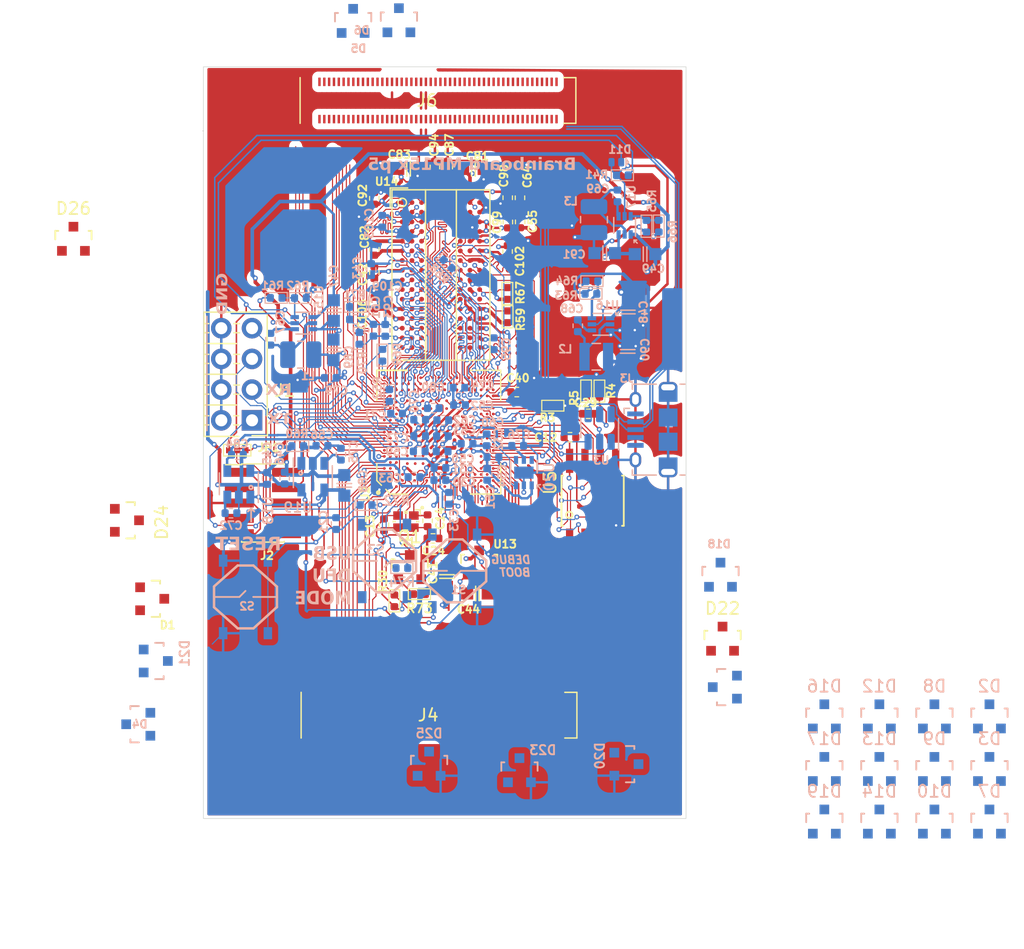
<source format=kicad_pcb>
(kicad_pcb (version 20241229) (generator "pcbnew") (generator_version "9.0")
  (layers (0 "F.Cu" signal) (4 "In1.Cu" signal) (6 "In2.Cu" signal) (2 "B.Cu" signal) (13 "F.Paste" user) (15 "B.Paste" user) (5 "F.SilkS" user "F.Silkscreen") (7 "B.SilkS" user "B.Silkscreen") (1 "F.Mask" user) (3 "B.Mask" user) (25 "Edge.Cuts" user))
  (net 0 "")
  (net 1 "+3V3")
  (net 2 "GND")
  (net 3 "+5V")
  (net 4 "/D0")
  (net 6 "/D1")
  (net 7 "VDD_CORE")
  (net 8 "VDD")
  (net 9 "/D2")
  (net 10 "/NRST")
  (net 11 "/D3")
  (net 12 "VDD_DDR")
  (net 13 "/NRST_CORE")
  (net 14 "VDDA_1V8")
  (net 15 "Net-(U2D-VDDA1V1_REG)")
  (net 16 "Net-(U2B-PH0-OSC_IN)")
  (net 17 "Net-(U2B-PH1-OSC_OUT)")
  (net 19 "GNDADC")
  (net 20 "VREF+")
  (net 21 "VREF_DDR")
  (net 22 "VDDA")
  (net 28 "VDD_USB")
  (net 37 "/D14")
  (net 38 "/D15")
  (net 39 "/D16")
  (net 40 "/D4")
  (net 41 "/D17")
  (net 42 "/D5")
  (net 43 "/D18")
  (net 44 "/D19")
  (net 45 "/D7")
  (net 46 "/D8")
  (net 47 "/D9")
  (net 48 "/D10")
  (net 49 "/D11")
  (net 50 "/D12")
  (net 54 "/UART_TX")
  (net 55 "/UART_RX")
  (net 56 "/DEBUG2")
  (net 57 "/DEBUG3")
  (net 74 "/ADC-IN0_DAC-OUT0")
  (net 75 "/ADC-IN1_DAC-OUT1")
  (net 76 "/ADC-IN4")
  (net 77 "/ADC-IN5")
  (net 78 "/ADC-IN6")
  (net 80 "/ADC-IN7")
  (net 82 "/ADC-IN8")
  (net 83 "/ADC-IN9")
  (net 86 "/SAI_MCLK")
  (net 87 "/SAI_SD_B")
  (net 88 "/SAI_FS")
  (net 89 "/SAI_SCK")
  (net 90 "/SAI_SD_A")
  (net 91 "/PWR_ONRST")
  (net 92 "/JTMS_SWDIO")
  (net 93 "/JTCK_SWCLK")
  (net 94 "/JTDO_SWO")
  (net 96 "/JTDI")
  (net 99 "Net-(U19-EN)")
  (net 100 "Net-(U15-SW)")
  (net 101 "/USB_VBUS")
  (net 103 "/USB_VBUS_JACK")
  (net 104 "/USB_RREF")
  (net 105 "/DDR_CKE")
  (net 106 "/DDR_RESETN")
  (net 107 "/DDR_CLK_N")
  (net 108 "/DDR_CLK_P")
  (net 109 "Net-(U2E-DDR_ZQ)")
  (net 110 "Net-(U15-BST)")
  (net 111 "/PWR_ON")
  (net 112 "Net-(U16-SW)")
  (net 113 "Net-(U16-BST)")
  (net 114 "Net-(U17-SW)")
  (net 115 "Net-(U17-BST)")
  (net 116 "Net-(U18-Noise)")
  (net 117 "Net-(U19-Noise)")
  (net 118 "/BOOT0")
  (net 120 "Net-(J2-Pin_10)")
  (net 121 "/DDR_DQ11")
  (net 122 "/DDR_DQ12")
  (net 124 "/FLASH_CS")
  (net 125 "/USB_HS_DM")
  (net 127 "/FLASH_IO2")
  (net 128 "/DDR_DQS1_P")
  (net 129 "/DDR_DQM1")
  (net 130 "/DDR_DQ15")
  (net 134 "/USB_HS_DP")
  (net 135 "/FLASH_IO1")
  (net 136 "/FLASH_IO0")
  (net 141 "/DDR_DQ9")
  (net 142 "/DDR_DQS1_N")
  (net 143 "/DDR_DQ14")
  (net 145 "/FLASH_IO3")
  (net 148 "/DDR_DQ10")
  (net 149 "/DDR_DQ13")
  (net 150 "/DDR_A8")
  (net 151 "/DDR_DQ8")
  (net 154 "/DDR_A4")
  (net 158 "/DDR_BA1")
  (net 160 "/DDR_A11")
  (net 161 "/DDR_A14")
  (net 163 "/DDR_A1")
  (net 164 "/DDR_A12")
  (net 165 "/DDR_A10")
  (net 170 "/DDR_CASN")
  (net 171 "/DDR_WEN")
  (net 172 "/DDR_CSN")
  (net 173 "/DDR_ODT")
  (net 174 "/DDR_BA2")
  (net 175 "/DDR_BA0")
  (net 176 "/DDR_A0")
  (net 179 "/DDR_A3")
  (net 180 "/DDR_A2")
  (net 182 "/DDR_A9")
  (net 183 "/DDR_A13")
  (net 184 "/DDR_DQ5")
  (net 185 "/DDR_DQ4")
  (net 188 "/DDR_DQ6")
  (net 189 "/DDR_DQ2")
  (net 190 "/DDR_DQM0")
  (net 197 "/DDR_DQS0_P")
  (net 198 "/DDR_DQS0_N")
  (net 199 "/DDR_DQ7")
  (net 200 "/DDR_DQ3")
  (net 201 "/JTRST")
  (net 209 "/DDR_DQ1")
  (net 210 "/DDR_DQ0")
  (net 214 "/FLASH_CLK")
  (net 217 "/DDR_A6")
  (net 219 "/DDR_RASN")
  (net 222 "/DDR_A5")
  (net 230 "/DDR_A7")
  (net 249 "Net-(U14-ZQ)")
  (net 250 "Net-(U15-FB)")
  (net 251 "Net-(U16-FB)")
  (net 252 "Net-(U17-FB)")
  (net 265 "/I2C2_SDA")
  (net 266 "/I2C2_SCL")
  (net 270 "/BOOT2")
  (net 271 "/D6")
  (net 272 "/D13")
  (net 275 "/ADC-IN2")
  (net 276 "/ADC-IN3")
  (net 277 "Net-(Q1-B)")
  (net 278 "/DFU_BOOT")
  (net 339 "/D20")
  (net 367 "/ADC-IN14")
  (net 368 "/ADC-IN15")
  (net 369 "/D21")
  (net 372 "/D22")
  (net 373 "/USB_HS_D-")
  (net 374 "/D23")
  (net 375 "/USB_HS_D+")
  (footprint "4ms_Capacitor:C_0402" (layer "F.Cu") (at 203.43 67.926779 90)
    (property "Reference" "C42")
    (property "Value" "100nF_0402_16V")
  )
  (footprint "4ms_Package_SOT:SOT23-3_PO132" (layer "F.Cu") (at 182.98 88.42 -90)
    (property "Reference" "D24")
    (property "Value" "BAT54S")
  )
  (footprint "4ms_Resistor:R_0402" (layer "F.Cu") (at 222.04 77.7375 90)
    (property "Reference" "R4")
    (property "Value" "430k_0402")
  )
  (footprint "4ms_Capacitor:C_0402" (layer "F.Cu") (at 214.46 61.736779 -90)
    (property "Reference" "C98")
    (property "Value" "100nF_0402_16V")
  )
  (footprint "4ms_SolderJumper:NetTie-2_SMD_Pad0.16mm_6mil" (layer "F.Cu") (at 209.58 95.41 -90)
    (property "Reference" "NT2" (hide yes))
    (property "Value" "NetTie_2" (hide yes))
  )
  (footprint "4ms_SolderJumper:JUMPER_SMD_1x3_tiny" (layer "F.Cu") (at 192.1 82.62 180)
    (property "Reference" "JP1")
    (property "Value" "SolderJumper_3_Bridged12" (hide yes))
  )
  (footprint "4ms_Resistor:R_0402" (layer "F.Cu") (at 214.43 69.656779 90)
    (property "Reference" "R67")
    (property "Value" "10k_0402")
  )
  (footprint "4ms_Capacitor:C_0603" (layer "F.Cu") (at 211.62 59.356779 180)
    (property "Reference" "C81")
    (property "Value" "10uF_0603_10V" (hide yes))
  )
  (footprint "4ms_Capacitor:C_0402" (layer "F.Cu") (at 204.23 88.79 -90)
    (property "Reference" "C13")
    (property "Value" "6.8pF_0402_25V")
  )
  (footprint "4ms_Capacitor:C_0402" (layer "F.Cu") (at 215.47346 61.741859 90)
    (property "Reference" "C64")
    (property "Value" "100nF_0402_16V")
  )
  (footprint "4ms_Capacitor:C_0402" (layer "F.Cu") (at 215.49 63.736779 -90)
    (property "Reference" "C55")
    (property "Value" "1uF_0402_25V")
  )
  (footprint "4ms_Package_QFP:TFBGA-257_10x10mm_perP0.5_cntrP0.65" (layer "F.Cu") (at 208.76 81.13 90)
    (property "Reference" "U2")
    (property "Value" "STM32MP15xxAD")
  )
  (footprint "4ms_Capacitor:C_0603" (layer "F.Cu") (at 206.26 59.346779 180)
    (property "Reference" "C83")
    (property "Value" "10uF_0603_10V" (hide yes))
  )
  (footprint "4ms_Crystal:Crystal_2.0x1.6mm_4pin" (layer "F.Cu") (at 206.045006 88.526792 180)
    (property "Reference" "X1")
    (property "Value" "24MHz_8pF_2x1.6mm" (hide yes))
  )
  (footprint "4ms_Capacitor:C_0402" (layer "F.Cu") (at 208.28 89.92)
    (property "Reference" "C24")
    (property "Value" "10nF_0402_16V")
  )
  (footprint "4ms_Resistor:R_0402" (layer "F.Cu") (at 207.16 94.53 180)
    (property "Reference" "R73")
    (property "Value" "100k_0402")
  )
  (footprint "4ms_Resistor:R_0402" (layer "F.Cu") (at 218.19 78.94 180)
    (property "Reference" "R3")
    (property "Value" "3k_0402")
  )
  (footprint "mp153-devboard:Connector-100pin-P0.4mm-W3.0mm" (layer "F.Cu") (at 208.78 104.54 90)
    (property "Reference" "J4")
    (property "Value" "Conn_02x50" (hide yes))
  )
  (footprint "4ms_Resistor:R_0402" (layer "F.Cu") (at 205.09 95.08 90)
    (property "Reference" "R30")
    (property "Value" "10k_0402")
  )
  (footprint "4ms_Capacitor:C_0402" (layer "F.Cu") (at 214.45 66.186779 -90)
    (property "Reference" "C102")
    (property "Value" "100nF_0402_16V")
  )
  (footprint "4ms_Capacitor:C_0402" (layer "F.Cu") (at 208.44 59.196779 90)
    (property "Reference" "C94")
    (property "Value" "100nF_0402_16V")
  )
  (footprint "4ms_Resistor:R_0402" (layer "F.Cu") (at 220.94 77.7325 -90)
    (property "Reference" "R5")
    (property "Value" "620k_0402")
  )
  (footprint "4ms_Capacitor:C_0402" (layer "F.Cu") (at 207.83346 88.456859 90)
    (property "Reference" "C14")
    (property "Value" "6.8pF_0402_25V")
  )
  (footprint "4ms_Package_SOT:SOT23-3_PO132" (layer "F.Cu") (at 212.1 91.90924)
    (property "Reference" "U13")
    (property "Value" "NCP51460SN33")
  )
  (footprint "4ms_Capacitor:C_0402" (layer "F.Cu") (at 219.605 81.55)
    (property "Reference" "C12")
    (property "Value" "100nF_0402_16V")
  )
  (footprint "4ms_Package_QFP:FBGA-96_Layout2x3x16_Body8x14_P0.8mm" (layer "F.Cu") (at 208.9396 68.131)
    (property "Reference" "U14")
    (property "Value" "DDR3L-RAM-4Gb_MT41K256M16TW" (hide yes))
  )
  (footprint "4ms_Capacitor:C_0402" (layer "F.Cu") (at 215.21 77.812779 180)
    (property "Reference" "C40")
    (property "Value" "100nF_0402_16V")
  )
  (footprint "4ms_Capacitor:C_0402" (layer "F.Cu") (at 221.12 79.61 180)
    (property "Reference" "C29")
    (property "Value" "2.2uF_0402_6.3V")
  )
  (footprint "4ms_Capacitor:C_0402" (layer "F.Cu") (at 203.43 66.006779 -90)
    (property "Reference" "C82")
    (property "Value" "100nF_0402_16V")
  )
  (footprint "4ms_Capacitor:C_0402" (layer "F.Cu") (at 214.47126 63.746459 90)
    (property "Reference" "C99")
    (property "Value" "100nF_0402_16V")
  )
  (footprint "4ms_Capacitor:C_0402" (layer "F.Cu") (at 209.5 59.196779 -90)
    (property "Reference" "C87")
    (property "Value" "100nF_0402_16V")
  )
  (footprint "4ms_Connector:Pins_2x05_1.27mm_SMD" (layer "F.Cu") (at 194.22 86.99)
    (property "Reference" "J2")
    (property "Value" "Pins_02x05_P1.27mm_SMT")
  )
  (footprint "4ms_Package_SOT:SOT23-3_PO132" (layer "F.Cu") (at 178.555 65.130698)
    (property "Reference" "D26")
    (property "Value" "BAT54S")
  )
  (footprint "4ms_Package_SOT:SOT23-3_PO132" (layer "F.Cu") (at 232.22 98.21)
    (property "Reference" "D22")
    (property "Value" "BAT54S")
  )
  (footprint "4ms_Package_SOT:SOT23-3_PO132" (layer "F.Cu") (at 206.36 92.29)
    (property "Reference" "Q1")
    (property "Value" "MMBT3904")
  )
  (footprint "4ms_Capacitor:C_0402" (layer "F.Cu") (at 203.43 61.786779 90)
    (property "Reference" "C92")
    (property "Value" "100nF_0402_16V")
  )
  (footprint "4ms_Connector:Pins_2x04_P2.54mm_Horizontal_CroppedSilk" (layer "F.Cu") (at 192.05 76.34 180)
    (property "Reference" "J1")
    (property "Value" "Pins_02x04_RightAngle_P2.54mm_TH")
  )
  (footprint "4ms_Capacitor:C_0603" (layer "F.Cu") (at 211.958 94.471 180)
    (property "Reference" "C44")
    (property "Value" "10uF_0603_10V")
  )
  (footprint "4ms_Capacitor:C_0402" (layer "F.Cu") (at 203.44 70.456779 90)
    (property "Reference" "C106")
    (property "Value" "100nF_0402_16V")
  )
  (footprint "4ms_Capacitor:C_0603" (layer "F.Cu") (at 209.43 93.07 -90)
    (property "Reference" "C41")
    (property "Value" "2.2uF_0603_25V")
  )
  (footprint "4ms_Resistor:R_0402" (layer "F.Cu") (at 214.45 71.586779 90)
    (property "Reference" "R59")
    (property "Value" "240Ω_0402")
  )
  (footprint "4ms_Package_SOIC:SOIC-8_5.28x4.9mm_Pitch1.27mm" (layer "F.Cu") (at 221.48 86.8 90)
    (property "Reference" "U5")
    (property "Value" "NORFLASH_W25Q128JV")
  )
  (footprint "mp153-devboard:Connector-100pin-P0.4mm-W3.0mm" (layer "F.Cu") (at 208.6948 53.693 90)
    (property "Reference" "J6")
    (property "Value" "Conn_02x50" (hide yes))
  )
  (footprint "4ms_Package_SOT:SOT23-3_PO132" (layer "F.Cu") (at 185.06756 94.9114 -90)
    (property "Reference" "D1")
    (property "Value" "BAT54S")
  )
  (footprint "4ms_Capacitor:C_0603" (layer "B.Cu") (at 222.479 66.318 180)
    (property "Reference" "C91")
    (property "Value" "22uF_0603_6.3V")
  )
  (footprint "4ms_Capacitor:C_0402" (layer "B.Cu") (at 223.535 61.585 -90)
    (property "Reference" "C69")
    (property "Value" "100nF_0402_16V")
  )
  (footprint "4ms_Capacitor:C_0402" (layer "B.Cu") (at 199.794 76.637)
    (property "Reference" "C79")
    (property "Value" "1uF_0402_25V")
  )
  (footprint "4ms_Package_SOT:SOT23-3_PO132" (layer "B.Cu") (at 240.636 113.33804 180)
    (property "Reference" "D19")
    (property "Value" "BAT54S")
  )
  (footprint "4ms_Package_SOT:SOT23-3_PO132" (layer "B.Cu") (at 232.41 102.22 -90)
    (property "Reference" "D15" (hide yes))
    (property "Value" "BAT54S")
  )
  (footprint "4ms_Capacitor:C_0402" (layer "B.Cu") (at 196.018 84.925 -90)
    (property "Reference" "C46")
    (property "Value" "1uF_0402_25V")
  )
  (footprint "Package_TO_SOT_SMD:SOT-23-6" (layer "B.Cu") (at 222.06 80.7875 90)
    (property "Reference" "U3")
    (property "Value" "USBLC6-2SC6")
  )
  (footprint "4ms_Resistor:R_0402" (layer "B.Cu") (at 225.93 64.093 -90)
    (property "Reference" "R65")
    (property "Value" "6.8k_0402")
  )
  (footprint "4ms_Resistor:R_0402" (layer "B.Cu") (at 197.32 70.03 180)
    (property "Reference" "R62")
    (property "Value" "20k_0402")
  )
  (footprint "4ms_Package_SOT:SOT23-3_PO132" (layer "B.Cu") (at 201.6792 47.10778 180)
    (property "Reference" "D5")
    (property "Value" "BAT54S")
  )
  (footprint "4ms_Capacitor:C_0402" (layer "B.Cu") (at 207.14682 82.717939 180)
    (property "Reference" "C59")
    (property "Value" "1uF_0402_25V")
  )
  (footprint "4ms_Resistor:R_0402" (layer "B.Cu") (at 197.096 82.278)
    (property "Reference" "R60")
    (property "Value" "100k_0402")
  )
  (footprint "4ms_Resistor:R_0402" (layer "B.Cu") (at 223.94 59.87902 180)
    (property "Reference" "R41")
    (property "Value" "10k_0402")
  )
  (footprint "Inductor_SMD:L_1008_2520Metric" (layer "B.Cu") (at 197.35 74.72)
    (property "Reference" "L1")
    (property "Value" "1uH_3.2A_2520")
  )
  (footprint "4ms_Package_SOT:SOT23-3_PO132" (layer "B.Cu") (at 245.186 108.98804 180)
    (property "Reference" "D13")
    (property "Value" "BAT54S")
  )
  (footprint "4ms_Capacitor:C_0402" (layer "B.Cu") (at 210.476 78.884779 180)
    (property "Reference" "C52")
    (property "Value" "1uF_0402_25V")
  )
  (footprint "4ms_Package_SOT:SOT-563" (layer "B.Cu") (at 197.598 72.112 180)
    (property "Reference" "U15")
    (property "Value" "AP6230xZ6")
  )
  (footprint "4ms_Resistor:R_0402" (layer "B.Cu") (at 195.32 70.02 180)
    (property "Reference" "R61")
    (property "Value" "10k_0402")
  )
  (footprint "4ms_Package_SOT:SOT23-3_PO132" (layer "B.Cu") (at 240.636 104.63804 180)
    (property "Reference" "D16")
    (property "Value" "BAT54S")
  )
  (footprint "4ms_Package_SOT:SOT23-3_PO132" (layer "B.Cu") (at 254.286 104.63804 180)
    (property "Reference" "D2")
    (property "Value" "BAT54S")
  )
  (footprint "4ms_Switch:Button_Tact_PTS526" (layer "B.Cu") (at 210.08 92.6 90)
    (property "Reference" "S1")
    (property "Value" "SW_Push_PTS526 SM15 SMTR2 LFS" (hide yes))
  )
  (footprint "4ms_Capacitor:C_0402" (layer "B.Cu") (at 199.102 82.25)
    (property "Reference" "C56")
    (property "Value" "100nF_0402_50V")
  )
  (footprint "4ms_Resistor:R_0402" (layer "B.Cu") (at 221.42054 68.641)
    (property "Reference" "R64")
    (property "Value" "10k_0402")
  )
  (footprint "4ms_Package_SOT:SOT23-3_PO132" (layer "B.Cu") (at 215.43 109.09 180)
    (property "Reference" "D23")
    (property "Value" "BAT54S")
  )
  (footprint "4ms_Capacitor:C_0402" (layer "B.Cu") (at 203.36208 72.695099 -90)
    (property "Reference" "C61")
    (property "Value" "100nF_0402_16V")
  )
  (footprint "4ms_Package_SOT:SOT23-3_PO132" (layer "B.Cu") (at 224.275 108.5918 90)
    (property "Reference" "D20")
    (property "Value" "BAT54S")
  )
  (footprint "4ms_Resistor:R_0402" (layer "B.Cu") (at 205.71 92.37)
    (property "Reference" "R74")
    (property "Value" "10k_0402")
  )
  (footprint "4ms_Capacitor:C_0402" (layer "B.Cu") (at 211.096 82.078779 180)
    (property "Reference" "C60")
    (property "Value" "1uF_0402_25V")
  )
  (footprint "4ms_Capacitor:C_0402" (layer "B.Cu") (at 212.72 81.766779 90)
    (property "Reference" "C32")
    (property "Value" "2.2uF_0402_6.3V")
  )
  (footprint "4ms_Package_SOT:SOT23-3_PO132" (layer "B.Cu") (at 245.186 104.63804 180)
    (property "Reference" "D12")
    (property "Value" "BAT54S")
  )
  (footprint "4ms_Capacitor:C_0603" (layer "B.Cu") (at 200.057 74.322 -90)
    (property "Reference" "C89")
    (property "Value" "22uF_0603_6.3V")
  )
  (footprint "4ms_Capacitor:C_0402" (layer "B.Cu") (at 194.842 73.441 90)
    (property "Reference" "C67")
    (property "Value" "100nF_0402_16V")
  )
  (footprint "4ms_Capacitor:C_0402" (layer "B.Cu") (at 220.25154 72.33 90)
    (property "Reference" "C68")
    (property "Value" "100nF_0402_16V")
  )
  (footprint "4ms_Capacitor:C_0402" (layer "B.Cu") (at 191.58 87.83)
    (property "Reference" "C72")
    (property "Value" "100nF_0402_50V")
  )
  (footprint "4ms_Capacitor:C_0402" (layer "B.Cu") (at 210.43 77.446779)
    (property "Reference" "C74")
    (property "Value" "3.3nF_0402_16V")
  )
  (footprint "4ms_Capacitor:C_0402" (layer "B.Cu") (at 206.71 84.846779)
    (property "Reference" "C63")
    (property "Value" "1uF_0402_25V")
  )
  (footprint "4ms_Package_SOT:SOT-563" (layer "B.Cu") (at 222.17004 72.209 180)
    (property "Reference" "U16")
    (property "Value" "AP6230xZ6")
  )
  (footprint "4ms_Capacitor:C_0402" (layer "B.Cu") (at 213.31 73.816779 90)
    (property "Reference" "C95")
    (property "Value" "100nF_0402_16V")
  )
  (footprint "4ms_Capacitor:C_0603" (layer "B.Cu") (at 200.95 85.53 -90)
    (property "Reference" "C88")
    (property "Value" "22uF_0603_6.3V")
  )
  (footprint "4ms_Package_SOT:SOT23-3_PO132" (layer "B.Cu") (at 183.9144 105.2898 -90)
    (property "Reference" "D4")
    (property "Value" "BAT54S")
  )
  (footprint "4ms_Resistor:R_0402" (layer "B.Cu") (at 226.95 64.085 90)
    (property "Reference" "R66")
    (property "Value" "10k_0402")
  )
  (footprint "4ms_Package_SOT:SOT23-3_PO132" (layer "B.Cu") (at 232.05 92.91924 180)
    (property "Reference" "D18")
    (property "Value" "BAT54S")
  )
  (footprint "4ms_Capacitor:C_0603" (layer "B.Cu") (at 225.815 66.404)
    (property "Reference" "C49")
    (property "Value" "2.2uF_0603_25V")
  )
  (footprint "4ms_Capacitor:C_0402" (layer "B.Cu") (at 208.307 79.141779)
    (property "Reference" "C80")
    (property "Value" "3.3nF_0402_16V")
  )
  (footprint "4ms_Capacitor:C_0402" (layer "B.Cu") (at 192.11 83 180)
    (property "Reference" "C84")
    (property "Value" "4.7uF_0402_6.3V")
  )
  (footprint "4ms_Capacitor:C_0603" (layer "B.Cu") (at 224.39254 71.192 90)
    (property "Reference" "C48")
    (property "Value" "2.2uF_0603_25V")
  )
  (footprint "4ms_Capacitor:C_0402" (layer "B.Cu") (at 208.85356 84.081919 180)
    (property "Reference" "C31")
    (property "Value" "1uF_0402_25V")
  )
  (footprint "4ms_Capacitor:C_0402" (layer "B.Cu") (at 213.239 83.196779 180)
    (property "Reference" "C54")
    (property "Value" "1uF_0402_25V")
  )
  (footprint "4ms_Package_SOT:SOT23-3_PO132" (layer "B.Cu") (at 254.286 113.33804 180)
    (property "Reference" "D7")
    (property "Value" "BAT54S")
  )
  (footprint "4ms_Capacitor:C_0402" (layer "B.Cu") (at 207.17956 81.453019 180)
    (property "Reference" "C73")
    (property "Value" "1uF_0402_25V")
  )
  (footprint "4ms_Diode:DFN-1006-2" (layer "B.Cu") (at 223.44 58.79902 180)
    (property "Reference" "D11")
    (property "Value" "BAT54LP")
  )
  (footprint "4ms_Package_SOT:SOT23-3_PO132" (layer "B.Cu") (at 245.186 113.33804 180)
    (property "Reference" "D14")
    (property "Value" "BAT54S")
  )
  (footprint "4ms_Capacitor:C_0402" (layer "B.Cu") (at 207.1797 80.096659 180)
    (property "Reference" "C70")
    (property "Value" "1uF_0402_25V")
  )
  (footprint "4ms_Package_SOT:SOT23-3_PO132" (layer "B.Cu") (at 249.736 104.63804 180)
    (property "Reference" "D8")
    (property "Value" "BAT54S")
  )
  (footprint "4ms_Package_SOT:SOT23-3_PO132" (layer "B.Cu") (at 185.3622 100.0574 90)
    (property "Reference" "D21")
    (property "Value" "BAT54S")
  )
  (footprint "4ms_Resistor:R_0402" (layer "B.Cu") (at 209.493593 67.216272 135)
    (property "Reference" "R68")
    (property "Value" "100Ω_0402")
  )
  (footprint "Connector_USB:USB_Micro-B_Amphenol_10118194_Horizontal" (layer "B.Cu") (at 226.42 80.92 -90)
    (property "Reference" "J3")
    (property "Value" "USB_B_Micro_10118194-0011LF")
  )
  (footprint "4ms_Package_SOT:SOT23-3_PO132" (layer "B.Cu") (at 254.286 108.98804 180)
    (property "Reference" "D3")
    (property "Value" "BAT54S")
  )
  (footprint "Inductor_SMD:L_1008_2520Metric" (layer "B.Cu") (at 221.591 63.551 -90)
    (property "Reference" "L3")
    (property "Value" "1uH_3.2A_2520")
  )
  (footprint "4ms_Switch:Button_Tact_PTS526" (layer "B.Cu") (at 192.78 94.76 -90)
    (property "Reference" "S2")
    (property "Value" "SW_Push_PTS526 SM15 SMTR2 LFS" (hide yes))
  )
  (footprint "4ms_Capacitor:C_0402" (layer "B.Cu") (at 209.59 86.6 90)
    (property "Reference" "C33")
    (property "Value" "1uF_0402_25V")
  )
  (footprint "4ms_Resistor:R_0402" (layer "B.Cu") (at 202.75 87.16 180)
    (property "Reference" "R72")
    (property "Value" "10k_0402")
  )
  (footprint "4ms_Capacitor:C_0603" (layer "B.Cu") (at 224.38254 74.45 -90)
    (property "Reference" "C90")
    (property "Value" "22uF_0603_6.3V")
  )
  (footprint "4ms_Capacitor:C_0402" (layer "B.Cu") (at 201.87346 71.806859 180)
    (property "Reference" "C109")
    (property "Value" "1uF_0402_25V")
  )
  (footprint "4ms_Resistor:R_0402" (layer "B.Cu") (at 204.09868 74.765199 90)
    (property "Reference" "R69")
    (property "Value" "10k_0402")
  )
  (footprint "4ms_Package_QFP:DFN-6-1EP_2x2mm_P0.65mm_EP1x1.6mm" (layer "B.Cu") (at 215.79346 84.476859 90)
    (property "Reference" "U20")
    (property "Value" "AP2411SN")
  )
  (footprint "4ms_Switch:Button_Tact_PTS526" (layer "B.Cu") (at 204.28 91.78 90)
    (property "Reference" "S3")
    (property "Value" "SW_Push_PTS526 SM15 SMTR2 LFS")
  )
  (footprint "4ms_Resistor:R_0402" (layer "B.Cu") (at 201.87846 70.766859)
    (property "Reference" "R71")
    (property "Value" "1k_0402")
  )
  (footprint "4ms_Capacitor:C_0402" (layer "B.Cu") (at 194.57 84.955 90)
    (property "Reference" "C45")
    (property "Value" "1uF_0402_25V")
  )
  (footprint "4ms_Package_SOT:SOT-563" (layer "B.Cu") (at 224.125 64.022 90)
    (property "Reference" "U17")
    (property "Value" "AP6230xZ6")
  )
  (footprint "4ms_Capacitor:C_0603" (layer "B.Cu") (at 200.082 71.069 90)
    (property "Reference" "C47")
    (property "Value" "2.2uF_0603_25V")
  )
  (footprint "4ms_Capacitor:C_0402" (layer "B.Cu") (at 208.84594 85.097919)
    (property "Reference" "C30")
    (property "Value" "100nF_0402_16V")
  )
  (footprint "4ms_Capacitor:C_0402" (layer "B.Cu") (at 209.03644 82.728099 180)
    (property "Reference" "C50")
    (property "Value" "1uF_0402_25V")
  )
  (footprint "4ms_Capacitor:C_0402" (layer "B.Cu") (at 200.27 88.69 -90)
    (property "Reference" "C21")
    (property "Value" "100nF_0402_16V")
  )
  (footprint "4ms_Resistor:R_0402" (layer "B.Cu") (at 204.66764 78.092599 90)
    (property "Reference" "R52")
    (property "Value" "240Ω_0402")
  )
  (footprint "4ms_Package_SOT:SOT-23-5" (layer "B.Cu") (at 198.349 84.812 -90)
    (property "Reference" "U19")
    (property "Value" "TAR5S33")
  )
  (footprint "4ms_Capacitor:C_0402" (layer "B.Cu") (at 204.33744 72.707799 -90)
    (property "Reference" "C93")
    (property "Value" "100nF_0402_16V")
  )
  (footprint "4ms_Capacitor:C_0402" (layer "B.Cu") (at 209.09218 80.132219 180)
    (property "Reference" "C62")
    (property "Value" "1uF_0402_25V")
  )
  (footprint "4ms_Package_SOT:SOT23-3_PO132" (layer "B.Cu") (at 240.636 108.98804 180)
    (property "Reference" "D17")
    (property "Value" "BAT54S")
  )
  (footprint "4ms_Package_SOT:SOT23-3_PO132" (layer "B.Cu") (at 249.736 108.98804 180)
    (property "Reference" "D9")
    (property "Value" "BAT54S")
  )
  (footprint "4ms_Capacitor:C_0402" (layer "B.Cu") (at 215.28346 82.256859 180)
    (property "Reference" "C76")
    (property "Value" "4.7uF_0402_6.3V")
  )
  (footprint "4ms_Capacitor:C_0402" (layer "B.Cu") (at 203.17 67.676779 90)
    (property "Reference" "C43")
    (property "Value" "100nF_0402_16V")
  )
  (footprint "4ms_Package_SOT:SOT-23-5" (layer "B.Cu") (at 192.23 85.4 90)
    (property "Reference" "U18")
    (property "Value" "TAR5S33")
  )
  (footprint "4ms_Package_SOT:SOT23-3_PO132" (layer "B.Cu") (at 249.736 113.33804 180)
    (property "Reference" "D10")
    (property "Value" "BAT54S")
  )
  (footprint "4ms_Resistor:R_0402" (layer "B.Cu") (at 221.33954 69.69 180)
    (property "Reference" "R63")
    (property "Value" "31.6k_0402")
  )
  (footprint "4ms_Capacitor:C_0402" (layer "B.Cu") (at 204.08344 63.683179 -90)
    (property "Reference" "C103")
    (property "Value" "100nF_0402_16V")
  )
  (footprint "4ms_Resistor:R_0402" (layer "B.Cu") (at 202.19346 73.366859 90)
    (property "Reference" "R70")
    (property "Value" "1k_0402")
  )
  (footprint "Inductor_SMD:L_Wuerth_MAPI-2510" (layer "B.Cu") (at 221.78354 74.89)
    (property "Reference" "L2")
    (property "Value" "4.7uH_1.7A_2510")
  )
  (footprint "4ms_Capacitor:C_0402" (layer "B.Cu") (at 209.06184 81.458099 180)
    (property "Reference" "C53")
    (property "Value" "1uF_0402_25V")
  )
  (footprint "4ms_Capacitor:C_0402" (layer "B.Cu") (at 212.76 84.616779 90)
    (property "Reference" "C51")
    (property "Value" "1uF_0402_25V")
  )
  (footprint "4ms_Package_SOT:SOT23-3_PO132" (layer "B.Cu") (at 207.96 108.54924 180)
    (property "Reference" "D25")
    (property "Value" "BAT54S")
  )
  (footprint "4ms_Capacitor:C_0402" (layer "B.Cu") (at 200.67 82.95 90)
    (property "Reference" "C75")
    (property "Value" "100nF_0402_50V")
  )
  (footprint "4ms_Capacitor:C_0402" (layer "B.Cu") (at 205.27216 79.586119 180)
    (property "Reference" "C71")
    (property "Value" "3.3nF_0402_16V")
  )
  (footprint "4ms_Package_SOT:SOT23-3_PO132" (layer "B.Cu") (at 205.4638 47.05698 180)
    (property "Reference" "D6")
    (property "Value" "BAT54S")
  )
  (gr_line (start 212.3 80.71) (end 211.9 81.52) (stroke (width 0.12)) (layer "B.SilkS"))
  (gr_line (start 189.59 71.55) (end 189.59 81) (stroke (width 0.12)) (layer "B.SilkS"))
  (gr_line (start 203.17 69.1) (end 202.98 69.97) (stroke (width 0.12)) (layer "B.SilkS"))
  (gr_line (start 202.98 71.45) (end 202.85 71.62) (stroke (width 0.12)) (layer "B.SilkS"))
  (gr_line (start 202.98 69.97) (end 202.98 71.45) (stroke (width 0.12)) (layer "B.SilkS"))
  (gr_rect (start 189.2992 50.9084) (end 229.2026 113.0876) (stroke (width 0.05)) (fill no) (layer "Edge.Cuts"))
  (gr_line (start 189.28 56.21) (end 189.27 56.21) (stroke (width 0.1)) (layer "Edge.Cuts"))
  (gr_text "Brainboard MP15x p5" (at 211.5 59.02 0) (layer "B.SilkS") (effects (font (size 1.016 1.016) (thickness 0.14986) (bold yes) (italic yes)) (justify mirror)))
  (gr_text "DEBUG\nBOOT" (at 216.45 92.21 0) (layer "B.SilkS") (effects (font (size 0.65 0.65) (thickness 0.15) (bold yes) (italic yes)) (justify left mirror)))
  (gr_text "RX" (at 195.51 77.67 0) (layer "B.SilkS") (effects (font (size 0.889 1) (thickness 0.1778) (bold yes)) (justify mirror)))
  (gr_text "RESET" (at 193.02 90.44 0) (layer "B.SilkS") (effects (font (size 1.1 1.1) (thickness 0.14986) (bold yes) (italic yes)) (justify mirror)))
  (gr_text "GND" (at 190.9 69.7 90) (layer "B.SilkS") (effects (font (size 0.889 1) (thickness 0.1778) (bold yes)) (justify mirror)))
  (gr_text "USB\nDFU\nMODE" (at 201.54 93.07 0) (layer "B.SilkS") (effects (font (size 1.1 1) (thickness 0.14986) (bold yes) (italic yes)) (justify left mirror)))
  (gr_text "TX" (at 195.58 80.09 0) (layer "B.SilkS") (effects (font (size 0.889 1) (thickness 0.1778) (bold yes)) (justify mirror)))
  (segment (start 219.575 84.885) (end 219.53 84.93) (width 0.127) (layer "F.Cu") (net 1))
  (segment (start 219.575 82.005) (end 219.575 84.885) (width 0.127) (layer "F.Cu") (net 1))
  (segment (start 219.12 81.55) (end 219.575 82.005) (width 0.127) (layer "F.Cu") (net 1))
  (via (at 225.46554 75.04) (size 0.6) (drill 0.2) (layers "F.Cu" "B.Cu") (net 1))
  (via (at 219.53 84.93) (size 0.4) (drill 0.2) (layers "F.Cu" "B.Cu") (net 1))
  (via (at 225.65 72.3) (size 0.6) (drill 0.2) (layers "F.Cu" "B.Cu") (net 1))
  (via (at 221.311529 69.241) (size 0.4) (drill 0.2) (layers "F.Cu" "B.Cu") (net 1))
  (segment (start 225.89353 69.00324) (end 226.061529 69.171239) (width 0.3) (layer "B.Cu") (net 1))
  (segment (start 225.24554 75.04) (end 225.46554 75.04) (width 0.3) (layer "B.Cu") (net 1))
  (segment (start 221.311529 69.241) (end 220.962529 69.59) (width 0.2) (layer "B.Cu") (net 1))
  (segment (start 219.98554 69.27) (end 219.98554 68.64) (width 0.2) (layer "B.Cu") (net 1))
  (segment (start 223.16854 75.3) (end 222.75854 74.89) (width 0.3) (layer "B.Cu") (net 1))
  (segment (start 223.98854 68.03) (end 224.01704 68.0585) (width 0.2) (layer "B.Cu") (net 1))
  (segment (start 220.30554 69.59) (end 219.98554 69.27) (width 0.2) (layer "B.Cu") (net 1))
  (segment (start 225.13404 74.9285) (end 224.76254 75.3) (width 0.3) (layer "B.Cu") (net 1))
  (segment (start 225.65 72.3) (end 226.061529 71.888471) (width 0.2) (layer "B.Cu") (net 1))
  (segment (start 221.311529 69.241) (end 220.862529 69.69) (width 0.2) (layer "B.Cu") (net 1))
  (segment (start 226.061529 74.001011) (end 225.13404 74.9285) (width 0.3) (layer "B.Cu") (net 1))
  (segment (start 226.061529 69.171239) (end 226.061529 74.001011) (width 0.3) (layer "B.Cu") (net 1))
  (segment (start 224.01704 68.0585) (end 224.96178 69.00324) (width 0.3) (layer "B.Cu") (net 1))
  (segment (start 224.96178 69.00324) (end 225.89353 69.00324) (width 0.3) (layer "B.Cu") (net 1))
  (segment (start 220.59554 68.03) (end 223.98854 68.03) (width 0.2) (layer "B.Cu") (net 1))
  (segment (start 219.98554 68.64) (end 220.59554 68.03) (width 0.2) (layer "B.Cu") (net 1))
  (segment (start 226.061529 71.888471) (end 226.061529 69.171239) (width 0.2) (layer "B.Cu") (net 1))
  (segment (start 220.962529 69.59) (end 220.30554 69.59) (width 0.2) (layer "B.Cu") (net 1))
  (segment (start 224.76254 75.3) (end 224.38254 75.3) (width 0.3) (layer "B.Cu") (net 1))
  (segment (start 224.38254 75.3) (end 223.16854 75.3) (width 0.3) (layer "B.Cu") (net 1))
  (segment (start 225.13404 74.9285) (end 225.24554 75.04) (width 0.3) (layer "B.Cu") (net 1))
  (segment (start 208.758499 77.631501) (end 208.758499 78.14728) (width 0.09) (layer "F.Cu") (net 2))
  (segment (start 219.2 78.94) (end 218.675 78.94) (width 0.127) (layer "F.Cu") (net 2))
  (segment (start 207.31 93.29076) (end 207.31 90.405) (width 0.127) (layer "F.Cu") (net 2))
  (segment (start 212.342311 64.865) (end 212.265822 64.941489) (width 0.2) (layer "F.Cu") (net 2))
  (segment (start 204.26 76.63) (end 204.26 76.34556) (width 0.09) (layer "F.Cu") (net 2))
  (segment (start 211.36 81.13) (end 211.304501 81.074501) (width 0.2) (layer "F.Cu") (net 2))
  (segment (start 205.417147 64.522268) (end 205.288009 64.522268) (width 0.3) (layer "F.Cu") (net 2))
  (segment (start 210.26 78.001984) (end 210.364393 78.106377) (width 0.09) (layer "F.Cu") (net 2))
  (segment (start 206.693208 89.626792) (end 206.693208 89.026792) (width 0.127) (layer "F.Cu") (net 2))
  (segment (start 208.01 84.86) (end 207.99 84.88) (width 0.09) (layer "F.Cu") (net 2))
  (segment (start 212.56716 62.55856) (end 212.1396 62.131) (width 0.2) (layer "F.Cu") (net 2))
  (segment (start 215.47346 62.226859) (end 214.46508 62.226859) (width 0.2) (layer "F.Cu") (net 2))
  (segment (start 220.3625 78.2175) (end 220.24 78.34) (width 0.127) (layer "F.Cu") (net 2))
  (segment (start 209.58 95.66) (end 209.29 95.66) (width 0.127) (layer "F.Cu") (net 2))
  (segment (start 214.45 66.671779) (end 214.085 66.671779) (width 0.2) (layer "F.Cu") (net 2))
  (segment (start 212.996681 62.221779) (end 212.6599 62.55856) (width 0.2) (layer "F.Cu") (net 2))
  (segment (start 205.69014 79.56014) (end 205.26 79.13) (width 0.2) (layer "F.Cu") (net 2))
  (segment (start 204.12662 65.326699) (end 203.62508 65.326699) (width 0.3) (layer "F.Cu") (net 2))
  (segment (start 205.425879 64.531) (end 205.417147 64.522268) (width 0.3) (layer "F.Cu") (net 2))
  (segment (start 211.304501 81.074501) (end 211.113749 81.074501) (width 0.2) (layer "F.Cu") (net 2))
  (segment (start 211.3396 68.679379) (end 211.3396 68.531) (width 0.3) (layer "F.Cu") (net 2))
  (segment (start 207.83346 88.941859) (end 207.83346 89.88154) (width 0.127) (layer "F.Cu") (net 2))
  (segment (start 210.06 79.83) (end 209.41 80.48) (width 0.2) (layer "F.Cu") (net 2))
  (segment (start 212.55556 74.131) (end 212.62434 74.06222) (width 0.3) (layer "F.Cu") (net 2))
  (segment (start 214.095 62.221779) (end 213.865 62.221779) (width 0.3) (layer "F.Cu") (net 2))
  (segment (start 210.15048 66.54636) (end 210.01467 66.68217) (width 0.09) (layer "F.Cu") (net 2))
  (segment (start 208.01 84.86) (end 208.01 84.471779) (width 0.09) (layer "F.Cu") (net 2))
  (segment (start 211.851716 81.13) (end 211.36 81.13) (width 0.09) (layer "F.Cu") (net 2))
  (segment (start 216.64 76.65) (end 216.14 77.15) (width 0.13) (layer "F.Cu") (net 2))
  (segment (start 207.31 90.405) (end 207.795 89.92) (width 0.127) (layer "F.Cu") (net 2))
  (segment (start 209.026 78.858779) (end 209.108 78.940779) (width 0.09) (layer "F.Cu") (net 2))
  (segment (start 213.91238 63.284399) (end 213.76832 63.284399) (width 0.2) (layer "F.Cu") (net 2))
  (segment (start 206.4737 65.331) (end 206.12194 65.68276) (width 0.09) (layer "F.Cu") (net 2))
  (segment (start 192.27 85.72) (end 192.27 86.99) (width 0.09) (layer "F.Cu") (net 2))
  (segment (start 220.17 81.63) (end 220.17 86.84) (width 0.127) (layer "F.Cu") (net 2))
  (segment (start 203.85 85.88) (end 204.1 85.63) (width 0.09) (layer "F.Cu") (net 2))
  (segment (start 212.574221 70.931) (end 212.68 71.036779) (width 0.3) (layer "F.Cu") (net 2))
  (segment (start 207.99 84.88) (end 207.656446 84.88) (width 0.09) (layer "F.Cu") (net 2))
  (segment (start 212.776779 66.236779) (end 212.685 66.145) (width 0.2) (layer "F.Cu") (net 2))
  (segment (start 214.21 83.75) (end 215.18 84.72) (width 0.127) (layer "F.Cu") (net 2))
  (segment (start 208.01 84.471779) (end 208.104 84.377779) (width 0.09) (layer "F.Cu") (net 2))
  (segment (start 206.691 81.452779) (end 207.137221 81.452779) (width 0.2) (layer "F.Cu") (net 2))
  (segment (start 213.695 70.141779) (end 213.56 70.006779) (width 0.3) (layer "F.Cu") (net 2))
  (segment (start 213.26 79.63) (end 213.634432 79.63) (width 0.09) (layer "F.Cu") (net 2))
  (segment (start 211.3396 64.385752) (end 211.532259 64.193093) (width 0.3) (layer "F.Cu") (net 2))
  (segment (start 211.102 75.732779) (end 212.1396 74.695179) (width 0.09) (layer "F.Cu") (net 2))
  (segment (start 206.52236 68.531) (end 206.15242 68.90094) (width 0.09) (layer "F.Cu") (net 2))
  (segment (start 209.29 95.66) (end 209.05 95.42) (width 0.127) (layer "F.Cu") (net 2))
  (segment (start 216.107779 77.15) (end 215.695 77.562779) (width 0.13) (layer "F.Cu") (net 2))
  (segment (start 211.113749 81.074501) (end 210.06 80.020752) (width 0.2) (layer "F.Cu") (net 2))
  (segment (start 210.71 79.18) (end 210.06 79.83) (width 0.2) (layer "F.Cu") (net 2))
  (segment (start 211.36 81.246739) (end 211.36 81.13) (width 0.2) (layer "F.Cu") (net 2))
  (segment (start 211.547 68.886779) (end 211.3396 68.679379) (width 0.3) (layer "F.Cu") (net 2))
  (segment (start 210.26 85.63) (end 210.26 86.35378) (width 0.09) (layer "F.Cu") (net 2))
  (segment (start 206.76 84.63) (end 206.69 84.63) (width 0.2) (layer "F.Cu") (net 2))
  (segment (start 207.46 81.13) (end 208.11 80.48) (width 0.2) (layer "F.Cu") (net 2))
  (segment (start 205.23 72.531) (end 205.2177 72.5433) (width 0.09) (layer "F.Cu") (net 2))
  (segment (start 212.615 67.235779) (end 212.310221 66.931) (width 0.3) (layer "F.Cu") (net 2))
  (segment (start 205.2298 70.931) (end 205.19992 70.96088) (width 0.3) (layer "F.Cu") (net 2))
  (segment (start 222.17 88.84) (end 223.42 88.84) (width 0.127) (layer "F.Cu") (net 2))
  (segment (start 204.12662 65.326699) (end 204.130921 65.331) (width 0.3) (layer "F.Cu") (net 2))
  (segment (start 206.566 84.50325) (end 206.38675 84.324) (width 0.2) (layer "F.Cu") (net 2))
  (segment (start 205.739598 74.131) (end 205.25228 74.131) (width 0.09) (layer "F.Cu") (net 2))
  (segment (start 213.65 66.236779) (end 212.776779 66.236779) (width 0.2) (layer "F.Cu") (net 2))
  (segment (start 210.71 82.43) (end 210.68236 82.40236) (width 0.2) (layer "F.Cu") (net 2))
  (segment (start 206.69 84.63) (end 206.566 84.506) (width 0.2) (layer "F.Cu") (net 2))
  (segment (start 207.26 85.63) (end 207.26 85.731779) (width 0.09) (layer "F.Cu") (net 2))
  (segment (start 207.26 85.519294) (end 207.26 85.63) (width 0.09) (layer "F.Cu") (net 2))
  (segment (start 207.51 85.026446) (end 207.51 85.269294) (width 0.09) (layer "F.Cu") (net 2))
  (segment (start 204.1 85.63) (end 204.26 85.63) (width 0.09) (layer "F.Cu") (net 2))
  (segment (start 210.71 83.08) (end 210.595 82.965) (width 0.2) (layer "F.Cu") (net 2))
  (segment (start 212.88 71.036779) (end 212.68 71.036779) (width 0.3) (layer "F.Cu") (net 2))
  (segment (start 212.26 80.721716) (end 211.851716 81.13) (width 0.09) (layer "F.Cu") (net 2))
  (segment (start 213.512539 76.377461) (end 213.7795 76.377461) (width 0.09) (layer "F.Cu") (net 2))
  (segment (start 212.47 60.216779) (end 212.47 59.356779) (width 0.3) (layer "F.Cu") (net 2))
  (segment (start 221.605 80.475) (end 222.03 80.9) (width 0.127) (layer "F.Cu") (net 2))
  (segment (start 206.384 84.324) (end 206.17 84.11) (width 0.2) (layer "F.Cu") (net 2))
  (segment (start 213.915 72.071779) (end 212.88 71.036779) (width 0.3) (layer "F.Cu") (net 2))
  (segment (start 209.108 79.482) (end 208.76 79.83) (width 0.09) (layer "F.Cu") (net 2))
  (segment (start 214.218119 83.785001) (end 213.975001 83.785001) (width 0.09) (layer "F.Cu") (net 2))
  (segment (start 214.45 72.071779) (end 213.915 72.071779) (width 0.3) (layer "F.Cu") (net 2))
  (segment (start 214.43 70.141779) (end 213.695 70.141779) (width 0.3) (layer "F.Cu") (net 2))
  (segment (start 209.41 81.78) (end 208.76 82.43) (width 0.2) (layer "F.Cu") (net 2))
  (segment (start 211.743261 81.63) (end 211.36 81.246739) (width 0.2) (layer "F.Cu") (net 2))
  (segment (start 214.085 66.671779) (end 213.65 66.236779) (width 0.2) (layer "F.Cu") (net 2))
  (segment (start 207.049511 78.020827) (end 206.957819 78.112519) (width 0.09) (layer "F.Cu") (net 2))
  (segment (start 205.25228 74.131) (end 205.24056 74.14272) (width 0.09) (layer "F.Cu") (net 2))
  (segment (start 215.49 63.251779) (end 216.005 63.251779) (width 0.2) (layer "F.Cu") (net 2))
  (segment (start 206.468 81.229779) (end 206.691 81.452779) (width 0.2) (layer "F.Cu") (net 2))
  (segment (start 205.395 87.596779) (end 205.395 88.02678) (width 0.09) (layer "F.Cu") (net 2))
  (segment (start 203.80879 83.13) (end 203.798 83.14079) (width 0.09) (layer "F.Cu") (net 2))
  (segment (start 203.62508 65.326699) (end 203.43 65.521779) (width 0.3) (layer "F.Cu") (net 2))
  (segment (start 208.11 80.48) (end 208.76 79.83) (width 0.2) (layer "F.Cu") (net 2))
  (segment (start 211.445779 66.931) (end 211.52 66.856779) (width 0.3) (layer "F.Cu") (net 2))
  (segment (start 209.41 80.48) (end 208.76 81.13) (width 0.2) (layer "F.Cu") (net 2))
  (segment (start 212.1396 74.131) (end 212.55556 74.131) (width 0.3) (layer "F.Cu") (net 2))
  (segment (start 210.595 82.965) (end 210.595 82.545) (width 0.2) (layer "F.Cu") (net 2))
  (segment (start 207.01 59.932279) (end 207.01 59.446779) (width 0.3) (layer "F.Cu") (net 2))
  (segment (start 210.68236 81.80764) (end 210.71 81.78) (width 0.2) (layer "F.Cu") (net 2))
  (segment (start 193.597 89.53) (end 194.003394 89.123606) (width 0.127) (layer "F.Cu") (net 2))
  (segment (start 203.9655 90.043314) (end 203.62 89.697814) (width 0.127) (layer "F.Cu") (net 2))
  (segment (start 210.06 80.020752) (end 210.06 79.83) (width 0.2) (layer "F.Cu") (net 2))
  (segment (start 203.44 69.971779) (end 204.285 69.971779) (width 0.3) (layer "F.Cu") (net 2))
  (segment (start 206.17 84.11) (end 205.91 84.11) (width 0.2) (layer "F.Cu") (net 2))
  (segment (start 213.634432 79.63) (end 213.642753 79.621679) (width 0.09) (layer "F.Cu") (net 2))
  (segment (start 223.385 88.875) (end 223.42 88.84) (width 0.127) (layer "F.Cu") (net 2))
  (segment (start 207.83346 89.88154) (end 207.795 89.92) (width 0.127) (layer "F.Cu") (net 2))
  (segment (start 212.1396 66.131) (end 212.671 66.131) (width 0.3) (layer "F.Cu") (net 2))
  (segment (start 211.3396 66.931) (end 211.051 66.931) (width 0.09) (layer "F.Cu") (net 2))
  (segment (start 213.370639 63.269299) (end 212.6599 62.55856) (width 0.2) (layer "F.Cu") (net 2))
  (segment (start 213.26 85.63) (end 213.47 85.84) (width 0.09) (layer "F.Cu") (net 2))
  (segment (start 205.739598 72.531) (end 205.23 72.531) (width 0.09) (layer "F.Cu") (net 2))
  (segment (start 204.130921 65.331) (end 205.739598 65.331) (width 0.3) (layer "F.Cu") (net 2))
  (segment (start 215.49 63.251779) (end 214.48094 63.251779) (width 0.2) (layer "F.Cu") (net 2))
  (segment (start 214.46 62.221779) (end 214.095 62.221779) (width 0.2) (layer "F.Cu") (net 2))
  (segment (start 213.865 62.221779) (end 212.996681 62.221779) (width 0.2) (layer "F.Cu") (net 2))
  (segment (start 220.94 78.2175) (end 220.3625 78.2175) (width 0.127) (layer "F.Cu") (net 2))
  (segment (start 210.66636 66.54636) (end 210.15048 66.54636) (width 0.09) (layer "F.Cu") (net 2))
  (segment (start 203.62 89.697814) (end 203.62 88.915) (width 0.127) (layer "F.Cu") (net 2))
  (segment (start 194.003394 89.123606) (end 194.003394 87.623394) (width 0.127) (layer "F.Cu") (net 2))
  (segment (start 208.76 76.303279) (end 208.7355 76.278779) (width 0.09) (layer "F.Cu") (net 2))
  (segment (start 191.45 90.18) (end 191.62 90.18) (width 0.127) (layer "F.Cu") (net 2))
  (segment (start 211.3396 64.531) (end 211.3396 64.385752) (width 0.3) (layer "F.Cu") (net 2))
  (segment (start 213.975001 83.785001) (end 213.94 83.75) (width 0.09) (layer "F.Cu") (net 2))
  (segment (start 208.44 58.711779) (end 207.745 58.711779) (width 0.2) (layer "F.Cu") (net 2))
  (segment (start 215.18 84.72) (end 215.79 85.33) (width 0.127) (layer "F.Cu") (net 2))
  (segment (start 205.69014 80.136179) (end 205.69014 79.56014) (width 0.2) (layer "F.Cu") (net 2))
  (segment (start 204.905779 66.931) (end 204.79 67.046779) (width 0.13) (layer "F.Cu") (net 2))
  (segment (start 213.76832 63.284399) (end 213.75322 63.269299) (width 0.2) (layer "F.Cu") (net 2))
  (segment (start 207.137221 81.452779) (end 207.46 81.13) (width 0.2) (layer "F.Cu") (net 2))
  (segment (start 208.510489 78.633352) (end 208.735916 78.858779) (width 0.09) (layer "F.Cu") (net 2))
  (segment (start 216.14 77.15) (end 216.107779 77.15) (width 0.13) (layer "F.Cu") (net 2))
  (segment (start 207.049511 77.419511) (end 207.049511 78.020827) (width 0.09) (layer "F.Cu") (net 2))
  (segment (start 207.26 77.63) (end 206.76 77.13) (width 0.09) (layer "F.Cu") (net 2))
  (segment (start 215.79 85.33) (end 215.79 86.11) (width 0.127) (layer "F.Cu") (net 2))
  (segment (start 207.3396 62.931) (end 207.068959 63.201641) (width 0.09) (layer "F.Cu") (net 2))
  (segment (start 211.051 66.931) (end 210.66636 66.54636) (width 0.09) (layer "F.Cu") (net 2))
  (segment (start 204.26 83.13) (end 203.80879 83.13) (width 0.09) (layer "F.Cu") (net 2))
  (segment (start 212.671 66.131) (end 212.685 66.145) (width 0.3) (layer "F.Cu") (net 2))
  (segment (start 205.42628 62.931) (end 205.33058 63.0267) (width 0.09) (layer "F.Cu") (net 2))
  (segment (start 205.739598 66.931) (end 204.905779 66.931) (width 0.13) (layer "F.Cu") (net 2))
  (segment (start 204.265314 89.7435) (end 204.535463 89.7435) (width 0.127) (layer "F.Cu") (net 2))
  (segment (start 208.507779 84.377779) (end 208.76 84.63) (width 0.09) (layer "F.Cu") (net 2))
  (segment (start 208.76 82.43) (end 208.11 83.08) (width 0.2) (layer "F.Cu") (net 2))
  (segment (start 205.739598 62.931) (end 205.42628 62.931) (width 0.09) (layer "F.Cu") (net 2))
  (segment (start 223.385 90.102) (end 223.385 88.875) (width 0.127) (layer "F.Cu") (net 2))
  (segment (start 208.510489 78.39529) (end 208.510489 78.633352) (width 0.09) (layer "F.Cu") (net 2))
  (segment (start 211.52 66.856779) (end 212.065379 66.856779) (width 0.3) (layer "F.Cu") (net 2))
  (segment (start 204.648963 89.63) (end 206.69 89.63) (width 0.127) (layer "F.Cu") (net 2))
  (segment (start 207.51 85.269294) (end 207.26 85.519294) (width 0.09) (layer "F.Cu") (net 2))
  (segment (start 212.26 81.63) (end 211.743261 81.63) (width 0.2) (layer "F.Cu") (net 2))
  (segment (start 213.75322 63.269299) (end 213.370639 63.269299) (width 0.2) (layer "F.Cu") (net 2))
  (segment (start 206.16 80.48) (end 206.468 80.788) (width 0.2) (layer "F.Cu") (net 2))
  (segment (start 221.605 79.61) (end 221.605 80.475) (width 0.127) (layer "F.Cu") (net 2))
  (segment (start 208.76 76.63) (end 208.76 76.303279) (width 0.09) (layer "F.Cu") (net 2))
  (segment (start 209.108 78.940779) (end 209.108 79.482) (width 0.09) (layer "F.Cu") (net 2))
  (segment (start 212.51204 62.55856) (end 212.1396 62.931) (width 0.2) (layer "F.Cu") (net 2))
  (segment (start 210.71 81.78) (end 210.06 81.13) (width 0.2) (layer "F.Cu") (net 2))
  (segment (start 204.12662 65.326699) (end 204.74878 65.326699) (width 0.3) (layer "F.Cu") (net 2))
  (segment (start 206.695007 89.026792) (end 207.748527 89.026792) (width 0.1) (layer "F.Cu") (net 2))
  (segment (start 210.26 86.35378) (end 210.4585 86.55228) (width 0.09) (layer "F.Cu") (net 2))
  (segment (start 208.758499 78.14728) (end 208.510489 78.39529) (width 0.09) (layer "F.Cu") (net 2))
  (segment (start 208.11 81.78) (end 208.76 81.13) (width 0.2) (layer "F.Cu") (net 2))
  (segment (start 210.06 81.13) (end 210.71 80.48) (width 0.2) (layer "F.Cu") (net 2))
  (segment (start 211.36 78.53) (end 210.71 79.18) (width 0.2) (layer "F.Cu") (net 2))
  (segment (start 205.739598 64.531) (end 205.425879 64.531) (width 0.3) (layer "F.Cu") (net 2))
  (segment (start 212.26 80.63) (end 212.26 80.721716) (width 0.09) (layer "F.Cu") (net 2))
  (segment (start 205.395 88.02678) (end 204.325001 88.02678) (width 0.09) (layer "F.Cu") (net 2))
  (segment (start 207.26 85.731779) (end 205.395 87.596779) (width 0.09) (layer "F.Cu") (net 2))
  (segment (start 208.104 84.377779) (end 208.507779 84.377779) (width 0.09) (layer "F.Cu") (net 2))
  (segment (start 207.068959 63.201641) (end 206.956367 63.201641) (width 0.09) (layer "F.Cu") (net 2))
  (segment (start 212.265822 64.941489) (end 211.86529 64.941489) (width 0.2) (layer "F.Cu") (net 2))
  (segment (start 214.3298 63.284399) (end 213.91238 63.284399) (width 0.2) (layer "F.Cu") (net 2))
  (segment (start 203.43 67.441779) (end 204.395 67.441779) (width 0.09) (layer "F.Cu") (net 2))
  (segment (start 213.94 83.75) (end 214.21 83.75) (width 0.127) (layer "F.Cu") (net 2))
  (segment (start 191.62 90.18) (end 192.27 89.53) (width 0.127) (layer "F.Cu") (net 2))
  (segment (start 203.445 61.286779) (end 203.97 61.286779) (width 0.13) (layer "F.Cu") (net 2))
  (segment (start 206.468 80.788) (end 206.468 81.229779) (width 0.2) (layer "F.Cu") (net 2))
  (segment (start 203.62 88.915) (end 204.23 88.305) (width 0.127) (layer "F.Cu") (net 2))
  (segment (start 210.26 77.63) (end 210.26 78.001984) (width 0.09) (layer "F.Cu") (net 2))
  (segment (start 213.94 83.75) (end 213.82 83.63) (width 0.09) (layer "F.Cu") (net 2))
  (segment (start 205.19992 70.886699) (end 205.19992 70.96088) (width 0.3) (layer "F.Cu") (net 2))
  (segment (start 212.1396 74.695179) (end 212.1396 74.131) (width 0.09) (layer "F.Cu") (net 2))
  (segment (start 207.46 79.83) (end 206.81 79.18) (width 0.2) (layer "F.Cu") (net 2))
  (segment (start 209.5 58.711779) (end 208.44 58.711779) (width 0.2) (layer "F.Cu") (net 2))
  (segment (start 211.86529 64.941489) (end 211.475779 65.331) (width 0.2) (layer "F.Cu") (net 2))
  (segment (start 203.9655 90.043314) (end 204.265314 89.7435) (width 0.127) (layer "F.Cu") (net 2))
  (segment (start 220.17 86.84) (end 222.17 88.84) (width 0.127) (layer "F.Cu") (net 2))
  (segment (start 210.68236 82.40236) (end 210.68236 81.80764) (width 0.2) (layer "F.Cu") (net 2))
  (segment (start 204.535463 89.7435) (end 204.648963 89.63) (width 0.127) (layer "F.Cu") (net 2))
  (segment (start 213.47 85.84) (end 213.47 85.936779) (width 0.09) (layer "F.Cu") (net 2))
  (segment (start 213.075 64.865) (end 212.342311 64.865) (width 0.2) (layer "F.Cu") (net 2))
  (segment (start 206.69 89.63) (end 206.693208 89.626792) (width 0.127) (layer "F.Cu") (net 2))
  (segment (start 205.76 77.63) (end 205.637 77.753) (width 0.09) (layer "F.Cu") (net 2))
  (segment (start 212.310221 66.931) (end 212.1396 66.931) (width 0.3) (layer "F.Cu") (net 2))
  (segment (start 212.1396 72.531) (end 212.657851 72.531) (width 0.3) (layer "F.Cu") (net 2))
  (segment (start 205.77018 65.331) (end 206.12194 65.68276) (width 0.09) (layer "F.Cu") (net 2))
  (segment (start 204.74878 65.326699) (end 204.754 65.321479) (width 0.3) (layer "F.Cu") (net 2))
  (segment (start 210.06 81.13) (end 209.41 81.78) (width 0.2) (layer "F.Cu") (net 2))
  (segment (start 208.735916 78.858779) (end 209.026 78.858779) (width 0.09) (layer "F.Cu") (net 2))
  (segment (start 211.26 76.63) (end 211.102 76.472) (width 0.09) (layer "F.Cu") (net 2))
  (segment (start 192.27 89.53) (end 193.597 89.53) (width 0.127) (layer "F.Cu") (net 2))
  (segment (start 206.38675 84.324) (end 206.384 84.324) (width 0.2) (layer "F.Cu") (net 2))
  (segment (start 211.102 76.472) (end 211.102 75.732779) (width 0.09) (layer "F.Cu") (net 2))
  (segment (start 206.566 84.506) (end 206.566 84.50325) (width 0.2) (layer "F.Cu") (net 2))
  (segment (start 212.6599 62.55856) (end 212.51204 62.55856) (width 0.2) (layer "F.Cu") (net 2))
  (segment (start 212.1396 70.931) (end 212.574221 70.931) (width 0.3) (layer "F.Cu") (net 2))
  (segment (start 207.46 82.43) (end 208.11 83.08) (width 0.2) (layer "F.Cu") (net 2))
  (segment (start 212.18 58.656779) (end 209.555 58.656779) (width 0.13) (layer "F.Cu") (net 2))
  (segment (start 212.657851 72.531) (end 212.699795 72.572944) (width 0.3) (layer "F.Cu") (net 2))
  (segment (start 205.637 77.753) (end 205.637 77.934779) (width 0.09) (layer "F.Cu") (net 2))
  (segment (start 211.3396 66.931) (end 211.445779 66.931) (width 0.3) (layer "F.Cu") (net 2))
  (segment (start 204.285 69.971779) (end 205.19992 70.886699) (width 0.3) (layer "F.Cu") (net 2))
  (segment (start 204.395 67.441779) (end 204.79 67.046779) (width 0.09) (layer "F.Cu") (net 2))
  (segment (start 212.47 58.946779) (end 212.18 58.656779) (width 0.13) (layer "F.Cu") (net 2))
  (segment (start 211.475779 65.331) (end 211.3396 65.331) (width 0.2) (layer "F.Cu") (net 2))
  (segment (start 204.26 76.34556) (end 204.16614 76.2517) (width 0.09) (layer "F.Cu") (net 2))
  (segment (start 194.003394 87.623394) (end 193.37 86.99) (width 0.127) (layer "F.Cu") (net 2))
  (segment (start 205.75476 80.200799) (end 205.69014 80.136179) (width 0.2) (layer "F.Cu") (net 2))
  (segment (start 205.739598 70.931) (end 205.2298 70.931) (width 0.3) (layer "F.Cu") (net 2))
  (segment (start 203.389 69.424779) (end 203.389 69.920779) (width 0.13) (layer "F.Cu") (net 2))
  (segment (start 207.656446 84.88) (end 207.51 85.026446) (width 0.09) (layer "F.Cu") (net 2))
  (segment (start 213.26 76.63) (end 213.512539 76.377461) (width 0.09) (layer "F.Cu") (net 2))
  (segment (start 205.288009 64.522268) (end 205.23802 64.472279) (width 0.3) (layer "F.Cu") (net 2))
  (segment (start 213.82 83.63) (end 213.26 83.63) (width 0.09) (layer "F.Cu") (net 2))
  (segment (start 210.06 83.08) (end 210.71 82.43) (width 0.2) (layer "F.Cu") (net 2))
  (segment (start 207.46 82.43) (end 208.11 81.78) (width 0.2) (layer "F.Cu") (net 2))
  (segment (start 212.065379 66.856779) (end 212.1396 66.931) (width 0.3) (layer "F.Cu") (net 2))
  (segment (start 207.745 58.711779) (end 207.11 59.346779) (width 0.2) (layer "F.Cu") (net 2))
  (segment (start 216.005 63.251779) (end 216.04 63.286779) (width 0.2) (layer "F.Cu") (net 2))
  (via (at 202.16 63.31) (size 0.4) (drill 0.2) (layers "F.Cu" "B.Cu") (net 2))
  (via (at 203.798 83.14079) (size 0.4) (drill 0.2) (layers "F.Cu" "B.Cu") (net 2))
  (via (at 198.37 69.35) (size 0.6) (drill 0.2) (layers "F.Cu" "B.Cu") (net 2))
  (via (at 216.04 63.286779) (size 0.4) (drill 0.2) (layers "F.Cu" "B.Cu") (net 2))
  (via (at 213.91238 63.284399) (size 0.4) (drill 0.2) (layers "F.Cu" "B.Cu") (net 2))
  (via (at 205.2177 72.5433) (size 0.4) (drill 0.2) (layers "F.Cu" "B.Cu") (net 2))
  (via (at 203.97 61.286779) (size 0.4) (drill 0.2) (layers "F.Cu" "B.Cu") (net 2))
  (via (at 221.79554 76.36) (size 0.4) (drill 0.2) (layers "F.Cu" "B.Cu") (net 2))
  (via (at 210.364393 78.106377) (size 0.4) (drill 0.2) (layers "F.Cu" "B.Cu") (net 2))
  (via (at 206.12194 65.68276) (size 0.4) (drill 0.2) (layers "F.Cu" "B.Cu") (net 2))
  (via (at 209.064342 80.786274) (size 0.4) (drill 0.2) (layers "F.Cu" "B.Cu") (net 2))
  (via (at 212.699795 72.572944) (size 0.4) (drill 0.2) (layers "F.Cu" "B.Cu") (net 2))
  (via (at 212.615 67.235779) (size 0.4) (drill 0.2) (layers "F.Cu" "B.Cu") (net 2))
  (via (at 203.9655 90.043314) (size 0.4) (drill 0.2) (layers "F.Cu" "B.Cu") (net 2))
  (via (at 210.4585 86.55228) (size 0.4) (drill 0.2) (layers "F.Cu" "B.Cu") (net 2))
  (via (at 213.7795 76.377461) (size 0.4) (drill 0.2) (layers "F.Cu" "B.Cu") (net 2))
  (via (at 213.865 62.221779) (size 0.4) (drill 0.2) (layers "F.Cu" "B.Cu") (net 2))
  (via (at 205.33058 63.0267) (size 0.4) (drill 0.2) (layers "F.Cu" "B.Cu") (net 2))
  (via (at 206.956367 63.201641) (size 0.4) (drill 0.2) (layers "F.Cu" "B.Cu") (net 2))
  (via (at 219.2 78.94) (size 0.4) (drill 0.2) (layers "F.Cu" "B.Cu") (net 2))
  (via (at 223.72554 72.709) (size 0.4) (drill 0.2) (layers "F.Cu" "B.Cu") (net 2))
  (via (at 216.14 65.3) (size 0.4) (drill 0.2) (layers "F.Cu" "B.Cu") (net 2))
  (via (at 222.03 80.9) (size 0.4) (drill 0.2) (layers "F.Cu" "B.Cu") (net 2))
  (via (at 216.64 76.65) (size 0.4) (drill 0.2) (layers "F.Cu" "B.Cu") (net 2))
  (via (at 210.01467 66.68217) (size 0.4) (drill 0.2) (layers "F.Cu" "B.Cu") (net 2))
  (via (at 219.77 64.046779) (size 0.4) (drill 0.2) (layers "F.Cu" "B.Cu") (net 2))
  (via (at 212.6599 62.55856) (size 0.4) (drill 0.2) (layers "F.Cu" "B.Cu") (net 2))
  (via (at 223.73254 74.004) (size 0.4) (drill 0.2) (layers "F.Cu" "B.Cu") (net 2))
  (via (at 205.637 77.934779) (size 0.4) (drill 0.2) (layers "F.Cu" "B.Cu") (net 2))
  (via (at 222.98554 73.08) (size 0.4) (drill 0.2) (layers "F.Cu" "B.Cu") (net 2))
  (via (at 205.24056 74.14272) (size 0.4) (drill 0.2) (layers "F.Cu" "B.Cu") (net 2))
  (via (at 212.685 66.145) (size 0.4) (drill 0.2) (layers "F.Cu" "B.Cu") (net 2))
  (via (at 223.42 88.84) (size 0.4) (drill 0.2) (layers "F.Cu" "B.Cu") (net 2))
  (via (at 210.4 82.776779) (size 0.4) (drill 0.2) (layers "F.Cu" "B.Cu") (net 2))
  (via (at 213.075 64.865) (size 0.4) (drill 0.2) (layers "F.Cu" "B.Cu") (net 2))
  (via (at 204.79 67.046779) (size 0.4) (drill 0.2) (layers "F.Cu" "B.Cu") (net 2))
  (via (at 206.957819 78.112519) (size 0.4) (drill 0.2) (layers "F.Cu" "B.Cu") (net 2))
  (via (at 224.96554 72.688) (size 0.4) (drill 0.2) (layers "F.Cu" "B.Cu") (net 2))
  (via (at 220.44554 68.999) (size 0.4) (drill 0.2) (layers "F.Cu" "B.Cu") (net 2))
  (via (at 210.364583 80.784096) (size 0.4) (drill 0.2) (layers "F.Cu" "B.Cu") (net 2))
  (via (at 222.48 66.65) (size 0.4) (drill 0.2) (layers "F.Cu" "B.Cu") (net 2))
  (via (at 211.547 68.886779) (size 0.4) (drill 0.2) (layers "F.Cu" "B.Cu") (net 2))
  (via (at 225.03954 74.013) (size 0.4) (drill 0.2) (layers "F.Cu" "B.Cu") (net 2))
  (via (at 196.18 83.62) (size 0.4) (drill 0.2) (layers "F.Cu" "B.Cu") (net 2))
  (via (at 212.62434 74.06222) (size 0.4) (drill 0.2) (layers "F.Cu" "B.Cu") (net 2))
  (via (at 212.68 71.036779) (size 0.4) (drill 0.2) (layers "F.Cu" "B.Cu") (net 2))
  (via (at 212.8655 91.214161) (size 0.4) (drill 0.2) (layers "F.Cu" "B.Cu") (net 2))
  (via (at 207.14 79.476779) (size 0.4) (drill 0.2) (layers "F.Cu" "B.Cu") (net 2))
  (via (at 211.532259 64.193093) (size 0.4) (drill 0.2) (layers "F.Cu" "B.Cu") (net 2))
  (via (at 209.07 82.126779) (size 0.4) (drill 0.2) (layers "F.Cu" "B.Cu") (net 2))
  (via (at 203.85 85.88) (size 0.4) (drill 0.2) (layers "F.Cu" "B.Cu") (net 2))
  (via (at 216.01 59.01) (size 0.4) (drill 0.2) (layers "F.Cu" "B.Cu") (net 2))
  (via (at 205.91 84.11) (size 0.4) (drill 0.2) (layers "F.Cu" "B.Cu") (net 2))
  (via (at 204.754 65.321479) (size 0.4) (drill 0.2) (layers "F.Cu" "B.Cu") (net 2))
  (via (at 205.75476 80.200799) (size 0.4) (drill 0.2) (layers "F.Cu" "B.Cu") (net 2))
  (via (at 205.19992 70.96088) (size 0.4) (drill 0.2) (layers "F.Cu" "B.Cu") (net 2))
  (via (at 213.47 85.936779) (size 0.4) (drill 0.2) (layers "F.Cu" "B.Cu") (net 2))
  (via (at 206.15242 68.90094) (size 0.4) (drill 0.2) (layers "F.Cu" "B.Cu") (net 2))
  (via (at 226.505764 64.940507) (size 0.4) (drill 0.2) (layers "F.Cu" "B.Cu") (net 2))
  (via (at 213.56 70.006779) (size 0.4) (drill 0.2) (layers "F.Cu" "B.Cu") (net 2))
  (via (at 220.24 78.34) (size 0.4) (drill 0.2) (layers "F.Cu" "B.Cu") (net 2))
  (via (at 208.7355 76.278779) (size 0.4) (drill 0.2) (layers "F.Cu" "B.Cu") (net 2))
  (via (at 215.79 86.11) (size 0.4) (drill 0.2) (layers "F.Cu" "B.Cu") (net 2))
  (via (at 209.05 95.42) (size 0.4) (drill 0.2) (layers "F.Cu" "B.Cu") (net 2))
  (via (at 203.389 69.424779) (size 0.4) (drill 0.2) (layers "F.Cu" "B.Cu") (net 2))
  (via (at 205.23802 64.472279) (size 0.4) (drill 0.2) (layers "F.Cu" "B.Cu") (net 2))
  (via (at 191.45 90.18) (size 0.4) (drill 0.2) (layers "F.Cu" "B.Cu") (net 2))
  (via (at 200.525 72.72) (size 0.4) (drill 0.2) (layers "F.Cu" "B.Cu") (net 2))
  (via (at 207.01 59.932279) (size 0.4) (drill 0.2) (layers "F.Cu" "B.Cu") (net 2))
  (via (at 212.47 60.216779) (size 0.4) (drill 0.2) (layers "F.Cu" "B.Cu") (net 2))
  (via (at 203.93 58.87) (size 0.4) (drill 0.2) (layers "F.Cu" "B.Cu") (net 2))
  (via (at 214.218119 83.785001) (size 0.4) (drill 0.2) (layers "F.Cu" "B.Cu") (net 2))
  (via (at 213.642753 79.621679) (size 0.4) (drill 0.2) (layers "F.Cu" "B.Cu") (net 2))
  (via (at 204.16614 76.2517) (size 0.4) (drill 0.2) (layers "F.Cu" "B.Cu") (net 2))
  (via (at 197.09 76.81) (size 0.6) (drill 0.2) (layers "F.Cu" "B.Cu") (net 2))
  (via (at 207.79 82.076779) (size 0.4) (drill 0.2) (layers "F.Cu" "B.Cu") (net 2))
  (via (at 207.746794 80.788159) (size 0.4) (drill 0.2) (layers "F.Cu" "B.Cu") (net 2))
  (segment (start 204.645 67.191779) (end 204.79 67.046779) (width 0.2) (layer "B.Cu") (net 2))
  (segment (start 210.883 82.776779) (end 210.4 82.776779) (width 0.2) (layer "B.Cu") (net 2))
  (segment (start 209.064342 80.975601) (end 209.54684 81.458099) (width 0.2) (layer "B.Cu") (net 2))
  (segment (start 207.6647 80.096659) (end 207.6647 80.706065) (width 0.2) (layer "B.Cu") (net 2))
  (segment (start 216.186859 82.256859) (end 215.76846 82.256859) (width 0.127) (layer "B.Cu") (net 2))
  (segment (start 199.02 72.612) (end 200.417 72.612) (width 0.2) (layer "B.Cu") (net 2))
  (segment (start 213.851945 83.785001) (end 213.724 83.657056) (width 0.2) (layer "B.Cu") (net 2))
  (segment (start 205.91 84.531779) (end 205.91 84.11) (width 0.127) (layer "B.Cu") (net 2))
  (segment (start 207.746794 80.788159) (end 207.746794 81.370785) (width 0.2) (layer "B.Cu") (net 2))
  (segment (start 205.40184 80.200799) (end 205.75476 80.200799) (width 0.2) (layer "B.Cu") (net 2))
  (segment (start 223.81104 73.6) (end 222.92004 72.709) (width 0.2) (layer "B.Cu") (net 2))
  (segment (start 201.075 88.205) (end 200.27 88.205) (width 0.09) (layer "B.Cu") (net 2))
  (segment (start 210.364393 77.997386) (end 210.364393 78.106377) (width 0.2) (layer "B.Cu") (net 2))
  (segment (start 206.225 84.846779) (end 206.225 84.815) (width 0.2) (layer "B.Cu") (net 2))
  (segment (start 198.349 83.488) (end 199.587 82.25) (width 0.2032) (layer "B.Cu") (net 2))
  (segment (start 199.587 82.25) (end 200.462 82.25) (width 0.2032) (layer "B.Cu") (net 2))
  (segment (start 214.218119 83.785001) (end 213.851945 83.785001) (width 0.2) (layer "B.Cu") (net 2))
  (segment (start 215.79 86.11) (end 215.79 85.530319) (width 0.127) (layer "B.Cu") (net 2))
  (segment (start 207.79 82.076779) (end 207.79 82.559759) (width 0.2) (layer "B.Cu") (net 2))
  (segment (start 204.09868 76.18424) (end 204.16614 76.2517) (width 0.09) (layer "B.Cu") (net 2))
  (segment (start 224.965 66.404) (end 224.175 66.404) (width 0.2) (layer "B.Cu") (net 2))
  (segment (start 209.57718 80.273436) (end 209.064342 80.786274) (width 0.2) (layer "B.Cu") (net 2))
  (segment (start 197.805 69.915) (end 198.37 69.35) (width 0.127) (layer "B.Cu") (net 2))
  (segment (start 212.62434 74.06222) (end 213.070441 74.06222) (width 0.2) (layer "B.Cu") (net 2))
  (segment (start 213.724 83.657056) (end 213.724 83.196779) (width 0.2) (layer "B.Cu") (net 2))
  (segment (start 202.265 87.16) (end 203.545 85.88) (width 0.09) (layer "B.Cu") (net 2))
  (segment (start 196.248 84.67) (end 198.028 84.67) (width 0.3) (layer "B.Cu") (net 2))
  (segment (start 222.92004 73.0145) (end 222.98554 73.08) (width 0.2) (layer "B.Cu") (net 2))
  (segment (start 202.252 71.739779) (end 202.89176 71.739779) (width 0.13) (layer "B.Cu") (net 2))
  (segment (start 198.692 76.637) (end 198.687 76.642) (width 0.2) (layer "B.Cu") (net 2))
  (segment (start 198.77 84.77) (end 198.349 84.349) (width 0.3) (layer "B.Cu") (net 2))
  (segment (start 209.54684 81.649939) (end 209.07 82.126779) (width 0.2) (layer "B.Cu") (net 2))
  (segment (start 191.01 90.52) (end 191.35 90.18) (width 0.127) (layer "B.Cu") (net 2))
  (segment (start 222.06 80.93) (end 222.03 80.9) (width 0.127) (layer "B.Cu") (net 2))
  (segment (start 199.713 71.919) (end 199.02 72.612) (width 0.2) (layer "B.Cu") (net 2))
  (segment (start 216.92 82.99) (end 216.186859 82.256859) (width 0.127) (layer "B.Cu") (net 2))
  (segment (start 213.070441 74.06222) (end 213.31 74.301779) (width 0.2) (layer "B.Cu") (net 2))
  (segment (start 200.462 82.25) (end 200.67 82.458) (width 0.2032) (layer "B.Cu") (net 2))
  (segment (start 204.78716 79.586119) (end 205.40184 80.200799) (width 0.2) (layer "B.Cu") (net 2))
  (segment (start 202.89176 71.739779) (end 203.36208 72.210099) (width 0.13) (layer "B.Cu") (net 2))
  (segment (start 210.92394 78.816779) (end 210.364393 78.257232) (width 0.2) (layer "B.Cu") (net 2))
  (segment (start 204.66764 77.607599) (end 204.66764 76.7532) (width 0.09) (layer "B.Cu") (net 2))
  (segment (start 191.35 90.18) (end 191.45 90.18) (width 0.127) (layer "B.Cu") (net 2))
  (segment (start 199.309 76.637) (end 198.692 76.637) (width 0.2) (layer "B.Cu") (net 2))
  (segment (start 190.78 74.871502) (end 190.78 72.53) (width 0.127) (layer "B.Cu") (net 2))
  (segment (start 212.72 82.251779) (end 211.754 82.251779) (width 0.2) (layer "B.Cu") (net 2))
  (segment (start 205.17622 64.534079) (end 205.23802 64.472279) (width 0.2) (layer "B.Cu") (net 2))
  (segment (start 224.38254 73.6) (end 223.81104 73.6) (width 0.2) (layer "B.Cu") (net 2))
  (segment (start 210.915 77.446779) (end 210.364393 77.997386) (width 0.2) (layer "B.Cu") (net 2))
  (segment (start 198.349 84.349) (end 198.349 83.712) (width 0.3) (layer "B.Cu") (net 2))
  (segment (start 198.349 83.712) (end 198.349 83.488) (width 0.2032) (layer "B.Cu") (net 2))
  (segment (start 204.66764 76.7532) (end 204.16614 76.2517) (width 0.09) (layer "B.Cu") (net 2))
  (segment (start 203.36208 72.210099) (end 204.32474 72.210099) (width 0.13) (layer "B.Cu") (net 2))
  (segment (start 215.79346 84.476859) (end 216.72046 84.476859) (width 0.127) (layer "B.Cu") (net 2))
  (segment (start 223.329 66.318) (end 222.812 66.318) (width 0.127) (layer "B.Cu") (net 2))
  (segment (start 224.62654 73.6) (end 225.03954 74.013) (width 0.2) (layer "B.Cu") (net 2))
  (segment (start 210.364393 78.257232) (end 210.364393 78.106377) (width 0.2) (layer "B.Cu") (net 2))
  (segment (start 216.92 84.277319) (end 216.92 82.99) (width 0.127) (layer "B.Cu") (net 2))
  (segment (start 202.265 87.16) (end 202.12 87.16) (width 0.09) (layer "B.Cu") (net 2))
  (segment (start 205.0433 72.5433) (end 205.2177 72.5433) (width 0.09) (layer "B.Cu") (net 2))
  (segment (start 200.95 84.68) (end 200.521 84.68) (width 0.3) (layer "B.Cu") (net 2))
  (segment (start 200.521 84.68) (end 200.431 84.77) (width 0.3) (layer "B.Cu") (net 2))
  (segment (start 211.581 82.078779) (end 210.883 82.776779) (width 0.2) (layer "B.Cu") (net 2))
  (segment (start 198.348 72.612) (end 199.02 72.612) (width 0.2) (layer "B.Cu") (net 2))
  (segment (start 198.028 84.67) (end 198.349 84.349) (width 0.3) (layer "B.Cu") (net 2))
  (segment (start 200.431 84.77) (end 198.77 84.77) (width 0.3) (layer "B.Cu") (net 2))
  (segment (start 204.11124 64.168179) (end 204.47714 64.534079) (width 0.2) (layer "B.Cu") (net 2))
  (segment (start 202.252 71.739779) (end 202.252 70.748779) (width 0.13) (layer "B.Cu") (net 2))
  (segment (start 224.39254 72.115) (end 224.96554 72.688) (width 0.2) (layer "B.Cu") (net 2))
  (segment (start 223.329 66.318) (end 224.089 66.318) (width 0.2) (layer "B.Cu") (net 2))
  (segment (start 203.545 85.88) (end 203.85 85.88) (width 0.09) (layer "B.Cu") (net 2))
  (segment (start 198.519 76.81) (end 197.09 76.81) (width 0.2) (layer "B.Cu") (net 2))
  (segment (start 212.76 85.226779) (end 213.47 85.936779) (width 0.2) (layer "B.Cu") (net 2))
  (segment (start 190.93 97.76) (end 190.03 98.66) (width 0.09) (layer "B.Cu") (net 2))
  (segment (start 208.713 79.141779) (end 207.75812 80.096659) (width 0.2) (layer "B.Cu") (net 2))
  (segment (start 209.064342 80.786274) (end 209.064342 80.975601) (width 0.2) (layer "B.Cu") (net 2))
  (segment (start 209.07 82.276659) (end 209.52144 82.728099) (width 0.2) (layer "B.Cu") (net 2))
  (segment (start 226.569493 64.940507) (end 226.505764 64.940507) (width 0.2032) (layer "B.Cu") (net 2))
  (segment (start 190.78 80.15) (end 190.78 77.61) (width 0.127) (layer "B.Cu") (net 2))
  (segment (start 222.06 81.925) (end 222.06 80.93) (width 0.127) (layer "B.Cu") (net 2))
  (segment (start 207.79 81.578459) (end 207.79 82.076779) (width 0.2) (layer "B.Cu") (net 2))
  (segment (start 200.417 72.612) (end 200.525 72.72) (width 0.2) (layer "B.Cu") (net 2))
  (segment (start 220.93554 68.641) (end 220.57754 68.999) (width 0.2) (layer "B.Cu") (net 2))
  (segment (start 224.39254 72.042) (end 223.72554 72.709) (width 0.2) (layer "B.Cu") (net 2))
  (segment (start 215.79 85.530319) (end 215.79346 85.526859) (width 0.127) (layer "B.Cu") (net 2))
  (segment (start 224.13654 73.6) (end 223.73254 74.004) (width 0.2) (layer "B.Cu") (net 2))
  (segment (start 223.625 64.772) (end 223.625 66.022) (width 0.2) (layer "B.Cu") (net 2))
  (segment (start 209.07 82.126779) (end 209.07 82.276659) (width 0.2) (layer "B.Cu") (net 2))
  (segment (start 202.12 87.16) (end 201.075 88.205) (width 0.09) (layer "B.Cu") (net 2))
  (segment (start 224.089 66.318) (end 224.175 66.404) (width 0.2) (layer "B.Cu") (net 2))
  (segment (start 222.92004 72.709) (end 222.92004 73.0145) (width 0.2) (layer "B.Cu") (net 2))
  (segment (start 196.18 83.62) (end 196.18 84.278) (width 0.3) (layer "B.Cu") (net 2))
  (segment (start 215.796677 85.757249) (end 215.796677 84.707249) (width 0.13) (layer "B.Cu") (net 2))
  (segment (start 198.687 76.642) (end 198.519 76.81) (width 0.2) (layer "B.Cu") (net 2))
  (segment (start 196.18 84.278) (end 196.018 84.44) (width 0.3) (layer "B.Cu") (net 2))
  (segment (start 204.33744 72.222799) (end 204.722799 72.222799) (width 0.09) (layer "B.Cu") (net 2))
  (segment (start 204.722799 72.222799) (end 205.0433 72.5433) (width 0.09) (layer "B.Cu") (net 2))
  (segment (start 203.17 67.191779) (end 204.645 67.191779) (width 0.2) (layer "B.Cu") (net 2))
  (segment (start 220.57754 68.999) (end 220.44554 68.999) (width 0.2) (layer "B.Cu") (net 2))
  (segment (start 222.812 66.318) (end 222.48 66.65) (width 0.3) (layer "B.Cu") (net 2))
  (segment (start 226.95 64.56) (end 226.569493 64.940507) (width 0.2032) (layer "B.Cu") (net 2))
  (segment (start 211.93 90.278661) (end 212.8655 91.214161) (width 0.127) (layer "B.Cu") (net 2))
  (segment (start 200.057 73.188) (end 200.525 72.72) (width 0.2) (layer "B.Cu") (net 2))
  (segment (start 204.09868 75.250199) (end 204.09868 76.18424) (width 0.09) (layer "B.Cu") (net 2))
  (segment (start 200.67 82.458) (end 200.67 82.465) (width 0.2032) (layer "B.Cu") (net 2))
  (segment (start 206.225 84.846779) (end 205.91 84.531779) (width 0.127) (layer "B.Cu") (net 2))
  (segment (start 207.6647 80.706065) (end 207.746794 80.788159) (width 0.2) (layer "B.Cu") (net 2))
  (segment (start 190.78 77.61) (end 190.78 75.07) (width 0.127) (layer "B.Cu") (net 2))
  (segment (start 223.72554 72.709) (end 222.92004 72.709) (width 0.2) (layer "B.Cu") (net 2))
  (segment (start 204.47714 64.534079) (end 205.17622 64.534079) (width 0.2) (layer "B.Cu") (net 2))
  (segment (start 216.72046 84.476859) (end 216.92 84.277319) (width 0.127) (layer "B.Cu") (net 2))
  (segment (start 196.018 84.44) (end 196.248 84.67) (width 0.3) (layer "B.Cu") (net 2))
  (segment (start 211.93 89.6) (end 211.93 90.278661) (width 0.127) (layer "B.Cu") (net 2))
  (segment (start 191.01 90.52) (end 191.01 91.31) (width 0.127) (layer "B.Cu") (net 2))
  (segment (start 224.793561 69.552) (end 223.856529 69.552) (width 0.3) (layer "F.Cu") (net 3))
  (segment (start 196.51 81.51) (end 195.65 82.37) (width 0.3) (layer "F.Cu") (net 3))
  (segment (start 204.43 95.85) (end 204.43 95.94) (width 0.127) (layer "F.Cu") (net 3))
  (segment (start 197.81 91.87) (end 197.77 91.91) (width 0.2) (layer "F.Cu") (net 3))
  (segment (start 226.04 67.86) (end 226.04 68.305561) (width 0.3) (layer "F.Cu") (net 3))
  (segment (start 222.73 60.21) (end 222.780005 60.21) (width 0.3) (layer "F.Cu") (net 3))
  (segment (start 210.52 93.49) (end 211.1 92.91) (width 0.127) (layer "F.Cu") (net 3))
  (segment (start 196.51 72.66) (end 196.51 81.51) (width 0.3) (layer "F.Cu") (net 3))
  (segment (start 204.43 95.94) (end 205.39 96.9) (width 0.127) (layer "F.Cu") (net 3))
  (segment (start 195.48 71.63) (end 196.51 72.66) (width 0.3) (layer "F.Cu") (net 3))
  (segment (start 224.690005 62.12) (end 225.67 62.12) (width 0.3) (layer "F.Cu") (net 3))
  (segment (start 209.43 92.22) (end 210.46 92.22) (width 0.127) (layer "F.Cu") (net 3))
  (segment (start 226.04 68.305561) (end 224.793561 69.552) (width 0.3) (layer "F.Cu") (net 3))
  (segment (start 210.46 92.22) (end 211.15 92.91) (width 0.127) (layer "F.Cu") (net 3))
  (segment (start 197.81 86.8305) (end 197.81 91.87) (width 0.2) (layer "F.Cu") (net 3))
  (segment (start 193.5918 68.3836) (end 193.5918 68.7318) (width 0.3) (layer "F.Cu") (net 3))
  (segment (start 204.29 95.71) (end 204.43 95.85) (width 0.127) (layer "F.Cu") (net 3))
  (segment (start 197.7 86.7205) (end 197.81 86.8305) (width 0.2) (layer "F.Cu") (net 3))
  (segment (start 195.48 70.62) (end 195.48 71.63) (width 0.3) (layer "F.Cu") (net 3))
  (segment (start 222.780005 60.21) (end 224.690005 62.12) (width 0.3) (layer "F.Cu") (net 3))
  (segment (start 205.39 96.9) (end 207.94 96.9) (width 0.127) (layer "F.Cu") (net 3))
  (segment (start 193.5918 68.7318) (end 195.48 70.62) (width 0.3) (layer "F.Cu") (net 3))
  (via (at 195.65 82.37) (size 0.4) (drill 0.2) (layers "F.Cu" "B.Cu") (net 3))
  (via (at 225.67 62.12) (size 0.4) (drill 0.2) (layers "F.Cu" "B.Cu") (net 3))
  (via (at 223.856529 69.552) (size 0.6) (drill 0.3) (layers "F.Cu" "B.Cu") (net 3))
  (via (at 193.5918 68.3836) (size 0.4) (drill 0.2) (layers "F.Cu" "B.Cu") (net 3))
  (via (at 226.04 67.86) (size 0.4) (drill 0.2) (layers "F.Cu" "B.Cu") (net 3))
  (via (at 197.7 86.7205) (size 0.4) (drill 0.2) (layers "F.Cu" "B.Cu") (net 3))
  (via (at 197.77 91.91) (size 0.4) (drill 0.2) (layers "F.Cu" "B.Cu") (net 3))
  (via (at 207.94 96.9) (size 0.4) (drill 0.2) (layers "F.Cu" "B.Cu") (net 3))
  (via (at 210.52 93.49) (size 0.4) (drill 0.2) (layers "F.Cu" "B.Cu") (net 3))
  (via (at 204.29 95.71) (size 0.4) (drill 0.2) (layers "F.Cu" "B.Cu") (net 3))
  (via (at 222.73 60.21) (size 0.4) (drill 0.2) (layers "F.Cu" "B.Cu") (net 3))
  (segment (start 227.7 65.77) (end 227.066 66.404) (width 0.3) (layer "B.Cu") (net 3))
  (segment (start 225.919 67.95) (end 226.665 67.204) (width 0.3) (layer "B.Cu") (net 3))
  (segment (start 202.95832 58.12) (end 199.02416 62.05416) (width 0.3) (layer "B.Cu") (net 3))
  (segment (start 208.87 96.9) (end 210.52 95.25) (width 0.127) (layer "B.Cu") (net 3))
  (segment (start 193.18 84.3) (end 193.35 84.47) (width 0.2032) (layer "B.Cu") (net 3))
  (segment (start 197.77 95.87) (end 197.86 95.96) (width 0.2) (layer "B.Cu") (net 3))
  (segment (start 225.033 64.772) (end 224.625 64.772) (width 0.3) (layer "B.Cu") (net 3))
  (segment (start 225.67 62.12) (end 226.62 62.12) (width 0.3) (layer "B.Cu") (net 3))
  (segment (start 198.348 71.612) (end 198.689 71.612) (width 0.2) (layer "B.Cu") (net 3))
  (segment (start 197.7 86.7205) (end 197.7 86.213) (width 0.2) (layer "B.Cu") (net 3))
  (segment (start 194.57 84.47) (end 194.57 84.41) (width 0.3) (layer "B.Cu") (net 3))
  (segment (start 197.399 85.912) (end 196.897 85.41) (width 0.3) (layer "B.Cu") (net 3))
  (segment (start 226.665 67.204) (end 226.665 66.404) (width 0.3) (layer "B.Cu") (net 3))
  (segment (start 200.082 70.219) (end 200.082 63.112) (width 0.2) (layer "B.Cu") (net 3))
  (segment (start 195.62864 62.05416) (end 199.02416 62.05416) (width 0.3) (layer "B.Cu") (net 3))
  (segment (start 227.7 63.2) (end 227.7 65.77) (width 0.3) (layer "B.Cu") (net 3))
  (segment (start 198.689 71.612) (end 200.082 70.219) (width 0.2) (layer "B.Cu") (net 3))
  (segment (start 210.52 95.25) (end 210.52 93.49) (width 0.127) (layer "B.Cu") (net 3))
  (segment (start 197.99 95.83) (end 197.86 95.96) (width 0.127) (layer "B.Cu") (net 3))
  (segment (start 226.62 62.12) (end 227.7 63.2) (width 0.3) (layer "B.Cu") (net 3))
  (segment (start 207.94 96.9) (end 208.87 96.9) (width 0.127) (layer "B.Cu") (net 3))
  (segment (start 220.64 58.12) (end 202.95832 58.12) (width 0.3) (layer "B.Cu") (net 3))
  (segment (start 196.611 82.278) (end 196.519 82.37) (width 0.3) (layer "B.Cu") (net 3))
  (segment (start 203.735374 95.71) (end 203.615374 95.83) (width 0.127) (layer "B.Cu") (net 3))
  (segment (start 196.519 82.37) (end 195.65 82.37) (width 0.3) (layer "B.Cu") (net 3))
  (segment (start 195.51 85.41) (end 196.018 85.41) (width 0.3) (layer "B.Cu") (net 3))
  (segment (start 193.34 64.3428) (end 195.62864 62.05416) (width 0.3) (layer "B.Cu") (net 3))
  (segment (start 194.57 84.47) (end 195.51 85.41) (width 0.3) (layer "B.Cu") (net 3))
  (segment (start 226.665 66.404) (end 225.033 64.772) (width 0.3) (layer "B.Cu") (net 3))
  (segment (start 193.34 68.1318) (end 193.34 64.3428) (width 0.3) (layer "B.Cu") (net 3))
  (segment (start 196.897 85.41) (end 196.018 85.41) (width 0.3) (layer "B.Cu") (net 3))
  (segment (start 222.73 60.21) (end 220.64 58.12) (width 0.3) (layer "B.Cu") (net 3))
  (segment (start 193.5918 68.3836) (end 193.34 68.1318) (width 0.3) (layer "B.Cu") (net 3))
  (segment (start 227.066 66.404) (end 226.665 66.404) (width 0.3) (layer "B.Cu") (net 3))
  (segment (start 196.611 82.369) (end 196.611 82.278) (width 0.3) (layer "B.Cu") (net 3))
  (segment (start 203.615374 95.83) (end 197.99 95.83) (width 0.127) (layer "B.Cu") (net 3))
  (segment (start 197.77 91.91) (end 197.77 95.87) (width 0.2) (layer "B.Cu") (net 3))
  (segment (start 200.082 63.112) (end 199.02416 62.05416) (width 0.2) (layer "B.Cu") (net 3))
  (segment (start 194.57 84.41) (end 196.611 82.369) (width 0.3) (layer "B.Cu") (net 3))
  (segment (start 223.02554 71.709) (end 224.39254 70.342) (width 0.3) (layer "B.Cu") (net 3))
  (segment (start 223.856529 69.552) (end 224.39254 70.088011) (width 0.3) (layer "B.Cu") (net 3))
  (segment (start 204.29 95.71) (end 203.735374 95.71) (width 0.127) (layer "B.Cu") (net 3))
  (segment (start 193.35 84.47) (end 194.57 84.47) (width 0.2032) (layer "B.Cu") (net 3))
  (segment (start 197.7 86.213) (end 197.399 85.912) (width 0.2) (layer "B.Cu") (net 3))
  (segment (start 200.33 97.11) (end 200.33 92.887954) (width 0.09) (layer "F.Cu") (net 4))
  (segment (start 204.119511 82.879511) (end 205.009511 82.879511) (width 0.09) (layer "F.Cu") (net 4))
  (segment (start 202.81 82.66) (end 203.9 82.66) (width 0.09) (layer "F.Cu") (net 4))
  (segment (start 200.55 92.667954) (end 200.55 84.92) (width 0.09) (layer "F.Cu") (net 4))
  (segment (start 205.009511 82.879511) (end 205.26 83.13) (width 0.09) (layer "F.Cu") (net 4))
  (segment (start 200.55 84.92) (end 202.81 82.66) (width 0.09) (layer "F.Cu") (net 4))
  (segment (start 203.9 82.66) (end 204.119511 82.879511) (width 0.09) (layer "F.Cu") (net 4))
  (segment (start 200.33 92.887954) (end 200.55 92.667954) (width 0.09) (layer "F.Cu") (net 4))
  (segment (start 203.57 94.7) (end 203.33 94.94) (width 0.09) (layer "F.Cu") (net 6))
  (segment (start 204.89 86.52) (end 204.86 86.52) (width 0.09) (layer "F.Cu") (net 6))
  (segment (start 205.864968 85.38) (end 205.58 85.38) (width 0.09) (layer "F.Cu") (net 6))
  (segment (start 206.26 84.63) (end 206.01 84.88) (width 0.09) (layer "F.Cu") (net 6))
  (segment (start 205.51 85.45) (end 205.51 85.9) (width 0.09) (layer "F.Cu") (net 6))
  (segment (start 206.01 85.31) (end 205.939 85.381) (width 0.09) (layer "F.Cu") (net 6))
  (segment (start 205.58 85.38) (end 205.51 85.45) (width 0.09) (layer "F.Cu") (net 6))
  (segment (start 205.865968 85.381) (end 205.864968 85.38) (width 0.09) (layer "F.Cu") (net 6))
  (segment (start 203.29 94.98) (end 203.29 97.51) (width 0.09) (layer "F.Cu") (net 6))
  (segment (start 205.51 85.9) (end 204.89 86.52) (width 0.09) (layer "F.Cu") (net 6))
  (segment (start 206.01 84.88) (end 206.01 85.31) (width 0.09) (layer "F.Cu") (net 6))
  (segment (start 203.57 90.89) (end 203.57 94.7) (width 0.09) (layer "F.Cu") (net 6))
  (segment (start 203.33 94.94) (end 203.29 94.98) (width 0.09) (layer "F.Cu") (net 6))
  (segment (start 205.939 85.381) (end 205.865968 85.381) (width 0.09) (layer "F.Cu") (net 6))
  (via (at 203.57 90.89) (size 0.4) (drill 0.2) (layers "F.Cu" "B.Cu") (net 6))
  (via (at 204.86 86.52) (size 0.4) (drill 0.2) (layers "F.Cu" "B.Cu") (net 6))
  (segment (start 204.42 87.25) (end 204.86 86.81) (width 0.09) (layer "B.Cu") (net 6))
  (segment (start 204.32 90.28) (end 204.32 89.83) (width 0.09) (layer "B.Cu") (net 6))
  (segment (start 204.42 87.28) (end 204.42 87.25) (width 0.09) (layer "B.Cu") (net 6))
  (segment (start 204.32 89.83) (end 204.1 89.61) (width 0.09) (layer "B.Cu") (net 6))
  (segment (start 203.71 90.89) (end 203.57 90.89) (width 0.09) (layer "B.Cu") (net 6))
  (segment (start 204.86 86.81) (end 204.86 86.52) (width 0.09) (layer "B.Cu") (net 6))
  (segment (start 204.32 90.28) (end 203.71 90.89) (width 0.09) (layer "B.Cu") (net 6))
  (segment (start 204.1 87.6) (end 204.42 87.28) (width 0.09) (layer "B.Cu") (net 6))
  (segment (start 204.1 89.61) (end 204.1 87.6) (width 0.09) (layer "B.Cu") (net 6))
  (segment (start 209.41 81.13) (end 209.690555 80.849445) (width 0.2) (layer "F.Cu") (net 7))
  (segment (start 208.11 79.83) (end 208.76 79.18) (width 0.2) (layer "F.Cu") (net 7))
  (segment (start 206.81 81.13) (end 207.46 80.48) (width 0.2) (layer "F.Cu") (net 7))
  (segment (start 195.06 72.04) (end 195.06 71.81) (width 0.127) (layer "F.Cu") (net 7))
  (segment (start 208.76 80.48) (end 208.11 81.13) (width 0.2) (layer "F.Cu") (net 7))
  (segment (start 207.46 81.78) (end 206.81 82.43) (width 0.2) (layer "F.Cu") (net 7))
  (segment (start 209.752095 80.787905) (end 209.690555 80.787905) (width 0.2) (layer "F.Cu") (net 7))
  (segment (start 209.41 79.83) (end 210.06 79.18) (width 0.2) (layer "F.Cu") (net 7))
  (segment (start 193.97 70.72) (end 193.97 70.26) (width 0.127) (layer "F.Cu") (net 7))
  (segment (start 209.41 79.83) (end 208.76 80.48) (width 0.2) (layer "F.Cu") (net 7))
  (segment (start 208.76 81.78) (end 209.41 81.13) (width 0.2) (layer "F.Cu") (net 7))
  (segment (start 209.690555 80.849445) (end 209.690555 80.787905) (width 0.2) (layer "F.Cu") (net 7))
  (segment (start 210.06 80.48) (end 209.752095 80.787905) (width 0.2) (layer "F.Cu") (net 7))
  (segment (start 207.46 81.78) (end 208.11 81.13) (width 0.2) (layer "F.Cu") (net 7))
  (segment (start 207.46 80.48) (end 208.11 79.83) (width 0.2) (layer "F.Cu") (net 7))
  (segment (start 195.06 71.81) (end 193.97 70.72) (width 0.127) (layer "F.Cu") (net 7))
  (segment (start 208.11 82.43) (end 208.76 81.78) (width 0.2) (layer "F.Cu") (net 7))
  (via (at 200.8555 74.594161) (size 0.4) (drill 0.2) (layers "F.Cu" "B.Cu") (net 7))
  (via (at 209.690555 80.787905) (size 0.4) (drill 0.2) (layers "F.Cu" "B.Cu") (net 7))
  (via (at 207.08826 80.800239) (size 0.4) (drill 0.2) (layers "F.Cu" "B.Cu") (net 7))
  (via (at 208.45 82.096779) (size 0.4) (drill 0.2) (layers "F.Cu" "B.Cu") (net 7))
  (via (at 200.98 76.16) (size 0.4) (drill 0.2) (layers "F.Cu" "B.Cu") (net 7))
  (via (at 208.396003 80.783791) (size 0.4) (drill 0.2) (layers "F.Cu" "B.Cu") (net 7))
  (via (at 198.6345 77.66) (size 0.4) (drill 0.2) (layers "F.Cu" "B.Cu") (net 7))
  (via (at 195.06 72.04) (size 0.4) (drill 0.2) (layers "F.Cu" "B.Cu") (net 7))
  (via (at 207.16 82.096779) (size 0.4) (drill 0.2) (layers "F.Cu" "B.Cu") (net 7))
  (via (at 193.97 70.26) (size 0.4) (drill 0.2) (layers "F.Cu" "B.Cu") (net 7))
  (via (at 200.972625 76.615494) (size 0.4) (drill 0.2) (layers "F.Cu" "B.Cu") (net 7))
  (segment (start 198.425 74.72) (end 199.605 74.72) (width 0.2) (layer "B.Cu") (net 7))
  (segment (start 200.057 75.492) (end 200.5525 75.9875) (width 0.2) (layer "B.Cu") (net 7))
  (segment (start 208.396003 80.783791) (end 208.396003 80.343396) (width 0.2) (layer "B.Cu") (net 7))
  (segment (start 200.98 76.16) (end 200.8345 76.3055) (width 0.2) (layer "B.Cu") (net 7))
  (segment (start 208.396003 80.343396) (end 208.60718 80.132219) (width 0.2) (layer "B.Cu") (net 7))
  (segment (start 200.6925 76.637) (end 200.58 76.637) (width 0.2) (layer "B.Cu") (net 7))
  (segment (start 198.6345 77.66) (end 199.256 77.66) (width 0.2) (layer "B.Cu") (net 7))
  (segment (start 206.69456 81.631339) (end 207.16 82.096779) (width 0.2) (layer "B.Cu") (net 7))
  (segment (start 206.69456 81.193939) (end 207.08826 80.800239) (width 0.2) (layer "B.Cu") (net 7))
  (segment (start 207.08826 80.800239) (end 207.08826 80.490219) (width 0.2) (layer "B.Cu") (net 7))
  (segment (start 200.5525 75.9875) (end 200.5525 76.3635) (width 0.2) (layer "B.Cu") (net 7))
  (segment (start 194.21 70.02) (end 193.97 70.26) (width 0.127) (layer "B.Cu") (net 7))
  (segment (start 200.693 76.637) (end 200.58 76.637) (width 0.2) (layer "B.Cu") (net 7))
  (segment (start 200.972625 76.615494) (end 200.714006 76.615494) (width 0.2) (layer "B.Cu") (net 7))
  (segment (start 194.835 70.02) (end 194.21 70.02) (width 0.127) (layer "B.Cu") (net 7))
  (segment (start 199.256 77.66) (end 200.279 76.637) (width 0.2) (layer "B.Cu") (net 7))
  (segment (start 200.8345 76.4955) (end 200.693 76.637) (width 0.2) (layer "B.Cu") (net 7))
  (segment (start 207.08826 80.490219) (end 206.6947 80.096659) (width 0.2) (layer "B.Cu") (net 7))
  (segment (start 206.69456 81.453019) (end 206.69456 81.193939) (width 0.2) (layer "B.Cu") (net 7))
  (segment (start 199.605 74.72) (end 200.057 75.172) (width 0.2) (layer "B.Cu") (net 7))
  (segment (start 208.57684 81.458099) (end 208.57684 80.964628) (width 0.2) (layer "B.Cu") (net 7))
  (segment (start 208.57684 80.964628) (end 208.396003 80.783791) (width 0.2) (layer "B.Cu") (net 7))
  (segment (start 200.714006 76.615494) (end 200.6925 76.637) (width 0.2) (layer "B.Cu") (net 7))
  (segment (start 200.58 76.637) (end 200.279 76.637) (width 0.2) (layer "B.Cu") (net 7))
  (segment (start 200.057 74.993) (end 200.455839 74.594161) (width 0.2032) (layer "B.Cu") (net 7))
  (segment (start 206.66182 82.594959) (end 207.16 82.096779) (width 0.2) (layer "B.Cu") (net 7))
  (segment (start 200.455839 74.594161) (end 200.8555 74.594161) (width 0.2032) (layer "B.Cu") (net 7))
  (segment (start 208.55144 82.198219) (end 208.45 82.096779) (width 0.2) (layer "B.Cu") (net 7))
  (segment (start 200.8345 76.3055) (end 200.8345 76.4955) (width 0.2) (layer "B.Cu") (net 7))
  (segment (start 208.55144 82.728099) (end 208.55144 82.198219) (width 0.2) (layer "B.Cu") (net 7))
  (segment (start 208.45 82.096779) (end 208.45 81.584939) (width 0.2) (layer "B.Cu") (net 7))
  (segment (start 200.5525 76.3635) (end 200.279 76.637) (width 0.2) (layer "B.Cu") (net 7))
  (segment (start 209.41 82.43) (end 210.06 82.43) (width 0.3) (layer "F.Cu") (net 8))
  (segment (start 208.98788 84.091779) (end 208.592 84.091779) (width 0.3) (layer "F.Cu") (net 8))
  (segment (start 193.86 85.21) (end 193.1 84.45) (width 0.127) (layer "F.Cu") (net 8))
  (segment (start 198.86 87.168317) (end 198.86 88.99) (width 0.127) (layer "F.Cu") (net 8))
  (segment (start 209.26 84.63) (end 208.76 85.13) (width 0.2) (layer "F.Cu") (net 8))
  (segment (start 210.06 82.43) (end 210.06 81.78) (width 0.3) (layer "F.Cu") (net 8))
  (segment (start 205.285 95.76) (end 205.09 95.565) (width 0.127) (layer "F.Cu") (net 8))
  (segment (start 209.26 84.63) (end 209.26 84.363899) (width 0.3) (layer "F.Cu") (net 8))
  (segment (start 193.86 86.49) (end 193.86 85.21) (width 0.127) (layer "F.Cu") (net 8))
  (segment (start 207.761221 84.078779) (end 207.748 84.078779) (width 0.3) (layer "F.Cu") (net 8))
  (segment (start 208.11 83.73) (end 207.761221 84.078779) (width 0.3) (layer "F.Cu") (net 8))
  (segment (start 210.06 82.146779) (end 210.06 81.78) (width 0.2) (layer "F.Cu") (net 8))
  (segment (start 210.06 82.072719) (end 210.07022 82.082939) (width 0.2) (layer "F.Cu") (net 8))
  (segment (start 210.06 82.146779) (end 210.07022 82.136559) (width 0.2) (layer "F.Cu") (net 8))
  (segment (start 208.76 83.08) (end 208.427221 83.412779) (width 0.3) (layer "F.Cu") (net 8))
  (segment (start 205.285 95.76) (end 204.07 94.545) (width 0.127) (layer "F.Cu") (net 8))
  (segment (start 208.427221 83.412779) (end 208.368 83.412779) (width 0.3) (layer "F.Cu") (net 8))
  (segment (start 210.06 81.78) (end 210.06 82.072719) (width 0.2) (layer "F.Cu") (net 8))
  (segment (start 211.635 82.705) (end 211.635 82.716779) (width 0.2) (layer "F.Cu") (net 8))
  (segment (start 208.11 83.73) (end 208.368 83.472) (width 0.3) (layer "F.Cu") (net 8))
  (segment (start 208.368 83.472) (end 208.368 83.412779) (width 0.3) (layer "F.Cu") (net 8))
  (segment (start 205.72 95.76) (end 205.285 95.76) (width 0.127) (layer "F.Cu") (net 8))
  (segment (start 198.86 88.99) (end 199.2735 89.4035) (width 0.127) (layer "F.Cu") (net 8))
  (segment (start 198.887817 87.1405) (end 198.86 87.168317) (width 0.127) (layer "F.Cu") (net 8))
  (segment (start 208.76 83.08) (end 209.41 82.43) (width 0.3) (layer "F.Cu") (net 8))
  (segment (start 199.2735 89.4035) (end 199.2735 90.7865) (width 0.127) (layer "F.Cu") (net 8))
  (segment (start 209.26 84.363899) (end 208.98788 84.091779) (width 0.3) (layer "F.Cu") (net 8))
  (segment (start 208.230221 83.73) (end 208.11 83.73) (width 0.3) (layer "F.Cu") (net 8))
  (segment (start 208.592 84.091779) (end 208.230221 83.73) (width 0.3) (layer "F.Cu") (net 8))
  (segment (start 210.07022 82.136559) (end 210.07022 82.082939) (width 0.2) (layer "F.Cu") (net 8))
  (segment (start 211.36 82.43) (end 211.635 82.705) (width 0.2) (layer "F.Cu") (net 8))
  (segment (start 204.07 94.545) (end 204.07 91.31) (width 0.127) (layer "F.Cu") (net 8))
  (segment (start 199.2735 90.7865) (end 198.99 91.07) (width 0.127) (layer "F.Cu") (net 8))
  (segment (start 210.06 82.43) (end 210.06 82.146779) (width 0.2) (layer "F.Cu") (net 8))
  (segment (start 204.07 91.31) (end 204.03 91.27) (width 0.127) (layer "F.Cu") (net 8))
  (via (at 211.635 82.716779) (size 0.4) (drill 0.2) (layers "F.Cu" "B.Cu") (net 8))
  (via (at 207.748 84.078779) (size 0.4) (drill 0.2) (layers "F.Cu" "B.Cu") (net 8))
  (via (at 198.99 91.07) (size 0.4) (drill 0.2) (layers "F.Cu" "B.Cu") (net 8))
  (via (at 193.86 86.49) (size 0.4) (drill 0.2) (layers "F.Cu" "B.Cu") (net 8))
  (via (at 208.368 83.412779) (size 0.4) (drill 0.2) (layers "F.Cu" "B.Cu") (net 8))
  (via (at 210.07022 82.082939) (size 0.4) (drill 0.2) (layers "F.Cu" "B.Cu") (net 8))
  (via (at 204.03 91.27) (size 0.4) (drill 0.2) (layers "F.Cu" "B.Cu") (net 8))
  (via (at 198.887817 87.1405) (size 0.4) (drill 0.2) (layers "F.Cu" "B.Cu") (net 8))
  (via (at 198.7995 86.58) (size 0.4) (drill 0.2) (layers "F.Cu" "B.Cu") (net 8))
  (via (at 205.72 95.76) (size 0.4) (drill 0.2) (layers "F.Cu" "B.Cu") (net 8))
  (segment (start 214.917477 86.372219) (end 215.359745 86.372219) (width 0.2) (layer "B.Cu") (net 8))
  (segment (start 198.877317 87.13) (end 194.5 87.13) (width 0.2) (layer "B.Cu") (net 8))
  (segment (start 199.299 86.729317) (end 199.299 85.912) (width 0.3) (layer "B.Cu") (net 8))
  (segment (start 216.446677 86.233323) (end 216.446677 85.757249) (width 0.2) (layer "B.Cu") (net 8))
  (segment (start 205.72 95.19) (end 206.03 94.88) (width 0.09) (layer "B.Cu") (net 8))
  (segment (start 193.19 86.49) (end 193.18 86.5) (width 0.2032) (layer "B.Cu") (net 8))
  (segment (start 199.299 85.912) (end 199.299 86.0805) (width 0.3) (layer "B.Cu") (net 8))
  (segment (start 198.887817 87.1405) (end 198.877317 87.13) (width 0.2) (layer "B.Cu") (net 8))
  (segment (start 215.359745 86.372219) (end 215.587179 86.599653) (width 0.2) (layer "B.Cu") (net 8))
  (segment (start 193.86 86.49) (end 193.19 86.49) (width 0.2032) (layer "B.Cu") (net 8))
  (segment (start 212.76 83.796779) (end 212.76 84.131779) (width 0.2) (layer "B.Cu") (net 8))
  (segment (start 194.5 87.13) (end 193.86 86.49) (width 0.2) (layer "B.Cu") (net 8))
  (segment (start 205.225 92.37) (end 205.13 92.37) (width 0.127) (layer "B.Cu") (net 8))
  (segment (start 200.95 85.965) (end 200.95 86.38) (width 0.3) (layer "B.Cu") (net 8))
  (segment (start 207.748 84.523779) (end 207.748 84.078779) (width 0.2) (layer "B.Cu") (net 8))
  (segment (start 205.72 95.76) (end 205.72 95.19) (width 0.09) (layer "B.Cu") (net 8))
  (segment (start 207.195 84.846779) (end 207.425 84.846779) (width 0.2) (layer "B.Cu") (net 8))
  (segment (start 215.587179 86.599653) (end 216.080347 86.599653) (width 0.2) (layer "B.Cu") (net 8))
  (segment (start 198.887817 87.1405) (end 199.299 86.729317) (width 0.3) (layer "B.Cu") (net 8))
  (segment (start 212.754 83.196779) (end 212.754 83.790779) (width 0.2) (layer "B.Cu") (net 8))
  (segment (start 199.19 91.27) (end 204.03 91.27) (width 0.127) (layer "B.Cu") (net 8))
  (segment (start 207.425 84.846779) (end 207.748 84.523779) (width 0.2) (layer "B.Cu") (net 8))
  (segment (start 212.76 84.214742) (end 214.917477 86.372219) (width 0.2) (layer "B.Cu") (net 8))
  (segment (start 199.299 85.912) (end 200.897 85.912) (width 0.3) (layer "B.Cu") (net 8))
  (segment (start 199.299 86.0805) (end 198.7995 86.58) (width 0.3) (layer "B.Cu") (net 8))
  (segment (start 200.897 85.912) (end 200.95 85.965) (width 0.3) (layer "B.Cu") (net 8))
  (segment (start 212.754 83.790779) (end 212.76 83.796779) (width 0.2) (layer "B.Cu") (net 8))
  (segment (start 212.754 83.142779) (end 212.328 82.716779) (width 0.2) (layer "B.Cu") (net 8))
  (segment (start 210.60684 82.082939) (end 210.07022 82.082939) (width 0.2) (layer "B.Cu") (net 8))
  (segment (start 198.99 91.07) (end 199.19 91.27) (width 0.127) (layer "B.Cu") (net 8))
  (segment (start 205.13 92.37) (end 204.03 91.27) (width 0.127) (layer "B.Cu") (net 8))
  (segment (start 216.080347 86.599653) (end 216.446677 86.233323) (width 0.2) (layer "B.Cu") (net 8))
  (segment (start 212.328 82.716779) (end 211.635 82.716779) (width 0.2) (layer "B.Cu") (net 8))
  (segment (start 203.02 84.89) (end 203.02 84.887158) (width 0.09) (layer "F.Cu") (net 9))
  (segment (start 201.34 101.48) (end 201.34 86.57) (width 0.09) (layer "F.Cu") (net 9))
  (segment (start 201.34 86.57) (end 203.02 84.89) (width 0.09) (layer "F.Cu") (net 9))
  (segment (start 203.02 84.887158) (end 203.277158 84.63) (width 0.09) (layer "F.Cu") (net 9))
  (segment (start 203.277158 84.63) (end 204.26 84.63) (width 0.09) (layer "F.Cu") (net 9))
  (segment (start 198.595 90.235) (end 198.28 89.92) (width 0.127) (layer "F.Cu") (net 10))
  (segment (start 198.28 87.53) (end 198.245 87.495) (width 0.127) (layer "F.Cu") (net 10))
  (segment (start 198.245 87.495) (end 198.245 83.445) (width 0.1) (layer "F.Cu") (net 10))
  (segment (start 206.03 86.213554) (end 206.51 85.733554) (width 0.09) (layer "F.Cu") (net 10))
  (segment (start 203.724701 87.81) (end 204.48 87.81) (width 0.09) (layer "F.Cu") (net 10))
  (segment (start 203.644701 87.89) (end 203.724701 87.81) (width 0.09) (layer "F.Cu") (net 10))
  (segment (start 191.42 82.62) (end 191.42 81.76) (width 0.127) (layer "F.Cu") (net 10))
  (segment (start 198.245 83.445) (end 197.89 83.09) (width 0.1) (layer "F.Cu") (net 10))
  (segment (start 203.3795 87.89) (end 203.644701 87.89) (width 0.09) (layer "F.Cu") (net 10))
  (segment (start 192.84 71.19) (end 192.84 70.58) (width 0.127) (layer "F.Cu") (net 10))
  (segment (start 192.03 81.15) (end 192.03 72) (width 0.127) (layer "F.Cu") (net 10))
  (segment (start 197.66 82.37) (end 197.6405 82.3505) (width 0.09) (layer "F.Cu") (net 10))
  (segment (start 197.89 82.6) (end 197.66 82.37) (width 0.1) (layer "F.Cu") (net 10))
  (segment (start 192.03 72) (end 192.84 71.19) (width 0.127) (layer "F.Cu") (net 10))
  (segment (start 198.28 89.92) (end 198.28 87.53) (width 0.127) (layer "F.Cu") (net 10))
  (segment (start 191.42 81.76) (end 192.03 81.15) (width 0.127) (layer "F.Cu") (net 10))
  (segment (start 206.51 85.38) (end 206.26 85.13) (width 0.09) (layer "F.Cu") (net 10))
  (segment (start 204.48 87.81) (end 206.03 86.26) (width 0.09) (layer "F.Cu") (net 10))
  (segment (start 206.51 85.733554) (end 206.51 85.38) (width 0.09) (layer "F.Cu") (net 10))
  (segment (start 197.6405 82.3505) (end 197.6405 80.012622) (width 0.09) (layer "F.Cu") (net 10))
  (segment (start 206.03 86.26) (end 206.03 86.213554) (width 0.09) (layer "F.Cu") (net 10))
  (segment (start 197.89 83.09) (end 197.89 82.6) (width 0.1) (layer "F.Cu") (net 10))
  (segment (start 197.6405 80.012622) (end 197.57 79.942122) (width 0.09) (layer "F.Cu") (net 10))
  (segment (start 197.57 79.942122) (end 197.57 72.537) (width 0.09) (layer "F.Cu") (net 10))
  (segment (start 197.57 72.537) (end 196.04 71.007) (width 0.09) (layer "F.Cu") (net 10))
  (via (at 196.04 71.007) (size 0.4) (drill 0.2) (layers "F.Cu" "B.Cu") (net 10))
  (via (at 198.595 90.235) (size 0.4) (drill 0.2) (layers "F.Cu" "B.Cu") (net 10))
  (via (at 192.84 70.58) (size 0.4) (drill 0.2) (layers "F.Cu" "B.Cu") (net 10))
  (via (at 203.3795 87.89) (size 0.4) (drill 0.2) (layers "F.Cu" "B.Cu") (net 10))
  (segment (start 223.84 57.98) (end 222.85 56.99) (width 0.127) (layer "B.Cu") (net 10))
  (segment (start 194.0634 56.99) (end 190.5438 60.5096) (width 0.127) (layer "B.Cu") (net 10))
  (segment (start 192.84 70.4766) (end 192.84 70.58) (width 0.127) (layer "B.Cu") (net 10))
  (segment (start 200.735 89.175) (end 201.79 88.12) (width 0.127) (layer "B.Cu") (net 10))
  (segment (start 190.5438 68.1804) (end 192.84 70.4766) (width 0.127) (layer "B.Cu") (net 10))
  (segment (start 203.3795 87.89) (end 203.1495 88.12) (width 0.1) (layer "B.Cu") (net 10))
  (segment (start 222.85 56.99) (end 194.0634 56.99) (width 0.127) (layer "B.Cu") (net 10))
  (segment (start 199.75 89.08) (end 200.23 89.08) (width 0.127) (layer "B.Cu") (net 10))
  (segment (start 198.595 90.235) (end 199.75 89.08) (width 0.127) (layer "B.Cu") (net 10))
  (segment (start 193.267 71.007) (end 196.04 71.007) (width 0.09) (layer "B.Cu") (net 10))
  (segment (start 198.595 90.235) (end 198.505 90.325) (width 0.127) (layer "B.Cu") (net 10))
  (segment (start 192.84 70.58) (end 193.267 71.007) (width 0.09) (layer "B.Cu") (net 10))
  (segment (start 194.63 97.76) (end 194.63 91.76) (width 0.09) (layer "B.Cu") (net 10))
  (segment (start 198.505 90.325) (end 196.065 90.325) (width 0.127) (layer "B.Cu") (net 10))
  (segment (start 196.065 90.325) (end 194.63 91.76) (width 0.127) (layer "B.Cu") (net 10))
  (segment (start 190.5438 60.5096) (end 190.5438 68.1804) (width 0.127) (layer "B.Cu") (net 10))
  (segment (start 200.735 89.175) (end 200.27 89.175) (width 0.127) (layer "B.Cu") (net 10))
  (segment (start 223.84 58.79902) (end 223.84 57.98) (width 0.127) (layer "B.Cu") (net 10))
  (segment (start 203.1495 88.12) (end 201.79 88.12) (width 0.1) (layer "B.Cu") (net 10))
  (segment (start 200.78 92.720797) (end 200.73 92.770797) (width 0.09) (layer "F.Cu") (net 11))
  (segment (start 204.27 83.62) (end 202.25 83.62) (width 0.09) (layer "F.Cu") (net 11))
  (segment (start 202.25 83.62) (end 200.78 85.09) (width 0.09) (layer "F.Cu") (net 11))
  (segment (start 200.73 92.770797) (end 200.73 97.3) (width 0.09) (layer "F.Cu") (net 11))
  (segment (start 204.76 83.13) (end 204.27 83.62) (width 0.09) (layer "F.Cu") (net 11))
  (segment (start 200.78 85.09) (end 200.78 92.720797) (width 0.09) (layer "F.Cu") (net 11))
  (segment (start 212.675 64.465) (end 212.901779 64.465) (width 0.2) (layer "F.Cu") (net 12))
  (segment (start 208.44 59.681779) (end 207.695 60.426779) (width 0.13) (layer "F.Cu") (net 12))
  (segment (start 213.95468 64.231459) (end 213.187259 64.231459) (width 0.2) (layer "F.Cu") (net 12))
  (segment (start 205.739598 73.331) (end 205.20216 73.331) (width 0.09) (layer "F.Cu") (net 12))
  (segment (start 213.161289 64.20549) (end 212.698 63.7422) (width 0.2) (layer "F.Cu") (net 12))
  (segment (start 223.475 65.31) (end 224.636 64.149) (width 0.2) (layer "F.Cu") (net 12))
  (segment (start 210.71 78.53) (end 210.61625 78.53) (width 0.09) (layer "F.Cu") (net 12))
  (segment (start 211.15432 59.741099) (end 211.53834 59.741099) (width 0.13) (layer "F.Cu") (net 12))
  (segment (start 212.1396 65.331) (end 212.709 65.331) (width 0.2) (layer "F.Cu") (net 12))
  (segment (start 215.49 64.221779) (end 214.48094 64.221779) (width 0.2) (layer "F.Cu") (net 12))
  (segment (start 205.65 60.016779) (end 205.65 60.406779) (width 0.3) (layer "F.Cu") (net 12))
  (segment (start 203.785 62.271779) (end 204.05 62.006779) (width 0.3) (layer "F.Cu") (net 12))
  (segment (start 214.44182 65.806779) (end 213.712516 65.806779) (width 0.2) (layer "F.Cu") (net 12))
  (segment (start 211.73534 69.72898) (end 211.73534 69.72674) (width 0.3) (layer "F.Cu") (net 12))
  (segment (start 211.3396 62.131) (end 211.3396 59.926379) (width 0.3) (layer "F.Cu") (net 12))
  (segment (start 220.02 65) (end 216.833221 65) (width 0.3) (layer "F.Cu") (net 12))
  (segment (start 209.5 59.681779) (end 208.44 59.681779) (width 0.13) (layer "F.Cu") (net 12))
  (segment (start 206.126519 67.317919) (end 206.126519 66.84485) (width 0.09) (layer "F.Cu") (net 12))
  (segment (start 213.712516 65.806779) (end 213.697861 65.792124) (width 0.2) (layer "F.Cu") (net 12))
  (segment (start 212.6868 63.731) (end 212.698 63.7422) (width 0.2) (layer "F.Cu") (net 12))
  (segment (start 206.06 60.426779) (end 205.65 60.016779) (width 0.13) (layer "F.Cu") (net 12))
  (segment (start 214.46 61.251779) (end 213.945 61.251779) (width 0.2) (layer "F.Cu") (net 12))
  (segment (start 212.1396 64.531) (end 212.609 64.531) (width 0.2) (layer "F.Cu") (net 12))
  (segment (start 212.675 63.7652) (end 212.698 63.7422) (width 0.2) (layer "F.Cu") (net 12))
  (segment (start 204.065779 66.131) (end 205.739598 66.131) (width 0.3) (layer "F.Cu") (net 12))
  (segment (start 212.709 65.331) (end 212.715 65.325) (width 0.2) (layer "F.Cu") (net 12))
  (segment (start 208.11 78.53) (end 207.875221 78.764779) (width 0.09) (layer "F.Cu") (net 12))
  (segment (start 207.875221 78.764779) (end 207.79 78.764779) (width 0.09) (layer "F.Cu") (net 12))
  (segment (start 205.739598 66.457929) (end 205.739598 66.131) (width 0.09) (layer "F.Cu") (net 12))
  (segment (start 203.705 66.491779) (end 204.065779 66.131) (width 0.3) (layer "F.Cu") (net 12))
  (segment (start 203.44 70.941779) (end 204.365479 70.941779) (width 0.3) (layer "F.Cu") (net 12))
  (segment (start 209.718586 78.855365) (end 209.41 78.546779) (width 0.09) (layer "F.Cu") (net 12))
  (segment (start 210.61625 78.53) (end 210.290885 78.855365) (width 0.09) (layer "F.Cu") (net 12))
  (segment (start 203.43 66.491779) (end 203.705 66.491779) (width 0.3) (layer "F.Cu") (net 12))
  (segment (start 215.47346 61.256859) (end 214.46508 61.256859) (width 0.2) (layer "F.Cu") (net 12))
  (segment (start 213.945 61.251779) (end 213.9356 61.242379) (width 0.2) (layer "F.Cu") (net 12))
  (segment (start 206.126519 67.317919) (end 205.34582 67.317919) (width 0.09) (layer "F.Cu") (net 12))
  (segment (start 206.5396 62.9156) (end 206.9322 62.523) (width 0.09) (layer "F.Cu") (net 12))
  (segment (start 210.71 78.53) (end 210.367 78.873) (width 0.2) (layer "F.Cu") (net 12))
  (segment (start 212.1396 71.731) (end 212.575779 71.731) (width 0.3) (layer "F.Cu") (net 12))
  (segment (start 205.65 60.406779) (end 204.05 62.006779) (width 0.3) (layer "F.Cu") (net 12))
  (segment (start 211.3396 59.926379) (end 210.77 59.356779) (width 0.3) (layer "F.Cu") (net 12))
  (segment (start 211.732 67.331779) (end 211.740379 67.331779) (width 0.09) (layer "F.Cu") (net 12))
  (segment (start 205.382968 62.131) (end 205.154114 62.359854) (width 0.3) (layer "F.Cu") (net 12))
  (segment (start 212.575779 71.731) (end 212.7 71.606779) (width 0.3) (layer "F.Cu") (net 12))
  (segment (start 216.833221 65) (end 216.055 64.221779) (width 0.3) (layer "F.Cu") (net 12))
  (segment (start 206.9474 64.1232) (end 206.5396 64.531) (width 0.09) (layer "F.Cu") (net 12))
  (segment (start 211.740379 67.331779) (end 212.1396 67.731) (width 0.09) (layer "F.Cu") (net 12))
  (segment (start 211.3662 62.131) (end 211.75058 62.51538) (width 0.09) (layer "F.Cu") (net 12))
  (segment (start 205.41 59.776779) (end 205.65 60.016779) (width 0.13) (layer "F.Cu") (net 12))
  (segment (start 206.81 78.536779) (end 206.48 78.866779) (width 0.09) (layer "F.Cu") (net 12))
  (segment (start 212.1396 63.731) (end 212.6868 63.731) (width 0.2) (layer "F.Cu") (net 12))
  (segment (start 212.622881 73.466779) (end 212.62434 73.46532) (width 0.3) (layer "F.Cu") (net 12))
  (segment (start 206.126519 66.84485) (end 205.739598 66.457929) (width 0.09) (layer "F.Cu") (net 12))
  (segment (start 204.365479 70.941779) (end 205.205 71.7813) (width 0.3) (layer "F.Cu") (net 12))
  (segment (start 203.43 62.271779) (end 203.785 62.271779) (width 0.3) (layer "F.Cu") (net 12))
  (segment (start 210.445 59.681779) (end 209.5 59.681779) (width 0.13) (layer "F.Cu") (net 12))
  (segment (start 205.739598 62.131) (end 205.382968 62.131) (width 0.3) (layer "F.Cu") (net 12))
  (segment (start 212.228221 61.242379) (end 211.3396 62.131) (width 0.13) (layer "F.Cu") (net 12))
  (segment (start 213.187259 64.231459) (end 213.161289 64.20549) (width 0.2) (layer "F.Cu") (net 12))
  (segment (start 210.5528 66.931) (end 210.91746 67.29566) (width 0.09) (layer "F.Cu") (net 12))
  (segment (start 223.08 65.31) (end 223.475 65.31) (width 0.2) (layer "F.Cu") (net 12))
  (segment (start 210.290885 78.855365) (end 209.718586 78.855365) (width 0.09) (layer "F.Cu") (net 12))
  (segment (start 214.47126 64.231459) (end 213.95468 64.231459) (width 0.2) (layer "F.Cu") (net 12))
  (segment (start 205.2553 71.731) (end 205.205 71.7813) (width 0.3) (layer "F.Cu") (net 12))
  (segment (start 205.739598 63.731) (end 205.08712 63.731) (width 0.09) (layer "F.Cu") (net 12))
  (segment (start 211.73534 69.72674) (end 211.3396 69.331) (width 0.3) (layer "F.Cu") (net 12))
  (segment (start 216.055 64.221779) (end 215.49 64.221779) (width 0.3) (layer "F.Cu") (net 12))
  (segment (start 212.609 64.531) (end 212.675 64.465) (width 0.2) (layer "F.Cu") (net 12))
  (segment (start 205.08712 63.731) (end 205.06276 63.70664) (width 0.09) (layer "F.Cu") (net 12))
  (segment (start 210.367 78.873) (end 210.367 78.913779) (width 0.2) (layer "F.Cu") (net 12))
  (segment (start 212.174221 73.331) (end 212.31 73.466779) (width 0.3) (layer "F.Cu") (net 12))
  (segment (start 206.51992 69.331) (end 206.11686 69.73406) (width 0.09) (layer "F.Cu") (net 12))
  (segment (start 206.5396 67.731) (end 206.126519 67.317919) (width 0.09) (layer "F.Cu") (net 12))
  (segment (start 212.675 64.465) (end 212.675 63.7652) (width 0.2) (layer "F.Cu") (net 12))
  (segment (start 212.901779 64.465) (end 213.161289 64.20549) (width 0.2) (layer "F.Cu") (net 12))
  (segment (start 205.20216 73.331) (end 205.1923 73.34086) (width 0.09) (layer "F.Cu") (net 12))
  (segment (start 205.739598 71.731) (end 205.2553 71.731) (width 0.3) (layer "F.Cu") (net 12))
  (segment (start 212.31 73.466779) (end 212.622881 73.466779) (width 0.3) (layer "F.Cu") (net 12))
  (segment (start 213.9356 61.242379) (end 213.20218 61.242379) (width 0.2) (layer "F.Cu") (net 12))
  (segment (start 206.9576 64.1232) (end 206.9474 64.1232) (width 0.09) (layer "F.Cu") (net 12))
  (segment (start 207.695 60.426779) (end 206.06 60.426779) (width 0.13) (layer "F.Cu") (net 12))
  (segment (start 224.636 64.149) (end 225.32 64.149) (width 0.2) (layer "F.Cu") (net 12))
  (segment (start 213.20218 61.242379) (end 212.228221 61.242379) (width 0.13) (layer "F.Cu") (net 12))
  (via (at 220.02 65) (size 0.4) (drill 0.2) (layers "F.Cu" "B.Cu") (net 12))
  (via (at 213.697861 65.792124) (size 0.4) (drill 0.2) (layers "F.Cu" "B.Cu") (net 12))
  (via (at 204.05 62.006779) (size 0.4) (drill 0.2) (layers "F.Cu" "B.Cu") (net 12))
  (via (at 210.91746 67.29566) (size 0.4) (drill 0.2) (layers "F.Cu" "B.Cu") (net 12))
  (via (at 212.715 65.325) (size 0.4) (drill 0.2) (layers "F.Cu" "B.Cu") (net 12))
  (via (at 213.95468 64.231459) (size 0.4) (drill 0.2) (layers "F.Cu" "B.Cu") (net 12))
  (via (at 206.9576 64.1232) (size 0.4) (drill 0.2) (layers "F.Cu" "B.Cu") (net 12))
  (via (at 205.205 71.7813) (size 0.4) (drill 0.2) (layers "F.Cu" "B.Cu") (net 12))
  (via (at 223.08 65.31) (size 0.4) (drill 0.2) (layers "F.Cu" "B.Cu") (net 12))
  (via (at 212.62434 73.46532) (size 0.4) (drill 0.2) (layers "F.Cu" "B.Cu") (net 12))
  (via (at 205.65 60.016779) (size 0.4) (drill 0.2) (layers "F.Cu" "B.Cu") (net 12))
  (via (at 206.11686 69.73406) (size 0.4) (drill 0.2) (layers "F.Cu" "B.Cu") (net 12))
  (via (at 212.698 63.7422) (size 0.4) (drill 0.2) (layers "F.Cu" "B.Cu") (net 12))
  (via (at 206.48 78.866779) (size 0.4) (drill 0.2) (layers "F.Cu" "B.Cu") (net 12))
  (via (at 211.75058 62.51538) (size 0.4) (drill 0.2) (layers "F.Cu" "B.Cu") (net 12))
  (via (at 211.73534 69.72898) (size 0.4) (drill 0.2) (layers "F.Cu" "B.Cu") (net 12))
  (via (at 205.06276 63.70664) (size 0.4) (drill 0.2) (layers "F.Cu" "B.Cu") (net 12))
  (via (at 211.53834 59.741099) (size 0.4) (drill 0.2) (layers "F.Cu" "B.Cu") (net 12))
  (via (at 213.20218 61.242379) (size 0.4) (drill 0.2) (layers "F.Cu" "B.Cu") (net 12))
  (via (at 212.7 71.606779) (size 0.4) (drill 0.2) (layers "F.Cu" "B.Cu") (net 12))
  (via (at 211.732 67.331779) (size 0.4) (drill 0.2) (layers "F.Cu" "B.Cu") (net 12))
  (via (at 225.32 64.149) (size 0.4) (drill 0.2) (layers "F.Cu" "B.Cu") (net 12))
  (via (at 205.34582 67.317919) (size 0.4) (drill 0.2) (layers "F.Cu" "B.Cu") (net 12))
  (via (at 210.367 78.913779) (size 0.4) (drill 0.2) (layers "F.Cu" "B.Cu") (net 12))
  (via (at 206.9322 62.523) (size 0.4) (drill 0.2) (layers "F.Cu" "B.Cu") (net 12))
  (via (at 205.1923 73.34086) (size 0.4) (drill 0.2) (layers "F.Cu" "B.Cu") (net 12))
  (via (at 207.79 78.764779) (size 0.4) (drill 0.2) (layers "F.Cu" "B.Cu") (net 12))
  (via (at 212.675 64.465) (size 0.4) (drill 0.2) (layers "F.Cu" "B.Cu") (net 12))
  (via (at 205.154114 62.359854) (size 0.4) (drill 0.2) (layers "F.Cu" "B.Cu") (net 12))
  (segment (start 205.044239 73.192799) (end 205.1923 73.34086) (width 0.09) (layer "B.Cu") (net 12))
  (segment (start 210.27 78.816779) (end 210.367 78.913779) (width 0.2) (layer "B.Cu") (net 12))
  (segment (start 222.858217 65.31) (end 221.850217 66.318) (width 0.2) (layer "B.Cu") (net 12))
  (segment (start 209.955833 77.457612) (end 209.955833 78.502612) (width 0.2) (layer "B.Cu") (net 12))
  (segment (start 207.79 79.109779) (end 207.79 78.764779) (width 0.2) (layer "B.Cu") (net 12))
  (segment (start 205.76066 79.586119) (end 206.48 78.866779) (width 0.2) (layer "B.Cu") (net 12))
  (segment (start 204.08344 63.198179) (end 204.554299 63.198179) (width 0.2) (layer "B.Cu") (net 12))
  (segment (start 202.19346 73.851859) (end 202.69032 73.851859) (width 0.1) (layer "B.Cu") (net 12))
  (segment (start 223.08 65.31) (end 222.858217 65.31) (width 0.2) (layer "B.Cu") (net 12))
  (segment (start 202.69032 73.851859) (end 203.36208 73.180099) (width 0.1) (layer "B.Cu") (net 12))
  (segment (start 204.403075 62.359854) (end 205.154114 62.359854) (width 0.3) (layer "B.Cu") (net 12))
  (segment (start 204.05 62.006779) (end 204.403075 62.359854) (width 0.3) (layer "B.Cu") (net 12))
  (segment (start 204.33744 73.192799) (end 205.044239 73.192799) (width 0.09) (layer "B.Cu") (net 12))
  (segment (start 204.554299 63.198179) (end 205.06276 63.70664) (width 0.2) (layer "B.Cu") (net 12))
  (segment (start 212.62434 73.46532) (end 213.176459 73.46532) (width 0.2) (layer "B.Cu") (net 12))
  (segment (start 220.02 65) (end 221.558 65) (width 0.381) (layer "B.Cu") (net 12))
  (segment (start 225.749 64.578) (end 225.32 64.149) (width 0.2) (layer "B.Cu") (net 12))
  (segment (start 221.591 64.626) (end 221.591 66.28) (width 0.2) (layer "B.Cu") (net 12))
  (segment (start 209.965 78.816779) (end 210.27 78.816779) (width 0.2) (layer "B.Cu") (net 12))
  (segment (start 209.955833 78.502612) (end 210.367 78.913779) (width 0.2) (layer "B.Cu") (net 12))
  (segment (start 203.36208 73.180099) (end 204.32474 73.180099) (width 0.13) (layer "B.Cu") (net 12))
  (segment (start 208.89 88.149963) (end 208.7395 87.999463) (width 0.09) (layer "F.Cu") (net 13))
  (segment (start 208.7395 86.498837) (end 208.51 86.269337) (width 0.09) (layer "F.Cu") (net 13))
  (segment (start 208.7395 87.999463) (end 208.7395 86.498837) (width 0.09) (layer "F.Cu") (net 13))
  (segment (start 208.89 89.795) (end 208.89 88.149963) (width 0.09) (layer "F.Cu") (net 13))
  (segment (start 208.51 84.88) (end 208.26 84.63) (width 0.09) (layer "F.Cu") (net 13))
  (segment (start 208.51 86.269337) (end 208.51 84.88) (width 0.09) (layer "F.Cu") (net 13))
  (segment (start 211.015972 81.435972) (end 211.015972 81.460015) (width 0.2) (layer "F.Cu") (net 14))
  (segment (start 210.71 81.13) (end 211.015972 81.435972) (width 0.2) (layer "F.Cu") (net 14))
  (via (at 211.015972 81.460015) (size 0.4) (drill 0.2) (layers "F.Cu" "B.Cu") (net 14))
  (segment (start 212.72 81.423726) (end 214.613 83.316726) (width 0.09) (layer "B.Cu") (net 14))
  (segment (start 211.015972 81.460015) (end 211.123736 81.567779) (width 0.2) (layer "B.Cu") (net 14))
  (segment (start 212.434 81.567779) (end 212.72 81.281779) (width 0.2) (layer "B.Cu") (net 14))
  (segment (start 211.67583 81.567779) (end 211.67731 81.569259) (width 0.2) (layer "B.Cu") (net 14))
  (segment (start 212.008528 81.567779) (end 212.434 81.567779) (width 0.2) (layer "B.Cu") (net 14))
  (segment (start 212.003517 81.57279) (end 212.008528 81.567779) (width 0.2) (layer "B.Cu") (net 14))
  (segment (start 211.123736 81.567779) (end 211.67583 81.567779) (width 0.2) (layer "B.Cu") (net 14))
  (segment (start 211.67731 81.569259) (end 211.868098 81.569259) (width 0.2) (layer "B.Cu") (net 14))
  (segment (start 211.868098 81.569259) (end 211.871629 81.57279) (width 0.2) (layer "B.Cu") (net 14))
  (segment (start 214.613 83.316726) (end 214.613 85.223572) (width 0.09) (layer "B.Cu") (net 14))
  (segment (start 214.613 85.223572) (end 215.146677 85.757249) (width 0.09) (layer "B.Cu") (net 14))
  (segment (start 211.871629 81.57279) (end 212.003517 81.57279) (width 0.2) (layer "B.Cu") (net 14))
  (segment (start 215.46 79.4) (end 214.982771 79.877229) (width 0.1) (layer "F.Cu") (net 15))
  (segment (start 211.603867 80.236133) (end 211.694353 80.236133) (width 0.13) (layer "F.Cu") (net 15))
  (segment (start 220.425 79.4) (end 215.46 79.4) (width 0.1) (layer "F.Cu") (net 15))
  (segment (start 211.36 80.48) (end 211.603867 80.236133) (width 0.13) (layer "F.Cu") (net 15))
  (segment (start 214.982771 79.877229) (end 214.982771 80.035347) (width 0.1) (layer "F.Cu") (net 15))
  (via (at 211.694353 80.236133) (size 0.4) (drill 0.2) (layers "F.Cu" "B.Cu") (net 15))
  (via (at 214.982771 80.035347) (size 0.4) (drill 0.2) (layers "F.Cu" "B.Cu") (net 15))
  (segment (start 214.982771 80.1855) (end 214.982771 80.035347) (width 0.13) (layer "B.Cu") (net 15))
  (segment (start 214.932138 80.236133) (end 214.982771 80.1855) (width 0.13) (layer "B.Cu") (net 15))
  (segment (start 211.694353 80.236133) (end 214.932138 80.236133) (width 0.13) (layer "B.Cu") (net 15))
  (segment (start 206.37 86.886945) (end 206.37 87.316779) (width 0.09) (layer "F.Cu") (net 16))
  (segment (start 206.03416 87.652619) (end 206.03416 88.463619) (width 0.09) (layer "F.Cu") (net 16))
  (segment (start 207.51 85.746945) (end 206.37 86.886945) (width 0.09) (layer "F.Cu") (net 16))
  (segment (start 207.51 85.523146) (end 207.51 85.746945) (width 0.09) (layer "F.Cu") (net 16))
  (segment (start 205.470999 89.02678) (end 204.355001 89.02678) (width 0.09) (layer "F.Cu") (net 16))
  (segment (start 206.37 87.316779) (end 206.03416 87.652619) (width 0.09) (layer "F.Cu") (net 16))
  (segment (start 207.76 85.273146) (end 207.51 85.523146) (width 0.09) (layer "F.Cu") (net 16))
  (segment (start 207.76 85.13) (end 207.76 85.273146) (width 0.09) (layer "F.Cu") (net 16))
  (segment (start 206.03416 88.463619) (end 205.470999 89.02678) (width 0.09) (layer "F.Cu") (net 16))
  (segment (start 208.302 85.911055) (end 207.683055 86.53) (width 0.09) (layer "F.Cu") (net 17))
  (segment (start 206.695007 88.026792) (end 206.695007 87.084993) (width 0.1) (layer "F.Cu") (net 17))
  (segment (start 206.695007 87.084993) (end 206.71 87.07) (width 0.1) (layer "F.Cu") (net 17))
  (segment (start 207.683055 86.53) (end 207.25 86.53) (width 0.09) (layer "F.Cu") (net 17))
  (segment (start 208.302 85.172) (end 208.302 85.911055) (width 0.09) (layer "F.Cu") (net 17))
  (segment (start 206.695007 88.026792) (end 207.778527 88.026792) (width 0.127) (layer "F.Cu") (net 17))
  (segment (start 207.25 86.53) (end 206.71 87.07) (width 0.09) (layer "F.Cu") (net 17))
  (segment (start 211.75 93.829) (end 211.108 94.471) (width 0.127) (layer "F.Cu") (net 19))
  (segment (start 210.36 83.43) (end 210.06 83.73) (width 0.13) (layer "F.Cu") (net 19))
  (segment (start 190.65 82.78) (end 190.65 82.6) (width 0.3) (layer "F.Cu") (net 19))
  (segment (start 190.65 82.6) (end 190.19 82.14) (width 0.3) (layer "F.Cu") (net 19))
  (segment (start 212.1 90.91102) (end 211.75 91.26102) (width 0.127) (layer "F.Cu") (net 19))
  (segment (start 210.36 83.376779) (end 210.36 83.43) (width 0.13) (layer "F.Cu") (net 19))
  (segment (start 209.43 93.92) (end 209.43 95.01) (width 0.127) (layer "F.Cu") (net 19))
  (segment (start 209.43 95.01) (end 209.58 95.16) (width 0.127) (layer "F.Cu") (net 19))
  (segment (start 210.1595 94.471) (end 209.6085 93.92) (width 0.127) (layer "F.Cu") (net 19))
  (segment (start 211.01 91.59) (end 211.42102 91.59) (width 0.3) (layer "F.Cu") (net 19))
  (segment (start 190.6275 85.3325) (end 190.6275 82.8025) (width 0.3) (layer "F.Cu") (net 19))
  (segment (start 190.6275 82.8025) (end 190.65 82.78) (width 0.3) (layer "F.Cu") (net 19))
  (segment (start 211.75 91.26102) (end 211.75 93.829) (width 0.127) (layer "F.Cu") (net 19))
  (segment (start 211.108 94.471) (end 210.1595 94.471) (width 0.127) (layer "F.Cu") (net 19))
  (segment (start 190.48 85.48) (end 190.6275 85.3325) (width 0.3) (layer "F.Cu") (net 19))
  (segment (start 211.42102 91.59) (end 212.1 90.91102) (width 0.3) (layer "F.Cu") (net 19))
  (via (at 211.01 91.59) (size 0.4) (drill 0.2) (layers "F.Cu" "B.Cu") (net 19))
  (via (at 190.19 82.14) (size 0.4) (drill 0.2) (layers "F.Cu" "B.Cu") (net 19))
  (via (at 190.48 85.48) (size 0.4) (drill 0.2) (layers "F.Cu" "B.Cu") (net 19))
  (via (at 210.36 83.376779) (size 0.4) (drill 0.2) (layers "F.Cu" "B.Cu") (net 19))
  (via (at 210.36 87.25) (size 0.4) (drill 0.2) (layers "F.Cu" "B.Cu") (net 19))
  (via (at 208.34 87.18) (size 0.4) (drill 0.2) (layers "F.Cu" "B.Cu") (net 19))
  (segment (start 192.595 82.245) (end 193.1226 81.7174) (width 0.2032) (layer "B.Cu") (net 19))
  (segment (start 207.95 85.59) (end 208.66 86.3) (width 0.2032) (layer "B.Cu") (net 19))
  (segment (start 192.45 83.145) (end 192.595 83) (width 0.3) (layer "B.Cu") (net 19))
  (segment (start 193.1226 81.7174) (end 202.0974 81.7174) (width 0.2032) (layer "B.Cu") (net 19))
  (segment (start 205.06 83.85) (end 205.48 84.27) (width 0.2032) (layer "B.Cu") (net 19))
  (segment (start 210.152626 83.809649) (end 210.152626 83.584153) (width 0.13) (layer "B.Cu") (net 19))
  (segment (start 208.66 86.3) (end 208.66 86.86) (width 0.2032) (layer "B.Cu") (net 19))
  (segment (start 189.67 71.34) (end 189.6548 71.3248) (width 0.3) (layer "B.Cu") (net 19))
  (segment (start 209.524201 83.896278) (end 209.840501 83.896278) (width 0.09) (layer "B.Cu") (net 19))
  (segment (start 194.53 85.48) (end 194.57 85.44) (width 0.3) (layer "B.Cu") (net 19))
  (segment (start 192.23 87.665) (end 192.065 87.83) (width 0.127) (layer "B.Cu") (net 19))
  (segment (start 192.45 85.48) (end 194.53 85.48) (width 0.3) (layer "B.Cu") (net 19))
  (segment (start 210.1035 85.7065) (end 210.1035 86.5715) (width 0.13) (layer "B.Cu") (net 19))
  (segment (start 202.0974 81.7174) (end 203.06 82.68) (width 0.2032) (layer "B.Cu") (net 19))
  (segment (start 192.595 83) (end 192.595 82.245) (width 0.2032) (layer "B.Cu") (net 19))
  (segment (start 203.06 82.68) (end 203.06 83.396417) (width 0.2032) (layer "B.Cu") (net 19))
  (segment (start 209.59 87.085) (end 210.195 87.085) (width 0.127) (layer "B.Cu") (net 19))
  (segment (start 209.494919 85.097919) (end 210.1035 85.7065) (width 0.13) (layer "B.Cu") (net 19))
  (segment (start 192.23 86.3) (end 192.23 85.7) (width 0.3) (layer "B.Cu") (net 19))
  (segment (start 190.12 82.14) (end 189.67 81.69) (width 0.3) (layer "B.Cu") (net 19))
  (segment (start 210.414653 84.521406) (end 210.414653 84.071676) (width 0.13) (layer "B.Cu") (net 19))
  (segment (start 203.513583 83.85) (end 205.06 83.85) (width 0.2032) (layer "B.Cu") (net 19))
  (segment (start 209.33094 85.097919) (end 209.83814 85.097919) (width 0.13) (layer "B.Cu") (net 19))
  (segment (start 192.23 85.7) (end 192.45 85.48) (width 0.3) (layer "B.Cu") (net 19))
  (segment (start 203.06 83.396417) (end 203.513583 83.85) (width 0.2032) (layer "B.Cu") (net 19))
  (segment (start 210.195 87.085) (end 210.36 87.25) (width 0.127) (layer "B.Cu") (net 19))
  (segment (start 205.48 85.34) (end 205.73 85.59) (width 0.2032) (layer "B.Cu") (net 19))
  (segment (start 210.1035 86.5715) (end 209.59 87.085) (width 0.13) (layer "B.Cu") (net 19))
  (segment (start 190.19 82.14) (end 190.12 82.14) (width 0.3) (layer "B.Cu") (net 19))
  (segment (start 189.67 81.69) (end 189.67 71.34) (width 0.3) (layer "B.Cu") (net 19))
  (segment (start 209.83814 85.097919) (end 210.414653 84.521406) (width 0.13) (layer "B.Cu") (net 19))
  (segment (start 209.33094 85.097919) (end 209.494919 85.097919) (width 0.13) (layer "B.Cu") (net 19))
  (segment (start 210.152626 83.584153) (end 210.36 83.376779) (width 0.13) (layer "B.Cu") (net 19))
  (segment (start 192.23 86.5) (end 192.23 87.665) (width 0.127) (layer "B.Cu") (net 19))
  (segment (start 192.45 85.48) (end 192.45 83.145) (width 0.3) (layer "B.Cu") (net 19))
  (segment (start 205.48 84.27) (end 205.48 85.34) (width 0.2032) (layer "B.Cu") (net 19))
  (segment (start 208.66 86.86) (end 208.34 87.18) (width 0.2032) (layer "B.Cu") (net 19))
  (segment (start 189.6548 71.3248) (end 189.6548 69.5266) (width 0.3) (layer "B.Cu") (net 19))
  (segment (start 210.414653 84.071676) (end 210.152626 83.809649) (width 0.13) (layer "B.Cu") (net 19))
  (segment (start 209.840501 83.896278) (end 210.36 83.376779) (width 0.09) (layer "B.Cu") (net 19))
  (segment (start 192.45 85.48) (end 190.48 85.48) (width 0.3) (layer "B.Cu") (net 19))
  (segment (start 205.73 85.59) (end 207.95 85.59) (width 0.2032) (layer "B.Cu") (net 19))
  (segment (start 213.05 92.91) (end 212.3 92.16) (width 0.127) (layer "F.Cu") (net 20))
  (segment (start 209.96 84.43) (end 209.96 84.26) (width 0.1) (layer "F.Cu") (net 20))
  (segment (start 212.3 92.16) (end 212.3 91.86) (width 0.127) (layer "F.Cu") (net 20))
  (segment (start 209.76 84.63) (end 209.96 84.43) (width 0.1) (layer "F.Cu") (net 20))
  (segment (start 213.05 93.990994) (end 212.688997 94.351997) (width 0.127) (layer "F.Cu") (net 20))
  (segment (start 213.05 92.91) (end 213.05 93.990994) (width 0.127) (layer "F.Cu") (net 20))
  (via (at 209.96 84.26) (size 0.4) (drill 0.2) (layers "F.Cu" "B.Cu") (net 20))
  (via (at 212.3 91.86) (size 0.4) (drill 0.2) (layers "F.Cu" "B.Cu") (net 20))
  (segment (start 209.067679 84.61) (end 208.88144 84.796239) (width 0.127) (layer "B.Cu") (net 20))
  (segment (start 211.16 88.79) (end 209.9245 87.5545) (width 0.127) (layer "B.Cu") (net 20))
  (segment (start 209.61 84.61) (end 209.067679 84.61) (width 0.127) (layer "B.Cu") (net 20))
  (segment (start 212.3 91.86) (end 211.16 90.72) (width 0.127) (layer "B.Cu") (net 20))
  (segment (start 209.06 87.334464) (end 209.06 86.07) (width 0.127) (layer "B.Cu") (net 20))
  (segment (start 209.06 86.07) (end 209.155 85.975) (width 0.127) (layer "B.Cu") (net 20))
  (segment (start 209.280036 87.5545) (end 209.06 87.334464) (width 0.127) (layer "B.Cu") (net 20))
  (segment (start 209.9245 87.5545) (end 209.280036 87.5545) (width 0.127) (layer "B.Cu") (net 20))
  (segment (start 211.16 90.72) (end 211.16 88.79) (width 0.127) (layer "B.Cu") (net 20))
  (segment (start 208.88144 84.796239) (end 208.88144 85.70144) (width 0.127) (layer "B.Cu") (net 20))
  (segment (start 209.295 86.115) (end 209.59 86.115) (width 0.127) (layer "B.Cu") (net 20))
  (segment (start 209.155 85.975) (end 209.295 86.115) (width 0.127) (layer "B.Cu") (net 20))
  (segment (start 209.96 84.26) (end 209.61 84.61) (width 0.127) (layer "B.Cu") (net 20))
  (segment (start 208.88144 85.70144) (end 209.155 85.975) (width 0.127) (layer "B.Cu") (net 20))
  (segment (start 214.1716 77.653179) (end 214.5654 77.653179) (width 0.2) (layer "F.Cu") (net 21))
  (segment (start 205.739598 67.731) (end 204.699059 67.731) (width 0.2) (layer "F.Cu") (net 21))
  (segment (start 204.699059 67.731) (end 204.59398 67.836079) (width 0.2) (layer "F.Cu") (net 21))
  (segment (start 213.828 77.996779) (end 214.1716 77.653179) (width 0.2) (layer "F.Cu") (net 21))
  (segment (start 210.950089 69.990636) (end 210.950089 70.292342) (width 0.2) (layer "F.Cu") (net 21))
  (segment (start 204.0057 67.836079) (end 203.43 68.411779) (width 0.2) (layer "F.Cu") (net 21))
  (segment (start 213.08471 72.141489) (end 213.813221 72.87) (width 0.2) (layer "F.Cu") (net 21))
  (segment (start 210.950089 70.292342) (end 210.957 70.299253) (width 0.2) (layer "F.Cu") (net 21))
  (segment (start 210.957 70.299253) (end 210.957 70.5484) (width 0.2) (layer "F.Cu") (net 21))
  (segment (start 213.270256 78.119744) (end 213.26 78.13) (width 0.2) (layer "F.Cu") (net 21))
  (segment (start 213.705035 78.119744) (end 213.270256 78.119744) (width 0.2) (layer "F.Cu") (net 21))
  (segment (start 211.729111 71.320511) (end 211.729111 71.90089) (width 0.2) (layer "F.Cu") (net 21))
  (segment (start 211.3396 70.931) (end 211.729111 71.320511) (width 0.2) (layer "F.Cu") (net 21))
  (segment (start 210.700942 69.741489) (end 210.950089 69.990636) (width 0.2) (layer "F.Cu") (net 21))
  (segment (start 209.615 70.461779) (end 210.33529 69.741489) (width 0.2) (layer "F.Cu") (net 21))
  (segment (start 213.828 77.996779) (end 213.705035 78.119744) (width 0.2) (layer "F.Cu") (net 21))
  (segment (start 204.59398 67.836079) (end 204.0057 67.836079) (width 0.2) (layer "F.Cu") (net 21))
  (segment (start 213.813221 72.87) (end 214.42 72.87) (width 0.2) (layer "F.Cu") (net 21))
  (segment (start 211.729111 71.90089) (end 211.96971 72.141489) (width 0.2) (layer "F.Cu") (net 21))
  (segment (start 210.33529 69.741489) (end 210.700942 69.741489) (width 0.2) (layer "F.Cu") (net 21))
  (segment (start 210.957 70.5484) (end 211.3396 70.931) (width 0.2) (layer "F.Cu") (net 21))
  (segment (start 209.615 70.744779) (end 209.615 70.461779) (width 0.2) (layer "F.Cu") (net 21))
  (segment (start 211.96971 72.141489) (end 213.08471 72.141489) (width 0.2) (layer "F.Cu") (net 21))
  (via (at 214.42 72.87) (size 0.4) (drill 0.2) (layers "F.Cu" "B.Cu") (net 21))
  (via (at 209.615 70.744779) (size 0.4) (drill 0.2) (layers "F.Cu" "B.Cu") (net 21))
  (via (at 204.59398 67.836079) (size 0.4) (drill 0.2) (layers "F.Cu" "B.Cu") (net 21))
  (via (at 213.828 77.996779) (size 0.4) (drill 0.2) (layers "F.Cu" "B.Cu") (net 21))
  (segment (start 206.46 67.586779) (end 205.86 67.586779) (width 0.2) (layer "B.Cu") (net 21))
  (segment (start 203.17 68.161779) (end 201.39346 69.938319) (width 0.1) (layer "B.Cu") (net 21))
  (segment (start 201.39346 69.938319) (end 201.39346 70.766859) (width 0.1) (layer "B.Cu") (net 21))
  (segment (start 213.828 77.996779) (end 214.59 77.234779) (width 0.2) (layer "B.Cu") (net 21))
  (segment (start 201.39346 70.766859) (end 201.39346 71.801859) (width 0.1) (layer "B.Cu") (net 21))
  (segment (start 203.17 67.865379) (end 203.1407 67.836079) (width 0.2) (layer "B.Cu") (net 21))
  (segment (start 214.59 73.04) (end 214.42 72.87) (width 0.2) (layer "B.Cu") (net 21))
  (segment (start 204.59398 67.836079) (end 203.1407 67.836079) (width 0.2) (layer "B.Cu") (net 21))
  (segment (start 205.6107 67.836079) (end 204.59398 67.836079) (width 0.2) (layer "B.Cu") (net 21))
  (segment (start 209.615 70.744779) (end 209.615 70.741779) (width 0.2) (layer "B.Cu") (net 21))
  (segment (start 209.615 70.741779) (end 206.46 67.586779) (width 0.2) (layer "B.Cu") (net 21))
  (segment (start 202.19346 72.611859) (end 201.38846 71.806859) (width 0.1) (layer "B.Cu") (net 21))
  (segment (start 214.59 77.234779) (end 214.59 73.04) (width 0.2) (layer "B.Cu") (net 21))
  (segment (start 203.17 68.161779) (end 203.17 67.865379) (width 0.2) (layer "B.Cu") (net 21))
  (segment (start 202.19346 72.881859) (end 202.19346 72.611859) (width 0.1) (layer "B.Cu") (net 21))
  (segment (start 205.86 67.586779) (end 205.6107 67.836079) (width 0.2) (layer "B.Cu") (net 21))
  (segment (start 209.41 83.73) (end 209.41 83.63) (width 0.2032) (layer "F.Cu") (net 22))
  (segment (start 209.41 83.08) (end 209.41 83.17) (width 0.2032) (layer "F.Cu") (net 22))
  (segment (start 209.41 83.17) (end 209.64 83.4) (width 0.2032) (layer "F.Cu") (net 22))
  (segment (start 209.41 83.08) (end 209.41 83.73) (width 0.2032) (layer "F.Cu") (net 22))
  (segment (start 209.41 83.63) (end 209.64 83.4) (width 0.2032) (layer "F.Cu") (net 22))
  (via (at 209.64 83.4) (size 0.4) (drill 0.2) (layers "F.Cu" "B.Cu") (net 22))
  (segment (start 195.44 81.38) (end 192.74 81.38) (width 0.2032) (layer "B.Cu") (net 22))
  (segment (start 207.722973 83.333438) (end 204.53503 83.333438) (width 0.2) (layer "B.Cu") (net 22))
  (segment (start 191.625 82.495) (end 191.625 83) (width 0.2032) (layer "B.Cu") (net 22))
  (segment (start 203.644066 83.5384) (end 203.408 83.302334) (width 0.2) (layer "B.Cu") (net 22))
  (segment (start 204.53503 83.333438) (end 204.330068 83.5384) (width 0.2) (layer "B.Cu") (net 22))
  (segment (start 209.64 83.4) (end 209.050479 83.4) (width 0.2032) (layer "B.Cu") (net 22))
  (segment (start 208.36094 85.097919) (end 208.36094 84.089539) (width 0.13) (layer "B.Cu") (net 22))
  (segment (start 191.625 83) (end 191.26 83.365) (width 0.2032) (layer "B.Cu") (net 22))
  (segment (start 195.45 81.37) (end 195.44 81.38) (width 0.2032) (layer "B.Cu") (net 22))
  (segment (start 208.36856 84.081919) (end 208.6377 83.812779) (width 0.2) (layer "B.Cu") (net 22))
  (segment (start 204.330068 83.5384) (end 203.644066 83.5384) (width 0.2) (layer "B.Cu") (net 22))
  (segment (start 203.408 83.302334) (end 203.408 82.568) (width 0.2) (layer "B.Cu") (net 22))
  (segment (start 208.202314 83.812779) (end 207.722973 83.333438) (width 0.2) (layer "B.Cu") (net 22))
  (segment (start 191.26 84.28) (end 191.28 84.3) (width 0.2032) (layer "B.Cu") (net 22))
  (segment (start 203.408 82.568) (end 202.21 81.37) (width 0.2) (layer "B.Cu") (net 22))
  (segment (start 202.21 81.37) (end 195.45 81.37) (width 0.2) (layer "B.Cu") (net 22))
  (segment (start 191.26 83.365) (end 191.26 84.28) (width 0.2032) (layer "B.Cu") (net 22))
  (segment (start 192.74 81.38) (end 191.625 82.495) (width 0.2032) (layer "B.Cu") (net 22))
  (segment (start 209.050479 83.4) (end 208.36856 84.081919) (width 0.2032) (layer "B.Cu") (net 22))
  (segment (start 208.6377 83.812779) (end 208.202314 83.812779) (width 0.2) (layer "B.Cu") (net 22))
  (segment (start 211.686176 80.785) (end 211.723787 80.747389) (width 0.2) (layer "F.Cu") (net 28))
  (segment (start 211.040159 80.160159) (end 211.040159 80.591495) (width 0.2) (layer "F.Cu") (net 28))
  (segment (start 211.040159 80.591495) (end 211.233664 80.785) (width 0.2) (layer "F.Cu") (net 28))
  (segment (start 211.233664 80.785) (end 211.686176 80.785) (width 0.2) (layer "F.Cu") (net 28))
  (segment (start 210.71 79.83) (end 211.040159 80.160159) (width 0.2) (layer "F.Cu") (net 28))
  (via (at 211.723787 80.747389) (size 0.4) (drill 0.2) (layers "F.Cu" "B.Cu") (net 28))
  (segment (start 214.081521 82.453613) (end 215.033613 82.453613) (width 0.2) (layer "B.Cu") (net 28))
  (segment (start 213.561477 81.061079) (end 213.561477 81.933569) (width 0.2) (layer "B.Cu") (net 28))
  (segment (start 213.247787 80.747389) (end 213.561477 81.061079) (width 0.2) (layer "B.Cu") (net 28))
  (segment (start 213.561477 81.933569) (end 214.081521 82.453613) (width 0.2) (layer "B.Cu") (net 28))
  (segment (start 211.723787 80.747389) (end 213.247787 80.747389) (width 0.2) (layer "B.Cu") (net 28))
  (segment (start 215.033613 82.453613) (end 215.796677 83.216677) (width 0.2) (layer "B.Cu") (net 28))
  (segment (start 211.76 87.16) (end 211.76 85.63) (width 0.09) (layer "F.Cu") (net 37))
  (segment (start 205.26 83.63) (end 205.01 83.88) (width 0.09) (layer "F.Cu") (net 38))
  (segment (start 202.45 83.88) (end 201.03 85.3) (width 0.09) (layer "F.Cu") (net 38))
  (segment (start 205.01 83.88) (end 202.45 83.88) (width 0.09) (layer "F.Cu") (net 38))
  (segment (start 201.03 85.3) (end 201.03 100.46) (width 0.09) (layer "F.Cu") (net 38))
  (segment (start 201.18 81.63) (end 204.26 81.63) (width 0.09) (layer "F.Cu") (net 39))
  (segment (start 199.43 76.04) (end 199.43 79.88) (width 0.09) (layer "F.Cu") (net 39))
  (segment (start 199.975 57.725) (end 199.975 68.465) (width 0.09) (layer "F.Cu") (net 39))
  (segment (start 199.975 68.465) (end 199.16 69.28) (width 0.09) (layer "F.Cu") (net 39))
  (segment (start 199.25 75.86) (end 199.43 76.04) (width 0.09) (layer "F.Cu") (net 39))
  (segment (start 199.43 79.88) (end 201.18 81.63) (width 0.09) (layer "F.Cu") (net 39))
  (segment (start 199.16 69.28) (end 199.16 71.196148) (width 0.09) (layer "F.Cu") (net 39))
  (segment (start 199.25 71.286148) (end 199.25 75.86) (width 0.09) (layer "F.Cu") (net 39))
  (segment (start 199.16 71.196148) (end 199.25 71.286148) (width 0.09) (layer "F.Cu") (net 39))
  (segment (start 206.16 80.903017) (end 206.16 81.13) (width 0.09) (layer "F.Cu") (net 40))
  (segment (start 201.2115 74.741622) (end 200.59 75.363122) (width 0.09) (layer "F.Cu") (net 40))
  (segment (start 200.88 74.1152) (end 201.2115 74.4467) (width 0.09) (layer "F.Cu") (net 40))
  (segment (start 200.59 75.363122) (end 200.59 77.07) (width 0.09) (layer "F.Cu") (net 40))
  (segment (start 200.72 79.24) (end 201.535 80.055) (width 0.09) (layer "F.Cu") (net 40))
  (segment (start 200.88 69.637157) (end 200.88 74.1152) (width 0.09) (layer "F.Cu") (net 40))
  (segment (start 200.59 77.07) (end 200.72 77.2) (width 0.09) (layer "F.Cu") (net 40))
  (segment (start 201.12 69.397157) (end 200.88 69.637157) (width 0.09) (layer "F.Cu") (net 40))
  (segment (start 202.905 80.055) (end 203.23 80.38) (width 0.09) (layer "F.Cu") (net 40))
  (segment (start 200.72 77.2) (end 200.72 79.24) (width 0.09) (layer "F.Cu") (net 40))
  (segment (start 201.535 80.055) (end 202.905 80.055) (width 0.09) (layer "F.Cu") (net 40))
  (segment (start 205.523554 80.54) (end 205.796983 80.54) (width 0.09) (layer "F.Cu") (net 40))
  (segment (start 201.2115 74.4467) (end 201.2115 74.741622) (width 0.09) (layer "F.Cu") (net 40))
  (segment (start 205.363554 80.38) (end 205.523554 80.54) (width 0.09) (layer "F.Cu") (net 40))
  (segment (start 205.796983 80.54) (end 206.16 80.903017) (width 0.09) (layer "F.Cu") (net 40))
  (segment (start 201.12 58.71) (end 201.12 69.397157) (width 0.09) (layer "F.Cu") (net 40))
  (segment (start 203.23 80.38) (end 205.363554 80.38) (width 0.09) (layer "F.Cu") (net 40))
  (segment (start 204.362863 81.38) (end 201.355 81.38) (width 0.09) (layer "F.Cu") (net 41))
  (segment (start 199.63 79.655) (end 199.63 75.55) (width 0.09) (layer "F.Cu") (net 41))
  (segment (start 199.56 75.48) (end 199.56 69.2) (width 0.09) (layer "F.Cu") (net 41))
  (segment (start 201.355 81.38) (end 199.63 79.655) (width 0.09) (layer "F.Cu") (net 41))
  (segment (start 204.76 81.63) (end 204.612863 81.63) (width 0.09) (layer "F.Cu") (net 41))
  (segment (start 199.63 75.55) (end 199.56 75.48) (width 0.09) (layer "F.Cu") (net 41))
  (segment (start 200.3 68.46) (end 200.3 57.925) (width 0.09) (layer "F.Cu") (net 41))
  (segment (start 199.56 69.2) (end 200.3 68.46) (width 0.09) (layer "F.Cu") (net 41))
  (segment (start 204.612863 81.63) (end 204.362863 81.38) (width 0.09) (layer "F.Cu") (net 41))
  (segment (start 212.51 78.88) (end 216.22 78.88) (width 0.09) (layer "F.Cu") (net 42))
  (segment (start 216.22 78.88) (end 217.45 77.65) (width 0.09) (layer "F.Cu") (net 42))
  (segment (start 224.38 91.63) (end 224.44 91.69) (width 0.127) (layer "F.Cu") (net 42))
  (segment (start 212.26 78.63) (end 212.51 78.88) (width 0.09) (layer "F.Cu") (net 42))
  (segment (start 204.312918 80.82) (end 201.42 80.82) (width 0.09) (layer "F.Cu") (net 43))
  (segment (start 200.22 79.62) (end 200.22 77.37) (width 0.09) (layer "F.Cu") (net 43))
  (segment (start 199.97 72.488697) (end 200.1 72.358697) (width 0.09) (layer "F.Cu") (net 43))
  (segment (start 200.1 73.081303) (end 199.97 72.951303) (width 0.09) (layer "F.Cu") (net 43))
  (segment (start 200.1 77.25) (end 200.1 73.081303) (width 0.09) (layer "F.Cu") (net 43))
  (segment (start 204.572918 81.08) (end 204.312918 80.82) (width 0.09) (layer "F.Cu") (net 43))
  (segment (start 200.22 77.37) (end 200.1 77.25) (width 0.09) (layer "F.Cu") (net 43))
  (segment (start 201.42 80.82) (end 200.22 79.62) (width 0.09) (layer "F.Cu") (net 43))
  (segment (start 200.1 72.358697) (end 200.1 69.4) (width 0.09) (layer "F.Cu") (net 43))
  (segment (start 200.525 68.975) (end 200.525 58.275) (width 0.09) (layer "F.Cu") (net 43))
  (segment (start 200.1 69.4) (end 200.525 68.975) (width 0.09) (layer "F.Cu") (net 43))
  (segment (start 199.97 72.951303) (end 199.97 72.488697) (width 0.09) (layer "F.Cu") (net 43))
  (segment (start 204.597366 81.13) (end 204.572918 81.105552) (width 0.09) (layer "F.Cu") (net 43))
  (segment (start 204.76 81.13) (end 204.597366 81.13) (width 0.09) (layer "F.Cu") (net 43))
  (segment (start 204.572918 81.105552) (end 204.572918 81.08) (width 0.09) (layer "F.Cu") (net 43))
  (segment (start 204.39576 80.62) (end 201.72 80.62) (width 0.09) (layer "F.Cu") (net 44))
  (segment (start 205.26 80.63) (end 205.01 80.88) (width 0.09) (layer "F.Cu") (net 44))
  (segment (start 200.34 72.401539) (end 200.34 69.442842) (width 0.09) (layer "F.Cu") (net 44))
  (segment (start 205.01 80.88) (end 204.65576 80.88) (width 0.09) (layer "F.Cu") (net 44))
  (segment (start 200.8 68.982842) (end 200.8 58.49) (width 0.09) (layer "F.Cu") (net 44))
  (segment (start 200.34 69.442842) (end 200.8 68.982842) (width 0.09) (layer "F.Cu") (net 44))
  (segment (start 200.34 73.038461) (end 200.17 72.868461) (width 0.09) (layer "F.Cu") (net 44))
  (segment (start 200.17 72.571539) (end 200.34 72.401539) (width 0.09) (layer "F.Cu") (net 44))
  (segment (start 204.65576 80.88) (end 204.39576 80.62) (width 0.09) (layer "F.Cu") (net 44))
  (segment (start 200.17 72.868461) (end 200.17 72.571539) (width 0.09) (layer "F.Cu") (net 44))
  (segment (start 200.45 77.28) (end 200.34 77.17) (width 0.09) (layer "F.Cu") (net 44))
  (segment (start 201.72 80.62) (end 200.45 79.35) (width 0.09) (layer "F.Cu") (net 44))
  (segment (start 200.34 77.17) (end 200.34 73.038461) (width 0.09) (layer "F.Cu") (net 44))
  (segment (start 200.45 79.35) (end 200.45 77.28) (width 0.09) (layer "F.Cu") (net 44))
  (segment (start 211.150021 86.263012) (end 211.29 86.402991) (width 0.09) (layer "F.Cu") (net 45))
  (segment (start 211.149984 86.260977) (end 211.149984 86.261031) (width 0.09) (layer "F.Cu") (net 45))
  (segment (start 210.76 85.13) (end 211.147023 85.517023) (width 0.09) (layer "F.Cu") (net 45))
  (segment (start 211.149984 86.261031) (end 211.150021 86.261068) (width 0.09) (layer "F.Cu") (net 45))
  (segment (start 211.147023 85.517023) (end 211.147023 86.258019) (width 0.09) (layer "F.Cu") (net 45))
  (segment (start 211.147023 86.258019) (end 211.149984 86.260977) (width 0.09) (layer "F.Cu") (net 45))
  (segment (start 211.29 86.402991) (end 211.29 87.53) (width 0.09) (layer "F.Cu") (net 45))
  (segment (start 211.150021 86.261068) (end 211.150021 86.263012) (width 0.09) (layer "F.Cu") (net 45))
  (segment (start 211.51105 86.839559) (end 211.511047 86.839556) (width 0.09) (layer "F.Cu") (net 46))
  (segment (start 211.509045 86.114303) (end 211.509045 85.380955) (width 0.09) (layer "F.Cu") (net 46))
  (segment (start 211.511047 86.839556) (end 211.511045 86.839536) (width 0.09) (layer "F.Cu") (net 46))
  (segment (start 211.511047 87.361047) (end 211.511047 86.892053) (width 0.09) (layer "F.Cu") (net 46))
  (segment (start 211.511042 86.1163) (end 211.509045 86.114303) (width 0.09) (layer "F.Cu") (net 46))
  (segment (start 211.509045 85.380955) (end 211.76 85.13) (width 0.09) (layer "F.Cu") (net 46))
  (segment (start 211.511045 86.839536) (end 211.511042 86.1163) (width 0.09) (layer "F.Cu") (net 46))
  (segment (start 211.511047 86.892053) (end 211.51105 86.839559) (width 0.09) (layer "F.Cu") (net 46))
  (segment (start 206.121057 81.446779) (end 205.68 81.005722) (width 0.09) (layer "F.Cu") (net 47))
  (segment (start 201.23 76.86) (end 201.7 76.39) (width 0.09) (layer "F.Cu") (net 47))
  (segment (start 201.7 76.39) (end 201.7 73.16) (width 0.09) (layer "F.Cu") (net 47))
  (segment (start 201.23 77.295) (end 201.23 76.86) (width 0.09) (layer "F.Cu") (net 47))
  (segment (start 201.23 69.57) (end 201.4 69.4) (width 0.09) (layer "F.Cu") (net 47))
  (segment (start 206.314145 81.446779) (end 206.121057 81.446779) (width 0.09) (layer "F.Cu") (net 47))
  (segment (start 203.45 79.97) (end 203.33 79.85) (width 0.09) (layer "F.Cu") (net 47))
  (segment (start 205.68 81.005722) (end 205.68 80.896779) (width 0.09) (layer "F.Cu") (net 47))
  (segment (start 201.81 79.85) (end 201.05 79.09) (width 0.09) (layer "F.Cu") (net 47))
  (segment (start 201.7 73.16) (end 201.23 72.69) (width 0.09) (layer "F.Cu") (net 47))
  (segment (start 206.81 81.78) (end 206.647366 81.78) (width 0.09) (layer "F.Cu") (net 47))
  (segment (start 203.33 79.85) (end 201.81 79.85) (width 0.09) (layer "F.Cu") (net 47))
  (segment (start 201.05 79.09) (end 201.05 77.475) (width 0.09) (layer "F.Cu") (net 47))
  (segment (start 206.647366 81.78) (end 206.314145 81.446779) (width 0.09) (layer "F.Cu") (net 47))
  (segment (start 201.4 69.4) (end 201.4 59.02) (width 0.09) (layer "F.Cu") (net 47))
  (segment (start 201.23 72.69) (end 201.23 69.57) (width 0.09) (layer "F.Cu") (net 47))
  (segment (start 201.05 77.475) (end 201.23 77.295) (width 0.09) (layer "F.Cu") (net 47))
  (via (at 203.45 79.97) (size 0.4) (drill 0.2) (layers "F.Cu" "B.Cu") (net 47))
  (via (at 205.68 80.896779) (size 0.4) (drill 0.2) (layers "F.Cu" "B.Cu") (net 47))
  (segment (start 205.531 80.747779) (end 203.835 80.747779) (width 0.09) (layer "B.Cu") (net 47))
  (segment (start 203.7 80.22) (end 203.45 79.97) (width 0.09) (layer "B.Cu") (net 47))
  (segment (start 205.68 80.896779) (end 205.531 80.747779) (width 0.09) (layer "B.Cu") (net 47))
  (segment (start 203.835 80.747779) (end 203.7 80.612779) (width 0.09) (layer "B.Cu") (net 47))
  (segment (start 203.7 80.612779) (end 203.7 80.22) (width 0.09) (layer "B.Cu") (net 47))
  (segment (start 197.5288 58.4522) (end 197.5288 63.3036) (width 0.09) (layer "F.Cu") (net 48))
  (segment (start 198.52 77.04) (end 198.99 77.51) (width 0.09) (layer "F.Cu") (net 48))
  (segment (start 197.6812 67.0847) (end 197.6812 69.4812) (width 0.09) (layer "F.Cu") (net 48))
  (segment (start 198.52 70.32) (end 198.52 77.04) (width 0.09) (layer "F.Cu") (net 48))
  (segment (start 198.99 80.18) (end 200.94 82.13) (width 0.09) (layer "F.Cu") (net 48))
  (segment (start 197.7066 67.0593) (end 197.6812 67.0847) (width 0.09) (layer "F.Cu") (net 48))
  (segment (start 198.99 77.51) (end 198.99 80.18) (width 0.09) (layer "F.Cu") (net 48))
  (segment (start 197.7066 63.4814) (end 197.7066 67.0593) (width 0.09) (layer "F.Cu") (net 48))
  (segment (start 200.94 82.13) (end 204.76 82.13) (width 0.09) (layer "F.Cu") (net 48))
  (segment (start 197.5288 63.3036) (end 197.7066 63.4814) (width 0.09) (layer "F.Cu") (net 48))
  (segment (start 197.6812 69.4812) (end 198.52 70.32) (width 0.09) (layer "F.Cu") (net 48))
  (segment (start 212.379006 85.63) (end 212.76 86.010994) (width 0.127) (layer "F.Cu") (net 49))
  (segment (start 212.76 86.010994) (end 212.76 87.2) (width 0.127) (layer "F.Cu") (net 49))
  (segment (start 212.26 85.63) (end 212.379006 85.63) (width 0.127) (layer "F.Cu") (net 49))
  (segment (start 200.47 80.2) (end 200.02 79.75) (width 0.09) (layer "F.Cu") (net 50))
  (segment (start 199.87 73.38) (end 199.77 73.28) (width 0.09) (layer "F.Cu") (net 50))
  (segment (start 199.77 72.1) (end 199.81 72.06) (width 0.09) (layer "F.Cu") (net 50))
  (segment (start 199.77 73.28) (end 199.77 72.1) (width 0.09) (layer "F.Cu") (net 50))
  (segment (start 199.87 77.43) (end 199.87 77.31) (width 0.09) (layer "F.Cu") (net 50))
  (segment (start 200.02 77.58) (end 199.87 77.43) (width 0.09) (layer "F.Cu") (net 50))
  (segment (start 204.26 81.13) (end 201.4 81.13) (width 0.09) (layer "F.Cu") (net 50))
  (segment (start 199.87 77.31) (end 199.87 73.38) (width 0.09) (layer "F.Cu") (net 50))
  (segment (start 201.4 81.13) (end 200.47 80.2) (width 0.09) (layer "F.Cu") (net 50))
  (segment (start 200.02 79.75) (end 200.02 77.58) (width 0.09) (layer "F.Cu") (net 50))
  (segment (start 199.81 72.06) (end 199.81 69.86) (width 0.09) (layer "F.Cu") (net 50))
  (segment (start 204.26 84.13) (end 202.74 84.13) (width 0.09) (layer "F.Cu") (net 54))
  (segment (start 193.574893 88.84) (end 193.629894 88.895001) (width 0.09) (layer "F.Cu") (net 54))
  (segment (start 190.28 88.84) (end 193.574893 88.84) (width 0.09) (layer "F.Cu") (net 54))
  (segment (start 202.74 84.13) (end 202.59 84.28) (width 0.09) (layer "F.Cu") (net 54))
  (via (at 193.629894 88.895001) (size 0.4) (drill 0.2) (layers "F.Cu" "B.Cu") (net 54))
  (via (at 190.28 88.84) (size 0.4) (drill 0.2) (layers "F.Cu" "B.Cu") (net 54))
  (via (at 202.59 84.28) (size 0.4) (drill 0.2) (layers "F.Cu" "B.Cu") (net 54))
  (segment (start 192.82 80.15) (end 189.845 83.125) (width 0.09) (layer "B.Cu") (net 54))
  (segment (start 195.029895 87.495) (end 201.095 87.495) (width 0.09) (layer "B.Cu") (net 54))
  (segment (start 202.59 86) (end 202.59 84.28) (width 0.09) (layer "B.Cu") (net 54))
  (segment (start 193.629894 88.895001) (end 195.029895 87.495) (width 0.09) (layer "B.Cu") (net 54))
  (segment (start 189.845 88.405) (end 190.28 88.84) (width 0.09) (layer "B.Cu") (net 54))
  (segment (start 201.095 87.495) (end 202.59 86) (width 0.09) (layer "B.Cu") (net 54))
  (segment (start 189.845 83.125) (end 189.845 88.405) (width 0.09) (layer "B.Cu") (net 54))
  (segment (start 205.26 81.13) (end 205.331223 81.13) (width 0.09) (layer "F.Cu") (net 55))
  (segment (start 205.331223 81.13) (end 205.593418 81.392195) (width 0.09) (layer "F.Cu") (net 55))
  (via (at 205.593418 81.392195) (size 0.4) (drill 0.2) (layers "F.Cu" "B.Cu") (net 55))
  (segment (start 205.129002 80.927779) (end 205.593418 81.392195) (width 0.09) (layer "B.Cu") (net 55))
  (segment (start 196.71 80.84) (end 198.04 80.84) (width 0.09) (layer "B.Cu") (net 55))
  (segment (start 198.58 80.3) (end 203.132663 80.3) (width 0.09) (layer "B.Cu") (net 55))
  (segment (start 195.96 80.09) (end 196.71 80.84) (width 0.09) (layer "B.Cu") (net 55))
  (segment (start 198.04 80.84) (end 198.58 80.3) (width 0.09) (layer "B.Cu") (net 55))
  (segment (start 194.192842 78.73) (end 194.67 79.207158) (width 0.09) (layer "B.Cu") (net 55))
  (segment (start 193.8 78.73) (end 194.192842 78.73) (width 0.09) (layer "B.Cu") (net 55))
  (segment (start 193.32 78.25) (end 193.8 78.73) (width 0.09) (layer "B.Cu") (net 55))
  (segment (start 195.16 80.09) (end 195.96 80.09) (width 0.09) (layer "B.Cu") (net 55))
  (segment (start 194.67 79.6) (end 195.16 80.09) (width 0.09) (layer "B.Cu") (net 55))
  (segment (start 203.132663 80.3) (end 203.760442 80.927779) (width 0.09) (layer "B.Cu") (net 55))
  (segment (start 203.760442 80.927779) (end 205.129002 80.927779) (width 0.09) (layer "B.Cu") (net 55))
  (segment (start 194.67 79.207158) (end 194.67 79.6) (width 0.09) (layer "B.Cu") (net 55))
  (segment (start 206.16 82.345826) (end 206.400825 82.105001) (width 0.127) (layer "F.Cu") (net 56))
  (segment (start 206.16 82.43) (end 206.16 82.345826) (width 0.127) (layer "F.Cu") (net 56))
  (via (at 206.400825 82.105001) (size 0.4) (drill 0.2) (layers "F.Cu" "B.Cu") (net 56))
  (segment (start 194.47 79.684257) (end 194.47 79.7) (width 0.09) (layer "B.Cu") (net 56))
  (segment (start 195.1 80.33) (end 195.83 80.33) (width 0.09) (layer "B.Cu") (net 56))
  (segment (start 194.469 79.290414) (end 194.469 79.683256) (width 0.09) (layer "B.Cu") (net 56))
  (segment (start 192.03 77.77) (end 193.19 78.93) (width 0.09) (layer "B.Cu") (net 56))
  (segment (start 193.715744 78.93) (end 193.716744 78.931) (width 0.09) (layer "B.Cu") (net 56))
  (segment (start 195.83 80.33) (end 196.58 81.08) (width 0.09) (layer "B.Cu") (net 56))
  (segment (start 194.47 79.7) (end 195.1 80.33) (width 0.09) (layer "B.Cu") (net 56))
  (segment (start 194.469 79.683256) (end 194.47 79.684257) (width 0.09) (layer "B.Cu") (net 56))
  (segment (start 194.109586 78.931) (end 194.469 79.290414) (width 0.09) (layer "B.Cu") (net 56))
  (segment (start 193.19 78.93) (end 193.715744 78.93) (width 0.09) (layer "B.Cu") (net 56))
  (segment (start 193.32 75.07) (end 192.03 76.36) (width 0.09) (layer "B.Cu") (net 56))
  (segment (start 204.244653 82.314653) (end 206.191173 82.314653) (width 0.09) (layer "B.Cu") (net 56))
  (segment (start 196.58 81.08) (end 202.857157 81.08) (width 0.09) (layer "B.Cu") (net 56))
  (segment (start 202.887157 81.11) (end 203.04 81.11) (width 0.09) (layer "B.Cu") (net 56))
  (segment (start 206.191173 82.314653) (end 206.400825 82.105001) (width 0.09) (layer "B.Cu") (net 56))
  (segment (start 193.716744 78.931) (end 194.109586 78.931) (width 0.09) (layer "B.Cu") (net 56))
  (segment (start 192.03 76.36) (end 192.03 77.77) (width 0.09) (layer "B.Cu") (net 56))
  (segment (start 202.857157 81.08) (end 202.887157 81.11) (width 0.09) (layer "B.Cu") (net 56))
  (segment (start 203.04 81.11) (end 204.244653 82.314653) (width 0.09) (layer "B.Cu") (net 56))
  (segment (start 198.395 78.4) (end 198.505 78.4) (width 0.09) (layer "F.Cu") (net 57))
  (segment (start 202.807158 82.38) (end 205.363554 82.38) (width 0.09) (layer "F.Cu") (net 57))
  (segment (start 198.505 78.4) (end 198.57 78.465) (width 0.09) (layer "F.Cu") (net 57))
  (segment (start 205.51 84.88) (end 205.76 85.13) (width 0.09) (layer "F.Cu") (net 57))
  (segment (start 205.363554 82.38) (end 205.51 82.526446) (width 0.09) (layer "F.Cu") (net 57))
  (segment (start 200.32 82.61) (end 202.577158 82.61) (width 0.09) (layer "F.Cu") (net 57))
  (segment (start 198.57 80.86) (end 200.32 82.61) (width 0.09) (layer "F.Cu") (net 57))
  (segment (start 205.51 82.526446) (end 205.51 84.88) (width 0.09) (layer "F.Cu") (net 57))
  (segment (start 198.57 78.465) (end 198.57 80.86) (width 0.09) (layer "F.Cu") (net 57))
  (segment (start 202.577158 82.61) (end 202.807158 82.38) (width 0.09) (layer "F.Cu") (net 57))
  (via (at 198.395 78.4) (size 0.4) (drill 0.2) (layers "F.Cu" "B.Cu") (net 57))
  (segment (start 195.7105 78.4005) (end 194.367 77.057) (width 0.09) (layer "B.Cu") (net 57))
  (segment (start 198.3945 78.4005) (end 195.7105 78.4005) (width 0.09) (layer "B.Cu") (net 57))
  (segment (start 198.395 78.4) (end 198.3945 78.4005) (width 0.09) (layer "B.Cu") (net 57))
  (segment (start 194.367 77.057) (end 194.367 73.577) (width 0.09) (layer "B.Cu") (net 57))
  (segment (start 194.367 73.577) (end 193.32 72.53) (width 0.09) (layer "B.Cu") (net 57))
  (segment (start 214.73 85.53) (end 214.84 85.64) (width 0.127) (layer "F.Cu") (net 74))
  (segment (start 212.01 84.38) (end 211.36 83.73) (width 0.09) (layer "F.Cu") (net 74))
  (segment (start 214.84 85.64) (end 214.84 87.28) (width 0.127) (layer "F.Cu") (net 74))
  (segment (start 214.84 87.28) (end 214.88 87.32) (width 0.127) (layer "F.Cu") (net 74))
  (segment (start 213.58 84.38) (end 212.01 84.38) (width 0.09) (layer "F.Cu") (net 74))
  (segment (start 214.73 85.53) (end 213.58 84.38) (width 0.09) (layer "F.Cu") (net 74))
  (segment (start 213.41 84.88) (end 211.156446 84.88) (width 0.09) (layer "F.Cu") (net 75))
  (segment (start 211.156446 84.88) (end 211.01 84.733554) (width 0.09) (layer "F.Cu") (net 75))
  (segment (start 214.24 86.65) (end 214.15 86.74) (width 0.127) (layer "F.Cu") (net 75))
  (segment (start 214.24 85.71) (end 214.24 86.65) (width 0.127) (layer "F.Cu") (net 75))
  (segment (start 211.01 84.733554) (end 211.01 84.03) (width 0.09) (layer "F.Cu") (net 75))
  (segment (start 214.24 85.71) (end 213.41 84.88) (width 0.09) (layer "F.Cu") (net 75))
  (segment (start 214.15 86.74) (end 214.15 87.34) (width 0.127) (layer "F.Cu") (net 75))
  (segment (start 211.01 84.03) (end 210.71 83.73) (width 0.09) (layer "F.Cu") (net 75))
  (segment (start 209.95 85.44) (end 210.26 85.13) (width 0.09) (layer "F.Cu") (net 76))
  (segment (start 209.95 87.96) (end 209.95 85.44) (width 0.09) (layer "F.Cu") (net 76))
  (segment (start 213.88 85.75) (end 213.88 86.24) (width 0.127) (layer "F.Cu") (net 77))
  (segment (start 213.88 86.24) (end 213.59 86.53) (width 0.127) (layer "F.Cu") (net 77))
  (segment (start 213.59 86.53) (end 213.59 87.24) (width 0.127) (layer "F.Cu") (net 77))
  (segment (start 213.26 85.13) (end 213.88 85.75) (width 0.127) (layer "F.Cu") (net 77))
  (segment (start 212.01 86.985) (end 212.01 85.38) (width 0.09) (layer "F.Cu") (net 78))
  (segment (start 212.01 85.38) (end 212.26 85.13) (width 0.09) (layer "F.Cu") (net 78))
  (segment (start 212.76 85.63) (end 213.09 85.96) (width 0.127) (layer "F.Cu") (net 80))
  (segment (start 213.09 85.96) (end 213.09 87.13) (width 0.127) (layer "F.Cu") (net 80))
  (segment (start 210.88 86.32) (end 210.51 85.95) (width 0.09) (layer "F.Cu") (net 82))
  (segment (start 210.88 87.8) (end 210.88 86.32) (width 0.09) (layer "F.Cu") (net 82))
  (segment (start 210.51 85.95) (end 210.51 84.88) (width 0.09) (layer "F.Cu") (net 82))
  (segment (start 210.51 84.88) (end 210.76 84.63) (width 0.09) (layer "F.Cu") (net 82))
  (segment (start 215.24 85.31) (end 215.25 85.31) (width 0.127) (layer "F.Cu") (net 83))
  (segment (start 215.25 85.31) (end 215.36 85.42) (width 0.127) (layer "F.Cu") (net 83))
  (segment (start 215.09 85.16) (end 215.08 85.16) (width 0.09) (layer "F.Cu") (net 83))
  (segment (start 215.16 85.23) (end 215.24 85.31) (width 0.127) (layer "F.Cu") (net 83))
  (segment (start 215.36 85.42) (end 215.36 87.38) (width 0.127) (layer "F.Cu") (net 83))
  (segment (start 215.16 85.23) (end 215.09 85.16) (width 0.09) (layer "F.Cu") (net 83))
  (segment (start 215.08 85.16) (end 213.9085 83.9885) (width 0.09) (layer "F.Cu") (net 83))
  (segment (start 212.51 83.88) (end 212.26 84.13) (width 0.09) (layer "F.Cu") (net 83))
  (segment (start 213.9085 83.9885) (end 213.869494 83.9885) (width 0.09) (layer "F.Cu") (net 83))
  (segment (start 213.760994 83.88) (end 212.51 83.88) (width 0.09) (layer "F.Cu") (net 83))
  (segment (start 215.36 87.38) (end 215.13 87.61) (width 0.127) (layer "F.Cu") (net 83))
  (segment (start 213.869494 83.9885) (end 213.760994 83.88) (width 0.09) (layer "F.Cu") (net 83))
  (segment (start 205.01 84.45) (end 204.96 84.4) (width 0.09) (layer "F.Cu") (net 86))
  (segment (start 204.96 84.4) (end 204.94 84.38) (width 0.09) (layer "F.Cu") (net 86))
  (segment (start 205.01 84.88) (end 205.01 84.48) (width 0.09) (layer "F.Cu") (net 86))
  (segment (start 205.26 85.13) (end 205.01 84.88) (width 0.09) (layer "F.Cu") (net 86))
  (segment (start 201.87 82.99) (end 200.05 82.99) (width 0.09) (layer "F.Cu") (net 86))
  (segment (start 202.25 84.82) (end 202.15 84.72) (width 0.09) (layer "F.Cu") (net 86))
  (segment (start 198.04 80.98) (end 198.04 71.21) (width 0.09) (layer "F.Cu") (net 86))
  (segment (start 203.04 84.38) (end 202.6 84.82) (width 0.09) (layer "F.Cu") (net 86))
  (segment (start 200.05 82.99) (end 198.04 80.98) (width 0.09) (layer "F.Cu") (net 86))
  (segment (start 198.04 71.21) (end 196.93 70.1) (width 0.09) (layer "F.Cu") (net 86))
  (segment (start 202.6 84.82) (end 202.25 84.82) (width 0.09) (layer "F.Cu") (net 86))
  (segment (start 201.9 83.02) (end 201.87 82.99) (width 0.09) (layer "F.Cu") (net 86))
  (segment (start 205.01 84.48) (end 205.01 84.45) (width 0.09) (layer "F.Cu") (net 86))
  (segment (start 196.93 70.1) (end 196.93 57.51) (width 0.09) (layer "F.Cu") (net 86))
  (segment (start 204.94 84.38) (end 203.89 84.38) (width 0.09) (layer "F.Cu") (net 86))
  (segment (start 203.89 84.38) (end 203.04 84.38) (width 0.09) (layer "F.Cu") (net 86))
  (via (at 202.15 84.72) (size 0.4) (drill 0.2) (layers "F.Cu" "B.Cu") (net 86))
  (via (at 201.9 83.02) (size 0.4) (drill 0.2) (layers "F.Cu" "B.Cu") (net 86))
  (segment (start 202.15 83.27) (end 201.9 83.02) (width 0.09) (layer "B.Cu") (net 86))
  (segment (start 202.15 84.72) (end 202.15 83.27) (width 0.09) (layer "B.Cu") (net 86))
  (segment (start 212.879 82.879779) (end 212.509779 82.879779) (width 0.09) (layer "F.Cu") (net 87))
  (segment (start 213.19856 83.199339) (end 212.879 82.879779) (width 0.09) (layer "F.Cu") (net 87))
  (segment (start 216.96 83.73) (end 216.97 83.74) (width 0.127) (layer "F.Cu") (net 87))
  (segment (start 213.45608 83.219346) (end 213.436073 83.199339) (width 0.09) (layer "F.Cu") (net 87))
  (segment (start 217.62 83.74) (end 217.77 83.59) (width 0.127) (layer "F.Cu") (net 87))
  (segment (start 213.436073 83.199339) (end 213.19856 83.199339) (width 0.09) (layer "F.Cu") (net 87))
  (segment (start 216.449346 83.219346) (end 216.96 83.73) (width 0.127) (layer "F.Cu") (net 87))
  (segment (start 215.729346 83.219346) (end 216.449346 83.219346) (width 0.127) (layer "F.Cu") (net 87))
  (segment (start 212.509779 82.879779) (end 212.26 82.63) (width 0.09) (layer "F.Cu") (net 87))
  (segment (start 215.729346 83.219346) (end 213.45608 83.219346) (width 0.09) (layer "F.Cu") (net 87))
  (segment (start 216.97 83.74) (end 217.62 83.74) (width 0.127) (layer "F.Cu") (net 87))
  (via (at 217.77 83.59) (size 0.4) (drill 0.2) (layers "F.Cu" "B.Cu") (net 87))
  (segment (start 218.29 80.4) (end 218.28 80.39) (width 0.127) (layer "B.Cu") (net 87))
  (segment (start 218.29 83.07) (end 218.29 80.4) (width 0.127) (layer "B.Cu") (net 87))
  (segment (start 217.77 83.59) (end 218.29 83.07) (width 0.127) (layer "B.Cu") (net 87))
  (segment (start 213.176446 79.906446) (end 213.67 80.4) (width 0.09) (layer "F.Cu") (net 88))
  (segment (start 212.94 79.379511) (end 213.01 79.449511) (width 0.09) (layer "F.Cu") (net 88))
  (segment (start 213.01 79.733554) (end 213.176446 79.9) (width 0.09) (layer "F.Cu") (net 88))
  (segment (start 213.67 80.4) (end 215.99 80.4) (width 0.09) (layer "F.Cu") (net 88))
  (segment (start 212.509511 79.379511) (end 212.94 79.379511) (width 0.09) (layer "F.Cu") (net 88))
  (segment (start 212.26 79.13) (end 212.509511 79.379511) (width 0.09) (layer "F.Cu") (net 88))
  (segment (start 213.176446 79.9) (end 213.176446 79.906446) (width 0.09) (layer "F.Cu") (net 88))
  (segment (start 213.01 79.449511) (end 213.01 79.733554) (width 0.09) (layer "F.Cu") (net 88))
  (segment (start 215.99 80.4) (end 216.35 80.04) (width 0.09) (layer "F.Cu") (net 88))
  (via (at 216.35 80.04) (size 0.4) (drill 0.2) (layers "F.Cu" "B.Cu") (net 88))
  (segment (start 217.2 79.19) (end 217.2 75.77) (width 0.127) (layer "B.Cu") (net 88))
  (segment (start 216.35 80.04) (end 217.2 79.19) (width 0.127) (layer "B.Cu") (net 88))
  (segment (start 217.2 75.77) (end 217.18 75.75) (width 0.127) (layer "B.Cu") (net 88))
  (segment (start 217.19 65.91) (end 217.19 58.9) (width 0.127) (layer "B.Cu") (net 88))
  (segment (start 217.18 65.92) (end 217.19 65.91) (width 0.127) (layer "B.Cu") (net 88))
  (segment (start 217.18 75.75) (end 217.18 65.92) (width 0.127) (layer "B.Cu") (net 88))
  (segment (start 212.896148 79.88) (end 213.626148 80.61) (width 0.09) (layer "F.Cu") (net 89))
  (segment (start 216.46 80.61) (end 216.77 80.3) (width 0.09) (layer "F.Cu") (net 89))
  (segment (start 212.26 79.63) (end 212.51 79.88) (width 0.09) (layer "F.Cu") (net 89))
  (segment (start 212.51 79.88) (end 212.896148 79.88) (width 0.09) (layer "F.Cu") (net 89))
  (segment (start 216.77 80.3) (end 217.06 80.3) (width 0.09) (layer "F.Cu") (net 89))
  (segment (start 213.626148 80.61) (end 216.46 80.61) (width 0.09) (layer "F.Cu") (net 89))
  (segment (start 217.06 80.3) (end 217.059999 80.300001) (width 0.127) (layer "F.Cu") (net 89))
  (via (at 217.059999 80.300001) (size 0.4) (drill 0.2) (layers "F.Cu" "B.Cu") (net 89))
  (segment (start 217.059999 80.300001) (end 217.55 79.81) (width 0.127) (layer "B.Cu") (net 89))
  (segment (start 217.55 79.81) (end 217.55 58.95) (width 0.127) (layer "B.Cu") (net 89))
  (segment (start 212.863352 82.380489) (end 213.009511 82.526648) (width 0.09) (layer "F.Cu") (net 90))
  (segment (start 215.9 82.88) (end 217.11 82.88) (width 0.127) (layer "F.Cu") (net 90))
  (segment (start 212.510488 82.380489) (end 212.863352 82.380489) (width 0.09) (layer "F.Cu") (net 90))
  (segment (start 217.11 82.88) (end 217.33 83.1) (width 0.127) (layer "F.Cu") (net 90))
  (segment (start 213.009511 82.526648) (end 213.009511 82.75413) (width 0.09) (layer "F.Cu") (net 90))
  (segment (start 213.009511 82.75413) (end 213.135381 82.88) (width 0.09) (layer "F.Cu") (net 90))
  (segment (start 212.26 82.13) (end 212.510488 82.380489) (width 0.09) (layer "F.Cu") (net 90))
  (segment (start 213.135381 82.88) (end 215.9 82.88) (width 0.09) (layer "F.Cu") (net 90))
  (via (at 217.33 83.1) (size 0.4) (drill 0.2) (layers "F.Cu" "B.Cu") (net 90))
  (segment (start 217.95 80.45) (end 217.81 80.31) (width 0.127) (layer "B.Cu") (net 90))
  (segment (start 217.81 80.31) (end 217.81 58.98) (width 0.127) (layer "B.Cu") (net 90))
  (segment (start 217.33 83.1) (end 217.95 82.48) (width 0.127) (layer "B.Cu") (net 90))
  (segment (start 217.95 82.48) (end 217.95 80.45) (width 0.127) (layer "B.Cu") (net 90))
  (segment (start 227.58 68.963221) (end 227.556779 68.963221) (width 0.2032) (layer "F.Cu") (net 91))
  (segment (start 227.556779 68.963221) (end 225.58 70.94) (width 0.2032) (layer "F.Cu") (net 91))
  (segment (start 228.42554 70.85) (end 222.33554 70.85) (width 0.2032) (layer "F.Cu") (net 91))
  (segment (start 226.682517 59.099312) (end 227.6684 60.085195) (width 0.2032) (layer "F.Cu") (net 91))
  (segment (start 224.392927 59.099312) (end 226.682517 59.099312) (width 0.2032) (layer "F.Cu") (net 91))
  (segment (start 227.6684 60.085195) (end 227.6684 68.874821) (width 0.2032) (layer "F.Cu") (net 91))
  (segment (start 227.6684 68.874821) (end 227.58 68.963221) (width 0.2032) (layer "F.Cu") (net 91))
  (via (at 222.33554 70.85) (size 0.4) (drill 0.2) (layers "F.Cu" "B.Cu") (net 91))
  (via (at 224.392927 59.099312) (size 0.4) (drill 0.2) (layers "F.Cu" "B.Cu") (net 91))
  (segment (start 223.04 59.46402) (end 223.455 59.87902) (width 0.127) (layer "B.Cu") (net 91))
  (segment (start 221.42004 72.209) (end 221.90004 72.209) (width 0.13) (layer "B.Cu") (net 91))
  (segment (start 222.33554 71.7735) (end 222.33554 70.85) (width 0.13) (layer "B.Cu") (net 91))
  (segment (start 224.392927 59.099312) (end 224.132239 59.36) (width 0.13) (layer "B.Cu") (net 91))
  (segment (start 223.455 59.87902) (end 224.125 60.54902) (width 0.127) (layer "B.Cu") (net 91))
  (segment (start 221.90004 72.209) (end 222.33554 71.7735) (width 0.13) (layer "B.Cu") (net 91))
  (segment (start 224.132239 59.36) (end 223.97402 59.36) (width 0.13) (layer "B.Cu") (net 91))
  (segment (start 224.125 60.54902) (end 224.125 63.272) (width 0.127) (layer "B.Cu") (net 91))
  (segment (start 223.04 58.79902) (end 223.04 59.46402) (width 0.127) (layer "B.Cu") (net 91))
  (segment (start 223.97402 59.36) (end 223.455 59.87902) (width 0.13) (layer "B.Cu") (net 91))
  (segment (start 196.9695 79.5795) (end 196.86 79.689) (width 0.09) (layer "F.Cu") (net 92))
  (segment (start 205.01 78.88) (end 205.01 79.773779) (width 0.09) (layer "F.Cu") (net 92))
  (segment (start 196.86 83.936546) (end 196.346546 84.45) (width 0.09) (layer "F.Cu") (net 92))
  (segment (start 196.86 79.689) (end 196.86 83.936546) (width 0.09) (layer "F.Cu") (net 92))
  (segment (start 205.26 78.63) (end 205.01 78.88) (width 0.09) (layer "F.Cu") (net 92))
  (segment (start 203.566219 79.535998) (end 203.91 79.879779) (width 0.1) (layer "F.Cu") (net 92))
  (segment (start 201.4045 79.0345) (end 201.905998 79.535998) (width 0.1) (layer "F.Cu") (net 92))
  (segment (start 205.01 79.773779) (end 204.904 79.879779) (width 0.09) (layer "F.Cu") (net 92))
  (segment (start 204.904 79.879779) (end 203.91 79.879779) (width 0.09) (layer "F.Cu") (net 92))
  (segment (start 201.905998 79.535998) (end 203.566219 79.535998) (width 0.1) (layer "F.Cu") (net 92))
  (segment (start 201.4045 78.45) (end 201.4045 79.0345) (width 0.1) (layer "F.Cu") (net 92))
  (via (at 201.4045 78.45) (size 0.4) (drill 0.2) (layers "F.Cu" "B.Cu") (net 92))
  (via (at 196.9695 79.5795) (size 0.4) (drill 0.2) (layers "F.Cu" "B.Cu") (net 92))
  (segment (start 196.9695 79.5795) (end 197.009 79.54) (width 0.09) (layer "B.Cu") (net 92))
  (segment (start 197.009 79.54) (end 200.335 79.54) (width 0.09) (layer "B.Cu") (net 92))
  (segment (start 200.335 79.54) (end 201.4045 78.4705) (width 0.09) (layer "B.Cu") (net 92))
  (segment (start 201.4045 78.4705) (end 201.4045 78.45) (width 0.09) (layer "B.Cu") (net 92))
  (segment (start 197.55 85.17) (end 197 85.72) (width 0.127) (layer "F.Cu") (net 93))
  (segment (start 202.4225 76.8525) (end 203.7 78.13) (width 0.09) (layer "F.Cu") (net 93))
  (segment (start 197.2855 82.3955) (end 197.55 82.66) (width 0.127) (layer "F.Cu") (net 93))
  (segment (start 203.7 78.13) (end 204.26 78.13) (width 0.09) (layer "F.Cu") (net 93))
  (segment (start 197.2855 80.159668) (end 197.2855 82.3955) (width 0.127) (layer "F.Cu") (net 93))
  (segment (start 197.55 82.66) (end 197.55 85.17) (width 0.127) (layer "F.Cu") (net 93))
  (segment (start 202.4225 76.662288) (end 202.4225 76.8525) (width 0.09) (layer "F.Cu") (net 93))
  (via (at 197.2855 80.159668) (size 0.4) (drill 0.2) (layers "F.Cu" "B.Cu") (net 93))
  (via (at 202.4225 76.662288) (size 0.4) (drill 0.2) (layers "F.Cu" "B.Cu") (net 93))
  (segment (start 197.2855 80.159668) (end 197.575168 79.87) (width 0.09) (layer "B.Cu") (net 93))
  (segment (start 197.575168 79.87) (end 200.59 79.87) (width 0.09) (layer "B.Cu") (net 93))
  (segment (start 200.59 79.87) (end 202.4225 78.0375) (width 0.09) (layer "B.Cu") (net 93))
  (segment (start 202.4225 78.0375) (end 202.4225 76.662288) (width 0.09) (layer "B.Cu") (net 93))
  (segment (start 194.86 79.94866) (end 194.86 82.830883) (width 0.1) (layer "F.Cu") (net 94))
  (segment (start 202.08 77.35) (end 202.174982 77.35) (width 0.1) (layer "F.Cu") (net 94))
  (segment (start 203.43576 78.610779) (end 204.240779 78.610779) (width 0.09) (layer "F.Cu") (net 94))
  (segment (start 201.6 77.05) (end 201.78 77.05) (width 0.1) (layer "F.Cu") (net 94))
  (segment (start 203.182491 78.357509) (end 203.43576 78.610779) (width 0.09) (layer "F.Cu") (net 94))
  (segment (start 194.81 86.7) (end 195.1 86.99) (width 0.1) (layer "F.Cu") (net 94))
  (segment (start 195.19 79.61866) (end 194.86 79.94866) (width 0.1) (layer "F.Cu") (net 94))
  (segment (start 194.86 82.830883) (end 194.81 82.880883) (width 0.1) (layer "F.Cu") (net 94))
  (segment (start 202.174982 77.35) (end 203.182491 78.357509) (width 0.1) (layer "F.Cu") (net 94))
  (segment (start 194.81 82.880883) (end 194.81 86.7) (width 0.1) (layer "F.Cu") (net 94))
  (segment (start 201.78 77.05) (end 202.08 77.35) (width 0.1) (layer "F.Cu") (net 94))
  (via (at 201.6 77.05) (size 0.4) (drill 0.2) (layers "F.Cu" "B.Cu") (net 94))
  (via (at 195.19 79.61866) (size 0.4) (drill 0.2) (layers "F.Cu" "B.Cu") (net 94))
  (segment (start 195.3 78.76) (end 195.12 78.94) (width 0.1) (layer "B.Cu") (net 94))
  (segment (start 201.46 77.05) (end 199.75 78.76) (width 0.1) (layer "B.Cu") (net 94))
  (segment (start 199.75 78.76) (end 195.3 78.76) (width 0.1) (layer "B.Cu") (net 94))
  (segment (start 201.6 77.05) (end 201.46 77.05) (width 0.1) (layer "B.Cu") (net 94))
  (segment (start 195.12 78.94) (end 195.12 79.54866) (width 0.1) (layer "B.Cu") (net 94))
  (segment (start 195.12 79.54866) (end 195.19 79.61866) (width 0.1) (layer "B.Cu") (net 94))
  (segment (start 202.37161 78.77) (end 202.37161 78.54161) (width 0.1) (layer "F.Cu") (net 96))
  (segment (start 202.37161 78.77) (end 202.37161 78.78839) (width 0.1) (layer "F.Cu") (net 96))
  (segment (start 204.51328 78.990499) (end 204.76 78.743779) (width 0.09) (layer "F.Cu") (net 96))
  (segment (start 195.574455 79.143955) (end 195.126045 79.143955) (width 0.1) (layer "F.Cu") (net 96))
  (segment (start 202.63 79.046779) (end 202.642722 79.059501) (width 0.09) (layer "F.Cu") (net 96))
  (segment (start 194.48 87.71) (end 195.03 88.26) (width 0.1) (layer "F.Cu") (net 96))
  (segment (start 204.437906 79.059501) (end 204.506907 78.990499) (width 0.09) (layer "F.Cu") (net 96))
  (segment (start 194.48 79.79) (end 194.48 87.71) (width 0.1) (layer "F.Cu") (net 96))
  (segment (start 202.37161 78.78839) (end 202.63 79.046779) (width 0.1) (layer "F.Cu") (net 96))
  (segment (start 204.506907 78.990499) (end 204.51328 78.990499) (width 0.09) (layer "F.Cu") (net 96))
  (segment (start 204.76 78.743779) (end 204.76 78.63) (width 0.09) (layer "F.Cu") (net 96))
  (segment (start 202.37161 78.54161) (end 201.71 77.88) (width 0.1) (layer "F.Cu") (net 96))
  (segment (start 202.642722 79.059501) (end 204.437906 79.059501) (width 0.09) (layer "F.Cu") (net 96))
  (segment (start 195.126045 79.143955) (end 194.48 79.79) (width 0.1) (layer "F.Cu") (net 96))
  (via (at 195.574455 79.143955) (size 0.4) (drill 0.2) (layers "F.Cu" "B.Cu") (net 96))
  (via (at 201.71 77.88) (size 0.4) (drill 0.2) (layers "F.Cu" "B.Cu") (net 96))
  (segment (start 201.71 77.88) (end 201.19 77.88) (width 0.1) (layer "B.Cu") (net 96))
  (segment (start 195.6505 79.22) (end 195.574455 79.143955) (width 0.1) (layer "B.Cu") (net 96))
  (segment (start 201.19 77.88) (end 199.85 79.22) (width 0.1) (layer "B.Cu") (net 96))
  (segment (start 199.85 79.22) (end 195.6505 79.22) (width 0.1) (layer "B.Cu") (net 96))
  (segment (start 197.42 82.439) (end 197.42 83.691) (width 0.2032) (layer "B.Cu") (net 99))
  (segment (start 198.495 82.392) (end 197.607 82.392) (width 0.3) (layer "B.Cu") (net 99))
  (segment (start 197.42 83.691) (end 197.399 83.712) (width 0.2032) (layer "B.Cu") (net 99))
  (segment (start 197.581 82.278) (end 197.42 82.439) (width 0.2032) (layer "B.Cu") (net 99))
  (segment (start 194.842 73.926) (end 195.481 73.926) (width 0.2) (layer "B.Cu") (net 100))
  (segment (start 197.948978 72.112) (end 197.715 72.345978) (width 0.2) (layer "B.Cu") (net 100))
  (segment (start 197.715 73.28) (end 196.275 74.72) (width 0.2) (layer "B.Cu") (net 100))
  (segment (start 198.348 72.112) (end 197.948978 72.112) (width 0.2) (layer "B.Cu") (net 100))
  (segment (start 195.481 73.926) (end 196.275 74.72) (width 0.2) (layer "B.Cu") (net 100))
  (segment (start 197.715 72.345978) (end 197.715 73.28) (width 0.2) (layer "B.Cu") (net 100))
  (segment (start 215.756754 78.413246) (end 213.175467 78.413246) (width 0.09) (layer "F.Cu") (net 101))
  (segment (start 215.974374 78.293779) (end 216.151 78.117153) (width 0.127) (layer "F.Cu") (net 101))
  (segment (start 215.952779 78.31) (end 215.969 78.293779) (width 0.127) (layer "F.Cu") (net 101))
  (segment (start 220.94 77.2475) (end 222.035 77.2475) (width 0.127) (layer "F.Cu") (net 101))
  (segment (start 222.035 77.2475) (end 222.04 77.2525) (width 0.127) (layer "F.Cu") (net 101))
  (segment (start 220.3175 77.2475) (end 220.94 77.2475) (width 0.127) (layer "F.Cu") (net 101))
  (segment (start 216.151 78.117153) (end 216.151 78.111779) (width 0.127) (layer "F.Cu") (net 101))
  (segment (start 216.151 78.111779) (end 217.156279 77.1065) (width 0.127) (layer "F.Cu") (net 101))
  (segment (start 220.1765 77.1065) (end 220.3175 77.2475) (width 0.127) (layer "F.Cu") (net 101))
  (segment (start 215.86 78.31) (end 215.952779 78.31) (width 0.127) (layer "F.Cu") (net 101))
  (segment (start 215.969 78.293779) (end 215.974374 78.293779) (width 0.127) (layer "F.Cu") (net 101))
  (segment (start 215.86 78.31) (end 215.756754 78.413246) (width 0.09) (layer "F.Cu") (net 101))
  (segment (start 213.175467 78.413246) (end 212.892221 78.13) (width 0.09) (layer "F.Cu") (net 101))
  (segment (start 217.156279 77.1065) (end 220.1765 77.1065) (width 0.127) (layer "F.Cu") (net 101))
  (segment (start 212.892221 78.13) (end 212.76 78.13) (width 0.09) (layer "F.Cu") (net 101))
  (segment (start 222.04 78.87) (end 222.04 78.2225) (width 0.127) (layer "F.Cu") (net 103))
  (segment (start 222.6 79.43) (end 222.04 78.87) (width 0.127) (layer "F.Cu") (net 103))
  (segment (start 222.6 80.56) (end 222.6 79.43) (width 0.127) (layer "F.Cu") (net 103))
  (via (at 222.6 80.56) (size 0.4) (drill 0.2) (layers "F.Cu" "B.Cu") (net 103))
  (segment (start 222.06 79.65) (end 222.06 80.02) (width 0.127) (layer "B.Cu") (net 103))
  (segment (start 222.06 80.02) (end 222.6 80.56) (width 0.127) (layer "B.Cu") (net 103))
  (segment (start 216.65 78.94) (end 216.42 79.17) (width 0.127) (layer "F.Cu") (net 104))
  (segment (start 211.36 79.18) (end 211.281779 79.18) (width 0.09) (layer "F.Cu") (net 104))
  (segment (start 214.39 79.17) (end 214.22 79.34) (width 0.127) (layer "F.Cu") (net 104))
  (segment (start 216.42 79.17) (end 214.39 79.17) (width 0.127) (layer "F.Cu") (net 104))
  (segment (start 211.281779 79.18) (end 210.957 79.504779) (width 0.09) (layer "F.Cu") (net 104))
  (segment (start 217.705 78.94) (end 216.65 78.94) (width 0.127) (layer "F.Cu") (net 104))
  (via (at 210.957 79.504779) (size 0.4) (drill 0.2) (layers "F.Cu" "B.Cu") (net 104))
  (via (at 214.22 79.34) (size 0.4) (drill 0.2) (layers "F.Cu" "B.Cu") (net 104))
  (segment (start 214.21 79.34) (end 214.22 79.34) (width 0.127) (layer "B.Cu") (net 104))
  (segment (start 211.529411 79.074368) (end 213.944368 79.074368) (width 0.09) (layer "B.Cu") (net 104))
  (segment (start 211.099 79.504779) (end 211.529411 79.074368) (width 0.09) (layer "B.Cu") (net 104))
  (segment (start 213.944368 79.074368) (end 214.21 79.34) (width 0.09) (layer "B.Cu") (net 104))
  (segment (start 210.957 79.504779) (end 211.099 79.504779) (width 0.09) (layer "B.Cu") (net 104))
  (segment (start 210.76 77.983779) (end 210.853 78.076779) (width 0.09) (layer "F.Cu") (net 105))
  (segment (start 212.45274 69.64414) (end 212.45274 69.718219) (width 0.09) (layer "F.Cu") (net 105))
  (segment (start 212.1396 69.331) (end 212.45274 69.64414) (width 0.09) (layer "F.Cu") (net 105))
  (segment (start 213.53158 69.576779) (end 213.75322 69.355139) (width 0.09) (layer "F.Cu") (net 105))
  (segment (start 213.75322 69.355139) (end 214.24664 69.355139) (width 0.09) (layer "F.Cu") (net 105))
  (segment (start 212.45274 69.718219) (end 212.59418 69.576779) (width 0.09) (layer "F.Cu") (net 105))
  (segment (start 212.59418 69.576779) (end 213.53158 69.576779) (width 0.09) (layer "F.Cu") (net 105))
  (segment (start 210.76 77.63) (end 210.76 77.983779) (width 0.09) (layer "F.Cu") (net 105))
  (via (at 210.853 78.076779) (size 0.4) (drill 0.2) (layers "F.Cu" "B.Cu") (net 105))
  (via (at 212.45274 69.718219) (size 0.4) (drill 0.2) (layers "F.Cu" "B.Cu") (net 105))
  (segment (start 213.49 72.606779) (end 213.835 72.951779) (width 0.09) (layer "B.Cu") (net 105))
  (segment (start 212.145499 78.39328) (end 211.201501 78.39328) (width 0.09) (layer "B.Cu") (net 105))
  (segment (start 213.445 76.036779) (end 213.445 76.499779) (width 0.09) (layer "B.Cu") (net 105))
  (segment (start 212.45274 69.718219) (end 213.49 70.755479) (width 0.09) (layer "B.Cu") (net 105))
  (segment (start 213.278 76.666779) (end 213.278 77.260779) (width 0.09) (layer "B.Cu") (net 105))
  (segment (start 213.43582 75.082599) (end 213.24418 75.082599) (width 0.09) (layer "B.Cu") (net 105))
  (segment (start 213.835 74.683419) (end 213.43582 75.082599) (width 0.09) (layer "B.Cu") (net 105))
  (segment (start 213.143 75.734779) (end 213.445 76.036779) (width 0.09) (layer "B.Cu") (net 105))
  (segment (start 213.445 76.499779) (end 213.278 76.666779) (width 0.09) (layer "B.Cu") (net 105))
  (segment (start 213.043 75.283779) (end 213.043 75.428779) (width 0.09) (layer "B.Cu") (net 105))
  (segment (start 213.278 77.260779) (end 212.145499 78.39328) (width 0.09) (layer "B.Cu") (net 105))
  (segment (start 213.24418 75.082599) (end 213.043 75.283779) (width 0.09) (layer "B.Cu") (net 105))
  (segment (start 213.835 72.951779) (end 213.835 74.683419) (width 0.09) (layer "B.Cu") (net 105))
  (segment (start 211.201501 78.39328) (end 210.885 78.076779) (width 0.09) (layer "B.Cu") (net 105))
  (segment (start 213.49 70.755479) (end 213.49 72.606779) (width 0.09) (layer "B.Cu") (net 105))
  (segment (start 213.043 75.428779) (end 213.143 75.528779) (width 0.09) (layer "B.Cu") (net 105))
  (segment (start 213.143 75.528779) (end 213.143 75.734779) (width 0.09) (layer "B.Cu") (net 105))
  (segment (start 210.885 78.076779) (end 210.853 78.076779) (width 0.09) (layer "B.Cu") (net 105))
  (segment (start 205.010221 78.379779) (end 204.618 78.379779) (width 0.09) (layer "F.Cu") (net 106))
  (segment (start 206.257821 74.412779) (end 206.5396 74.131) (width 0.09) (layer "F.Cu") (net 106))
  (segment (start 204.432556 78.810998) (end 204.363554 78.88) (width 0.09) (layer "F.Cu") (net 106))
  (segment (start 205.26 78.13) (end 205.010221 78.379779) (width 0.09) (layer "F.Cu") (net 106))
  (segment (start 204.51 78.487779) (end 204.51 78.737779) (width 0.09) (layer "F.Cu") (net 106))
  (segment (start 204.436781 78.810998) (end 204.432556 78.810998) (width 0.09) (layer "F.Cu") (net 106))
  (segment (start 204.618 78.379779) (end 204.51 78.487779) (width 0.09) (layer "F.Cu") (net 106))
  (segment (start 204.087444 78.810998) (end 202.914219 78.810998) (width 0.09) (layer "F.Cu") (net 106))
  (segment (start 204.156446 78.88) (end 204.087444 78.810998) (width 0.09) (layer "F.Cu") (net 106))
  (segment (start 202.914219 78.810998) (end 202.75 78.646779) (width 0.09) (layer "F.Cu") (net 106))
  (segment (start 206.144 74.412779) (end 206.257821 74.412779) (width 0.09) (layer "F.Cu") (net 106))
  (segment (start 204.363554 78.88) (end 204.156446 78.88) (width 0.09) (layer "F.Cu") (net 106))
  (segment (start 204.51 78.737779) (end 204.436781 78.810998) (width 0.09) (layer "F.Cu") (net 106))
  (via (at 202.75 78.646779) (size 0.4) (drill 0.2) (layers "F.Cu" "B.Cu") (net 106))
  (via (at 206.144 74.412779) (size 0.4) (drill 0.2) (layers "F.Cu" "B.Cu") (net 106))
  (segment (start 205.3701 73.80822) (end 204.616762 73.80822) (width 0.09) (layer "B.Cu") (net 106))
  (segment (start 202.777 78.619779) (end 202.75 78.646779) (width 0.09) (layer "B.Cu") (net 106))
  (segment (start 206.330967 73.350191) (end 206.316824 73.35019) (width 0.09) (layer "B.Cu") (net 106))
  (segment (start 206.316824 73.35019) (end 206.271934 73.3053) (width 0.09) (layer "B.Cu") (net 106))
  (segment (start 202.777 75.647982) (end 202.777 78.619779) (width 0.09) (layer "B.Cu") (net 106))
  (segment (start 204.616762 73.80822) (end 202.777 75.647982) (width 0.09) (layer "B.Cu") (net 106))
  (segment (start 206.144 74.412779) (end 206.473489 74.08329) (width 0.09) (layer "B.Cu") (net 106))
  (segment (start 206.473489 73.492713) (end 206.330967 73.350191) (width 0.09) (layer "B.Cu") (net 106))
  (segment (start 206.271934 73.3053) (end 205.87302 73.3053) (width 0.09) (layer "B.Cu") (net 106))
  (segment (start 206.473489 74.08329) (end 206.473489 73.492713) (width 0.09) (layer "B.Cu") (net 106))
  (segment (start 205.87302 73.3053) (end 205.3701 73.80822) (width 0.09) (layer "B.Cu") (net 106))
  (segment (start 210.5396 69.325039) (end 210.91096 68.953679) (width 0.09) (layer "F.Cu") (net 107))
  (segment (start 210.154579 69.2032) (end 210.4118 69.2032) (width 0.09) (layer "F.Cu") (net 107))
  (segment (start 209.166 70.191779) (end 210.154579 69.2032) (width 0.09) (layer "F.Cu") (net 107))
  (segment (start 209.141 76.339779) (end 209.141 75.178779) (width 0.09) (layer "F.Cu") (net 107))
  (segment (start 208.76 77.13) (end 209.024 76.866) (width 0.09) (layer "F.Cu") (net 107))
  (segment (start 209.024 76.456779) (end 209.141 76.339779) (width 0.09) (layer "F.Cu") (net 107))
  (segment (start 210.4118 69.2032) (end 210.5396 69.331) (width 0.09) (layer "F.Cu") (net 107))
  (segment (start 209.041 75.078779) (end 209.041 71.610779) (width 0.09) (layer "F.Cu") (net 107))
  (segment (start 209.041 71.610779) (end 209.166 71.485779) (width 0.09) (layer "F.Cu") (net 107))
  (segment (start 209.166 71.485779) (end 209.166 70.191779) (width 0.09) (layer "F.Cu") (net 107))
  (segment (start 209.024 76.866) (end 209.024 76.456779) (width 0.09) (layer "F.Cu") (net 107))
  (segment (start 209.141 75.178779) (end 209.041 75.078779) (width 0.09) (layer "F.Cu") (net 107))
  (via (at 210.91096 68.953679) (size 0.4) (drill 0.2) (layers "F.Cu" "B.Cu") (net 107))
  (segment (start 210.90588 68.953679) (end 210.45122 68.499019) (width 0.09) (layer "B.Cu") (net 107))
  (segment (start 210.461231 68.261919) (end 210.461231 67.50601) (width 0.09) (layer "B.Cu") (net 107))
  (segment (start 210.461231 67.50601) (end 209.971902 67.016681) (width 0.09) (layer "B.Cu") (net 107))
  (segment (start 210.91096 68.953679) (end 210.90588 68.953679) (width 0.09) (layer "B.Cu") (net 107))
  (segment (start 209.971902 67.016681) (end 209.294002 67.016681) (width 0.09) (layer "B.Cu") (net 107))
  (segment (start 210.45122 68.499019) (end 210.45122 68.27193) (width 0.09) (layer "B.Cu") (net 107))
  (segment (start 210.45122 68.27193) (end 210.461231 68.261919) (width 0.09) (layer "B.Cu") (net 107))
  (segment (start 208.639 77.379779) (end 208.51 77.250779) (width 0.09) (layer "F.Cu") (net 108))
  (segment (start 208.960011 75.714768) (end 208.960011 75.26879) (width 0.09) (layer "F.Cu") (net 108))
  (segment (start 208.400999 76.417335) (end 208.400999 76.407335) (width 0.09) (layer "F.Cu") (net 108))
  (segment (start 208.400999 76.407335) (end 208.335 76.341336) (width 0.09) (layer "F.Cu") (net 108))
  (segment (start 208.51 77.250779) (end 208.51 76.526336) (width 0.09) (layer "F.Cu") (net 108))
  (segment (start 210.5396 68.531) (end 210.131959 68.123359) (width 0.09) (layer "F.Cu") (net 108))
  (segment (start 209.009779 77.379779) (end 208.639 77.379779) (width 0.09) (layer "F.Cu") (net 108))
  (segment (start 208.858 70.2126) (end 210.5396 68.531) (width 0.09) (layer "F.Cu") (net 108))
  (segment (start 208.532 75.846779) (end 208.828 75.846779) (width 0.09) (layer "F.Cu") (net 108))
  (segment (start 208.960011 75.26879) (end 208.858 75.166779) (width 0.09) (layer "F.Cu") (net 108))
  (segment (start 208.858 75.166779) (end 208.858 70.2126) (width 0.09) (layer "F.Cu") (net 108))
  (segment (start 208.335 76.341336) (end 208.335 76.043779) (width 0.09) (layer "F.Cu") (net 108))
  (segment (start 208.335 76.043779) (end 208.532 75.846779) (width 0.09) (layer "F.Cu") (net 108))
  (segment (start 208.51 76.526336) (end 208.400999 76.417335) (width 0.09) (layer "F.Cu") (net 108))
  (segment (start 209.26 77.63) (end 209.009779 77.379779) (width 0.09) (layer "F.Cu") (net 108))
  (segment (start 210.131959 68.123359) (end 210.12672 68.123359) (width 0.09) (layer "F.Cu") (net 108))
  (segment (start 208.828 75.846779) (end 208.960011 75.714768) (width 0.09) (layer "F.Cu") (net 108))
  (via (at 210.12672 68.123359) (size 0.4) (drill 0.2) (layers "F.Cu" "B.Cu") (net 108))
  (segment (start 210.12672 67.849399) (end 210.12672 68.123359) (width 0.09) (layer "B.Cu") (net 108))
  (segment (start 209.83654 67.559219) (end 210.12672 67.849399) (width 0.09) (layer "B.Cu") (net 108))
  (segment (start 206.446779 79.466779) (end 206.495 79.466779) (width 0.09) (layer "F.Cu") (net 109))
  (segment (start 206.16 79.18) (end 206.446779 79.466779) (width 0.09) (layer "F.Cu") (net 109))
  (via (at 206.495 79.466779) (size 0.4) (drill 0.2) (layers "F.Cu" "B.Cu") (net 109))
  (segment (start 206.19 80.286259) (end 206.19 79.771779) (width 0.09) (layer "B.Cu") (net 109))
  (segment (start 204.30442 79.052719) (end 204.30442 79.875679) (width 0.09) (layer "B.Cu") (net 109))
  (segment (start 204.66002 78.697119) (end 204.30442 79.052719) (width 0.09) (layer "B.Cu") (net 109))
  (segment (start 206.19 79.771779) (end 206.495 79.466779) (width 0.09) (layer "B.Cu") (net 109))
  (segment (start 204.30442 79.875679) (end 204.979009 80.550268) (width 0.09) (layer "B.Cu") (net 109))
  (segment (start 205.925991 80.550268) (end 206.19 80.286259) (width 0.09) (layer "B.Cu") (net 109))
  (segment (start 204.979009 80.550268) (end 205.925991 80.550268) (width 0.09) (layer "B.Cu") (net 109))
  (segment (start 194.842 72.956) (end 195.186 72.612) (width 0.2) (layer "B.Cu") (net 110))
  (segment (start 195.186 72.612) (end 196.848 72.612) (width 0.2) (layer "B.Cu") (net 110))
  (segment (start 197.86 81.082842) (end 197.86 81.267842) (width 0.09) (layer "F.Cu") (net 111))
  (segment (start 199.6 88.71) (end 200 89.11) (width 0.09) (layer "F.Cu") (net 111))
  (segment (start 197.65 71.43) (end 197.84 71.62) (width 0.09) (layer "F.Cu") (net 111))
  (segment (start 199.6 83.007842) (end 199.6 88.71) (width 0.09) (layer "F.Cu") (net 111))
  (segment (start 209.77 85.876561) (end 209.3 86.346561) (width 0.09) (layer "F.Cu") (net 111))
  (segment (start 209.3 87.942704) (end 209.23709 88.005614) (width 0.09) (layer "F.Cu") (net 111))
  (segment (start 197.86 81.267842) (end 199.6 83.007842) (width 0.09) (layer "F.Cu") (net 111))
  (segment (start 199.5095 92.6405) (end 199.5095 93.367347) (width 0.09) (layer "F.Cu") (net 111))
  (segment (start 197.84 71.62) (end 197.84 81.062843) (width 0.09) (layer "F.Cu") (net 111))
  (segment (start 209.77 85.14) (end 209.77 85.876561) (width 0.09) (layer "F.Cu") (net 111))
  (segment (start 209.3 86.346561) (end 209.3 87.942704) (width 0.09) (layer "F.Cu") (net 111))
  (segment (start 197.84 81.062843) (end 197.86 81.082842) (width 0.09) (layer "F.Cu") (net 111))
  (segment (start 200 92.15) (end 199.5095 92.6405) (width 0.09) (layer "F.Cu") (net 111))
  (segment (start 199.5095 93.367347) (end 199.426847 93.45) (width 0.09) (layer "F.Cu") (net 111))
  (segment (start 200 89.11) (end 200 92.15) (width 0.09) (layer "F.Cu") (net 111))
  (via (at 209.23709 88.005614) (size 0.4) (drill 0.2) (layers "F.Cu" "B.Cu") (net 111))
  (via (at 197.65 71.43) (size 0.4) (drill 0.2) (layers "F.Cu" "B.Cu") (net 111))
  (via (at 199.426847 93.45) (size 0.4) (drill 0.2) (layers "F.Cu" "B.Cu") (net 111))
  (segment (start 224.766427 59.537593) (end 224.425 59.87902) (width 0.127) (layer "B.Cu") (net 111))
  (segment (start 208.12 91.85) (end 208.12 92.75) (width 0.127) (layer "B.Cu") (net 111))
  (segment (start 191.6414 71.31) (end 190.239 69.9076) (width 0.127) (layer "B.Cu") (net 111))
  (segment (start 224.766427 57.916427) (end 224.766427 59.537593) (width 0.127) (layer "B.Cu") (net 111))
  (segment (start 190.239 69.9076) (end 190.239 60.071) (width 0.127) (layer "B.Cu") (net 111))
  (segment (start 196.371 72.112) (end 195.569 71.31) (width 0.127) (layer "B.Cu") (net 111))
  (segment (start 195.569 71.31) (end 191.6414 71.31) (width 0.127) (layer "B.Cu") (net 111))
  (segment (start 190.239 60.071) (end 193.72 56.59) (width 0.127) (layer "B.Cu") (net 111))
  (segment (start 208.12 92.75) (end 207.42 93.45) (width 0.127) (layer "B.Cu") (net 111))
  (segment (start 209.9 88.668524) (end 209.9 90.07) (width 0.127) (layer "B.Cu") (net 111))
  (segment (start 207.42 93.45) (end 199.426847 93.45) (width 0.127) (layer "B.Cu") (net 111))
  (segment (start 209.23709 88.005614) (end 209.9 88.668524) (width 0.127) (layer "B.Cu") (net 111))
  (segment (start 193.72 56.59) (end 223.44 56.59) (width 0.127) (layer "B.Cu") (net 111))
  (segment (start 197.629007 71.770993) (end 197.629007 71.450993) (width 0.09) (layer "B.Cu") (net 111))
  (segment (start 196.848 72.112) (end 196.371 72.112) (width 0.127) (layer "B.Cu") (net 111))
  (segment (start 197.288 72.112) (end 196.848 72.112) (width 0.09) (layer "B.Cu") (net 111))
  (segment (start 197.629007 71.770993) (end 197.288 72.112) (width 0.09) (layer "B.Cu") (net 111))
  (segment (start 209.9 90.07) (end 208.12 91.85) (width 0.127) (layer "B.Cu") (net 111))
  (segment (start 197.629007 71.450993) (end 197.65 71.43) (width 0.09) (layer "B.Cu") (net 111))
  (segment (start 223.44 56.59) (end 224.766427 57.916427) (width 0.127) (layer "B.Cu") (net 111))
  (segment (start 222.05354 73.181) (end 220.80854 74.426) (width 0.2) (layer "B.Cu") (net 112))
  (segment (start 220.25154 72.815) (end 220.80854 73.372) (width 0.2) (layer "B.Cu") (net 112))
  (segment (start 222.05354 72.676478) (end 222.05354 73.181) (width 0.2) (layer "B.Cu") (net 112))
  (segment (start 220.80854 73.372) (end 220.80854 74.89) (width 0.2) (layer "B.Cu") (net 112))
  (segment (start 222.92004 72.209) (end 222.521018 72.209) (width 0.2) (layer "B.Cu") (net 112))
  (segment (start 222.521018 72.209) (end 222.05354 72.676478) (width 0.2) (layer "B.Cu") (net 112))
  (segment (start 221.00454 72.709) (end 221.42004 72.709) (width 0.2) (layer "B.Cu") (net 113))
  (segment (start 220.25154 71.956) (end 221.00454 72.709) (width 0.2) (layer "B.Cu") (net 113))
  (segment (start 224.125 64.33) (end 224.125 64.772) (width 0.2) (layer "B.Cu") (net 114))
  (segment (start 223.843 64.048) (end 224.125 64.33) (width 0.2) (layer "B.Cu") (net 114))
  (segment (start 223.535 61.1) (end 222.967 61.1) (width 0.2) (layer "B.Cu") (net 114))
  (segment (start 223.163 64.048) (end 223.843 64.048) (width 0.2) (layer "B.Cu") (net 114))
  (segment (start 222.967 61.1) (end 221.591 62.476) (width 0.2) (layer "B.Cu") (net 114))
  (segment (start 221.591 62.476) (end 223.163 64.048) (width 0.2) (layer "B.Cu") (net 114))
  (segment (start 223.535 63.182) (end 223.625 63.272) (width 0.2) (layer "B.Cu") (net 115))
  (segment (start 223.535 62.07) (end 223.535 63.182) (width 0.2) (layer "B.Cu") (net 115))
  (segment (start 191.28 86.5) (end 191.095 86.685) (width 0.2032) (layer "B.Cu") (net 116))
  (segment (start 191.095 86.685) (end 191.095 87.83) (width 0.2032) (layer "B.Cu") (net 116))
  (segment (start 200.67 83.435) (end 200.257 83.022) (width 0.2032) (layer "B.Cu") (net 117))
  (segment (start 199.989 83.022) (end 199.299 83.712) (width 0.2032) (layer "B.Cu") (net 117))
  (segment (start 200.257 83.022) (end 199.989 83.022) (width 0.2032) (layer "B.Cu") (net 117))
  (segment (start 205.09 94.595) (end 204.41 93.915) (width 0.1) (layer "F.Cu") (net 118))
  (segment (start 204.41 93.915) (end 204.41 91.06) (width 0.1) (layer "F.Cu") (net 118))
  (segment (start 208.31 96.46) (end 206.955 96.46) (width 0.1) (layer "F.Cu") (net 118))
  (segment (start 207.435 84.305) (end 207.155 84.305) (width 0.09) (layer "F.Cu") (net 118))
  (segment (start 207.01 85.57) (end 206.61 85.97) (width 0.09) (layer "F.Cu") (net 118))
  (segment (start 206.61 85.97) (end 206.61 86) (width 0.09) (layer "F.Cu") (net 118))
  (segment (start 207.155 84.305) (end 207.01 84.45) (width 0.09) (layer "F.Cu") (net 118))
  (segment (start 207.01 84.45) (end 207.01 85.57) (width 0.09) (layer "F.Cu") (net 118))
  (segment (start 204.41 91.06) (end 204.94 90.53) (width 0.1) (layer "F.Cu") (net 118))
  (segment (start 207.76 84.63) (end 207.435 84.305) (width 0.09) (layer "F.Cu") (net 118))
  (segment (start 206.955 96.46) (end 205.09 94.595) (width 0.1) (layer "F.Cu") (net 118))
  (segment (start 206.61 86) (end 205.32 87.29) (width 0.09) (layer "F.Cu") (net 118))
  (via (at 204.94 90.53) (size 0.4) (drill 0.2) (layers "F.Cu" "B.Cu") (net 118))
  (via (at 208.31 96.46) (size 0.4) (drill 0.2) (layers "F.Cu" "B.Cu") (net 118))
  (segment (start 205.12 90.71) (end 204.94 90.53) (width 0.1) (layer "B.Cu") (net 118))
  (segment (start 204.739999 87.700001) (end 204.41 88.03) (width 0.09) (layer "B.Cu") (net 118))
  (segment (start 205.31 87.3) (end 204.976779 87.3) (width 0.09) (layer "B.Cu") (net 118))
  (segment (start 204.976779 87.3) (end 204.739999 87.53678) (width 0.09) (layer "B.Cu") (net 118))
  (segment (start 207.45 90.325) (end 207.505 90.325) (width 0.1) (layer "B.Cu") (net 118))
  (segment (start 204.739999 90.18) (end 204.739999 90.329999) (width 0.1) (layer "B.Cu") (net 118))
  (segment (start 204.41 88.03) (end 204.41 89.59) (width 0.09) (layer "B.Cu") (net 118))
  (segment (start 208.31 96.46) (end 208.31 95.68) (width 0.1) (layer "B.Cu") (net 118))
  (segment (start 204.739999 90.329999) (end 204.94 90.53) (width 0.1) (layer "B.Cu") (net 118))
  (segment (start 204.739999 87.53678) (end 204.739999 87.700001) (width 0.09) (layer "B.Cu") (net 118))
  (segment (start 207.065 90.71) (end 205.12 90.71) (width 0.1) (layer "B.Cu") (net 118))
  (segment (start 204.41 89.59) (end 204.739999 89.919999) (width 0.09) (layer "B.Cu") (net 118))
  (segment (start 207.45 90.325) (end 207.065 90.71) (width 0.1) (layer "B.Cu") (net 118))
  (segment (start 204.739999 89.919999) (end 204.739999 90.18) (width 0.09) (layer "B.Cu") (net 118))
  (segment (start 207.505 90.325) (end 208.23 89.6) (width 0.1) (layer "B.Cu") (net 118))
  (segment (start 195.34 89.53) (end 194.265 88.455) (width 0.09) (layer "F.Cu") (net 120))
  (segment (start 194.265 88.455) (end 194.265 84.655) (width 0.09) (layer "F.Cu") (net 120))
  (segment (start 193.43 83.82) (end 192.29 83.82) (width 0.09) (layer "F.Cu") (net 120))
  (segment (start 194.265 84.655) (end 193.43 83.82) (width 0.09) (layer "F.Cu") (net 120))
  (segment (start 192.29 83.82) (end 192.055 83.585) (width 0.09) (layer "F.Cu") (net 120))
  (segment (start 192.055 83.585) (end 192.055 82.660944) (width 0.09) (layer "F.Cu") (net 120))
  (segment (start 212.74 66.72) (end 212.568299 66.548299) (width 0.09) (layer "F.Cu") (net 121))
  (segment (start 215.95 69.77) (end 216.045879 69.77) (width 0.09) (layer "F.Cu") (net 121))
  (segment (start 212.568299 66.548299) (end 210.956899 66.548299) (width 0.09) (layer "F.Cu") (net 121))
  (segment (start 213.588525 67.356393) (end 213.659237 67.285684) (width 0.09) (layer "F.Cu") (net 121))
  (segment (start 213.9 67.88) (end 213.588525 67.568525) (width 0.09) (layer "F.Cu") (net 121))
  (segment (start 213.199618 67.321039) (end 213.199617 67.32104) (width 0.09) (layer "F.Cu") (net 121))
  (segment (start 213.234975 66.861422) (end 213.234974 66.861423) (width 0.09) (layer "F.Cu") (net 121))
  (segment (start 216.27 71.59) (end 215.8 71.12) (width 0.09) (layer "F.Cu") (net 121))
  (segment (start 213.26 77.13) (end 214.74 77.13) (width 0.09) (layer "F.Cu") (net 121))
  (segment (start 213.447103 67.07355) (end 213.199618 67.321039) (width 0.09) (layer "F.Cu") (net 121))
  (segment (start 214.35 67.73) (end 214.35 67.63) (width 0.09) (layer "F.Cu") (net 121))
  (segment (start 214.95 67.73) (end 214.95 67.63) (width 0.09) (layer "F.Cu") (net 121))
  (segment (start 216.045879 68.87) (end 215.95 68.87) (width 0.09) (layer "F.Cu") (net 121))
  (segment (start 215.95 70.97) (end 216.045861 70.97) (width 0.09) (layer "F.Cu") (net 121))
  (segment (start 213.058196 67.321039) (end 212.987486 67.250329) (width 0.09) (layer "F.Cu") (net 121))
  (segment (start 214.05 67.63) (end 214.05 67.73) (width 0.09) (layer "F.Cu") (net 121))
  (segment (start 213.659237 67.285684) (end 213.659236 67.285685) (width 0.09) (layer "F.Cu") (net 121))
  (segment (start 215.3 67.88) (end 215.1 67.88) (width 0.09) (layer "F.Cu") (net 121))
  (segment (start 216.27 75.6) (end 216.27 71.59) (width 0.09) (layer "F.Cu") (net 121))
  (segment (start 216.045861 70.07) (end 215.95 70.07) (width 0.09) (layer "F.Cu") (net 121))
  (segment (start 210.956899 66.548299) (end 210.5396 66.131) (width 0.09) (layer "F.Cu") (net 121))
  (segment (start 212.987486 67.108907) (end 213.234975 66.861422) (width 0.09) (layer "F.Cu") (net 121))
  (segment (start 215.95 70.37) (end 216.045861 70.37) (width 0.09) (layer "F.Cu") (net 121))
  (segment (start 215.95 69.17) (end 216.045879 69.17) (width 0.09) (layer "F.Cu") (net 121))
  (segment (start 213.022843 66.64929) (end 212.952133 66.719999) (width 0.09) (layer "F.Cu") (net 121))
  (segment (start 215.8 68.38) (end 215.3 67.88) (width 0.09) (layer "F.Cu") (net 121))
  (segment (start 214.74 77.13) (end 216.27 75.6) (width 0.09) (layer "F.Cu") (net 121))
  (segment (start 215.8 68.72) (end 215.8 68.38) (width 0.09) (layer "F.Cu") (net 121))
  (segment (start 216.045861 70.67) (end 215.95 70.67) (width 0.09) (layer "F.Cu") (net 121))
  (segment (start 214.65 67.63) (end 214.65 67.73) (width 0.09) (layer "F.Cu") (net 121))
  (segment (start 216.045879 69.47) (end 215.95 69.47) (width 0.09) (layer "F.Cu") (net 121))
  (arc (start 216.195879 69.62) (mid 216.151945 69.513934) (end 216.045879 69.47) (width 0.09) (layer "F.Cu") (net 121))
  (arc (start 216.045861 70.37) (mid 216.151927 70.326066) (end 216.195861 70.22) (width 0.09) (layer "F.Cu") (net 121))
  (arc (start 213.234975 66.64929) (mid 213.128909 66.605356) (end 213.022843 66.64929) (width 0.09) (layer "F.Cu") (net 121))
  (arc (start 214.8 67.48) (mid 214.693934 67.523934) (end 214.65 67.63) (width 0.09) (layer "F.Cu") (net 121))
  (arc (start 215.95 70.67) (mid 215.843934 70.626066) (end 215.8 70.52) (width 0.09) (layer "F.Cu") (net 121))
  (arc (start 216.045879 69.17) (mid 216.151945 69.126066) (end 216.195879 69.02) (width 0.09) (layer "F.Cu") (net 121))
  (arc (start 213.659236 67.285685) (mid 213.70317 67.179618) (end 213.659237 67.073552) (width 0.09) (layer "F.Cu") (net 121))
  (arc (start 214.05 67.73) (mid 214.006066 67.836066) (end 213.9 67.88) (width 0.09) (layer "F.Cu") (net 121))
  (arc (start 213.234974 66.861423) (mid 213.278908 66.755356) (end 213.234975 66.64929) (width 0.09) (layer "F.Cu") (net 121))
  (arc (start 215.8 70.52) (mid 215.843934 70.413934) (end 215.95 70.37) (width 0.09) (layer "F.Cu") (net 121))
  (arc (start 216.045879 69.77) (mid 216.151945 69.726066) (end 216.195879 69.62) (width 0.09) (layer "F.Cu") (net 121))
  (arc (start 214.2 67.48) (mid 214.093934 67.523934) (end 214.05 67.63) (width 0.09) (layer "F.Cu") (net 121))
  (arc (start 215.8 69.92) (mid 215.843934 69.813934) (end 215.95 69.77) (width 0.09) (layer "F.Cu") (net 121))
  (arc (start 213.588525 67.568525) (mid 213.544591 67.462459) (end 213.588525 67.356393) (width 0.09) (layer "F.Cu") (net 121))
  (arc (start 214.35 67.63) (mid 214.306066 67.523934) (end 214.2 67.48) (width 0.09) (layer "F.Cu") (net 121))
  (arc (start 212.952133 66.719999) (mid 212.846068 66.763935) (end 212.74 66.72) (width 0.09) (layer "F.Cu") (net 121))
  (arc (start 213.199617 67.32104) (mid 213.128906 67.350329) (end 213.058196 67.321039) (width 0.09) (layer "F.Cu") (net 121))
  (arc (start 215.95 68.87) (mid 215.843934 68.826066) (end 215.8 68.72) (width 0.09) (layer "F.Cu") (net 121))
  (arc (start 214.5 67.88) (mid 214.393934 67.836066) (end 214.35 67.73) (width 0.09) (layer "F.Cu") (net 121))
  (arc (start 215.8 69.32) (mid 215.843934 69.213934) (end 215.95 69.17) (width 0.09) (layer "F.Cu") (net 121))
  (arc (start 215.8 71.12) (mid 215.843934 71.013934) (end 215.95 70.97) (width 0.09) (layer "F.Cu") (net 121))
  (arc (start 216.195861 70.82) (mid 216.151927 70.713934) (end 216.045861 70.67) (width 0.09) (layer "F.Cu") (net 121))
  (arc (start 215.95 69.47) (mid 215.843934 69.426066) (end 215.8 69.32) (width 0.09) (layer "F.Cu") (net 121))
  (arc (start 213.659237 67.073552) (mid 213.553171 67.029618) (end 213.447103 67.07355) (width 0.09) (layer "F.Cu") (net 121))
  (arc (start 212.987486 67.250329) (mid 212.958197 67.179618) (end 212.987486 67.108907) (width 0.09) (layer "F.Cu") (net 121))
  (arc (start 216.045861 70.97) (mid 216.151927 70.926066) (end 216.195861 70.82) (width 0.09) (layer "F.Cu") (net 121))
  (arc (start 216.195879 69.02) (mid 216.151945 68.913934) (end 216.045879 68.87) (width 0.09) (layer "F.Cu") (net 121))
  (arc (start 214.95 67.63) (mid 214.906066 67.523934) (end 214.8 67.48) (width 0.09) (layer "F.Cu") (net 121))
  (arc (start 216.195861 70.22) (mid 216.151927 70.113934) (end 216.045861 70.07) (width 0.09) (layer "F.Cu") (net 121))
  (arc (start 215.1 67.88) (mid 214.993934 67.836066) (end 214.95 67.73) (width 0.09) (layer "F.Cu") (net 121))
  (arc (start 215.95 70.07) (mid 215.843934 70.026066) (end 215.8 69.92) (width 0.09) (layer "F.Cu") (net 121))
  (arc (start 214.65 67.73) (mid 214.606066 67.836066) (end 214.5 67.88) (width 0.09) (layer "F.Cu") (net 121))
  (segment (start 215.305558 73.24) (end 215.794442 73.24) (width 0.09) (layer "F.Cu") (net 122))
  (segment (start 215.55 71.34409) (end 215.55 68.67) (width 0.09) (layer "F.Cu") (net 122))
  (segment (start 215.170687 75.690023) (end 215.170687 75.690022) (width 0.09) (layer "F.Cu") (net 122))
  (segment (start 215.029266 75.902155) (end 215.170687 75.760733) (width 0.09) (layer "F.Cu") (net 122))
  (segment (start 213.156446 76.88) (end 213.91 76.88) (width 0.09) (layer "F.Cu") (net 122))
  (segment (start 215.55 75.24) (end 215.55 74.89) (width 0.09) (layer "F.Cu") (net 122))
  (segment (start 215.305558 74.14) (end 215.794442 74.14) (width 0.09) (layer "F.Cu") (net 122))
  (segment (start 213.142113 76.865666) (end 213.156446 76.88) (width 0.09) (layer "F.Cu") (net 122))
  (segment (start 215.305558 73.84) (end 215.794442 73.84) (width 0.09) (layer "F.Cu") (net 122))
  (segment (start 215.305558 74.44) (end 215.794442 74.44) (width 0.09) (layer "F.Cu") (net 122))
  (segment (start 215.357081 72.843541) (end 215.357081 72.736459) (width 0.09) (layer "F.Cu") (net 122))
  (segment (start 215.357081 72.243541) (end 215.357081 72.136459) (width 0.09) (layer "F.Cu") (net 122))
  (segment (start 214.750025 75.693624) (end 214.958555 75.902155) (width 0.09) (layer "F.Cu") (net 122))
  (segment (start 215.45354 72.64) (end 215.794442 72.64) (width 0.09) (layer "F.Cu") (net 122))
  (segment (start 214.605 75.972868) (end 214.53789 75.905758) (width 0.09) (layer "F.Cu") (net 122))
  (segment (start 215.029265 75.902155) (end 215.029266 75.902155) (width 0.09) (layer "F.Cu") (net 122))
  (segment (start 215.45409 71.74) (end 215.794449 71.74) (width 0.09) (layer "F.Cu") (net 122))
  (segment (start 215.4 74.74) (end 215.305558 74.74) (width 0.09) (layer "F.Cu") (net 122))
  (segment (start 213.01 77.38) (end 213.01 76.997779) (width 0.09) (layer "F.Cu") (net 122))
  (segment (start 215.170687 75.619311) (end 215.55 75.24) (width 0.09) (layer "F.Cu") (net 122))
  (segment (start 212.028231 68.125) (end 211.634231 67.731) (width 0.09) (layer "F.Cu") (net 122))
  (segment (start 213.01 76.997779) (end 213.142113 76.865666) (width 0.09) (layer "F.Cu") (net 122))
  (segment (start 215.45354 72.04) (end 215.794449 72.04) (width 0.09) (layer "F.Cu") (net 122))
  (segment (start 215.35818 71.64409) (end 215.35818 71.53591) (width 0.09) (layer "F.Cu") (net 122))
  (segment (start 215.45354 72.34) (end 215.794442 72.34) (width 0.09) (layer "F.Cu") (net 122))
  (segment (start 215.170686 75.619311) (end 215.170687 75.619311) (width 0.09) (layer "F.Cu") (net 122))
  (segment (start 213.26 77.63) (end 213.01 77.38) (width 0.09) (layer "F.Cu") (net 122))
  (segment (start 213.91 76.88) (end 214.605 76.185) (width 0.09) (layer "F.Cu") (net 122))
  (segment (start 215.005 68.125) (end 212.028231 68.125) (width 0.09) (layer "F.Cu") (net 122))
  (segment (start 214.53789 75.693626) (end 214.537893 75.693624) (width 0.09) (layer "F.Cu") (net 122))
  (segment (start 215.45354 72.94) (end 215.794442 72.94) (width 0.09) (layer "F.Cu") (net 122))
  (segment (start 215.55 68.67) (end 215.005 68.125) (width 0.09) (layer "F.Cu") (net 122))
  (segment (start 215.305558 73.54) (end 215.794442 73.54) (width 0.09) (layer "F.Cu") (net 122))
  (segment (start 211.634231 67.731) (end 211.3396 67.731) (width 0.09) (layer "F.Cu") (net 122))
  (arc (start 215.944442 72.49) (mid 215.900508 72.383934) (end 215.794442 72.34) (width 0.09) (layer "F.Cu") (net 122))
  (arc (start 215.35818 71.53591) (mid 215.386271 71.468091) (end 215.45409 71.44) (width 0.09) (layer "F.Cu") (net 122))
  (arc (start 215.357081 72.736459) (mid 215.385333 72.668252) (end 215.45354 72.64) (width 0.09) (layer "F.Cu") (net 122))
  (arc (start 215.45354 72.34) (mid 215.385333 72.311748) (end 215.357081 72.243541) (width 0.09) (layer "F.Cu") (net 122))
  (arc (start 215.794442 72.64) (mid 215.900508 72.596066) (end 215.944442 72.49) (width 0.09) (layer "F.Cu") (net 122))
  (arc (start 215.944442 73.09) (mid 215.900508 72.983934) (end 215.794442 72.94) (width 0.09) (layer "F.Cu") (net 122))
  (arc (start 215.357081 72.136459) (mid 215.385333 72.068252) (end 215.45354 72.04) (width 0.09) (layer "F.Cu") (net 122))
  (arc (start 215.170687 75.760733) (mid 215.185332 75.725378) (end 215.170687 75.690023) (width 0.09) (layer "F.Cu") (net 122))
  (arc (start 215.305558 74.74) (mid 215.199492 74.696066) (end 215.155558 74.59) (width 0.09) (layer "F.Cu") (net 122))
  (arc (start 215.944442 74.29) (mid 215.900508 74.183934) (end 215.794442 74.14) (width 0.09) (layer "F.Cu") (net 122))
  (arc (start 215.794442 74.44) (mid 215.900508 74.396066) (end 215.944442 74.29) (width 0.09) (layer "F.Cu") (net 122))
  (arc (start 215.794442 73.84) (mid 215.900508 73.796066) (end 215.944442 73.69) (width 0.09) (layer "F.Cu") (net 122))
  (arc (start 215.305558 74.14) (mid 215.199492 74.096066) (end 215.155558 73.99) (width 0.09) (layer "F.Cu") (net 122))
  (arc (start 215.155558 73.39) (mid 215.199492 73.283934) (end 215.305558 73.24) (width 0.09) (layer "F.Cu") (net 122))
  (arc (start 214.605 76.185) (mid 214.648934 76.078934) (end 214.605 75.972868) (width 0.09) (layer "F.Cu") (net 122))
  (arc (start 215.794442 73.24) (mid 215.900508 73.196066) (end 215.944442 73.09) (width 0.09) (layer "F.Cu") (net 122))
  (arc (start 215.944449 71.89) (mid 215.900515 71.783934) (end 215.794449 71.74) (width 0.09) (layer "F.Cu") (net 122))
  (arc (start 215.794449 72.04) (mid 215.900515 71.996066) (end 215.944449 71.89) (width 0.09) (layer "F.Cu") (net 122))
  (arc (start 215.55 74.89) (mid 215.506066 74.783934) (end 215.4 74.74) (width 0.09) (layer "F.Cu") (net 122))
  (arc (start 214.537893 75.693624) (mid 214.643959 75.64969) (end 214.750025 75.693624) (width 0.09) (layer "F.Cu") (net 122))
  (arc (start 215.45409 71.44) (mid 215.521909 71.411909) (end 215.55 71.34409) (width 0.09) (layer "F.Cu") (net 122))
  (arc (start 215.45409 71.74) (mid 215.386271 71.711909) (end 215.35818 71.64409) (width 0.09) (layer "F.Cu") (net 122))
  (arc (start 215.170687 75.690022) (mid 215.156042 75.654667) (end 215.170686 75.619311) (width 0.09) (layer "F.Cu") (net 122))
  (arc (start 215.155558 73.99) (mid 215.199492 73.883934) (end 215.305558 73.84) (width 0.09) (layer "F.Cu") (net 122))
  (arc (start 214.958555 75.902155) (mid 214.99391 75.9168) (end 215.029265 75.902155) (width 0.09) (layer "F.Cu") (net 122))
  (arc (start 215.45354 72.94) (mid 215.385333 72.911748) (end 215.357081 72.843541) (width 0.09) (layer "F.Cu") (net 122))
  (arc (start 215.155558 74.59) (mid 215.199492 74.483934) (end 215.305558 74.44) (width 0.09) (layer "F.Cu") (net 122))
  (arc (start 215.305558 73.54) (mid 215.199492 73.496066) (end 215.155558 73.39) (width 0.09) (layer "F.Cu") (net 122))
  (arc (start 214.53789 75.905758) (mid 214.493956 75.799692) (end 214.53789 75.693626) (width 0.09) (layer "F.Cu") (net 122))
  (arc (start 215.944442 73.69) (mid 215.900508 73.583934) (end 215.794442 73.54) (width 0.09) (layer "F.Cu") (net 122))
  (segment (start 213.602296 80.84) (end 216.519002 80.84) (width 0.09) (layer "F.Cu") (net 124))
  (segment (start 217.414695 80.56) (end 220.43 80.56) (width 0.09) (layer "F.Cu") (net 124))
  (segment (start 213.392296 80.63) (end 213.602296 80.84) (width 0.09) (layer "F.Cu") (net 124))
  (segment (start 216.519002 80.84) (end 216.624347 80.734655) (width 0.09) (layer "F.Cu") (net 124))
  (segment (start 217.24004 80.734655) (end 217.414695 80.56) (width 0.09) (layer "F.Cu") (net 124))
  (segment (start 221.52 81.65) (end 221.52 84.84) (width 0.09) (layer "F.Cu") (net 124))
  (segment (start 213.26 80.63) (end 213.392296 80.63) (width 0.09) (layer "F.Cu") (net 124))
  (segment (start 219.65 85.72) (end 219.65 90.325) (width 0.09) (layer "F.Cu") (net 124))
  (segment (start 220.43 80.56) (end 221.52 81.65) (width 0.09) (layer "F.Cu") (net 124))
  (segment (start 221.52 84.84) (end 220.62 85.74) (width 0.09) (layer "F.Cu") (net 124))
  (segment (start 216.624347 80.734655) (end 217.24004 80.734655) (width 0.09) (layer "F.Cu") (net 124))
  (via (at 220.62 85.74) (size 0.4) (drill 0.2) (layers "F.Cu" "B.Cu") (net 124))
  (via (at 219.65 85.72) (size 0.4) (drill 0.2) (layers "F.Cu" "B.Cu") (net 124))
  (segment (start 220.62 85.74) (end 219.67 85.74) (width 0.09) (layer "B.Cu") (net 124))
  (segment (start 219.67 85.74) (end 219.65 85.72) (width 0.09) (layer "B.Cu") (net 124))
  (segment (start 213.484311 81.258004) (end 214.130586 81.258004) (width 0.13) (layer "F.Cu") (net 125))
  (segment (start 218.84 82.36) (end 217.86 81.38) (width 0.1) (layer "F.Cu") (net 125))
  (segment (start 213.26 81.13) (end 213.356306 81.13) (width 0.13) (layer "F.Cu") (net 125))
  (segment (start 214.252582 81.38) (end 214.130586 81.258004) (width 0.1) (layer "F.Cu") (net 125))
  (segment (start 217.86 81.38) (end 214.252582 81.38) (width 0.1) (layer "F.Cu") (net 125))
  (segment (start 213.356306 81.13) (end 213.484311 81.258004) (width 0.13) (layer "F.Cu") (net 125))
  (via (at 218.84 82.36) (size 0.4) (drill 0.2) (layers "F.Cu" "B.Cu") (net 125))
  (segment (start 221.11 81.925) (end 219.275 81.925) (width 0.1) (layer "B.Cu") (net 125))
  (segment (start 219.275 81.925) (end 218.84 82.36) (width 0.1) (layer "B.Cu") (net 125))
  (segment (start 217.41 82.63) (end 213.26 82.63) (width 0.09) (layer "F.Cu") (net 127))
  (segment (start 220.9 88.15) (end 222.115 89.365) (width 0.09) (layer "F.Cu") (net 127))
  (segment (start 218.5505 88.193955) (end 218.5505 83.7705) (width 0.09) (layer "F.Cu") (net 127))
  (segment (start 218.5505 83.7705) (end 217.41 82.63) (width 0.09) (layer "F.Cu") (net 127))
  (segment (start 220.175 88.15) (end 220.9 88.15) (width 0.09) (layer "F.Cu") (net 127))
  (segment (start 218.710494 88.353949) (end 218.5505 88.193955) (width 0.09) (layer "F.Cu") (net 127))
  (via (at 218.710494 88.353949) (size 0.4) (drill 0.2) (layers "F.Cu" "B.Cu") (net 127))
  (via (at 220.175 88.15) (size 0.4) (drill 0.2) (layers "F.Cu" "B.Cu") (net 127))
  (segment (start 219.971051 88.353949) (end 218.710494 88.353949) (width 0.09) (layer "B.Cu") (net 127))
  (segment (start 220.175 88.15) (end 219.971051 88.353949) (width 0.09) (layer "B.Cu") (net 127))
  (segment (start 213.003 76.080779) (end 213.003 76.260223) (width 0.09) (layer "F.Cu") (net 128))
  (segment (start 212.76 76.53021) (end 212.76 76.63) (width 0.09) (layer "F.Cu") (net 128))
  (segment (start 212.838263 76.42496) (end 212.838264 76.451943) (width 0.09) (layer "F.Cu") (net 128))
  (segment (start 212.838264 76.451943) (end 212.83826 76.451947) (width 0.09) (layer "F.Cu") (net 128))
  (segment (start 206.96014 65.73356) (end 207.3396 66.11302) (width 0.09) (layer "F.Cu") (net 128))
  (segment (start 212.83826 76.45195) (end 212.76 76.53021) (width 0.09) (layer "F.Cu") (net 128))
  (segment (start 212.83826 76.451947) (end 212.83826 76.45195) (width 0.09) (layer "F.Cu") (net 128))
  (segment (start 213.003 76.260223) (end 212.838263 76.42496) (width 0.09) (layer "F.Cu") (net 128))
  (via (at 213.003 76.080779) (size 0.4) (drill 0.2) (layers "F.Cu" "B.Cu") (net 128))
  (via (at 206.96014 65.73356) (size 0.4) (drill 0.2) (layers "F.Cu" "B.Cu") (net 128))
  (segment (start 212.149022 74.345801) (end 212.012 74.208779) (width 0.09) (layer "B.Cu") (net 128))
  (segment (start 212.012 70.884779) (end 207.17977 66.052549) (width 0.09) (layer "B.Cu") (net 128))
  (segment (start 206.96014 65.935331) (end 206.96014 65.73356) (width 0.09) (layer "B.Cu") (net 128))
  (segment (start 207.17977 66.052549) (end 207.077358 66.052549) (width 0.09) (layer "B.Cu") (net 128))
  (segment (start 213.003 76.080779) (end 212.762 76.080779) (width 0.09) (layer "B.Cu") (net 128))
  (segment (start 207.077358 66.052549) (end 206.96014 65.935331) (width 0.09) (layer "B.Cu") (net 128))
  (segment (start 212.762 76.080779) (end 212.149022 75.467801) (width 0.09) (layer "B.Cu") (net 128))
  (segment (start 212.149022 75.467801) (end 212.149022 74.345801) (width 0.09) (layer "B.Cu") (net 128))
  (segment (start 212.012 74.208779) (end 212.012 70.884779) (width 0.09) (layer "B.Cu") (net 128))
  (segment (start 213.01 76.523779) (end 213.152 76.381779) (width 0.09) (layer "F.Cu") (net 129))
  (segment (start 213.152 76.381779) (end 213.226 76.381779) (width 0.09) (layer "F.Cu") (net 129))
  (segment (start 213.226 76.381779) (end 213.637 75.970779) (width 0.09) (layer "F.Cu") (net 129))
  (segment (start 210.190964 65.679636) (end 210.044837 65.679636) (width 0.09) (layer "F.Cu") (net 129))
  (segment (start 213.01 76.739699) (end 213.01 76.523779) (width 0.09) (layer "F.Cu") (net 129))
  (segment (start 213.637 75.970779) (end 213.637 75.432779) (width 0.09) (layer "F.Cu") (net 129))
  (segment (start 212.76 76.989699) (end 213.01 76.739699) (width 0.09) (layer "F.Cu") (net 129))
  (segment (start 210.5396 65.331) (end 210.190964 65.679636) (width 0.09) (layer "F.Cu") (net 129))
  (segment (start 212.76 77.13) (end 212.76 76.989699) (width 0.09) (layer "F.Cu") (net 129))
  (via (at 210.044837 65.679636) (size 0.4) (drill 0.2) (layers "F.Cu" "B.Cu") (net 129))
  (via (at 213.637 75.432779) (size 0.4) (drill 0.2) (layers "F.Cu" "B.Cu") (net 129))
  (segment (start 214.14 72.647954) (end 214.14 68.287017) (width 0.09) (layer "B.Cu") (net 129))
  (segment (start 211.532619 65.679636) (end 210.044837 65.679636) (width 0.09) (layer "B.Cu") (net 129))
  (segment (start 214.065 73.017046) (end 214.065 72.722954) (width 0.09) (layer "B.Cu") (net 129))
  (segment (start 214.065 72.722954) (end 214.14 72.647954) (width 0.09) (layer "B.Cu") (net 129))
  (segment (start 213.637 75.432779) (end 214.14 74.929779) (width 0.09) (layer "B.Cu") (net 129))
  (segment (start 214.14 74.929779) (end 214.14 73.092046) (width 0.09) (layer "B.Cu") (net 129))
  (segment (start 214.14 73.092046) (end 214.065 73.017046) (width 0.09) (layer "B.Cu") (net 129))
  (segment (start 214.14 68.287017) (end 211.532619 65.679636) (width 0.09) (layer "B.Cu") (net 129))
  (segment (start 212.76 77.63) (end 213.009779 77.879779) (width 0.09) (layer "F.Cu") (net 130))
  (segment (start 216.65 75.7) (end 216.65 68.64) (width 0.09) (layer "F.Cu") (net 130))
  (segment (start 216.449999 68.227867) (end 216.45 68.227867) (width 0.09) (layer "F.Cu") (net 130))
  (segment (start 214.657158 77.33) (end 215.02 77.33) (width 0.09) (layer "F.Cu") (net 130))
  (segment (start 215.02 77.33) (end 216.65 75.7) (width 0.09) (layer "F.Cu") (net 130))
  (segment (start 215.862941 67.96639) (end 215.862942 67.96639) (width 0.09) (layer "F.Cu") (net 130))
  (segment (start 215.466772 66.88) (end 215.913228 66.88) (width 0.09) (layer "F.Cu") (net 130))
  (segment (start 216.131799 68.121798) (end 216.28962 67.963978) (width 0.09) (layer "F.Cu") (net 130))
  (segment (start 211.7656 65.705) (end 211.3396 66.131) (width 0.09) (layer "F.Cu") (net 130))
  (segment (start 214.936859 65.186859) (end 213.6694 65.186859) (width 0.09) (layer "F.Cu") (net 130))
  (segment (start 215.862942 67.966392) (end 215.862941 67.96639) (width 0.09) (layer "F.Cu") (net 130))
  (segment (start 214.638937 77.311779) (end 214.657158 77.33) (width 0.09) (layer "F.Cu") (net 130))
  (segment (start 215.961626 68.178523) (end 215.961626 68.178524) (width 0.09) (layer "F.Cu") (net 130))
  (segment (start 216.131799 68.121798) (end 216.1318 68.1218) (width 0.09) (layer "F.Cu") (net 130))
  (segment (start 213.151259 65.705) (end 211.7656 65.705) (width 0.09) (layer "F.Cu") (net 130))
  (segment (start 215.69 67.68) (end 215.862942 67.852942) (width 0.09) (layer "F.Cu") (net 130))
  (segment (start 216.45 68.227867) (end 216.501754 68.176112) (width 0.09) (layer "F.Cu") (net 130))
  (segment (start 215.961626 68.178524) (end 215.862942 68.07984) (width 0.09) (layer "F.Cu") (net 130))
  (segment (start 216.501754 67.96398) (end 216.501752 67.963978) (width 0.09) (layer "F.Cu") (net 130))
  (segment (start 213.398 77.879779) (end 213.966 77.311779) (width 0.09) (layer "F.Cu") (net 130))
  (segment (start 215.69 67.68) (end 215.69 67.33) (width 0.09) (layer "F.Cu") (net 130))
  (segment (start 216.1318 68.1218) (end 216.075074 68.178523) (width 0.09) (layer "F.Cu") (net 130))
  (segment (start 213.966 77.311779) (end 214.638937 77.311779) (width 0.09) (layer "F.Cu") (net 130))
  (segment (start 213.6694 65.186859) (end 213.151259 65.705) (width 0.09) (layer "F.Cu") (net 130))
  (segment (start 215.69 66.43) (end 215.69 65.94) (width 0.09) (layer "F.Cu") (net 130))
  (segment (start 213.009779 77.879779) (end 213.398 77.879779) (width 0.09) (layer "F.Cu") (net 130))
  (segment (start 215.913228 66.58) (end 215.84 66.58) (width 0.09) (layer "F.Cu") (net 130))
  (segment (start 216.65 68.64) (end 216.45 68.44) (width 0.09) (layer "F.Cu") (net 130))
  (segment (start 215.69 65.94) (end 214.936859 65.186859) (width 0.09) (layer "F.Cu") (net 130))
  (segment (start 215.54 67.18) (end 215.466772 67.18) (width 0.09) (layer "F.Cu") (net 130))
  (arc (start 215.913228 66.88) (mid 216.019294 66.836066) (end 216.063228 66.73) (width 0.09) (layer "F.Cu") (net 130))
  (arc (start 216.501752 67.963978) (mid 216.395686 67.920044) (end 216.28962 67.963978) (width 0.09) (layer "F.Cu") (net 130))
  (arc (start 215.84 66.58) (mid 215.733934 66.536066) (end 215.69 66.43) (width 0.09) (layer "F.Cu") (net 130))
  (arc (start 216.501754 68.176112) (mid 216.545688 68.070046) (end 216.501754 67.96398) (width 0.09) (layer "F.Cu") (net 130))
  (arc (start 215.466772 67.18) (mid 215.360706 67.136066) (end 215.316772 67.03) (width 0.09) (layer "F.Cu") (net 130))
  (arc (start 216.075074 68.178523) (mid 216.01835 68.202019) (end 215.961626 68.178523) (width 0.09) (layer "F.Cu") (net 130))
  (arc (start 216.063228 66.73) (mid 216.019294 66.623934) (end 215.913228 66.58) (width 0.09) (layer "F.Cu") (net 130))
  (arc (start 215.316772 67.03) (mid 215.360706 66.923934) (end 215.466772 66.88) (width 0.09) (layer "F.Cu") (net 130))
  (arc (start 215.69 67.33) (mid 215.646066 67.223934) (end 215.54 67.18) (width 0.09) (layer "F.Cu") (net 130))
  (arc (start 215.862942 67.96639) (mid 215.886438 67.909666) (end 215.862942 67.852942) (width 0.09) (layer "F.Cu") (net 130))
  (arc (start 216.45 68.44) (mid 216.406065 68.333934) (end 216.449999 68.227867) (width 0.09) (layer "F.Cu") (net 130))
  (arc (start 215.862942 68.07984) (mid 215.839446 68.023116) (end 215.862942 67.966392) (width 0.09) (layer "F.Cu") (net 130))
  (segment (start 214.142495 81.64) (end 213.98 81.477505) (width 0.1) (layer "F.Cu") (net 134))
  (segment (start 213.393391 81.477505) (end 213.98 81.477505) (width 0.13) (layer "F.Cu") (net 134))
  (segment (start 218.9 82.93) (end 217.61 81.64) (width 0.1) (layer "F.Cu") (net 134))
  (segment (start 213.057505 81.427505) (end 213.343391 81.427505) (width 0.13) (layer "F.Cu") (net 134))
  (segment (start 212.76 81.13) (end 213.057505 81.427505) (width 0.13) (layer "F.Cu") (net 134))
  (segment (start 213.343391 81.427505) (end 213.393391 81.477505) (width 0.13) (layer "F.Cu") (net 134))
  (segment (start 217.61 81.64) (end 214.142495 81.64) (width 0.1) (layer "F.Cu") (net 134))
  (via (at 218.9 82.93) (size 0.4) (drill 0.2) (layers "F.Cu" "B.Cu") (net 134))
  (segment (start 223.01 82.21) (end 222.29 82.93) (width 0.1) (layer "B.Cu") (net 134))
  (segment (start 222.29 82.93) (end 218.9 82.93) (width 0.1) (layer "B.Cu") (net 134))
  (segment (start 220.31 89.35) (end 220.31 88.77) (width 0.09) (layer "F.Cu") (net 135))
  (segment (start 213.263748 81.63) (end 213.705527 82.071779) (width 0.09) (layer "F.Cu") (net 135))
  (segment (start 218.544 82.865328) (end 218.544 83.077461) (width 0.09) (layer "F.Cu") (net 135))
  (segment (start 220.845 89.885) (end 220.31 89.35) (width 0.09) (layer "F.Cu") (net 135))
  (segment (start 212.76 81.63) (end 213.263748 81.63) (width 0.09) (layer "F.Cu") (net 135))
  (segment (start 218.544 83.077461) (end 218.9505 83.483961) (width 0.09) (layer "F.Cu") (net 135))
  (segment (start 219.4 88.48) (end 218.69 89.19) (width 0.09) (layer "F.Cu") (net 135))
  (segment (start 213.705527 82.071779) (end 217.750451 82.071779) (width 0.09) (layer "F.Cu") (net 135))
  (segment (start 218.9505 85.753482) (end 219.4 86.202982) (width 0.09) (layer "F.Cu") (net 135))
  (segment (start 218.9505 83.483961) (end 218.9505 85.753482) (width 0.09) (layer "F.Cu") (net 135))
  (segment (start 219.4 86.202982) (end 219.4 88.48) (width 0.09) (layer "F.Cu") (net 135))
  (segment (start 217.750451 82.071779) (end 218.544 82.865328) (width 0.09) (layer "F.Cu") (net 135))
  (via (at 218.69 89.19) (size 0.4) (drill 0.2) (layers "F.Cu" "B.Cu") (net 135))
  (via (at 220.31 88.77) (size 0.4) (drill 0.2) (layers "F.Cu" "B.Cu") (net 135))
  (segment (start 219.89 89.19) (end 218.69 89.19) (width 0.09) (layer "B.Cu") (net 135))
  (segment (start 220.31 88.77) (end 219.89 89.19) (width 0.09) (layer "B.Cu") (net 135))
  (segment (start 218.344 83.160303) (end 218.7505 83.566803) (width 0.09) (layer "F.Cu") (net 136))
  (segment (start 213.117231 82.380489) (end 217.776319 82.380489) (width 0.09) (layer "F.Cu") (net 136))
  (segment (start 217.776319 82.380489) (end 218.344 82.94817) (width 0.09) (layer "F.Cu") (net 136))
  (segment (start 218.7505 83.566803) (end 218.7505 86.2755) (width 0.09) (layer "F.Cu") (net 136))
  (segment (start 212.866742 82.13) (end 213.117231 82.380489) (width 0.09) (layer "F.Cu") (net 136))
  (segment (start 218.9055 86.4305) (end 218.9055 86.78) (width 0.09) (layer "F.Cu") (net 136))
  (segment (start 218.7505 86.2755) (end 218.9055 86.4305) (width 0.09) (layer "F.Cu") (net 136))
  (segment (start 223.385 83.868) (end 220.741109 86.511891) (width 0.09) (layer "F.Cu") (net 136))
  (segment (start 212.76 82.13) (end 212.866742 82.13) (width 0.09) (layer "F.Cu") (net 136))
  (segment (start 218.344 82.94817) (end 218.344 83.160303) (width 0.09) (layer "F.Cu") (net 136))
  (via (at 218.9055 86.78) (size 0.4) (drill 0.2) (layers "F.Cu" "B.Cu") (net 136))
  (via (at 220.741109 86.511891) (size 0.4) (drill 0.2) (layers "F.Cu" "B.Cu") (net 136))
  (segment (start 218.9055 86.78) (end 220.473 86.78) (width 0.09) (layer "B.Cu") (net 136))
  (segment (start 220.473 86.78) (end 220.741109 86.511891) (width 0.09) (layer "B.Cu") (net 136))
  (segment (start 207.64316 65.02744) (end 207.752791 65.02744) (width 0.09) (layer "F.Cu") (net 141))
  (segment (start 207.3396 65.331) (end 207.64316 65.02744) (width 0.09) (layer "F.Cu") (net 141))
  (segment (start 212.26 76.520779) (end 212.26 76.63) (width 0.09) (layer "F.Cu") (net 141))
  (segment (start 212.485 76.295779) (end 212.26 76.520779) (width 0.09) (layer "F.Cu") (net 141))
  (segment (start 212.485 75.265) (end 212.485 76.295779) (width 0.09) (layer "F.Cu") (net 141))
  (via (at 207.752791 65.02744) (size 0.4) (drill 0.2) (layers "F.Cu" "B.Cu") (net 141))
  (via (at 212.485 75.265) (size 0.4) (drill 0.2) (layers "F.Cu" "B.Cu") (net 141))
  (segment (start 208.35 64.12) (end 207.752791 64.717209) (width 0.09) (layer "B.Cu") (net 141))
  (segment (start 209.809297 68.316427) (end 208.396435 66.903565) (width 0.09) (layer "B.Cu") (net 141))
  (segment (start 208.396435 66.903565) (end 208.396435 66.743565) (width 0.09) (layer "B.Cu") (net 141))
  (segment (start 208.86 64.12) (end 208.35 64.12) (width 0.09) (layer "B.Cu") (net 141))
  (segment (start 209.809297 68.377076) (end 209.809297 68.316427) (width 0.09) (layer "B.Cu") (net 141))
  (segment (start 212.485 75.265) (end 212.485 74.412779) (width 0.09) (layer "B.Cu") (net 141))
  (segment (start 212.289 74.216779) (end 212.289 70.856779) (width 0.09) (layer "B.Cu") (net 141))
  (segment (start 212.485 74.412779) (end 212.289 74.216779) (width 0.09) (layer "B.Cu") (net 141))
  (segment (start 209.3 65.84) (end 209.3 64.56) (width 0.09) (layer "B.Cu") (net 141))
  (segment (start 212.289 70.856779) (end 209.809297 68.377076) (width 0.09) (layer "B.Cu") (net 141))
  (segment (start 209.3 64.56) (end 208.86 64.12) (width 0.09) (layer "B.Cu") (net 141))
  (segment (start 208.396435 66.743565) (end 209.3 65.84) (width 0.09) (layer "B.Cu") (net 141))
  (segment (start 207.752791 64.717209) (end 207.752791 65.02744) (width 0.09) (layer "B.Cu") (net 141))
  (segment (start 212.142 76.162779) (end 212.009 76.295779) (width 0.09) (layer "F.Cu") (net 142))
  (segment (start 212.009 76.295779) (end 212.009 76.526137) (width 0.09) (layer "F.Cu") (net 142))
  (segment (start 212.009 76.526137) (end 212.009511 76.526648) (width 0.09) (layer "F.Cu") (net 142))
  (segment (start 206.9336 66.525) (end 207.3396 66.931) (width 0.09) (layer "F.Cu") (net 142))
  (segment (start 206.885 66.525) (end 206.9336 66.525) (width 0.09) (layer "F.Cu") (net 142))
  (segment (start 212.009511 76.879511) (end 212.26 77.13) (width 0.09) (layer "F.Cu") (net 142))
  (segment (start 212.009511 76.526648) (end 212.009511 76.879511) (width 0.09) (layer "F.Cu") (net 142))
  (via (at 212.142 76.162779) (size 0.4) (drill 0.2) (layers "F.Cu" "B.Cu") (net 142))
  (via (at 206.885 66.525) (size 0.4) (drill 0.2) (layers "F.Cu" "B.Cu") (net 142))
  (segment (start 212.142 76.162779) (end 212.142 75.773779) (width 0.09) (layer "B.Cu") (net 142))
  (segment (start 206.91935 66.232069) (end 206.87998 66.271439) (width 0.09) (layer "B.Cu") (net 142))
  (segment (start 207.07729 66.232069) (end 206.91935 66.232069) (width 0.09) (layer "B.Cu") (net 142))
  (segment (start 211.966 74.424856) (end 211.83 74.288856) (width 0.09) (layer "B.Cu") (net 142))
  (segment (start 211.966 75.597779) (end 211.966 74.424856) (width 0.09) (layer "B.Cu") (net 142))
  (segment (start 206.87998 66.271439) (end 206.87998 66.51998) (width 0.09) (layer "B.Cu") (net 142))
  (segment (start 212.142 75.773779) (end 211.966 75.597779) (width 0.09) (layer "B.Cu") (net 142))
  (segment (start 206.87998 66.51998) (end 206.885 66.525) (width 0.09) (layer "B.Cu") (net 142))
  (segment (start 211.83 74.288856) (end 211.83 70.984779) (width 0.09) (layer "B.Cu") (net 142))
  (segment (start 211.83 70.984779) (end 207.07729 66.232069) (width 0.09) (layer "B.Cu") (net 142))
  (segment (start 212.904221 68.875779) (end 212.01 68.875779) (width 0.09) (layer "F.Cu") (net 143))
  (segment (start 215.11 68.85) (end 214.84 68.58) (width 0.09) (layer "F.Cu") (net 143))
  (segment (start 212.667 75.808239) (end 212.904 75.571239) (width 0.09) (layer "F.Cu") (net 143))
  (segment (start 213.390309 74.515) (end 214.018565 75.143257) (width 0.09) (layer "F.Cu") (net 143))
  (segment (start 213.673172 73.525064) (end 214.65492 74.506813) (width 0.09) (layer "F.Cu") (net 143))
  (segment (start 213.354989 74.055415) (end 214.230697 74.931124) (width 0.09) (layer "F.Cu") (net 143))
  (segment (start 213.350873 74.899836) (end 213.350873 74.899835) (width 0.09) (layer "F.Cu") (net 143))
  (segment (start 213.673172 73.312932) (end 213.673175 73.31293) (width 0.09) (layer "F.Cu") (net 143))
  (segment (start 213.156421 75.164999) (end 213.15642 75.165) (width 0.09) (layer "F.Cu") (net 143))
  (segment (start 214.230697 75.143257) (end 214.230697 75.143256) (width 0.09) (layer "F.Cu") (net 143))
  (segment (start 212.51 77.38) (end 212.51 76.525779) (width 0.09) (layer "F.Cu") (net 143))
  (segment (start 212.51 76.525779) (end 212.667 76.368779) (width 0.09) (layer "F.Cu") (net 143))
  (segment (start 213.354989 73.843283) (end 213.354992 73.843281) (width 0.09) (layer "F.Cu") (net 143))
  (segment (start 215.11 73.07) (end 215.11 68.85) (width 0.09) (layer "F.Cu") (net 143))
  (segment (start 212.904 75.571239) (end 212.904 75.276) (width 0.09) (layer "F.Cu") (net 143))
  (segment (start 212.904 75.276) (end 213.015 75.165) (width 0.09) (layer "F.Cu") (net 143))
  (segment (start 212.667 76.368779) (end 212.667 75.808239) (width 0.09) (layer "F.Cu") (net 143))
  (segment (start 212.26 77.63) (end 212.51 77.38) (width 0.09) (layer "F.Cu") (net 143))
  (segment (start 213.2 68.58) (end 212.904221 68.875779) (width 0.09) (layer "F.Cu") (net 143))
  (segment (start 212.01 68.875779) (end 211.801 68.666779) (width 0.09) (layer "F.Cu") (net 143))
  (segment (start 213.567124 73.843281) (end 214.442788 74.718946) (width 0.09) (layer "F.Cu") (net 143))
  (segment (start 213.15642 75.165) (end 213.350873 74.970546) (width 0.09) (layer "F.Cu") (net 143))
  (segment (start 211.801 68.340779) (end 211.589 68.128779) (width 0.09) (layer "F.Cu") (net 143))
  (segment (start 210.937379 68.128779) (end 210.5396 67.731) (width 0.09) (layer "F.Cu") (net 143))
  (segment (start 214.65492 74.718946) (end 214.65492 74.718945) (width 0.09) (layer "F.Cu") (net 143))
  (segment (start 214.482255 73.697746) (end 215.11 73.07) (width 0.09) (layer "F.Cu") (net 143))
  (segment (start 213.885307 73.31293) (end 214.270124 73.697747) (width 0.09) (layer "F.Cu") (net 143))
  (segment (start 211.589 68.128779) (end 210.937379 68.128779) (width 0.09) (layer "F.Cu") (net 143))
  (segment (start 213.178174 74.515002) (end 213.178177 74.515) (width 0.09) (layer "F.Cu") (net 143))
  (segment (start 211.801 68.666779) (end 211.801 68.340779) (width 0.09) (layer "F.Cu") (net 143))
  (segment (start 214.482256 73.697747) (end 214.482255 73.697746) (width 0.09) (layer "F.Cu") (net 143))
  (segment (start 214.84 68.58) (end 213.2 68.58) (width 0.09) (layer "F.Cu") (net 143))
  (segment (start 213.350873 74.899835) (end 213.178174 74.727134) (width 0.09) (layer "F.Cu") (net 143))
  (arc (start 213.673172 73.525064) (mid 213.629238 73.418998) (end 213.673172 73.312932) (width 0.09) (layer "F.Cu") (net 143))
  (arc (start 213.350873 74.970546) (mid 213.365518 74.935191) (end 213.350873 74.899836) (width 0.09) (layer "F.Cu") (net 143))
  (arc (start 214.442788 74.718946) (mid 214.548854 74.76288) (end 214.65492 74.718946) (width 0.09) (layer "F.Cu") (net 143))
  (arc (start 214.230697 75.143256) (mid 214.274631 75.03719) (end 214.230697 74.931124) (width 0.09) (layer "F.Cu") (net 143))
  (arc (start 213.354992 73.843281) (mid 213.461058 73.799347) (end 213.567124 73.843281) (width 0.09) (layer "F.Cu") (net 143))
  (arc (start 214.018565 75.143257) (mid 214.124631 75.187191) (end 214.230697 75.143257) (width 0.09) (layer "F.Cu") (net 143))
  (arc (start 213.08571 75.165) (mid 213.121066 75.179644) (end 213.156421 75.164999) (width 0.09) (layer "F.Cu") (net 143))
  (arc (start 213.178174 74.727134) (mid 213.13424 74.621068) (end 213.178174 74.515002) (width 0.09) (layer "F.Cu") (net 143))
  (arc (start 213.354989 74.055415) (mid 213.311055 73.949349) (end 213.354989 73.843283) (width 0.09) (layer "F.Cu") (net 143))
  (arc (start 213.673175 73.31293) (mid 213.779241 73.268996) (end 213.885307 73.31293) (width 0.09) (layer "F.Cu") (net 143))
  (arc (start 213.015 75.165) (mid 213.050355 75.150355) (end 213.08571 75.165) (width 0.09) (layer "F.Cu") (net 143))
  (arc (start 214.270124 73.697747) (mid 214.37619 73.741681) (end 214.482256 73.697747) (width 0.09) (layer "F.Cu") (net 143))
  (arc (start 213.178177 74.515) (mid 213.284243 74.471066) (end 213.390309 74.515) (width 0.09) (layer "F.Cu") (net 143))
  (arc (start 214.65492 74.718945) (mid 214.698854 74.612879) (end 214.65492 74.506813) (width 0.09) (layer "F.Cu") (net 143))
  (segment (start 212.510489 80.879511) (end 213.387955 80.879511) (width 0.09) (layer "F.Cu") (net 145))
  (segment (start 212.26 81.13) (end 212.510489 80.879511) (width 0.09) (layer "F.Cu") (net 145))
  (segment (start 217.800219 81.06) (end 218.676908 81.06) (width 0.09) (layer "F.Cu") (net 145))
  (segment (start 220.49 81.07) (end 220.86 81.44) (width 0.09) (layer "F.Cu") (net 145))
  (segment (start 213.566947 81.058503) (end 217.798722 81.058503) (width 0.09) (layer "F.Cu") (net 145))
  (segment (start 218.686908 81.07) (end 220.49 81.07) (width 0.09) (layer "F.Cu") (net 145))
  (segment (start 220.86 81.44) (end 220.86 83.185) (width 0.09) (layer "F.Cu") (net 145))
  (segment (start 217.798722 81.058503) (end 217.800219 81.06) (width 0.09) (layer "F.Cu") (net 145))
  (segment (start 213.387955 80.879511) (end 213.566947 81.058503) (width 0.09) (layer "F.Cu") (net 145))
  (segment (start 218.676908 81.06) (end 218.686908 81.07) (width 0.09) (layer "F.Cu") (net 145))
  (segment (start 211.76 76.055925) (end 211.76 76.63) (width 0.09) (layer "F.Cu") (net 148))
  (segment (start 206.825486 67.216886) (end 206.5396 66.931) (width 0.09) (layer "F.Cu") (net 148))
  (segment (start 211.68465 75.980575) (end 211.76 76.055925) (width 0.09) (layer "F.Cu") (net 148))
  (segment (start 206.942256 67.216886) (end 206.825486 67.216886) (width 0.09) (layer "F.Cu") (net 148))
  (via (at 211.68465 75.980575) (size 0.4) (drill 0.2) (layers "F.Cu" "B.Cu") (net 148))
  (via (at 206.942256 67.216886) (size 0.4) (drill 0.2) (layers "F.Cu" "B.Cu") (net 148))
  (segment (start 209.723258 69.997888) (end 209.723259 69.997889) (width 0.09) (layer "B.Cu") (net 148))
  (segment (start 210.571786 70.846416) (end 210.571787 70.846417) (width 0.09) (layer "B.Cu") (net 148))
  (segment (start 211.420315 71.694945) (end 211.577355 71.851985) (width 0.09) (layer "B.Cu") (net 148))
  (segment (start 207.660244 68.030412) (end 207.876527 67.814126) (width 0.09) (layer "B.Cu") (net 148))
  (segment (start 211.786489 74.534268) (end 211.786489 75.878736) (width 0.09) (layer "B.Cu") (net 148))
  (segment (start 210.147522 70.422152) (end 210.147523 70.422153) (width 0.09) (layer "B.Cu") (net 148))
  (segment (start 208.720891 69.186626) (end 208.720891 69.186625) (width 0.09) (layer "B.Cu") (net 148))
  (segment (start 211.420314 71.694944) (end 211.420315 71.694945) (width 0.09) (layer "B.Cu") (net 148))
  (segment (start 207.872394 68.338025) (end 207.872393 68.338024) (width 0.09) (layer "B.Cu") (net 148))
  (segment (start 211.482751 71.420378) (end 211.482752 71.420377) (width 0.09) (layer "B.Cu") (net 148))
  (segment (start 207.448113 67.91382) (end 207.448112 67.913819) (width 0.09) (layer "B.Cu") (net 148))
  (segment (start 210.99605 71.27068) (end 210.996051 71.270681) (width 0.09) (layer "B.Cu") (net 148))
  (segment (start 210.78392 70.846416) (end 210.783919 70.846417) (width 0.09) (layer "B.Cu") (net 148))
  (segment (start 206.942256 67.216886) (end 207.177685 67.452315) (width 0.09) (layer "B.Cu") (net 148))
  (segment (start 211.208184 71.27068) (end 211.208183 71.270681) (width 0.09) (layer "B.Cu") (net 148))
  (segment (start 208.512916 68.450529) (end 208.512917 68.450528) (width 0.09) (layer "B.Cu") (net 148))
  (segment (start 208.937218 68.874751) (end 208.720891 69.091074) (width 0.09) (layer "B.Cu") (net 148))
  (segment (start 209.145162 69.610862) (end 209.261759 69.727459) (width 0.09) (layer "B.Cu") (net 148))
  (segment (start 209.785718 69.723299) (end 209.723258 69.785756) (width 0.09) (layer "B.Cu") (net 148))
  (segment (start 211.058519 70.996082) (end 211.05852 70.996081) (width 0.09) (layer "B.Cu") (net 148))
  (segment (start 208.937217 68.874752) (end 208.937218 68.874751) (width 0.09) (layer "B.Cu") (net 148))
  (segment (start 207.664411 67.601986) (end 207.664412 67.601985) (width 0.09) (layer "B.Cu") (net 148))
  (segment (start 209.785717 69.7233) (end 209.785718 69.723299) (width 0.09) (layer "B.Cu") (net 148))
  (segment (start 211.05852 70.996081) (end 210.99605 71.058548) (width 0.09) (layer "B.Cu") (net 148))
  (segment (start 208.508779 68.878926) (end 208.725084 68.662617) (width 0.09) (layer "B.Cu") (net 148))
  (segment (start 210.209959 70.147586) (end 210.20996 70.147585) (width 0.09) (layer "B.Cu") (net 148))
  (segment (start 208.084525 68.454655) (end 208.300783 68.238394) (width 0.09) (layer "B.Cu") (net 148))
  (segment (start 209.357293 69.727459) (end 209.357294 69.727459) (width 0.09) (layer "B.Cu") (net 148))
  (segment (start 210.20996 70.147585) (end 210.147522 70.21002) (width 0.09) (layer "B.Cu") (net 148))
  (segment (start 207.664412 67.601985) (end 207.448112 67.818281) (width 0.09) (layer "B.Cu") (net 148))
  (segment (start 209.935392 69.997888) (end 209.935391 69.997889) (width 0.09) (layer "B.Cu") (net 148))
  (segment (start 211.482752 71.420377) (end 211.420314 71.482812) (width 0.09) (layer "B.Cu") (net 148))
  (segment (start 208.720891 69.186625) (end 208.837471 69.303205) (width 0.09) (layer "B.Cu") (net 148))
  (segment (start 210.634224 70.571849) (end 210.571786 70.634284) (width 0.09) (layer "B.Cu") (net 148))
  (segment (start 208.084524 68.454655) (end 208.084525 68.454655) (width 0.09) (layer "B.Cu") (net 148))
  (segment (start 207.389818 67.452314) (end 207.389817 67.452315) (width 0.09) (layer "B.Cu") (net 148))
  (segment (start 211.786489 75.878736) (end 211.68465 75.980575) (width 0.09) (layer "B.Cu") (net 148))
  (segment (start 209.361417 69.299076) (end 209.361418 69.299075) (width 0.09) (layer "B.Cu") (net 148))
  (segment (start 207.660243 68.030412) (end 207.660244 68.030412) (width 0.09) (layer "B.Cu") (net 148))
  (segment (start 208.512917 68.450528) (end 208.296647 68.666794) (width 0.09) (layer "B.Cu") (net 148))
  (segment (start 211.208183 71.270681) (end 211.27062 71.208245) (width 0.09) (layer "B.Cu") (net 148))
  (segment (start 211.577355 71.851985) (end 211.577355 74.325134) (width 0.09) (layer "B.Cu") (net 148))
  (segment (start 207.389817 67.452315) (end 207.45228 67.389853) (width 0.09) (layer "B.Cu") (net 148))
  (segment (start 210.634223 70.57185) (end 210.634224 70.571849) (width 0.09) (layer "B.Cu") (net 148))
  (segment (start 207.872393 68.338024) (end 207.989024 68.454655) (width 0.09) (layer "B.Cu") (net 148))
  (segment (start 208.296647 68.762312) (end 208.413261 68.878926) (width 0.09) (layer "B.Cu") (net 148))
  (segment (start 207.448112 67.913819) (end 207.564705 68.030412) (width 0.09) (layer "B.Cu") (net 148))
  (segment (start 210.359656 70.422152) (end 210.359655 70.422153) (width 0.09) (layer "B.Cu") (net 148))
  (segment (start 208.088661 68.02626) (end 207.872393 68.242524) (width 0.09) (layer "B.Cu") (net 148))
  (segment (start 209.935391 69.997889) (end 209.997828 69.935453) (width 0.09) (layer "B.Cu") (net 148))
  (segment (start 208.933022 69.303206) (end 208.933023 69.303205) (width 0.09) (layer "B.Cu") (net 148))
  (segment (start 209.361418 69.299075) (end 209.145162 69.515327) (width 0.09) (layer "B.Cu") (net 148))
  (segment (start 208.933023 69.303205) (end 209.149284 69.086941) (width 0.09) (layer "B.Cu") (net 148))
  (segment (start 210.359655 70.422153) (end 210.422092 70.359717) (width 0.09) (layer "B.Cu") (net 148))
  (segment (start 209.357294 69.727459) (end 209.573584 69.511165) (width 0.09) (layer "B.Cu") (net 148))
  (segment (start 210.783919 70.846417) (end 210.846388 70.783949) (width 0.09) (layer "B.Cu") (net 148))
  (segment (start 208.08866 68.026261) (end 208.088661 68.02626) (width 0.09) (layer "B.Cu") (net 148))
  (segment (start 209.145161 69.610862) (end 209.145162 69.610862) (width 0.09) (layer "B.Cu") (net 148))
  (segment (start 211.577355 74.325134) (end 211.786489 74.534268) (width 0.09) (layer "B.Cu") (net 148))
  (arc (start 211.05852 70.783949) (mid 211.102453 70.890015) (end 211.058519 70.996082) (width 0.09) (layer "B.Cu") (net 148))
  (arc (start 209.997828 69.935453) (mid 210.103894 69.891519) (end 210.20996 69.935453) (width 0.09) (layer "B.Cu") (net 148))
  (arc (start 210.996051 71.270681) (mid 211.102119 71.314616) (end 211.208184 71.27068) (width 0.09) (layer "B.Cu") (net 148))
  (arc (start 208.088661 67.814128) (mid 208.132594 67.920194) (end 208.08866 68.026261) (width 0.09) (layer "B.Cu") (net 148))
  (arc (start 207.45228 67.389853) (mid 207.558346 67.345919) (end 207.664412 67.389853) (width 0.09) (layer "B.Cu") (net 148))
  (arc (start 210.634224 70.359717) (mid 210.678157 70.465783) (end 210.634223 70.57185) (width 0.09) (layer "B.Cu") (net 148))
  (arc (start 208.720891 69.091074) (mid 208.701102 69.13885) (end 208.720891 69.186626) (width 0.09) (layer "B.Cu") (net 148))
  (arc (start 208.300783 68.238394) (mid 208.406851 68.194462) (end 208.512917 68.238396) (width 0.09) (layer "B.Cu") (net 148))
  (arc (start 210.846388 70.783949) (mid 210.952454 70.740015) (end 211.05852 70.783949) (width 0.09) (layer "B.Cu") (net 148))
  (arc (start 210.99605 71.058548) (mid 210.952116 71.164614) (end 210.99605 71.27068) (width 0.09) (layer "B.Cu") (net 148))
  (arc (start 208.937218 68.662619) (mid 208.981151 68.768685) (end 208.937217 68.874752) (width 0.09) (layer "B.Cu") (net 148))
  (arc (start 210.147523 70.422153) (mid 210.253591 70.466088) (end 210.359656 70.422152) (width 0.09) (layer "B.Cu") (net 148))
  (arc (start 210.20996 69.935453) (mid 210.253893 70.041519) (end 210.209959 70.147586) (width 0.09) (layer "B.Cu") (net 148))
  (arc (start 211.482752 71.208245) (mid 211.526685 71.314311) (end 211.482751 71.420378) (width 0.09) (layer "B.Cu") (net 148))
  (arc (start 209.261759 69.727459) (mid 209.309526 69.747245) (end 209.357293 69.727459) (width 0.09) (layer "B.Cu") (net 148))
  (arc (start 209.785718 69.511167) (mid 209.829651 69.617233) (end 209.785717 69.7233) (width 0.09) (layer "B.Cu") (net 148))
  (arc (start 207.876527 67.814126) (mid 207.982595 67.770194) (end 208.088661 67.814128) (width 0.09) (layer "B.Cu") (net 148))
  (arc (start 209.145162 69.515327) (mid 209.125376 69.563094) (end 209.145161 69.610862) (width 0.09) (layer "B.Cu") (net 148))
  (arc (start 209.573584 69.511165) (mid 209.679652 69.467233) (end 209.785718 69.511167) (width 0.09) (layer "B.Cu") (net 148))
  (arc (start 210.571787 70.846417) (mid 210.677855 70.890352) (end 210.78392 70.846416) (width 0.09) (layer "B.Cu") (net 148))
  (arc (start 207.177685 67.452315) (mid 207.283753 67.49625) (end 207.389818 67.452314) (width 0.09) (layer "B.Cu") (net 148))
  (arc (start 211.27062 71.208245) (mid 211.376686 71.164311) (end 211.482752 71.208245) (width 0.09) (layer "B.Cu") (net 148))
  (arc (start 208.837471 69.303205) (mid 208.885246 69.322995) (end 208.933022 69.303206) (width 0.09) (layer "B.Cu") (net 148))
  (arc (start 207.872393 68.242524) (mid 207.852615 68.290275) (end 207.872394 68.338025) (width 0.09) (layer "B.Cu") (net 148))
  (arc (start 209.361418 69.086943) (mid 209.405351 69.193009) (end 209.361417 69.299076) (width 0.09) (layer "B.Cu") (net 148))
  (arc (start 209.723259 69.997889) (mid 209.829327 70.041824) (end 209.935392 69.997888) (width 0.09) (layer "B.Cu") (net 148))
  (arc (start 208.413261 68.878926) (mid 208.46102 68.898708) (end 208.508779 68.878926) (width 0.09) (layer "B.Cu") (net 148))
  (arc (start 210.571786 70.634284) (mid 210.527852 70.74035) (end 210.571786 70.846416) (width 0.09) (layer "B.Cu") (net 148))
  (arc (start 207.989024 68.454655) (mid 208.036774 68.474434) (end 208.084524 68.454655) (width 0.09) (layer "B.Cu") (net 148))
  (arc (start 211.420314 71.482812) (mid 211.37638 71.588878) (end 211.420314 71.694944) (width 0.09) (layer "B.Cu") (net 148))
  (arc (start 208.296647 68.666794) (mid 208.276865 68.714553) (end 208.296647 68.762312) (width 0.09) (layer "B.Cu") (net 148))
  (arc (start 207.564705 68.030412) (mid 207.612474 68.050199) (end 207.660243 68.030412) (width 0.09) (layer "B.Cu") (net 148))
  (arc (start 208.725084 68.662617) (mid 208.831152 68.618685) (end 208.937218 68.662619) (width 0.09) (layer "B.Cu") (net 148))
  (arc (start 207.448112 67.818281) (mid 207.428326 67.866051) (end 207.448113 67.91382) (width 0.09) (layer "B.Cu") (net 148))
  (arc (start 208.512917 68.238396) (mid 208.55685 68.344462) (end 208.512916 68.450529) (width 0.09) (layer "B.Cu") (net 148))
  (arc (start 210.422092 70.359717) (mid 210.528158 70.315783) (end 210.634224 70.359717) (width 0.09) (layer "B.Cu") (net 148))
  (arc (start 209.723258 69.785756) (mid 209.679324 69.891822) (end 209.723258 69.997888) (width 0.09) (layer "B.Cu") (net 148))
  (arc (start 209.149284 69.086941) (mid 209.255352 69.043009) (end 209.361418 69.086943) (width 0.09) (layer "B.Cu") (net 148))
  (arc (start 207.664412 67.389853) (mid 207.708345 67.495919) (end 207.664411 67.601986) (width 0.09) (layer "B.Cu") (net 148))
  (arc (start 210.147522 70.21002) (mid 210.103588 70.316086) (end 210.147522 70.422152) (width 0.09) (layer "B.Cu") (net 148))
  (segment (start 211.76 77.244779) (end 211.51 77.494779) (width 0.09) (layer "F.Cu") (net 149))
  (segment (start 206.93332 68.001179) (end 207.3396 67.731) (width 0.09) (layer "F.Cu") (net 149))
  (segment (start 206.15862 68.138339) (end 206.93332 68.001179) (width 0.09) (layer "F.Cu") (net 149))
  (segment (start 211.51 77.869015) (end 211.350961 78.028054) (width 0.09) (layer "F.Cu") (net 149))
  (segment (start 211.76 77.13) (end 211.76 77.244779) (width 0.09) (layer "F.Cu") (net 149))
  (segment (start 211.51 77.494779) (end 211.51 77.869015) (width 0.09) (layer "F.Cu") (net 149))
  (via (at 206.15862 68.138339) (size 0.4) (drill 0.2) (layers "F.Cu" "B.Cu") (net 149))
  (via (at 211.350961 78.028054) (size 0.4) (drill 0.2) (layers "F.Cu" "B.Cu") (net 149))
  (segment (start 210.530261 73.953919) (end 210.7984 73.953919) (width 0.09) (layer "B.Cu") (net 149))
  (segment (start 210.7484 74.453919) (end 210.7484 76.34214) (width 0.09) (layer "B.Cu") (net 149))
  (segment (start 210.8484 74.003919) (end 210.8484 74.103919) (width 0.09) (layer "B.Cu") (net 149))
  (segment (start 210.8484 73.203919) (end 210.8484 73.303919) (width 0.09) (layer "B.Cu") (net 149))
  (segment (start 210.522297 73.553919) (end 210.7984 73.553919) (width 0.09) (layer "B.Cu") (net 149))
  (segment (start 210.530261 73.753919) (end 210.7984 73.753919) (width 0.09) (layer "B.Cu") (net 149))
  (segment (start 207.33352 68.93904) (end 210.30724 71.91276) (width 0.09) (layer "B.Cu") (net 149))
  (segment (start 207.33352 68.798299) (end 207.33352 68.93904) (width 0.09) (layer "B.Cu") (net 149))
  (segment (start 210.144505 72.499758) (end 210.682063 71.962194) (width 0.09) (layer "B.Cu") (net 149))
  (segment (start 210.562122 74.153919) (end 210.7984 74.153919) (width 0.09) (layer "B.Cu") (net 149))
  (segment (start 206.15862 68.138339) (end 206.67356 68.138339) (width 0.09) (layer "B.Cu") (net 149))
  (segment (start 211.350961 76.944701) (end 211.350961 78.028054) (width 0.09) (layer "B.Cu") (net 149))
  (segment (start 210.731501 72.33702) (end 210.731502 72.337021) (width 0.09) (layer "B.Cu") (net 149))
  (segment (start 206.67356 68.138339) (end 207.33352 68.798299) (width 0.09) (layer "B.Cu") (net 149))
  (segment (start 210.522297 73.353919) (end 210.7984 73.353919) (width 0.09) (layer "B.Cu") (net 149))
  (segment (start 210.51833 73.153919) (end 210.7984 73.153919) (width 0.09) (layer "B.Cu") (net 149))
  (segment (start 210.7484 72.353919) (end 210.7484 72.853919) (width 0.09) (layer "B.Cu") (net 149))
  (segment (start 210.6484 72.953919) (end 210.51833 72.953919) (width 0.09) (layer "B.Cu") (net 149))
  (segment (start 210.8484 73.603919) (end 210.8484 73.703919) (width 0.09) (layer "B.Cu") (net 149))
  (segment (start 210.562122 74.353919) (end 210.6484 74.353919) (width 0.09) (layer "B.Cu") (net 149))
  (segment (start 210.7484 76.34214) (end 211.350961 76.944701) (width 0.09) (layer "B.Cu") (net 149))
  (segment (start 210.731502 72.337021) (end 210.7484 72.353919) (width 0.09) (layer "B.Cu") (net 149))
  (segment (start 210.823484 72.103615) (end 210.731501 72.195598) (width 0.09) (layer "B.Cu") (net 149))
  (segment (start 210.30724 72.054181) (end 210.003084 72.358337) (width 0.09) (layer "B.Cu") (net 149))
  (segment (start 210.003083 72.499758) (end 210.003084 72.499759) (width 0.09) (layer "B.Cu") (net 149))
  (segment (start 210.307239 72.054181) (end 210.30724 72.054181) (width 0.09) (layer "B.Cu") (net 149))
  (arc (start 210.6484 74.353919) (mid 210.719111 74.383208) (end 210.7484 74.453919) (width 0.09) (layer "B.Cu") (net 149))
  (arc (start 210.8484 74.103919) (mid 210.833755 74.139274) (end 210.7984 74.153919) (width 0.09) (layer "B.Cu") (net 149))
  (arc (start 210.51833 72.953919) (mid 210.447619 72.983208) (end 210.41833 73.053919) (width 0.09) (layer "B.Cu") (net 149))
  (arc (start 210.7984 73.553919) (mid 210.833755 73.568564) (end 210.8484 73.603919) (width 0.09) (layer "B.Cu") (net 149))
  (arc (start 210.7984 73.153919) (mid 210.833755 73.168564) (end 210.8484 73.203919) (width 0.09) (layer "B.Cu") (net 149))
  (arc (start 210.7484 72.853919) (mid 210.719111 72.92463) (end 210.6484 72.953919) (width 0.09) (layer "B.Cu") (net 149))
  (arc (start 210.823485 71.962194) (mid 210.852774 72.032905) (end 210.823484 72.103615) (width 0.09) (layer "B.Cu") (net 149))
  (arc (start 210.462122 74.253919) (mid 210.491411 74.32463) (end 210.562122 74.353919) (width 0.09) (layer "B.Cu") (net 149))
  (arc (start 210.530261 73.753919) (mid 210.45955 73.783208) (end 210.430261 73.853919) (width 0.09) (layer "B.Cu") (net 149))
  (arc (start 210.003084 72.358337) (mid 209.973794 72.429047) (end 210.003083 72.499758) (width 0.09) (layer "B.Cu") (net 149))
  (arc (start 210.430261 73.853919) (mid 210.45955 73.92463) (end 210.530261 73.953919) (width 0.09) (layer "B.Cu") (net 149))
  (arc (start 210.522297 73.353919) (mid 210.451586 73.383208) (end 210.422297 73.453919) (width 0.09) (layer "B.Cu") (net 149))
  (arc (start 210.41833 73.053919) (mid 210.447619 73.12463) (end 210.51833 73.153919) (width 0.09) (layer "B.Cu") (net 149))
  (arc (start 210.422297 73.453919) (mid 210.451586 73.52463) (end 210.522297 73.553919) (width 0.09) (layer "B.Cu") (net 149))
  (arc (start 210.731501 72.195598) (mid 210.702212 72.266309) (end 210.731501 72.33702) (width 0.09) (layer "B.Cu") (net 149))
  (arc (start 210.003084 72.499759) (mid 210.073795 72.529048) (end 210.144505 72.499758) (width 0.09) (layer "B.Cu") (net 149))
  (arc (start 210.8484 73.703919) (mid 210.833755 73.739274) (end 210.7984 73.753919) (width 0.09) (layer "B.Cu") (net 149))
  (arc (start 210.7984 73.953919) (mid 210.833755 73.968564) (end 210.8484 74.003919) (width 0.09) (layer "B.Cu") (net 149))
  (arc (start 210.682063 71.962194) (mid 210.752774 71.932905) (end 210.823485 71.962194) (width 0.09) (layer "B.Cu") (net 149))
  (arc (start 210.562122 74.153919) (mid 210.491411 74.183208) (end 210.462122 74.253919) (width 0.09) (layer "B.Cu") (net 149))
  (arc (start 210.30724 71.91276) (mid 210.336529 71.983471) (end 210.307239 72.054181) (width 0.09) (layer "B.Cu") (net 149))
  (arc (start 210.8484 73.303919) (mid 210.833755 73.339274) (end 210.7984 73.353919) (width 0.09) (layer "B.Cu") (net 149))
  (segment (start 211.3396 74.131) (end 211.3396 74.561896) (width 0.09) (layer "F.Cu") (net 150))
  (segment (start 211.76 77.63) (end 211.76 77.879779) (width 0.09) (layer "F.Cu") (net 150))
  (segment (start 211.3396 74.561896) (end 211.443011 74.665307) (width 0.09) (layer "F.Cu") (net 150))
  (segment (start 211.76 77.879779) (end 211.877 77.996779) (width 0.09) (layer "F.Cu") (net 150))
  (via (at 211.877 77.996779) (size 0.4) (drill 0.2) (layers "F.Cu" "B.Cu") (net 150))
  (via (at 211.443011 74.665307) (size 0.4) (drill 0.2) (layers "F.Cu" "B.Cu") (net 150))
  (segment (start 211.443011 75.491768) (end 211.22 75.714779) (width 0.09) (layer "B.Cu") (net 150))
  (segment (start 211.22 76.282779) (end 211.877 76.939779) (width 0.09) (layer "B.Cu") (net 150))
  (segment (start 211.877 76.939779) (end 211.877 77.996779) (width 0.09) (layer "B.Cu") (net 150))
  (segment (start 211.443011 74.665307) (end 211.443011 75.491768) (width 0.09) (layer "B.Cu") (net 150))
  (segment (start 211.22 75.714779) (end 211.22 76.282779) (width 0.09) (layer "B.Cu") (net 150))
  (segment (start 206.5396 66.131) (end 206.230718 66.439882) (width 0.09) (layer "F.Cu") (net 151))
  (segment (start 211.26 77.13) (end 211.26 77.001779) (width 0.09) (layer "F.Cu") (net 151))
  (segment (start 210.881 75.361866) (end 211.091315 75.151551) (width 0.09) (layer "F.Cu") (net 151))
  (segment (start 206.230718 66.439882) (end 206.230718 66.460442) (width 0.09) (layer "F.Cu") (net 151))
  (segment (start 210.881 76.622779) (end 210.881 75.361866) (width 0.09) (layer "F.Cu") (net 151))
  (segment (start 211.26 77.001779) (end 210.881 76.622779) (width 0.09) (layer "F.Cu") (net 151))
  (via (at 206.230718 66.460442) (size 0.4) (drill 0.2) (layers "F.Cu" "B.Cu") (net 151))
  (via (at 211.091315 75.151551) (size 0.4) (drill 0.2) (layers "F.Cu" "B.Cu") (net 151))
  (segment (start 205.78694 66.016664) (end 205.78694 65.79694) (width 0.09) (layer "B.Cu") (net 151))
  (segment (start 204.73 66.65) (end 204.93 66.65) (width 0.09) (layer "B.Cu") (net 151))
  (segment (start 205.78694 65.79694) (end 205.646479 65.656479) (width 0.09) (layer "B.Cu") (net 151))
  (segment (start 204.93 66.65) (end 205.262919 66.982919) (width 0.09) (layer "B.Cu") (net 151))
  (segment (start 211.091315 74.809151) (end 211.091315 75.151551) (width 0.09) (layer "B.Cu") (net 151))
  (segment (start 206.19814 66.982919) (end 209.508249 70.293028) (width 0.09) (layer "B.Cu") (net 151))
  (segment (start 206.230718 66.460442) (end 205.78694 66.016664) (width 0.09) (layer "B.Cu") (net 151))
  (segment (start 204.51 66.43) (end 204.73 66.65) (width 0.09) (layer "B.Cu") (net 151))
  (segment (start 204.51 65.92) (end 204.51 66.43) (width 0.09) (layer "B.Cu") (net 151))
  (segment (start 204.773521 65.656479) (end 204.51 65.92) (width 0.09) (layer "B.Cu") (net 151))
  (segment (start 209.508249 70.293028) (end 209.65252 70.293028) (width 0.09) (layer "B.Cu") (net 151))
  (segment (start 209.65252 70.293028) (end 211.076499 71.717007) (width 0.09) (layer "B.Cu") (net 151))
  (segment (start 211.076499 71.717007) (end 211.076499 74.794335) (width 0.09) (layer "B.Cu") (net 151))
  (segment (start 211.076499 74.794335) (end 211.091315 74.809151) (width 0.09) (layer "B.Cu") (net 151))
  (segment (start 205.262919 66.982919) (end 206.19814 66.982919) (width 0.09) (layer "B.Cu") (net 151))
  (segment (start 205.646479 65.656479) (end 204.773521 65.656479) (width 0.09) (layer "B.Cu") (net 151))
  (segment (start 211.26 77.487779) (end 211.51 77.237779) (width 0.09) (layer "F.Cu") (net 154))
  (segment (start 212.813 73.066779) (end 212.533 73.066779) (width 0.09) (layer "F.Cu") (net 154))
  (segment (start 211.824 72.959779) (end 211.395221 72.531) (width 0.09) (layer "F.Cu") (net 154))
  (segment (start 212.996 73.249779) (end 212.813 73.066779) (width 0.09) (layer "F.Cu") (net 154))
  (segment (start 212.996 74.174779) (end 212.996 73.249779) (width 0.09) (layer "F.Cu") (net 154))
  (segment (start 212.533 73.066779) (end 212.426 72.959779) (width 0.09) (layer "F.Cu") (net 154))
  (segment (start 212.426 72.959779) (end 211.824 72.959779) (width 0.09) (layer "F.Cu") (net 154))
  (segment (start 211.293 75.877779) (end 212.996 74.174779) (width 0.09) (layer "F.Cu") (net 154))
  (segment (start 211.51 77.237779) (end 211.51 76.345575) (width 0.09) (layer "F.Cu") (net 154))
  (segment (start 211.293 76.128575) (end 211.293 75.877779) (width 0.09) (layer "F.Cu") (net 154))
  (segment (start 211.51 76.345575) (end 211.293 76.128575) (width 0.09) (layer "F.Cu") (net 154))
  (segment (start 211.26 77.63) (end 211.26 77.487779) (width 0.09) (layer "F.Cu") (net 154))
  (segment (start 210.691 74.719516) (end 210.95 74.460516) (width 0.09) (layer "F.Cu") (net 158))
  (segment (start 211.491439 72.926779) (end 211.195 72.926779) (width 0.09) (layer "F.Cu") (net 158))
  (segment (start 210.691 77.061) (end 210.691 74.719516) (width 0.09) (layer "F.Cu") (net 158))
  (segment (start 210.76 77.13) (end 210.691 77.061) (width 0.09) (layer "F.Cu") (net 158))
  (segment (start 210.95 74.047529) (end 211.20104 73.796489) (width 0.09) (layer "F.Cu") (net 158))
  (segment (start 210.95 74.460516) (end 210.95 74.047529) (width 0.09) (layer "F.Cu") (net 158))
  (segment (start 211.77344 73.57708) (end 211.77344 73.20878) (width 0.09) (layer "F.Cu") (net 158))
  (segment (start 210.975 72.706779) (end 210.975 72.0956) (width 0.09) (layer "F.Cu") (net 158))
  (segment (start 211.20104 73.796489) (end 211.554031 73.796489) (width 0.09) (layer "F.Cu") (net 158))
  (segment (start 211.554031 73.796489) (end 211.77344 73.57708) (width 0.09) (layer "F.Cu") (net 158))
  (segment (start 211.77344 73.20878) (end 211.491439 72.926779) (width 0.09) (layer "F.Cu") (net 158))
  (segment (start 210.975 72.0956) (end 211.3396 71.731) (width 0.09) (layer "F.Cu") (net 158))
  (segment (start 211.195 72.926779) (end 210.975 72.706779) (width 0.09) (layer "F.Cu") (net 158))
  (segment (start 210.5396 73.331) (end 210.03249 73.83811) (width 0.09) (layer "F.Cu") (net 160))
  (segment (start 210.03249 76.167269) (end 210.26 76.394779) (width 0.09) (layer "F.Cu") (net 160))
  (segment (start 210.26 76.394779) (end 210.26 76.63) (width 0.09) (layer "F.Cu") (net 160))
  (segment (start 210.03249 73.83811) (end 210.03249 76.167269) (width 0.09) (layer "F.Cu") (net 160))
  (segment (start 210.250007 74.704273) (end 210.5396 74.41468) (width 0.09) (layer "F.Cu") (net 161))
  (segment (start 210.250007 76.092786) (end 210.250007 74.704273) (width 0.09) (layer "F.Cu") (net 161))
  (segment (start 210.26 77.13) (end 210.51 76.88) (width 0.09) (layer "F.Cu") (net 161))
  (segment (start 210.51 76.88) (end 210.51 76.352779) (width 0.09) (layer "F.Cu") (net 161))
  (segment (start 210.5396 74.41468) (end 210.5396 74.131) (width 0.09) (layer "F.Cu") (net 161))
  (segment (start 210.51 76.352779) (end 210.250007 76.092786) (width 0.09) (layer "F.Cu") (net 161))
  (segment (start 209.632007 73.245989) (end 210.346996 72.531) (width 0.09) (layer "F.Cu") (net 163))
  (segment (start 210.346996 72.531) (end 210.5396 72.531) (width 0.09) (layer "F.Cu") (net 163))
  (segment (start 209.632007 76.502007) (end 209.632007 73.245989) (width 0.09) (layer "F.Cu") (net 163))
  (segment (start 209.76 76.63) (end 209.632007 76.502007) (width 0.09) (layer "F.Cu") (net 163))
  (segment (start 209.442 72.8286) (end 210.5396 71.731) (width 0.09) (layer "F.Cu") (net 164))
  (segment (start 209.76 77.13) (end 209.76 77.017779) (width 0.09) (layer "F.Cu") (net 164))
  (segment (start 209.76 77.017779) (end 209.442 76.699779) (width 0.09) (layer "F.Cu") (net 164))
  (segment (start 209.442 76.699779) (end 209.442 72.8286) (width 0.09) (layer "F.Cu") (net 164))
  (segment (start 209.783 71.891779) (end 209.783 71.457779) (width 0.09) (layer "F.Cu") (net 165))
  (segment (start 210.094 70.5766) (end 210.5396 70.131) (width 0.09) (layer "F.Cu") (net 165))
  (segment (start 210.094 71.146779) (end 210.094 70.5766) (width 0.09) (layer "F.Cu") (net 165))
  (segment (start 209.76 77.63) (end 209.566332 77.823668) (width 0.09) (layer "F.Cu") (net 165))
  (segment (start 209.566332 77.823668) (end 209.566332 77.992867) (width 0.09) (layer "F.Cu") (net 165))
  (segment (start 209.783 71.457779) (end 210.094 71.146779) (width 0.09) (layer "F.Cu") (net 165))
  (via (at 209.783 71.891779) (size 0.4) (drill 0.2) (layers "F.Cu" "B.Cu") (net 165))
  (via (at 209.566332 77.992867) (size 0.4) (drill 0.2) (layers "F.Cu" "B.Cu") (net 165))
  (segment (start 210.189 76.453779) (end 209.51548 77.127299) (width 0.09) (layer "B.Cu") (net 165))
  (segment (start 209.51548 77.942015) (end 209.566332 77.992867) (width 0.09) (layer "B.Cu") (net 165))
  (segment (start 209.783 71.891779) (end 209.783 72.614779) (width 0.09) (layer "B.Cu") (net 165))
  (segment (start 210.189 73.020779) (end 210.189 76.453779) (width 0.09) (layer "B.Cu") (net 165))
  (segment (start 209.51548 77.127299) (end 209.51548 77.942015) (width 0.09) (layer "B.Cu") (net 165))
  (segment (start 209.783 72.614779) (end 210.189 73.020779) (width 0.09) (layer "B.Cu") (net 165))
  (segment (start 208.055 76.456779) (end 208.228221 76.63) (width 0.09) (layer "F.Cu") (net 170))
  (segment (start 207.3396 69.33682) (end 206.96014 69.71628) (width 0.09) (layer "F.Cu") (net 170))
  (segment (start 208.055 76.145779) (end 208.055 76.456779) (width 0.09) (layer "F.Cu") (net 170))
  (segment (start 208.4175 75.512279) (end 208.144 75.785779) (width 0.09) (layer "F.Cu") (net 170))
  (segment (start 208.144 76.056779) (end 208.055 76.145779) (width 0.09) (layer "F.Cu") (net 170))
  (segment (start 208.6255 75.512279) (end 208.4175 75.512279) (width 0.09) (layer "F.Cu") (net 170))
  (segment (start 208.144 75.785779) (end 208.144 76.056779) (width 0.09) (layer "F.Cu") (net 170))
  (via (at 208.6255 75.512279) (size 0.4) (drill 0.2) (layers "F.Cu" "B.Cu") (net 170))
  (via (at 206.96014 69.71628) (size 0.4) (drill 0.2) (layers "F.Cu" "B.Cu") (net 170))
  (segment (start 205.979 70.789779) (end 205.8019 70.612679) (width 0.09) (layer "B.Cu") (net 170))
  (segment (start 208.6255 75.512279) (end 208.6255 75.285413) (width 0.09) (layer "B.Cu") (net 170))
  (segment (start 205.8019 70.16332) (end 205.86032 70.1049) (width 0.09) (layer "B.Cu") (net 170))
  (segment (start 205.8019 70.612679) (end 205.8019 70.16332) (width 0.09) (layer "B.Cu") (net 170))
  (segment (start 205.86032 70.1049) (end 206.57152 70.1049) (width 0.09) (layer "B.Cu") (net 170))
  (segment (start 208.902467 72.263246) (end 207.574 70.934779) (width 0.09) (layer "B.Cu") (net 170))
  (segment (start 206.218503 70.789779) (end 205.979 70.789779) (width 0.09) (layer "B.Cu") (net 170))
  (segment (start 206.57152 70.1049) (end 206.96014 69.71628) (width 0.09) (layer "B.Cu") (net 170))
  (segment (start 207.574 70.934779) (end 206.363503 70.934779) (width 0.09) (layer "B.Cu") (net 170))
  (segment (start 208.6255 75.285413) (end 208.902467 75.008446) (width 0.09) (layer "B.Cu") (net 170))
  (segment (start 206.363503 70.934779) (end 206.218503 70.789779) (width 0.09) (layer "B.Cu") (net 170))
  (segment (start 208.902467 75.008446) (end 208.902467 72.263246) (width 0.09) (layer "B.Cu") (net 170))
  (segment (start 208.26 77.13) (end 208.010489 77.379511) (width 0.09) (layer "F.Cu") (net 171))
  (segment (start 208.010489 77.993659) (end 207.93561 78.068538) (width 0.09) (layer "F.Cu") (net 171))
  (segment (start 207.013 70.391779) (end 207.078821 70.391779) (width 0.09) (layer "F.Cu") (net 171))
  (segment (start 208.010489 77.379511) (end 208.010489 77.993659) (width 0.09) (layer "F.Cu") (net 171))
  (segment (start 207.078821 70.391779) (end 207.3396 70.131) (width 0.09) (layer "F.Cu") (net 171))
  (via (at 207.93561 78.068538) (size 0.4) (drill 0.2) (layers "F.Cu" "B.Cu") (net 171))
  (via (at 207.013 70.391779) (size 0.4) (drill 0.2) (layers "F.Cu" "B.Cu") (net 171))
  (segment (start 207.013 70.391779) (end 207.084261 70.46304) (width 0.09) (layer "B.Cu") (net 171))
  (segment (start 208.11076 70.46304) (end 209.261489 71.613769) (width 0.09) (layer "B.Cu") (net 171))
  (segment (start 208.758499 78.030223) (end 208.758499 78.336122) (width 0.09) (layer "B.Cu") (net 171))
  (segment (start 208.641842 78.452779) (end 208.319851 78.452779) (width 0.09) (layer "B.Cu") (net 171))
  (segment (start 209.261489 71.613769) (end 209.261489 76.50429) (width 0.09) (layer "B.Cu") (net 171))
  (segment (start 208.794 76.971779) (end 208.794 77.994722) (width 0.09) (layer "B.Cu") (net 171))
  (segment (start 207.084261 70.46304) (end 208.11076 70.46304) (width 0.09) (layer "B.Cu") (net 171))
  (segment (start 208.794 77.994722) (end 208.758499 78.030223) (width 0.09) (layer "B.Cu") (net 171))
  (segment (start 209.261489 76.50429) (end 208.794 76.971779) (width 0.09) (layer "B.Cu") (net 171))
  (segment (start 208.319851 78.452779) (end 207.93561 78.068538) (width 0.09) (layer "B.Cu") (net 171))
  (segment (start 208.758499 78.336122) (end 208.641842 78.452779) (width 0.09) (layer "B.Cu") (net 171))
  (segment (start 208.26 77.63) (end 208.42172 77.79172) (width 0.09) (layer "F.Cu") (net 172))
  (segment (start 208.42172 77.79172) (end 208.42172 78.011003) (width 0.09) (layer "F.Cu") (net 172))
  (segment (start 206.22151 70.44909) (end 206.171632 70.44909) (width 0.09) (layer "F.Cu") (net 172))
  (segment (start 206.5396 70.131) (end 206.22151 70.44909) (width 0.09) (layer "F.Cu") (net 172))
  (via (at 206.171632 70.44909) (size 0.4) (drill 0.2) (layers "F.Cu" "B.Cu") (net 172))
  (via (at 208.42172 78.011003) (size 0.4) (drill 0.2) (layers "F.Cu" "B.Cu") (net 172))
  (segment (start 209.081978 72.099757) (end 209.081978 76.429935) (width 0.09) (layer "B.Cu") (net 172))
  (segment (start 208.614489 76.93429) (end 208.492 77.056779) (width 0.09) (layer "B.Cu") (net 172))
  (segment (start 208.492 77.940723) (end 208.42172 78.011003) (width 0.09) (layer "B.Cu") (net 172))
  (segment (start 209.081978 76.429935) (end 208.614489 76.897424) (width 0.09) (layer "B.Cu") (net 172))
  (segment (start 206.171632 70.44909) (end 206.459321 70.736779) (width 0.09) (layer "B.Cu") (net 172))
  (segment (start 206.459321 70.736779) (end 207.719 70.736779) (width 0.09) (layer "B.Cu") (net 172))
  (segment (start 208.614489 76.897424) (end 208.614489 76.93429) (width 0.09) (layer "B.Cu") (net 172))
  (segment (start 207.719 70.736779) (end 209.081978 72.099757) (width 0.09) (layer "B.Cu") (net 172))
  (segment (start 208.492 77.056779) (end 208.492 77.940723) (width 0.09) (layer "B.Cu") (net 172))
  (segment (start 205.65886 69.331) (end 205.30152 69.68834) (width 0.09) (layer "F.Cu") (net 173))
  (segment (start 207.76 77.13) (end 207.76 76.75232) (width 0.09) (layer "F.Cu") (net 173))
  (segment (start 207.76 76.75232) (end 207.81358 76.69874) (width 0.09) (layer "F.Cu") (net 173))
  (via (at 205.30152 69.68834) (size 0.4) (drill 0.2) (layers "F.Cu" "B.Cu") (net 173))
  (via (at 207.81358 76.69874) (size 0.4) (drill 0.2) (layers "F.Cu" "B.Cu") (net 173))
  (segment (start 207.81358 76.69874) (end 207.81358 76.64032) (width 0.09) (layer "B.Cu") (net 173))
  (segment (start 208.50552 74.86861) (end 208.50552 72.458299) (width 0.09) (layer "B.Cu") (net 173))
  (segment (start 205.899919 70.987779) (end 205.30152 70.38938) (width 0.09) (layer "B.Cu") (net 173))
  (segment (start 206.156057 70.987779) (end 205.899919 70.987779) (width 0.09) (layer "B.Cu") (net 173))
  (segment (start 205.30152 70.38938) (end 205.30152 69.68834) (width 0.09) (layer "B.Cu") (net 173))
  (segment (start 208.109 75.26513) (end 208.50552 74.86861) (width 0.09) (layer "B.Cu") (net 173))
  (segment (start 207.81358 76.64032) (end 208.109 76.3449) (width 0.09) (layer "B.Cu") (net 173))
  (segment (start 207.669 71.621779) (end 206.790057 71.621779) (width 0.09) (layer "B.Cu") (net 173))
  (segment (start 208.109 76.3449) (end 208.109 75.26513) (width 0.09) (layer "B.Cu") (net 173))
  (segment (start 206.790057 71.621779) (end 206.156057 70.987779) (width 0.09) (layer "B.Cu") (net 173))
  (segment (start 208.50552 72.458299) (end 207.669 71.621779) (width 0.09) (layer "B.Cu") (net 173))
  (segment (start 207.446243 77.943757) (end 207.446243 78.080041) (width 0.09) (layer "F.Cu") (net 174))
  (segment (start 206.957835 71.273779) (end 206.996821 71.273779) (width 0.09) (layer "F.Cu") (net 174))
  (segment (start 207.76 77.63) (end 207.446243 77.943757) (width 0.09) (layer "F.Cu") (net 174))
  (segment (start 206.996821 71.273779) (end 207.3396 70.931) (width 0.09) (layer "F.Cu") (net 174))
  (via (at 206.957835 71.273779) (size 0.4) (drill 0.2) (layers "F.Cu" "B.Cu") (net 174))
  (via (at 207.446243 78.080041) (size 0.4) (drill 0.2) (layers "F.Cu" "B.Cu") (net 174))
  (segment (start 208.291 77.235284) (end 207.446243 78.080041) (width 0.09) (layer "B.Cu") (net 174))
  (segment (start 206.957835 71.273779) (end 207.612 71.273779) (width 0.09) (layer "B.Cu") (net 174))
  (segment (start 208.714 74.91401) (end 208.291 75.33701) (width 0.09) (layer "B.Cu") (net 174))
  (segment (start 207.612 71.273779) (end 208.714 72.375779) (width 0.09) (layer "B.Cu") (net 174))
  (segment (start 208.714 72.375779) (end 208.714 74.91401) (width 0.09) (layer "B.Cu") (net 174))
  (segment (start 208.291 75.33701) (end 208.291 77.235284) (width 0.09) (layer "B.Cu") (net 174))
  (segment (start 207.7745 76.252279) (end 207.7745 75.961779) (width 0.09) (layer "F.Cu") (net 175))
  (segment (start 207.26 76.63) (end 207.396779 76.63) (width 0.09) (layer "F.Cu") (net 175))
  (segment (start 206.5396 70.931) (end 206.129821 71.340779) (width 0.09) (layer "F.Cu") (net 175))
  (segment (start 206.129821 71.340779) (end 206.036 71.340779) (width 0.09) (layer "F.Cu") (net 175))
  (segment (start 207.396779 76.63) (end 207.7745 76.252279) (width 0.09) (layer "F.Cu") (net 175))
  (via (at 207.7745 75.961779) (size 0.4) (drill 0.2) (layers "F.Cu" "B.Cu") (net 175))
  (via (at 206.036 71.340779) (size 0.4) (drill 0.2) (layers "F.Cu" "B.Cu") (net 175))
  (segment (start 207.575015 71.802779) (end 206.498 71.802779) (width 0.09) (layer "B.Cu") (net 175))
  (segment (start 206.498 71.802779) (end 206.036 71.340779) (width 0.09) (layer "B.Cu") (net 175))
  (segment (start 207.7745 75.961779) (end 207.7745 75.34575) (width 0.09) (layer "B.Cu") (net 175))
  (segment (start 208.326 74.79425) (end 208.326 72.553764) (width 0.09) (layer "B.Cu") (net 175))
  (segment (start 207.7745 75.34575) (end 208.326 74.79425) (width 0.09) (layer "B.Cu") (net 175))
  (segment (start 208.326 72.553764) (end 207.575015 71.802779) (width 0.09) (layer "B.Cu") (net 175))
  (segment (start 207.01 76.88) (end 207.01 76.486779) (width 0.09) (layer "F.Cu") (net 176))
  (segment (start 206.97284 72.09776) (end 206.97284 72.1439) (width 0.09) (layer "F.Cu") (net 176))
  (segment (start 207.3396 71.731) (end 206.97284 72.09776) (width 0.09) (layer "F.Cu") (net 176))
  (segment (start 207.01 76.486779) (end 207.322 76.174779) (width 0.09) (layer "F.Cu") (net 176))
  (segment (start 207.26 77.13) (end 207.01 76.88) (width 0.09) (layer "F.Cu") (net 176))
  (via (at 206.97284 72.1439) (size 0.4) (drill 0.2) (layers "F.Cu" "B.Cu") (net 176))
  (via (at 207.322 76.174779) (size 0.4) (drill 0.2) (layers "F.Cu" "B.Cu") (net 176))
  (segment (start 207.322 75.54437) (end 207.322 76.174779) (width 0.09) (layer "B.Cu") (net 176))
  (segment (start 208.11 72.76098) (end 208.11 74.75637) (width 0.09) (layer "B.Cu") (net 176))
  (segment (start 208.11 74.75637) (end 207.322 75.54437) (width 0.09) (layer "B.Cu") (net 176))
  (segment (start 206.97284 72.1439) (end 207.49292 72.1439) (width 0.09) (layer "B.Cu") (net 176))
  (segment (start 207.49292 72.1439) (end 208.11 72.76098) (width 0.09) (layer "B.Cu") (net 176))
  (segment (start 206.50498 71.731) (end 206.1575 72.07848) (width 0.09) (layer "F.Cu") (net 179))
  (segment (start 206.814 76.102779) (end 206.76 76.156779) (width 0.09) (layer "F.Cu") (net 179))
  (segment (start 206.76 76.156779) (end 206.76 76.63) (width 0.09) (layer "F.Cu") (net 179))
  (via (at 206.1575 72.07848) (size 0.4) (drill 0.2) (layers "F.Cu" "B.Cu") (net 179))
  (via (at 206.814 76.102779) (size 0.4) (drill 0.2) (layers "F.Cu" "B.Cu") (net 179))
  (segment (start 207.169632 72.530779) (end 206.609799 72.530779) (width 0.09) (layer "B.Cu") (net 179))
  (segment (start 207.875 74.73749) (end 207.875 73.236147) (width 0.09) (layer "B.Cu") (net 179))
  (segment (start 206.814 75.79849) (end 207.875 74.73749) (width 0.09) (layer "B.Cu") (net 179))
  (segment (start 207.875 73.236147) (end 207.169632 72.530779) (width 0.09) (layer "B.Cu") (net 179))
  (segment (start 206.814 76.102779) (end 206.814 75.79849) (width 0.09) (layer "B.Cu") (net 179))
  (segment (start 206.609799 72.530779) (end 206.1575 72.07848) (width 0.09) (layer "B.Cu") (net 179))
  (segment (start 207.31788 72.531) (end 206.93728 72.9116) (width 0.09) (layer "F.Cu") (net 180))
  (segment (start 206.485741 77.904259) (end 206.485741 77.983075) (width 0.09) (layer "F.Cu") (net 180))
  (segment (start 206.76 77.63) (end 206.485741 77.904259) (width 0.09) (layer "F.Cu") (net 180))
  (via (at 206.485741 77.983075) (size 0.4) (drill 0.2) (layers "F.Cu" "B.Cu") (net 180))
  (via (at 206.93728 72.9116) (size 0.4) (drill 0.2) (layers "F.Cu" "B.Cu") (net 180))
  (segment (start 206.694 77.774816) (end 206.485741 77.983075) (width 0.09) (layer "B.Cu") (net 180))
  (segment (start 206.93728 72.9116) (end 207.662 73.63632) (width 0.09) (layer "B.Cu") (net 180))
  (segment (start 206.471 76.301779) (end 206.694 76.524779) (width 0.09) (layer "B.Cu") (net 180))
  (segment (start 206.694 76.524779) (end 206.694 77.774816) (width 0.09) (layer "B.Cu") (net 180))
  (segment (start 206.471 75.88761) (end 206.471 76.301779) (width 0.09) (layer "B.Cu") (net 180))
  (segment (start 207.662 74.69661) (end 206.471 75.88761) (width 0.09) (layer "B.Cu") (net 180))
  (segment (start 207.662 73.63632) (end 207.662 74.69661) (width 0.09) (layer "B.Cu") (net 180))
  (segment (start 207.3396 73.331) (end 206.99238 73.67822) (width 0.09) (layer "F.Cu") (net 182))
  (segment (start 206.349 76.702779) (end 206.26 76.791779) (width 0.09) (layer "F.Cu") (net 182))
  (segment (start 206.99238 73.67822) (end 206.99238 73.70154) (width 0.09) (layer "F.Cu") (net 182))
  (segment (start 206.26 76.791779) (end 206.26 77.13) (width 0.09) (layer "F.Cu") (net 182))
  (via (at 206.99238 73.70154) (size 0.4) (drill 0.2) (layers "F.Cu" "B.Cu") (net 182))
  (via (at 206.349 76.702779) (size 0.4) (drill 0.2) (layers "F.Cu" "B.Cu") (net 182))
  (segment (start 206.99238 73.748056) (end 206.99238 73.70154) (width 0.09) (layer "B.Cu") (net 182))
  (segment (start 207.14692 74.95781) (end 207.453 74.65173) (width 0.09) (layer "B.Cu") (net 182))
  (segment (start 206.262 76.615779) (end 206.262 75.833659) (width 0.09) (layer "B.Cu") (net 182))
  (segment (start 207.453 74.65173) (end 207.453 74.208676) (width 0.09) (layer "B.Cu") (net 182))
  (segment (start 207.137849 74.95781) (end 207.14692 74.95781) (width 0.09) (layer "B.Cu") (net 182))
  (segment (start 206.349 76.702779) (end 206.262 76.615779) (width 0.09) (layer "B.Cu") (net 182))
  (segment (start 207.453 74.208676) (end 206.99238 73.748056) (width 0.09) (layer "B.Cu") (net 182))
  (segment (start 206.262 75.833659) (end 207.137849 74.95781) (width 0.09) (layer "B.Cu") (net 182))
  (segment (start 206.934 74.443779) (end 207.026821 74.443779) (width 0.09) (layer "F.Cu") (net 183))
  (segment (start 206.26 77.63) (end 206.145 77.745) (width 0.09) (layer "F.Cu") (net 183))
  (segment (start 207.026821 74.443779) (end 207.3396 74.131) (width 0.09) (layer "F.Cu") (net 183))
  (segment (start 206.145 77.745) (end 206.145 78.050815) (width 0.09) (layer "F.Cu") (net 183))
  (segment (start 206.145 78.050815) (end 205.747069 78.448746) (width 0.09) (layer "F.Cu") (net 183))
  (via (at 205.747069 78.448746) (size 0.4) (drill 0.2) (layers "F.Cu" "B.Cu") (net 183))
  (via (at 206.934 74.443779) (size 0.4) (drill 0.2) (layers "F.Cu" "B.Cu") (net 183))
  (segment (start 206.934 74.443779) (end 205.717 75.660779) (width 0.09) (layer "B.Cu") (net 183))
  (segment (start 205.717 75.660779) (end 205.717 77.541722) (width 0.09) (layer "B.Cu") (net 183))
  (segment (start 205.717 77.541722) (end 205.971729 77.796451) (width 0.09) (layer "B.Cu") (net 183))
  (segment (start 205.973501 78.197758) (end 205.973501 78.222314) (width 0.09) (layer "B.Cu") (net 183))
  (segment (start 205.97173 78.195987) (end 205.973501 78.197758) (width 0.09) (layer "B.Cu") (net 183))
  (segment (start 205.971729 77.796451) (end 205.97173 78.195987) (width 0.09) (layer "B.Cu") (net 183))
  (segment (start 205.973501 78.222314) (end 205.747069 78.448746) (width 0.09) (layer "B.Cu") (net 183))
  (segment (start 209.060329 65.935821) (end 209.060328 65.935821) (width 0.09) (layer "F.Cu") (net 184))
  (segment (start 209.060328 65.935821) (end 209.109435 65.886714) (width 0.09) (layer "F.Cu") (net 184))
  (segment (start 208.959 67.493779) (end 209.339553 67.493779) (width 0.09) (layer "F.Cu") (net 184))
  (segment (start 208.528447 66.893779) (end 209.339553 66.893779) (width 0.09) (layer "F.Cu") (net 184))
  (segment (start 208.528447 67.293779) (end 209.339553 67.293779) (width 0.09) (layer "F.Cu") (net 184))
  (segment (start 205.76 76.63) (end 205.76 76.183976) (width 0.09) (layer "F.Cu") (net 184))
  (segment (start 209.247907 65.932871) (end 209.247906 65.932873) (width 0.09) (layer "F.Cu") (net 184))
  (segment (start 209.201749 65.886714) (end 209.247907 65.932871) (width 0.09) (layer "F.Cu") (net 184))
  (segment (start 207.63 75.374779) (end 207.698 75.374779) (width 0.09) (layer "F.Cu") (net 184))
  (segment (start 206.370197 75.573779) (end 207.431 75.573779) (width 0.09) (layer "F.Cu") (net 184))
  (segment (start 209.226302 65.345584) (end 209.226301 65.345584) (width 0.09) (layer "F.Cu") (net 184))
  (segment (start 209.226301 65.345584) (end 209.460038 65.57932) (width 0.09) (layer "F.Cu") (net 184))
  (segment (start 208.404 69.781779) (end 208.859 69.326779) (width 0.09) (layer "F.Cu") (net 184))
  (segment (start 208.859 69.326779) (end 208.859 67.593779) (width 0.09) (layer "F.Cu") (net 184))
  (segment (start 209.446288 66.414095) (end 209.060327 66.028137) (width 0.09) (layer "F.Cu") (net 184))
  (segment (start 209.247906 65.932873) (end 209.516997 66.201965) (width 0.09) (layer "F.Cu") (net 184))
  (segment (start 209.658417 66.060544) (end 209.658418 66.060544) (width 0.09) (layer "F.Cu") (net 184))
  (segment (start 209.658419 66.201965) (end 209.658418 66.201965) (width 0.09) (layer "F.Cu") (net 184))
  (segment (start 209.446289 66.555516) (end 209.446288 66.555516) (width 0.09) (layer "F.Cu") (net 184))
  (segment (start 210.9454 64.246379) (end 211.3396 63.852179) (width 0.09) (layer "F.Cu") (net 184))
  (segment (start 209.658418 66.060544) (end 209.084879 65.487007) (width 0.09) (layer "F.Cu") (net 184))
  (segment (start 207.431 75.573779) (end 207.63 75.374779) (width 0.09) (layer "F.Cu") (net 184))
  (segment (start 207.698 75.374779) (end 208.404 74.668779) (width 0.09) (layer "F.Cu") (net 184))
  (segment (start 208.859 66.321779) (end 208.894355 66.286424) (width 0.09) (layer "F.Cu") (net 184))
  (segment (start 208.528447 67.093779) (end 209.339553 67.093779) (width 0.09) (layer "F.Cu") (net 184))
  (segment (start 209.446287 66.414095) (end 209.446288 66.414095) (width 0.09) (layer "F.Cu") (net 184))
  (segment (start 208.859 66.593779) (end 208.859 66.321779) (width 0.09) (layer "F.Cu") (net 184))
  (segment (start 208.404 74.668779) (end 208.404 69.781779) (width 0.09) (layer "F.Cu") (net 184))
  (segment (start 209.601458 65.579321) (end 210.270179 64.9106) (width 0.09) (layer "F.Cu") (net 184))
  (segment (start 209.08488 65.345584) (end 209.084881 65.345583) (width 0.09) (layer "F.Cu") (net 184))
  (segment (start 209.035776 66.286424) (end 209.304867 66.555516) (width 0.09) (layer "F.Cu") (net 184))
  (segment (start 205.76 76.183976) (end 206.370197 75.573779) (width 0.09) (layer "F.Cu") (net 184))
  (segment (start 210.769907 64.9106) (end 210.9454 64.735107) (width 0.09) (layer "F.Cu") (net 184))
  (segment (start 209.601459 65.579319) (end 209.601458 65.579321) (width 0.09) (layer "F.Cu") (net 184))
  (segment (start 210.9454 64.735107) (end 210.9454 64.246379) (width 0.09) (layer "F.Cu") (net 184))
  (segment (start 208.528447 66.693779) (end 208.759 66.693779) (width 0.09) (layer "F.Cu") (net 184))
  (segment (start 209.035776 66.286425) (end 209.035776 66.286424) (width 0.09) (layer "F.Cu") (net 184))
  (segment (start 210.270179 64.9106) (end 210.769907 64.9106) (width 0.09) (layer "F.Cu") (net 184))
  (arc (start 209.084879 65.487007) (mid 209.055591 65.416295) (end 209.08488 65.345584) (width 0.09) (layer "F.Cu") (net 184))
  (arc (start 208.428447 67.193779) (mid 208.457736 67.123068) (end 208.528447 67.093779) (width 0.09) (layer "F.Cu") (net 184))
  (arc (start 209.304867 66.555516) (mid 209.375578 66.584805) (end 209.446289 66.555516) (width 0.09) (layer "F.Cu") (net 184))
  (arc (start 209.339553 67.493779) (mid 209.410264 67.46449) (end 209.439553 67.393779) (width 0.09) (layer "F.Cu") (net 184))
  (arc (start 208.894355 66.286424) (mid 208.965066 66.257135) (end 209.035776 66.286425) (width 0.09) (layer "F.Cu") (net 184))
  (arc (start 209.516997 66.201965) (mid 209.587708 66.231254) (end 209.658419 66.201965) (width 0.09) (layer "F.Cu") (net 184))
  (arc (start 209.439553 67.393779) (mid 209.410264 67.323068) (end 209.339553 67.293779) (width 0.09) (layer "F.Cu") (net 184))
  (arc (start 209.060327 66.028137) (mid 209.04121 65.981978) (end 209.060329 65.935821) (width 0.09) (layer "F.Cu") (net 184))
  (arc (start 209.339553 67.093779) (mid 209.410264 67.06449) (end 209.439553 66.993779) (width 0.09) (layer "F.Cu") (net 184))
  (arc (start 209.084881 65.345583) (mid 209.155592 65.316294) (end 209.226302 65.345584) (width 0.09) (layer "F.Cu") (net 184))
  (arc (start 209.658418 66.201965) (mid 209.687707 66.131254) (end 209.658417 66.060544) (width 0.09) (layer "F.Cu") (net 184))
  (arc (start 208.859 67.593779) (mid 208.888289 67.523068) (end 208.959 67.493779) (width 0.09) (layer "F.Cu") (net 184))
  (arc (start 208.759 66.693779) (mid 208.829711 66.66449) (end 208.859 66.593779) (width 0.09) (layer "F.Cu") (net 184))
  (arc (start 209.109435 65.886714) (mid 209.155592 65.867595) (end 209.201749 65.886714) (width 0.09) (layer "F.Cu") (net 184))
  (arc (start 208.428447 66.793779) (mid 208.457736 66.723068) (end 208.528447 66.693779) (width 0.09) (layer "F.Cu") (net 184))
  (arc (start 208.528447 67.293779) (mid 208.457736 67.26449) (end 208.428447 67.193779) (width 0.09) (layer "F.Cu") (net 184))
  (arc (start 208.528447 66.893779) (mid 208.457736 66.86449) (end 208.428447 66.793779) (width 0.09) (layer "F.Cu") (net 184))
  (arc (start 209.446288 66.555516) (mid 209.475577 66.484805) (end 209.446287 66.414095) (width 0.09) (layer "F.Cu") (net 184))
  (arc (start 209.460038 65.57932) (mid 209.530749 65.608609) (end 209.601459 65.579319) (width 0.09) (layer "F.Cu") (net 184))
  (arc (start 209.439553 66.993779) (mid 209.410264 66.923068) (end 209.339553 66.893779) (width 0.09) (layer "F.Cu") (net 184))
  (segment (start 209.673 66.538671) (end 210.205089 66.006582) (width 0.09) (layer "F.Cu") (net 185))
  (segment (start 209.192568 68.337779) (end 209.803432 68.337779) (width 0.09) (layer "F.Cu") (net 185))
  (segment (start 211.972971 64.037442) (end 211.805089 63.86956) (width 0.09) (layer "F.Cu") (net 185))
  (segment (start 211.972971 64.224558) (end 211.972971 64.037442) (width 0.09) (layer "F.Cu") (net 185))
  (segment (start 209.192568 68.537779) (end 209.803432 68.537779) (width 0.09) (layer "F.Cu") (net 185))
  (segment (start 209.773 68.937779) (end 209.803432 68.937779) (width 0.09) (layer "F.Cu") (net 185))
  (segment (start 209.773 68.737779) (end 209.192568 68.737779) (width 0.09) (layer "F.Cu") (net 185))
  (segment (start 209.192568 67.937779) (end 209.723 67.937779) (width 0.09) (layer "F.Cu") (net 185))
  (segment (start 211.805089 63.86956) (end 211.805089 63.396489) (width 0.09) (layer "F.Cu") (net 185))
  (segment (start 210.955 65.425) (end 210.955 65.085) (width 0.09) (layer "F.Cu") (net 185))
  (segment (start 209.673 67.437779) (end 209.673 66.538671) (width 0.09) (layer "F.Cu") (net 185))
  (segment (start 207.771 75.561779) (end 208.645498 74.687281) (width 0.09) (layer "F.Cu") (net 185))
  (segment (start 210.583511 65.796489) (end 210.955 65.425) (width 0.09) (layer "F.Cu") (net 185))
  (segment (start 208.645498 74.687281) (end 208.645498 70.096461) (width 0.09) (layer "F.Cu") (net 185))
  (segment (start 207.505 75.757779) (end 207.701 75.561779) (width 0.09) (layer "F.Cu") (net 185))
  (segment (start 211.521779 64.875) (end 211.798 64.598779) (width 0.09) (layer "F.Cu") (net 185))
  (segment (start 206.607 75.757779) (end 207.505 75.757779) (width 0.09) (layer "F.Cu") (net 185))
  (segment (start 210.40104 65.796489) (end 210.583511 65.796489) (width 0.09) (layer "F.Cu") (net 185))
  (segment (start 209.673 69.068959) (end 209.673 69.037779) (width 0.09) (layer "F.Cu") (net 185))
  (segment (start 209.803432 68.737779) (end 209.773 68.737779) (width 0.09) (layer "F.Cu") (net 185))
  (segment (start 211.805089 63.396489) (end 211.3396 62.931) (width 0.09) (layer "F.Cu") (net 185))
  (segment (start 210.955 65.085) (end 211.165 64.875) (width 0.09) (layer "F.Cu") (net 185))
  (segment (start 210.205089 66.006582) (end 210.205089 65.99244) (width 0.09) (layer "F.Cu") (net 185))
  (segment (start 207.701 75.561779) (end 207.771 75.561779) (width 0.09) (layer "F.Cu") (net 185))
  (segment (start 206.013 76.351779) (end 206.607 75.757779) (width 0.09) (layer "F.Cu") (net 185))
  (segment (start 210.205089 65.99244) (end 210.40104 65.796489) (width 0.09) (layer "F.Cu") (net 185))
  (segment (start 205.76 77.13) (end 206.013 76.877) (width 0.09) (layer "F.Cu") (net 185))
  (segment (start 209.192568 67.737779) (end 210.053432 67.737779) (width 0.09) (layer "F.Cu") (net 185))
  (segment (start 210.053432 67.537779) (end 209.773 67.537779) (width 0.09) (layer "F.Cu") (net 185))
  (segment (start 211.798 64.598779) (end 211.798 64.399529) (width 0.09) (layer "F.Cu") (net 185))
  (segment (start 211.165 64.875) (end 211.521779 64.875) (width 0.09) (layer "F.Cu") (net 185))
  (segment (start 211.798 64.399529) (end 211.972971 64.224558) (width 0.09) (layer "F.Cu") (net 185))
  (segment (start 206.013 76.877) (end 206.013 76.351779) (width 0.09) (layer "F.Cu") (net 185))
  (segment (start 209.773 68.087779) (end 209.773 67.987779) (width 0.09) (layer "F.Cu") (net 185))
  (segment (start 208.645498 70.096461) (end 209.673 69.068959) (width 0.09) (layer "F.Cu") (net 185))
  (segment (start 209.192568 68.137779) (end 209.723 68.137779) (width 0.09) (layer "F.Cu") (net 185))
  (arc (start 209.192568 68.337779) (mid 209.121857 68.30849) (end 209.092568 68.237779) (width 0.09) (layer "F.Cu") (net 185))
  (arc (start 209.773 67.987779) (mid 209.758355 67.952424) (end 209.723 67.937779) (width 0.09) (layer "F.Cu") (net 185))
  (arc (start 209.092568 67.837779) (mid 209.121857 67.767068) (end 209.192568 67.737779) (width 0.09) (layer "F.Cu") (net 185))
  (arc (start 209.903432 68.437779) (mid 209.874143 68.367068) (end 209.803432 68.337779) (width 0.09) (layer "F.Cu") (net 185))
  (arc (start 209.673 69.037779) (mid 209.702289 68.967068) (end 209.773 68.937779) (width 0.09) (layer "F.Cu") (net 185))
  (arc (start 209.903432 68.837779) (mid 209.874143 68.767068) (end 209.803432 68.737779) (width 0.09) (layer "F.Cu") (net 185))
  (arc (start 210.153432 67.637779) (mid 210.124143 67.567068) (end 210.053432 67.537779) (width 0.09) (layer "F.Cu") (net 185))
  (arc (start 209.803432 68.937779) (mid 209.874143 68.90849) (end 209.903432 68.837779) (width 0.09) (layer "F.Cu") (net 185))
  (arc (start 209.192568 68.737779) (mid 209.121857 68.70849) (end 209.092568 68.637779) (width 0.09) (layer "F.Cu") (net 185))
  (arc (start 209.192568 67.937779) (mid 209.121857 67.90849) (end 209.092568 67.837779) (width 0.09) (layer "F.Cu") (net 185))
  (arc (start 209.773 67.537779) (mid 209.702289 67.50849) (end 209.673 67.437779) (width 0.09) (layer "F.Cu") (net 185))
  (arc (start 210.053432 67.737779) (mid 210.124143 67.70849) (end 210.153432 67.637779) (width 0.09) (layer "F.Cu") (net 185))
  (arc (start 209.723 68.137779) (mid 209.758355 68.123134) (end 209.773 68.087779) (width 0.09) (layer "F.Cu") (net 185))
  (arc (start 209.092568 68.237779) (mid 209.121857 68.167068) (end 209.192568 68.137779) (width 0.09) (layer "F.Cu") (net 185))
  (arc (start 209.803432 68.537779) (mid 209.874143 68.50849) (end 209.903432 68.437779) (width 0.09) (layer "F.Cu") (net 185))
  (arc (start 209.092568 68.637779) (mid 209.121857 68.567068) (end 209.192568 68.537779) (width 0.09) (layer "F.Cu") (net 185))
  (segment (start 210.5396 64.531) (end 210.303221 64.531) (width 0.09) (layer "F.Cu") (net 188))
  (segment (start 208.9372 63.557979) (end 209.30747 63.557979) (width 0.09) (layer "F.Cu") (net 188))
  (segment (start 208.223 66.674779) (end 208.223 74.519779) (width 0.09) (layer "F.Cu") (net 188))
  (segment (start 210.303221 64.531) (end 209.939 64.166779) (width 0.09) (layer "F.Cu") (net 188))
  (segment (start 208.8372 64.657979) (end 208.8372 66.060579) (width 0.09) (layer "F.Cu") (net 188))
  (segment (start 209.939 63.693779) (end 209.512 63.266779) (width 0.09) (layer "F.Cu") (net 188))
  (segment (start 208.71693 64.218114) (end 208.71693 64.297844) (width 0.09) (layer "F.Cu") (net 188))
  (segment (start 208.777065 64.357979) (end 209.30747 64.357979) (width 0.09) (layer "F.Cu") (net 188))
  (segment (start 208.223 74.519779) (end 207.406 75.336779) (width 0.09) (layer "F.Cu") (net 188))
  (segment (start 209.041 62.575779) (end 208.8372 62.779579) (width 0.09) (layer "F.Cu") (net 188))
  (segment (start 207.406 75.336779) (end 205.982761 75.336779) (width 0.09) (layer "F.Cu") (net 188))
  (segment (start 208.777065 63.957979) (end 209.30747 63.957979) (width 0.09) (layer "F.Cu") (net 188))
  (segment (start 209.30747 64.557979) (end 208.9372 64.557979) (width 0.09) (layer "F.Cu") (net 188))
  (segment (start 208.8372 62.779579) (end 208.8372 63.457979) (width 0.09) (layer "F.Cu") (net 188))
  (segment (start 208.777065 64.157979) (end 209.30747 64.157979) (width 0.09) (layer "F.Cu") (net 188))
  (segment (start 209.512 62.703779) (end 209.384 62.575779) (width 0.09) (layer "F.Cu") (net 188))
  (segment (start 205.26 76.05954) (end 205.26 76.63) (width 0.09) (layer "F.Cu") (net 188))
  (segment (start 209.384 62.575779) (end 209.041 62.575779) (width 0.09) (layer "F.Cu") (net 188))
  (segment (start 205.982761 75.336779) (end 205.26 76.05954) (width 0.09) (layer "F.Cu") (net 188))
  (segment (start 208.777065 63.757979) (end 209.30747 63.757979) (width 0.09) (layer "F.Cu") (net 188))
  (segment (start 209.939 64.166779) (end 209.939 63.693779) (width 0.09) (layer "F.Cu") (net 188))
  (segment (start 208.8372 66.060579) (end 208.223 66.674779) (width 0.09) (layer "F.Cu") (net 188))
  (segment (start 209.512 63.266779) (end 209.512 62.703779) (width 0.09) (layer "F.Cu") (net 188))
  (segment (start 208.71693 63.818114) (end 208.71693 63.897844) (width 0.09) (layer "F.Cu") (net 188))
  (arc (start 209.30747 64.357979) (mid 209.378181 64.387268) (end 209.40747 64.457979) (width 0.09) (layer "F.Cu") (net 188))
  (arc (start 208.71693 63.897844) (mid 208.734543 63.940366) (end 208.777065 63.957979) (width 0.09) (layer "F.Cu") (net 188))
  (arc (start 209.30747 63.557979) (mid 209.378181 63.587268) (end 209.40747 63.657979) (width 0.09) (layer "F.Cu") (net 188))
  (arc (start 209.40747 64.057979) (mid 209.378181 64.12869) (end 209.30747 64.157979) (width 0.09) (layer "F.Cu") (net 188))
  (arc (start 209.30747 63.957979) (mid 209.378181 63.987268) (end 209.40747 64.057979) (width 0.09) (layer "F.Cu") (net 188))
  (arc (start 208.777065 63.757979) (mid 208.734543 63.775592) (end 208.71693 63.818114) (width 0.09) (layer "F.Cu") (net 188))
  (arc (start 208.9372 64.557979) (mid 208.866489 64.587268) (end 208.8372 64.657979) (width 0.09) (layer "F.Cu") (net 188))
  (arc (start 208.71693 64.297844) (mid 208.734543 64.340366) (end 208.777065 64.357979) (width 0.09) (layer "F.Cu") (net 188))
  (arc (start 208.8372 63.457979) (mid 208.866489 63.52869) (end 208.9372 63.557979) (width 0.09) (layer "F.Cu") (net 188))
  (arc (start 209.40747 64.457979) (mid 209.378181 64.52869) (end 209.30747 64.557979) (width 0.09) (layer "F.Cu") (net 188))
  (arc (start 208.777065 64.157979) (mid 208.734543 64.175592) (end 208.71693 64.218114) (width 0.09) (layer "F.Cu") (net 188))
  (arc (start 209.40747 63.657979) (mid 209.378181 63.72869) (end 209.30747 63.757979) (width 0.09) (layer "F.Cu") (net 188))
  (segment (start 210.5396 62.131) (end 210.9454 62.5368) (width 0.09) (layer "F.Cu") (net 189))
  (segment (start 209.489 62.344779) (end 208.767 62.344779) (width 0.09) (layer "F.Cu") (net 189))
  (segment (start 210.9454 63.885476) (end 210.675876 64.155) (width 0.09) (layer "F.Cu") (net 189))
  (segment (start 209.713 62.568779) (end 209.489 62.344779) (width 0.09) (layer "F.Cu") (net 189))
  (segment (start 210.266 64.155) (end 210.11851 64.00751) (width 0.09) (layer "F.Cu") (net 189))
  (segment (start 205.01 75.983779) (end 205.01 76.88) (width 0.09) (layer "F.Cu") (net 189))
  (segment (start 207.335 75.148779) (end 205.845 75.148779) (width 0.09) (layer "F.Cu") (net 189))
  (segment (start 205.01 76.88) (end 205.26 77.13) (width 0.09) (layer "F.Cu") (net 189))
  (segment (start 209.713 63.213913) (end 209.713 62.568779) (width 0.09) (layer "F.Cu") (net 189))
  (segment (start 205.845 75.148779) (end 205.01 75.983779) (width 0.09) (layer "F.Cu") (net 189))
  (segment (start 210.11851 63.619423) (end 209.713 63.213913) (width 0.09) (layer "F.Cu") (net 189))
  (segment (start 208.041 74.442779) (end 207.335 75.148779) (width 0.09) (layer "F.Cu") (net 189))
  (segment (start 210.9454 62.5368) (end 210.9454 63.885476) (width 0.09) (layer "F.Cu") (net 189))
  (segment (start 208.477 66.1132) (end 208.041 66.5492) (width 0.09) (layer "F.Cu") (net 189))
  (segment (start 208.041 66.5492) (end 208.041 74.442779) (width 0.09) (layer "F.Cu") (net 189))
  (segment (start 210.675876 64.155) (end 210.266 64.155) (width 0.09) (layer "F.Cu") (net 189))
  (segment (start 208.477 62.634779) (end 208.477 66.1132) (width 0.09) (layer "F.Cu") (net 189))
  (segment (start 210.11851 64.00751) (end 210.11851 63.619423) (width 0.09) (layer "F.Cu") (net 189))
  (segment (start 208.767 62.344779) (end 208.477 62.634779) (width 0.09) (layer "F.Cu") (net 189))
  (segment (start 205.154982 77.379779) (end 204.562699 77.379779) (width 0.09) (layer "F.Cu") (net 190))
  (segment (start 205.26 77.484797) (end 205.154982 77.379779) (width 0.09) (layer "F.Cu") (net 190))
  (segment (start 204.36771 76.880489) (end 204.14971 76.880489) (width 0.09) (layer "F.Cu") (net 190))
  (segment (start 205.26 77.63) (end 205.26 77.484797) (width 0.09) (layer "F.Cu") (net 190))
  (segment (start 203.829 72.085779) (end 202.8 71.056779) (width 0.09) (layer "F.Cu") (net 190))
  (segment (start 202.8 71.056779) (end 202.8 65.403979) (width 0.09) (layer "F.Cu") (net 190))
  (segment (start 202.8 65.403979) (end 203.26096 64.943019) (width 0.09) (layer "F.Cu") (net 190))
  (segment (start 204.51 77.022779) (end 204.36771 76.880489) (width 0.09) (layer "F.Cu") (net 190))
  (segment (start 203.829 76.559779) (end 203.829 72.085779) (width 0.09) (layer "F.Cu") (net 190))
  (segment (start 204.51 77.32708) (end 204.51 77.022779) (width 0.09) (layer "F.Cu") (net 190))
  (segment (start 206.927581 64.943019) (end 207.3396 64.531) (width 0.09) (layer "F.Cu") (net 190))
  (segment (start 204.562699 77.379779) (end 204.51 77.32708) (width 0.09) (layer "F.Cu") (net 190))
  (segment (start 203.26096 64.943019) (end 206.927581 64.943019) (width 0.09) (layer "F.Cu") (net 190))
  (segment (start 204.14971 76.880489) (end 203.829 76.559779) (width 0.09) (layer "F.Cu") (net 190))
  (segment (start 208.94328 61.749779) (end 209.71472 61.749779) (width 0.09) (layer "F.Cu") (net 197))
  (segment (start 208.49328 61.479779) (end 208.49328 61.205366) (width 0.09) (layer "F.Cu") (net 197))
  (segment (start 208.28206 64.573559) (end 207.936 64.227499) (width 0.09) (layer "F.Cu") (net 197))
  (segment (start 207.936 62.037059) (end 208.22328 61.749779) (width 0.09) (layer "F.Cu") (net 197))
  (segment (start 207.86 65.768939) (end 208.28206 65.346879) (width 0.09) (layer "F.Cu") (net 197))
  (segment (start 208.67328 61.205366) (end 208.67328 61.479779) (width 0.09) (layer "F.Cu") (net 197))
  (segment (start 210.392826 63.491096) (end 210.392826 63.584226) (width 0.09) (layer "F.Cu") (net 197))
  (segment (start 204.76 76.63) (end 204.76 75.82521) (width 0.09) (layer "F.Cu") (net 197))
  (segment (start 205.621431 74.963779) (end 207.266 74.963779) (width 0.09) (layer "F.Cu") (net 197))
  (segment (start 209.71472 61.749779) (end 209.958 61.993059) (width 0.09) (layer "F.Cu") (net 197))
  (segment (start 209.958 61.993059) (end 209.958 63.05627) (width 0.09) (layer "F.Cu") (net 197))
  (segment (start 204.76 75.82521) (end 205.621431 74.963779) (width 0.09) (layer "F.Cu") (net 197))
  (segment (start 207.936 64.227499) (end 207.936 62.037059) (width 0.09) (layer "F.Cu") (net 197))
  (segment (start 208.28206 65.346879) (end 208.28206 64.573559) (width 0.09) (layer "F.Cu") (net 197))
  (segment (start 207.266 74.963779) (end 207.86 74.369779) (width 0.09) (layer "F.Cu") (net 197))
  (segment (start 210.392826 63.584226) (end 210.5396 63.731) (width 0.09) (layer "F.Cu") (net 197))
  (segment (start 207.86 74.369779) (end 207.86 65.768939) (width 0.09) (layer "F.Cu") (net 197))
  (segment (start 209.958 63.05627) (end 210.392826 63.491096) (width 0.09) (layer "F.Cu") (net 197))
  (arc (start 208.58328 61.115366) (mid 208.64692 61.141726) (end 208.67328 61.205366) (width 0.09) (layer "F.Cu") (net 197))
  (arc (start 208.49328 61.205366) (mid 208.51964 61.141726) (end 208.58328 61.115366) (width 0.09) (layer "F.Cu") (net 197))
  (arc (start 208.67328 61.479779) (mid 208.752361 61.670698) (end 208.94328 61.749779) (width 0.09) (layer "F.Cu") (net 197))
  (arc (start 208.22328 61.749779) (mid 208.414199 61.670698) (end 208.49328 61.479779) (width 0.09) (layer "F.Cu") (net 197))
  (segment (start 208.31328 61.479779) (end 208.31328 61.205366) (width 0.09) (layer "F.Cu") (net 198))
  (segment (start 208.85328 61.205366) (end 208.85328 61.479779) (width 0.09) (layer "F.Cu") (net 198))
  (segment (start 210.138 61.918499) (end 210.138 62.727779) (width 0.09) (layer "F.Cu") (net 198))
  (segment (start 208.94328 61.569779) (end 209.78928 61.569779) (width 0.09) (layer "F.Cu") (net 198))
  (segment (start 204.51 76.760779) (end 204.51 75.807779) (width 0.09) (layer "F.Cu") (net 198))
  (segment (start 209.78928 61.569779) (end 210.138 61.918499) (width 0.09) (layer "F.Cu") (net 198))
  (segment (start 210.138 62.727779) (end 210.341221 62.931) (width 0.09) (layer "F.Cu") (net 198))
  (segment (start 207.188 74.779779) (end 207.67926 74.288519) (width 0.09) (layer "F.Cu") (net 198))
  (segment (start 207.756 64.302059) (end 207.756 61.962499) (width 0.09) (layer "F.Cu") (net 198))
  (segment (start 207.756 61.962499) (end 208.14872 61.569779) (width 0.09) (layer "F.Cu") (net 198))
  (segment (start 204.51 75.807779) (end 205.538 74.779779) (width 0.09) (layer "F.Cu") (net 198))
  (segment (start 208.087291 65.254109) (end 208.087291 64.63335) (width 0.09) (layer "F.Cu") (net 198))
  (segment (start 205.538 74.779779) (end 207.188 74.779779) (width 0.09) (layer "F.Cu") (net 198))
  (segment (start 208.087291 64.63335) (end 207.756 64.302059) (width 0.09) (layer "F.Cu") (net 198))
  (segment (start 207.67926 74.288519) (end 207.67926 65.66214) (width 0.09) (layer "F.Cu") (net 198))
  (segment (start 210.341221 62.931) (end 210.5396 62.931) (width 0.09) (layer "F.Cu") (net 198))
  (segment (start 208.14872 61.569779) (end 208.22328 61.569779) (width 0.09) (layer "F.Cu") (net 198))
  (segment (start 204.76 77.010779) (end 204.51 76.760779) (width 0.09) (layer "F.Cu") (net 198))
  (segment (start 204.76 77.13) (end 204.76 77.010779) (width 0.09) (layer "F.Cu") (net 198))
  (segment (start 207.67926 65.66214) (end 208.087291 65.254109) (width 0.09) (layer "F.Cu") (net 198))
  (arc (start 208.58328 60.935366) (mid 208.774199 61.014447) (end 208.85328 61.205366) (width 0.09) (layer "F.Cu") (net 198))
  (arc (start 208.22328 61.569779) (mid 208.28692 61.543419) (end 208.31328 61.479779) (width 0.09) (layer "F.Cu") (net 198))
  (arc (start 208.31328 61.205366) (mid 208.392361 61.014447) (end 208.58328 60.935366) (width 0.09) (layer "F.Cu") (net 198))
  (arc (start 208.85328 61.479779) (mid 208.87964 61.543419) (end 208.94328 61.569779) (width 0.09) (layer "F.Cu") (net 198))
  (segment (start 205.187444 62.696779) (end 205.192024 62.692199) (width 0.09) (layer "F.Cu") (net 199))
  (segment (start 202.5 73.23) (end 202.05 72.78) (width 0.09) (layer "F.Cu") (net 199))
  (segment (start 206.113821 62.556779) (end 206.5396 62.131) (width 0.09) (layer "F.Cu") (net 199))
  (segment (start 203.986781 77.880489) (end 203.192071 77.085779) (width 0.09) (layer "F.Cu") (net 199))
  (segment (start 202.05 72.78) (end 202.05 65.043) (width 0.09) (layer "F.Cu") (net 199))
  (segment (start 202.05 65.043) (end 204.396221 62.696779) (width 0.09) (layer "F.Cu") (net 199))
  (segment (start 205.192024 62.692199) (end 205.366001 62.692199) (width 0.09) (layer "F.Cu") (net 199))
  (segment (start 205.366001 62.692199) (end 205.501421 62.556779) (width 0.09) (layer "F.Cu") (net 199))
  (segment (start 204.396221 62.696779) (end 205.187444 62.696779) (width 0.09) (layer "F.Cu") (net 199))
  (segment (start 203.192071 77.085779) (end 203.192071 76.892071) (width 0.09) (layer "F.Cu") (net 199))
  (segment (start 202.5 76.2) (end 202.5 73.23) (width 0.09) (layer "F.Cu") (net 199))
  (segment (start 204.509511 77.880489) (end 203.986781 77.880489) (width 0.09) (layer "F.Cu") (net 199))
  (segment (start 205.501421 62.556779) (end 206.113821 62.556779) (width 0.09) (layer "F.Cu") (net 199))
  (segment (start 204.76 77.63) (end 204.509511 77.880489) (width 0.09) (layer "F.Cu") (net 199))
  (segment (start 203.192071 76.892071) (end 202.5 76.2) (width 0.09) (layer "F.Cu") (net 199))
  (segment (start 201.7 72.8) (end 201.7 64.855132) (width 0.09) (layer "F.Cu") (net 200))
  (segment (start 202.02 76.732843) (end 202.02 73.12) (width 0.09) (layer "F.Cu") (net 200))
  (segment (start 203.666668 78.379511) (end 202.02 76.732843) (width 0.09) (layer "F.Cu") (net 200))
  (segment (start 204.768732 61.7864) (end 206.995 61.7864) (width 0.09) (layer "F.Cu") (net 200))
  (segment (start 204.364268 78.379511) (end 203.666668 78.379511) (width 0.09) (layer "F.Cu") (net 200))
  (segment (start 204.76 78.13) (end 204.613779 78.13) (width 0.09) (layer "F.Cu") (net 200))
  (segment (start 206.995 61.7864) (end 207.3396 62.131) (width 0.09) (layer "F.Cu") (net 200))
  (segment (start 204.613779 78.13) (end 204.364268 78.379511) (width 0.09) (layer "F.Cu") (net 200))
  (segment (start 201.7 64.855132) (end 204.768732 61.7864) (width 0.09) (layer "F.Cu") (net 200))
  (segment (start 202.02 73.12) (end 201.7 72.8) (width 0.09) (layer "F.Cu") (net 200))
  (segment (start 203.966747 79.28) (end 204.007745 79.239002) (width 0.09) (layer "F.Cu") (net 201))
  (segment (start 195.21 82.99) (end 195.21 82.9) (width 0.127) (layer "F.Cu") (net 201))
  (segment (start 193.25 82.62) (end 193.56 82.31) (width 0.127) (layer "F.Cu") (net 201))
  (segment (start 202.275998 79.325998) (end 202.674002 79.325998) (width 0.1) (layer "F.Cu") (net 201))
  (segment (start 204.650998 79.239002) (end 204.76 79.13) (width 0.09) (layer "F.Cu") (net 201))
  (segment (start 192.78 82.62) (end 193.25 82.62) (width 0.127) (layer "F.Cu") (net 201))
  (segment (start 202.674002 79.325998) (end 202.72 79.28) (width 0.1) (layer "F.Cu") (net 201))
  (segment (start 195.12 82.390883) (end 195.12 82.81) (width 0.1) (layer "F.Cu") (net 201))
  (segment (start 202.72 79.28) (end 203.966747 79.28) (width 0.09) (layer "F.Cu") (net 201))
  (segment (start 202.09 79.14) (end 202.275998 79.325998) (width 0.1) (layer "F.Cu") (net 201))
  (segment (start 195.17 82.340883) (end 195.12 82.390883) (width 0.1) (layer "F.Cu") (net 201))
  (segment (start 195.17 80.42) (end 195.17 82.340883) (width 0.1) (layer "F.Cu") (net 201))
  (segment (start 204.007745 79.239002) (end 204.650998 79.239002) (width 0.09) (layer "F.Cu") (net 201))
  (segment (start 195.97 79.62) (end 195.17 80.42) (width 0.1) (layer "F.Cu") (net 201))
  (segment (start 195.21 82.9) (end 195.12 82.81) (width 0.127) (layer "F.Cu") (net 201))
  (via (at 195.21 82.99) (size 0.4) (drill 0.2) (layers "F.Cu" "B.Cu") (net 201))
  (via (at 195.97 79.62) (size 0.4) (drill 0.2) (layers "F.Cu" "B.Cu") (net 201))
  (via (at 193.56 82.31) (size 0.4) (drill 0.2) (layers "F.Cu" "B.Cu") (net 201))
  (via (at 202.09 79.14) (size 0.4) (drill 0.2) (layers "F.Cu" "B.Cu") (net 201))
  (segment (start 196.12 79.62) (end 197.06 80.56) (width 0.1) (layer "B.Cu") (net 201))
  (segment (start 193.56 82.31) (end 194.53 82.31) (width 0.127) (layer "B.Cu") (net 201))
  (segment (start 194.53 82.31) (end 195.21 82.99) (width 0.127) (layer "B.Cu") (net 201))
  (segment (start 197.49 80.56) (end 197.97 80.08) (width 0.1) (layer "B.Cu") (net 201))
  (segment (start 201.15 80.08) (end 202.09 79.14) (width 0.1) (layer "B.Cu") (net 201))
  (segment (start 197.97 80.08) (end 201.15 80.08) (width 0.1) (layer "B.Cu") (net 201))
  (segment (start 197.06 80.56) (end 197.49 80.56) (width 0.1) (layer "B.Cu") (net 201))
  (segment (start 195.97 79.62) (end 196.12 79.62) (width 0.1) (layer "B.Cu") (net 201))
  (segment (start 203.225384 72.412163) (end 203.225384 76.350768) (width 0.09) (layer "F.Cu") (net 209))
  (segment (start 203.6868 64.1232) (end 202.51 65.3) (width 0.09) (layer "F.Cu") (net 209))
  (segment (start 204.57 63.9232) (end 204.57 64.6232) (width 0.09) (layer "F.Cu") (net 209))
  (segment (start 203.87 64.1232) (end 203.6868 64.1232) (width 0.09) (layer "F.Cu") (net 209))
  (segment (start 204.77 64.2232) (end 204.77 63.9232) (width 0.09) (layer "F.Cu") (net 209))
  (segment (start 204.004616 77.13) (end 204.26 77.13) (width 0.09) (layer "F.Cu") (net 209))
  (segment (start 202.51 71.696779) (end 203.225384 72.412163) (width 0.09) (layer "F.Cu") (net 209))
  (segment (start 204.37 64.6232) (end 204.37 63.6732) (width 0.09) (layer "F.Cu") (net 209))
  (segment (start 203.97 64.6232) (end 203.97 64.2232) (width 0.09) (layer "F.Cu") (net 209))
  (segment (start 202.51 65.3) (end 202.51 71.696779) (width 0.09) (layer "F.Cu") (net 209))
  (segment (start 204.17 63.6732) (end 204.17 64.6232) (width 0.09) (layer "F.Cu") (net 209))
  (segment (start 203.225384 76.350768) (end 204.004616 77.13) (width 0.09) (layer "F.Cu") (net 209))
  (segment (start 206.5396 63.731) (end 206.1474 64.1232) (width 0.09) (layer "F.Cu") (net 209))
  (segment (start 206.1474 64.1232) (end 205.07 64.1232) (width 0.09) (layer "F.Cu") (net 209))
  (arc (start 204.77 63.9232) (mid 204.740711 63.852489) (end 204.67 63.8232) (width 0.09) (layer "F.Cu") (net 209))
  (arc (start 204.67 63.8232) (mid 204.599289 63.852489) (end 204.57 63.9232) (width 0.09) (layer "F.Cu") (net 209))
  (arc (start 204.37 63.6732) (mid 204.340711 63.602489) (end 204.27 63.5732) (width 0.09) (layer "F.Cu") (net 209))
  (arc (start 204.47 64.7232) (mid 204.399289 64.693911) (end 204.37 64.6232) (width 0.09) (layer "F.Cu") (net 209))
  (arc (start 204.97 64.2232) (mid 204.940711 64.293911) (end 204.87 64.3232) (width 0.09) (layer "F.Cu") (net 209))
  (arc (start 204.17 64.6232) (mid 204.140711 64.693911) (end 204.07 64.7232) (width 0.09) (layer "F.Cu") (net 209))
  (arc (start 204.57 64.6232) (mid 204.540711 64.693911) (end 204.47 64.7232) (width 0.09) (layer "F.Cu") (net 209))
  (arc (start 203.97 64.2232) (mid 203.940711 64.152489) (end 203.87 64.1232) (width 0.09) (layer "F.Cu") (net 209))
  (arc (start 204.07 64.7232) (mid 203.999289 64.693911) (end 203.97 64.6232) (width 0.09) (layer "F.Cu") (net 209))
  (arc (start 204.87 64.3232) (mid 204.799289 64.293911) (end 204.77 64.2232) (width 0.09) (layer "F.Cu") (net 209))
  (arc (start 205.07 64.1232) (mid 204.999289 64.152489) (end 204.97 64.2232) (width 0.09) (layer "F.Cu") (net 209))
  (arc (start 204.27 63.5732) (mid 204.199289 63.602489) (end 204.17 63.6732) (width 0.09) (layer "F.Cu") (net 209))
  (segment (start 204.77 63.0112) (end 204.77 63.5112) (width 0.09) (layer "F.Cu") (net 210))
  (segment (start 202.59 72.759621) (end 202.89 72.759621) (width 0.09) (layer "F.Cu") (net 210))
  (segment (start 203.025384 76.415384) (end 204.24 77.63) (width 0.09) (layer "F.Cu") (net 210))
  (segment (start 202.300189 71.911232) (end 202.30019 71.911232) (width 0.09) (layer "F.Cu") (net 210))
  (segment (start 202.69 72.359621) (end 202.54 72.359621) (width 0.09) (layer "F.Cu") (net 210))
  (segment (start 202.30019 72.052652) (end 202.30019 72.052653) (width 0.09) (layer "F.Cu") (net 210))
  (segment (start 204.1488 63.3612) (end 202.27 65.24) (width 0.09) (layer "F.Cu") (net 210))
  (segment (start 206.642646 63.3612) (end 205.07 63.3612) (width 0.09) (layer "F.Cu") (net 210))
  (segment (start 202.79 73.059621) (end 202.79 76.198227) (width 0.09) (layer "F.Cu") (net 210))
  (segment (start 207.3396 63.731) (end 207.012671 63.731) (width 0.09) (layer "F.Cu") (net 210))
  (segment (start 204.97 63.2612) (end 204.97 63.0112) (width 0.09) (layer "F.Cu") (net 210))
  (segment (start 202.27 65.24) (end 202.27 71.739621) (width 0.09) (layer "F.Cu") (net 210))
  (segment (start 202.59 72.959621) (end 202.69 72.959621) (width 0.09) (layer "F.Cu") (net 210))
  (segment (start 206.677935 63.396489) (end 206.642646 63.3612) (width 0.09) (layer "F.Cu") (net 210))
  (segment (start 204.1488 63.3612) (end 204.47 63.3612) (width 0.09) (layer "F.Cu") (net 210))
  (segment (start 202.79 76.198227) (end 203.007157 76.415384) (width 0.09) (layer "F.Cu") (net 210))
  (segment (start 202.441611 72.052652) (end 202.441611 72.052653) (width 0.09) (layer "F.Cu") (net 210))
  (segment (start 207.012671 63.731) (end 206.67816 63.396489) (width 0.09) (layer "F.Cu") (net 210))
  (segment (start 204.57 63.5112) (end 204.57 63.4612) (width 0.09) (layer "F.Cu") (net 210))
  (segment (start 206.67816 63.396489) (end 206.677935 63.396489) (width 0.09) (layer "F.Cu") (net 210))
  (segment (start 202.54 72.559621) (end 202.89 72.559621) (width 0.09) (layer "F.Cu") (net 210))
  (segment (start 202.27 71.739621) (end 202.30019 71.769811) (width 0.09) (layer "F.Cu") (net 210))
  (segment (start 203.007157 76.415384) (end 203.025384 76.415384) (width 0.09) (layer "F.Cu") (net 210))
  (segment (start 202.583032 72.052653) (end 202.79 72.259621) (width 0.09) (layer "F.Cu") (net 210))
  (segment (start 202.583031 72.052653) (end 202.583032 72.052653) (width 0.09) (layer "F.Cu") (net 210))
  (arc (start 202.49 72.859621) (mid 202.519289 72.930332) (end 202.59 72.959621) (width 0.09) (layer "F.Cu") (net 210))
  (arc (start 202.441611 72.052653) (mid 202.512321 72.023364) (end 202.583031 72.052653) (width 0.09) (layer "F.Cu") (net 210))
  (arc (start 202.99 72.659621) (mid 202.960711 72.730332) (end 202.89 72.759621) (width 0.09) (layer "F.Cu") (net 210))
  (arc (start 204.67 63.6112) (mid 204.599289 63.581911) (end 204.57 63.5112) (width 0.09) (layer "F.Cu") (net 210))
  (arc (start 202.69 72.959621) (mid 202.760711 72.98891) (end 202.79 73.059621) (width 0.09) (layer "F.Cu") (net 210))
  (arc (start 205.07 63.3612) (mid 204.999289 63.331911) (end 204.97 63.2612) (width 0.09) (layer "F.Cu") (net 210))
  (arc (start 202.79 72.259621) (mid 202.760711 72.330332) (end 202.69 72.359621) (width 0.09) (layer "F.Cu") (net 210))
  (arc (start 202.30019 71.911232) (mid 202.270901 71.981942) (end 202.30019 72.052652) (width 0.09) (layer "F.Cu") (net 210))
  (arc (start 202.59 72.759621) (mid 202.519289 72.78891) (end 202.49 72.859621) (width 0.09) (layer "F.Cu") (net 210))
  (arc (start 202.89 72.559621) (mid 202.960711 72.58891) (end 202.99 72.659621) (width 0.09) (layer "F.Cu") (net 210))
  (arc (start 204.57 63.4612) (mid 204.540711 63.390489) (end 204.47 63.3612) (width 0.09) (layer "F.Cu") (net 210))
  (arc (start 204.77 63.5112) (mid 204.740711 63.581911) (end 204.67 63.6112) (width 0.09) (layer "F.Cu") (net 210))
  (arc (start 204.97 63.0112) (mid 204.940711 62.940489) (end 204.87 62.9112) (width 0.09) (layer "F.Cu") (net 210))
  (arc (start 204.87 62.9112) (mid 204.799289 62.940489) (end 204.77 63.0112) (width 0.09) (layer "F.Cu") (net 210))
  (arc (start 202.44 72.459621) (mid 202.469289 72.530332) (end 202.54 72.559621) (width 0.09) (layer "F.Cu") (net 210))
  (arc (start 202.54 72.359621) (mid 202.469289 72.38891) (end 202.44 72.459621) (width 0.09) (layer "F.Cu") (net 210))
  (arc (start 202.30019 72.052653) (mid 202.370901 72.081942) (end 202.441611 72.052652) (width 0.09) (layer "F.Cu") (net 210))
  (arc (start 202.30019 71.769811) (mid 202.329479 71.840522) (end 202.300189 71.911232) (width 0.09) (layer "F.Cu") (net 210))
  (segment (start 219.89 79.66) (end 215.85942 79.66) (width 0.1) (layer "F.Cu") (net 214))
  (segment (start 222.115 81.886414) (end 222.115 81.885) (width 0.1) (layer "F.Cu") (net 214))
  (segment (start 222.087656 81.913758) (end 222.115 81.886414) (width 0.1) (layer "F.Cu") (net 214))
  (segment (start 222.115 83.2) (end 222.115 82.131436) (width 0.127) (layer "F.Cu") (net 214))
  (segment (start 215.85942 79.66) (end 215.68471 79.83471) (width 0.1) (layer "F.Cu") (net 214))
  (segment (start 222.115 81.885) (end 219.89 79.66) (width 0.1) (layer "F.Cu") (net 214))
  (segment (start 211.56 79.83) (end 211.78 79.61) (width 0.09) (layer "F.Cu") (net 214))
  (segment (start 211.36 79.83) (end 211.56 79.83) (width 0.09) (layer "F.Cu") (net 214))
  (segment (start 222.087656 82.083586) (end 222.087656 81.913758) (width 0.1) (layer "F.Cu") (net 214))
  (segment (start 222.115 82.131436) (end 222.115 82.11093) (width 0.1) (layer "F.Cu") (net 214))
  (segment (start 222.115 82.11093) (end 222.087656 82.083586) (width 0.1) (layer "F.Cu") (net 214))
  (via (at 211.78 79.61) (size 0.4) (drill 0.2) (layers "F.Cu" "B.Cu") (net 214))
  (via (at 215.68471 79.83471) (size 0.4) (drill 0.2) (layers "F.Cu" "B.Cu") (net 214))
  (segment (start 215.164882 79.595694) (end 215.220576 79.54) (width 0.1) (layer "B.Cu") (net 214))
  (segment (start 215.39 79.54) (end 215.68471 79.83471) (width 0.1) (layer "B.Cu") (net 214))
  (segment (start 212.181133 80.011133) (end 214.385221 80.011133) (width 0.1) (layer "B.Cu") (net 214))
  (segment (start 215.220576 79.54) (end 215.39 79.54) (width 0.1) (layer "B.Cu") (net 214))
  (segment (start 214.385221 80.011133) (end 214.80066 79.595694) (width 0.1) (layer "B.Cu") (net 214))
  (segment (start 214.80066 79.595694) (end 215.164882 79.595694) (width 0.1) (layer "B.Cu") (net 214))
  (segment (start 211.78 79.61) (end 212.181133 80.011133) (width 0.1) (layer "B.Cu") (net 214))
  (segment (start 210.349239 72.93954) (end 210.94814 72.93954) (width 0.09) (layer "F.Cu") (net 217))
  (segment (start 210.010489 78.480489) (end 210.010489 76.475268) (width 0.09) (layer "F.Cu") (net 217))
  (segment (start 210.94814 72.93954) (end 211.3396 73.331) (width 0.09) (layer "F.Cu") (net 217))
  (segment (start 210.06 78.53) (end 210.010489 78.480489) (width 0.09) (layer "F.Cu") (net 217))
  (segment (start 209.82 73.468779) (end 210.349239 72.93954) (width 0.09) (layer "F.Cu") (net 217))
  (segment (start 210.010489 76.475268) (end 209.82 76.284779) (width 0.09) (layer "F.Cu") (net 217))
  (segment (start 209.82 76.284779) (end 209.82 73.468779) (width 0.09) (layer "F.Cu") (net 217))
  (segment (start 209.103 78.187) (end 209.103 78.150779) (width 0.09) (layer "F.Cu") (net 219))
  (segment (start 208.76 78.53) (end 209.103 78.187) (width 0.09) (layer "F.Cu") (net 219))
  (segment (start 206.96 68.9106) (end 206.96 68.930779) (width 0.09) (layer "F.Cu") (net 219))
  (segment (start 207.3396 68.531) (end 206.96 68.9106) (width 0.09) (layer "F.Cu") (net 219))
  (via (at 209.103 78.150779) (size 0.4) (drill 0.2) (layers "F.Cu" "B.Cu") (net 219))
  (via (at 206.96 68.930779) (size 0.4) (drill 0.2) (layers "F.Cu" "B.Cu") (net 219))
  (segment (start 209.441 76.614779) (end 209.103 76.952779) (width 0.09) (layer "B.Cu") (net 219))
  (segment (start 209.103 76.952779) (end 209.103 78.150779) (width 0.09) (layer "B.Cu") (net 219))
  (segment (start 206.96 68.930779) (end 209.441 71.411779) (width 0.09) (layer "B.Cu") (net 219))
  (segment (start 209.441 71.411779) (end 209.441 76.614779) (width 0.09) (layer "B.Cu") (net 219))
  (segment (start 206.52794 72.531) (end 206.13972 72.91922) (width 0.09) (layer "F.Cu") (net 222))
  (segment (start 207.3971 78.53) (end 207.10746 78.81964) (width 0.09) (layer "F.Cu") (net 222))
  (via (at 207.10746 78.81964) (size 0.4) (drill 0.2) (layers "F.Cu" "B.Cu") (net 222))
  (via (at 206.13972 72.91922) (size 0.4) (drill 0.2) (layers "F.Cu" "B.Cu") (net 222))
  (segment (start 206.56644 73.17068) (end 206.39118 73.17068) (width 0.09) (layer "B.Cu") (net 222))
  (segment (start 206.157499 77.282939) (end 205.90858 77.03402) (width 0.09) (layer "B.Cu") (net 222))
  (segment (start 206.353322 78.319247) (end 206.353008 78.318933) (width 0.09) (layer "B.Cu") (net 222))
  (segment (start 205.90858 75.933199) (end 207.063489 74.77829) (width 0.09) (layer "B.Cu") (net 222))
  (segment (start 207.063489 74.77829) (end 207.07256 74.77829) (width 0.09) (layer "B.Cu") (net 222))
  (segment (start 206.39118 73.17068) (end 206.13972 72.91922) (width 0.09) (layer "B.Cu") (net 222))
  (segment (start 206.353444 78.31928) (end 206.353411 78.319247) (width 0.09) (layer "B.Cu") (net 222))
  (segment (start 206.653 73.87192) (end 206.653 73.25724) (width 0.09) (layer "B.Cu") (net 222))
  (segment (start 206.15124 78.121631) (end 206.15124 77.844519) (width 0.09) (layer "B.Cu") (net 222))
  (segment (start 206.157499 77.83826) (end 206.157499 77.282939) (width 0.09) (layer "B.Cu") (net 222))
  (segment (start 206.347185 78.317576) (end 206.15124 78.121631) (width 0.09) (layer "B.Cu") (net 222))
  (segment (start 207.08714 74.1054) (end 206.88648 74.1054) (width 0.09) (layer "B.Cu") (net 222))
  (segment (start 206.353411 78.319247) (end 206.353322 78.319247) (width 0.09) (layer "B.Cu") (net 222))
  (segment (start 206.6071 78.31928) (end 206.353444 78.31928) (width 0.09) (layer "B.Cu") (net 222))
  (segment (start 205.90858 77.03402) (end 205.90858 75.933199) (width 0.09) (layer "B.Cu") (net 222))
  (segment (start 206.653 73.25724) (end 206.56644 73.17068) (width 0.09) (layer "B.Cu") (net 222))
  (segment (start 206.350477 78.318456) (end 206.350398 78.318456) (width 0.09) (layer "B.Cu") (net 222))
  (segment (start 207.27002 74.58083) (end 207.27002 74.28828) (width 0.09) (layer "B.Cu") (net 222))
  (segment (start 206.350211 78.318403) (end 206.350202 78.318403) (width 0.09) (layer "B.Cu") (net 222))
  (segment (start 207.27002 74.28828) (end 207.08714 74.1054) (width 0.09) (layer "B.Cu") (net 222))
  (segment (start 206.88648 74.1054) (end 206.653 73.87192) (width 0.09) (layer "B.Cu") (net 222))
  (segment (start 206.15124 77.844519) (end 206.157499 77.83826) (width 0.09) (layer "B.Cu") (net 222))
  (segment (start 206.352159 78.318933) (end 206.352005 78.318779) (width 0.09) (layer "B.Cu") (net 222))
  (segment (start 206.349375 78.317576) (end 206.347185 78.317576) (width 0.09) (layer "B.Cu") (net 222))
  (segment (start 206.353008 78.318933) (end 206.352159 78.318933) (width 0.09) (layer "B.Cu") (net 222))
  (segment (start 206.350398 78.318456) (end 206.350348 78.318406) (width 0.09) (layer "B.Cu") (net 222))
  (segment (start 207.10746 78.81964) (end 206.6071 78.31928) (width 0.09) (layer "B.Cu") (net 222))
  (segment (start 206.350506 78.318485) (end 206.350477 78.318456) (width 0.09) (layer "B.Cu") (net 222))
  (segment (start 207.07256 74.77829) (end 207.27002 74.58083) (width 0.09) (layer "B.Cu") (net 222))
  (segment (start 206.351295 78.318485) (end 206.350506 78.318485) (width 0.09) (layer "B.Cu") (net 222))
  (segment (start 206.350214 78.318406) (end 206.350211 78.318403) (width 0.09) (layer "B.Cu") (net 222))
  (segment (start 206.352005 78.318779) (end 206.351589 78.318779) (width 0.09) (layer "B.Cu") (net 222))
  (segment (start 206.350348 78.318406) (end 206.350214 78.318406) (width 0.09) (layer "B.Cu") (net 222))
  (segment (start 206.351589 78.318779) (end 206.351295 78.318485) (width 0.09) (layer "B.Cu") (net 222))
  (segment (start 206.350202 78.318403) (end 206.349375 78.317576) (width 0.09) (layer "B.Cu") (net 222))
  (segment (start 205.737221 78.952779) (end 205.72 78.952779) (width 0.09) (layer "F.Cu") (net 230))
  (segment (start 206.52042 73.331) (end 206.13464 73.71678) (width 0.09) (layer "F.Cu") (net 230))
  (segment (start 206.16 78.53) (end 205.737221 78.952779) (width 0.09) (layer "F.Cu") (net 230))
  (via (at 205.72 78.952779) (size 0.4) (drill 0.2) (layers "F.Cu" "B.Cu") (net 230))
  (via (at 206.13464 73.71678) (size 0.4) (drill 0.2) (layers "F.Cu" "B.Cu") (net 230))
  (segment (start 205.17452 78.407299) (end 205.72 78.952779) (width 0.09) (layer "B.Cu") (net 230))
  (segment (start 206.13464 73.721697) (end 205.17452 74.681817) (width 0.09) (layer "B.Cu") (net 230))
  (segment (start 205.17452 74.681817) (end 205.17452 78.407299) (width 0.09) (layer "B.Cu") (net 230))
  (segment (start 206.13464 73.71678) (end 206.13464 73.721697) (width 0.09) (layer "B.Cu") (net 230))
  (segment (start 211.712379 70.503779) (end 211.3396 70.131) (width 0.09) (layer "F.Cu") (net 249))
  (segment (start 214.45 71.101779) (end 213.435 71.101779) (width 0.09) (layer "F.Cu") (net 249))
  (segment (start 213.435 71.101779) (end 212.79 70.456779) (width 0.09) (layer "F.Cu") (net 249))
  (segment (start 212.624 70.503779) (end 211.712379 70.503779) (width 0.09) (layer "F.Cu") (net 249))
  (segment (start 212.671 70.456779) (end 212.624 70.503779) (width 0.09) (layer "F.Cu") (net 249))
  (segment (start 212.79 70.456779) (end 212.671 70.456779) (width 0.09) (layer "F.Cu") (net 249))
  (segment (start 196.848 70.043) (end 196.848 71.612) (width 0.127) (layer "B.Cu") (net 250))
  (segment (start 195.805 70.02) (end 196.825 70.02) (width 0.127) (layer "B.Cu") (net 250))
  (segment (start 221.90554 68.641) (end 221.90554 69.609) (width 0.2) (layer "B.Cu") (net 251))
  (segment (start 221.42004 70.0945) (end 221.82454 69.69) (width 0.2) (layer "B.Cu") (net 251))
  (segment (start 221.42004 71.709) (end 221.42004 70.0945) (width 0.2) (layer "B.Cu") (net 251))
  (segment (start 225.938 63.6) (end 226.95 63.6) (width 0.2) (layer "B.Cu") (net 252))
  (segment (start 225.5 63.272) (end 225.836 63.608) (width 0.2) (layer "B.Cu") (net 252))
  (segment (start 224.625 63.272) (end 225.5 63.272) (width 0.2) (layer "B.Cu") (net 252))
  (segment (start 204.31 86.09) (end 203.93176 86.46824) (width 0.1) (layer "F.Cu") (net 265))
  (segment (start 204.31 86.08) (end 204.31 86.09) (width 0.1) (layer "F.Cu") (net 265))
  (segment (start 204.76 85.63) (end 204.31 86.08) (width 0.1) (layer "F.Cu") (net 265))
  (segment (start 203.93176 86.46824) (end 203.30676 86.46824) (width 0.1) (layer "F.Cu") (net 265))
  (segment (start 203.30676 86.46824) (end 202.675 87.1) (width 0.1) (layer "F.Cu") (net 265))
  (segment (start 202.675 87.1) (end 202.675 96.925) (width 0.1) (layer "F.Cu") (net 265))
  (segment (start 203.321496 84.868504) (end 203.22 84.97) (width 0.09) (layer "F.Cu") (net 266))
  (segment (start 203.22 84.98) (end 201.67 86.53) (width 0.09) (layer "F.Cu") (net 266))
  (segment (start 204.76 84.63) (end 204.51 84.88) (width 0.09) (layer "F.Cu") (net 266))
  (segment (start 203.22 84.97) (end 203.22 84.98) (width 0.09) (layer "F.Cu") (net 266))
  (segment (start 204.018504 84.868504) (end 203.321496 84.868504) (width 0.09) (layer "F.Cu") (net 266))
  (segment (start 204.03 84.88) (end 204.018504 84.868504) (width 0.09) (layer "F.Cu") (net 266))
  (segment (start 201.67 86.53) (end 201.67 101.144515) (width 0.09) (layer "F.Cu") (net 266))
  (segment (start 204.51 84.88) (end 204.03 84.88) (width 0.09) (layer "F.Cu") (net 266))
  (segment (start 206.28822 91.22) (end 206.36 91.29178) (width 0.127) (layer "F.Cu") (net 270))
  (segment (start 206.36 90.88) (end 205.73 90.25) (width 0.127) (layer "F.Cu") (net 270))
  (segment (start 205.35 91.22) (end 206.28822 91.22) (width 0.127) (layer "F.Cu") (net 270))
  (segment (start 207.76 85.63) (end 207.76 85.97) (width 0.1) (layer "F.Cu") (net 270))
  (segment (start 207.76 85.97) (end 207.65 86.08) (width 0.1) (layer "F.Cu") (net 270))
  (segment (start 206.36 91.29178) (end 206.36 90.88) (width 0.127) (layer "F.Cu") (net 270))
  (via (at 205.73 90.25) (size 0.4) (drill 0.2) (layers "F.Cu" "B.Cu") (net 270))
  (via (at 205.35 91.22) (size 0.4) (drill 0.2) (layers "F.Cu" "B.Cu") (net 270))
  (via (at 207.65 86.08) (size 0.4) (drill 0.2) (layers "F.Cu" "B.Cu") (net 270))
  (segment (start 205.58 90.1) (end 205.58 87.26) (width 0.127) (layer "B.Cu") (net 270))
  (segment (start 205.73 90.25) (end 205.58 90.1) (width 0.127) (layer "B.Cu") (net 270))
  (segment (start 206.76 86.08) (end 207.65 86.08) (width 0.127) (layer "B.Cu") (net 270))
  (segment (start 206.195 92.065) (end 205.35 91.22) (width 0.127) (layer "B.Cu") (net 270))
  (segment (start 205.58 87.26) (end 206.76 86.08) (width 0.127) (layer "B.Cu") (net 270))
  (segment (start 206.195 92.37) (end 206.195 92.065) (width 0.127) (layer "B.Cu") (net 270))
  (segment (start 213.123587 83.380339) (end 213.123028 83.379779) (width 0.09) (layer "F.Cu") (net 271))
  (segment (start 213.381108 83.400346) (end 213.3611 83.380339) (width 0.09) (layer "F.Cu") (net 271))
  (segment (start 216.55 87.25) (end 216.379 87.079) (width 0.09) (layer "F.Cu") (net 271))
  (segment (start 213.123028 83.379779) (end 212.510221 83.379779) (width 0.09) (layer "F.Cu") (net 271))
  (segment (start 216.379 87.079) (end 216.379 85.029) (width 0.09) (layer "F.Cu") (net 271))
  (segment (start 212.510221 83.379779) (end 212.26 83.63) (width 0.09) (layer "F.Cu") (net 271))
  (segment (start 216.379 85.029) (end 214.750346 83.400346) (width 0.09) (layer "F.Cu") (net 271))
  (segment (start 214.750346 83.400346) (end 213.381108 83.400346) (width 0.09) (layer "F.Cu") (net 271))
  (segment (start 213.3611 83.380339) (end 213.123587 83.380339) (width 0.09) (layer "F.Cu") (net 271))
  (segment (start 204.26 85.13) (end 203.440055 85.13) (width 0.09) (layer "F.Cu") (net 272))
  (segment (start 202.02 86.550055) (end 202.02 97.399558) (width 0.09) (layer "F.Cu") (net 272))
  (segment (start 203.440055 85.13) (end 202.02 86.550055) (width 0.09) (layer "F.Cu") (net 272))
  (segment (start 212.345 86.63) (end 212.345 87.085) (width 0.127) (layer "F.Cu") (net 275))
  (segment (start 211.76 84.603055) (end 211.3445 84.187555) (width 0.09) (layer "F.Cu") (net 275))
  (segment (start 212.345 87.085) (end 212.37 87.11) (width 0.127) (layer "F.Cu") (net 275))
  (via (at 211.3445 84.187555) (size 0.4) (drill 0.2) (layers "F.Cu" "B.Cu") (net 275))
  (via (at 212.345 86.63) (size 0.4) (drill 0.2) (layers "F.Cu" "B.Cu") (net 275))
  (segment (start 211.3445 85.4045) (end 211.3445 84.187555) (width 0.09) (layer "B.Cu") (net 275))
  (segment (start 212.345 86.63) (end 212.345 86.405) (width 0.09) (layer "B.Cu") (net 275))
  (segment (start 212.345 86.405) (end 211.3445 85.4045) (width 0.09) (layer "B.Cu") (net 275))
  (segment (start 213.500884 84.63) (end 213.26 84.63) (width 0.09) (layer "F.Cu") (net 276))
  (segment (start 214.55 86.03) (end 214.55 85.679116) (width 0.09) (layer "F.Cu") (net 276))
  (segment (start 214.55 85.679116) (end 213.500884 84.63) (width 0.09) (layer "F.Cu") (net 276))
  (segment (start 214.55 86.03) (end 214.55 87.23) (width 0.127) (layer "F.Cu") (net 276))
  (segment (start 214.55 87.23) (end 214.52 87.26) (width 0.127) (layer "F.Cu") (net 276))
  (segment (start 206.64924 94.53) (end 205.41 93.29076) (width 0.127) (layer "F.Cu") (net 277))
  (segment (start 206.675 94.53) (end 206.64924 94.53) (width 0.127) (layer "F.Cu") (net 277))
  (segment (start 206.26 85.63) (end 204.74 87.15) (width 0.09) (layer "F.Cu") (net 278))
  (segment (start 204.74 87.15) (end 203.91 87.15) (width 0.09) (layer "F.Cu") (net 278))
  (via (at 203.91 87.15) (size 0.4) (drill 0.2) (layers "F.Cu" "B.Cu") (net 278))
  (segment (start 203.91 87.15) (end 203.245 87.15) (width 0.09) (layer "B.Cu") (net 278))
  (segment (start 203.7345 87.6595) (end 203.7345 88.037046) (width 0.09) (layer "B.Cu") (net 278))
  (segment (start 202.991546 88.78) (end 202.43 88.78) (width 0.09) (layer "B.Cu") (net 278))
  (segment (start 203.7345 88.037046) (end 202.991546 88.78) (width 0.09) (layer "B.Cu") (net 278))
  (segment (start 203.235 87.16) (end 203.7345 87.6595) (width 0.09) (layer "B.Cu") (net 278))
  (segment (start 203.025 94.959328) (end 203.008 94.976328) (width 0.09) (layer "F.Cu") (net 339))
  (segment (start 205.26 85.63) (end 204.19 86.7) (width 0.09) (layer "F.Cu") (net 339))
  (segment (start 203.008 94.976328) (end 203.008 96.375) (width 0.09) (layer "F.Cu") (net 339))
  (segment (start 203.475 86.7) (end 203.025 87.15) (width 0.09) (layer "F.Cu") (net 339))
  (segment (start 204.19 86.7) (end 203.475 86.7) (width 0.09) (layer "F.Cu") (net 339))
  (segment (start 203.025 87.15) (end 203.025 94.959328) (width 0.09) (layer "F.Cu") (net 339))
  (segment (start 215.1 87.12) (end 215.11 87.13) (width 0.127) (layer "F.Cu") (net 367))
  (segment (start 213.26 84.13) (end 213.68 84.13) (width 0.09) (layer "F.Cu") (net 367))
  (segment (start 215.1 85.75) (end 215.1 87.12) (width 0.127) (layer "F.Cu") (net 367))
  (segment (start 214.87 85.28) (end 215.09 85.5) (width 0.09) (layer "F.Cu") (net 367))
  (segment (start 215.09 85.74) (end 215.1 85.75) (width 0.09) (layer "F.Cu") (net 367))
  (segment (start 214.83 85.28) (end 214.87 85.28) (width 0.09) (layer "F.Cu") (net 367))
  (segment (start 213.68 84.13) (end 214.83 85.28) (width 0.09) (layer "F.Cu") (net 367))
  (segment (start 215.09 85.5) (end 215.09 85.74) (width 0.09) (layer "F.Cu") (net 367))
  (segment (start 217.22 77.46) (end 217.35 77.33) (width 0.127) (layer "F.Cu") (net 369))
  (segment (start 216.06 78.63) (end 216.14 78.55) (width 0.09) (layer "F.Cu") (net 369))
  (segment (start 216.14 78.55) (end 216.14 78.54) (width 0.127) (layer "F.Cu") (net 369))
  (segment (start 216.14 78.54) (end 217.22 77.46) (width 0.127) (layer "F.Cu") (net 369))
  (segment (start 212.76 78.63) (end 216.06 78.63) (width 0.09) (layer "F.Cu") (net 369))
  (segment (start 202.89 81.88) (end 200.98 81.88) (width 0.09) (layer "F.Cu") (net 372))
  (segment (start 199.2 80.09717) (end 199.2 79.932843) (width 0.09) (layer "F.Cu") (net 372))
  (segment (start 199.19 77.23) (end 198.87 76.91) (width 0.09) (layer "F.Cu") (net 372))
  (segment (start 199.2 79.932843) (end 199.19 79.922842) (width 0.09) (layer "F.Cu") (net 372))
  (segment (start 198.87 76.91) (end 198.87 75.71) (width 0.09) (layer "F.Cu") (net 372))
  (segment (start 205.01 81.88) (end 202.89 81.88) (width 0.09) (layer "F.Cu") (net 372))
  (segment (start 199.311415 80.208585) (end 199.2 80.09717) (width 0.09) (layer "F.Cu") (net 372))
  (segment (start 198.87 75.71) (end 198.9 75.68) (width 0.09) (layer "F.Cu") (net 372))
  (segment (start 205.26 82.13) (end 205.01 81.88) (width 0.09) (layer "F.Cu") (net 372))
  (segment (start 200.98 81.88) (end 199.31 80.21) (width 0.09) (layer "F.Cu") (net 372))
  (segment (start 199.19 79.922842) (end 199.19 77.23) (width 0.09) (layer "F.Cu") (net 372))
  (segment (start 225.02 80.27) (end 224.08 80.27) (width 0.127) (layer "B.Cu") (net 373))
  (segment (start 221.11 78.987501) (end 221.11 79.65) (width 0.127) (layer "B.Cu") (net 373))
  (segment (start 223.4645 79.007216) (end 223.270284 78.813) (width 0.127) (layer "B.Cu") (net 373))
  (segment (start 228.37 74.784436) (end 226.22 76.934436) (width 0.13) (layer "B.Cu") (net 373))
  (segment (start 221.284501 78.813) (end 221.11 78.987501) (width 0.127) (layer "B.Cu") (net 373))
  (segment (start 226.22 76.934436) (end 226.22 80.044436) (width 0.13) (layer "B.Cu") (net 373))
  (segment (start 228.37 60.615564) (end 228.37 74.784436) (width 0.13) (layer "B.Cu") (net 373))
  (segment (start 225.779436 80.485) (end 225.71 80.485) (width 0.13) (layer "B.Cu") (net 373))
  (segment (start 226.22 80.044436) (end 225.779436 80.485) (width 0.13) (layer "B.Cu") (net 373))
  (segment (start 223.814436 56.06) (end 228.37 60.615564) (width 0.13) (layer "B.Cu") (net 373))
  (segment (start 224.08 80.27) (end 223.4645 79.6545) (width 0.127) (layer "B.Cu") (net 373))
  (segment (start 225.495 80.27) (end 225.02 80.27) (width 0.13) (layer "B.Cu") (net 373))
  (segment (start 219.35 56.06) (end 223.814436 56.06) (width 0.13) (layer "B.Cu") (net 373))
  (segment (start 223.4645 79.6545) (end 223.4645 79.007216) (width 0.127) (layer "B.Cu") (net 373))
  (segment (start 223.270284 78.813) (end 221.284501 78.813) (width 0.127) (layer "B.Cu") (net 373))
  (segment (start 225.71 80.485) (end 225.495 80.27) (width 0.13) (layer "B.Cu") (net 373))
  (segment (start 198.556 78.016) (end 198.366 78.016) (width 0.09) (layer "F.Cu") (net 374))
  (segment (start 197.24 69.67) (end 197.24 57.99) (width 0.09) (layer "F.Cu") (net 374))
  (segment (start 198.77 80.5) (end 198.77 80.16) (width 0.09) (layer "F.Cu") (net 374))
  (segment (start 205.92 81.78) (end 205.82 81.88) (width 0.09) (layer "F.Cu") (net 374))
  (segment (start 198.98 80.71) (end 198.77 80.5) (width 0.09) (layer "F.Cu") (net 374))
  (segment (start 198.27 71.49) (end 198.28 71.48) (width 0.09) (layer "F.Cu") (net 374))
  (segment (start 206.16 81.78) (end 205.92 81.78) (width 0.09) (layer "F.Cu") (net 374))
  (segment (start 198.27 77.92) (end 198.27 71.49) (width 0.09) (layer "F.Cu") (net 374))
  (segment (start 198.28 70.71) (end 197.24 69.67) (width 0.09) (layer "F.Cu") (net 374))
  (segment (start 198.72 78.18) (end 198.556 78.016) (width 0.09) (layer "F.Cu") (net 374))
  (segment (start 198.28 71.48) (end 198.28 70.71) (width 0.09) (layer "F.Cu") (net 374))
  (segment (start 198.366 78.016) (end 198.27 77.92) (width 0.09) (layer "F.Cu") (net 374))
  (segment (start 198.77 78.23) (end 198.72 78.18) (width 0.09) (layer "F.Cu") (net 374))
  (segment (start 198.77 80.16) (end 198.77 78.23) (width 0.09) (layer "F.Cu") (net 374))
  (via (at 205.82 81.88) (size 0.4) (drill 0.2) (layers "F.Cu" "B.Cu") (net 374))
  (via (at 198.98 80.71) (size 0.4) (drill 0.2) (layers "F.Cu" "B.Cu") (net 374))
  (segment (start 204.32 81.88) (end 203.197836 80.757836) (width 0.09) (layer "B.Cu") (net 374))
  (segment (start 205.82 81.88) (end 204.32 81.88) (width 0.09) (layer "B.Cu") (net 374))
  (segment (start 203.197836 80.757836) (end 202.237836 80.757836) (width 0.09) (layer "B.Cu") (net 374))
  (segment (start 199.027836 80.757836) (end 198.98 80.71) (width 0.09) (layer "B.Cu") (net 374))
  (segment (start 202.237836 80.757836) (end 199.027836 80.757836) (width 0.09) (layer "B.Cu") (net 374))
  (segment (start 219.35 55.84) (end 223.905564 55.84) (width 0.13) (layer "B.Cu") (net 375))
  (segment (start 228.59 74.875564) (end 226.44 77.025564) (width 0.13) (layer "B.Cu") (net 375))
  (segment (start 225.495 80.92) (end 225.02 80.92) (width 0.13) (layer "B.Cu") (net 375))
  (segment (start 224.28 80.92) (end 225.02 80.92) (width 0.127) (layer "B.Cu") (net 375))
  (segment (start 225.71 80.705) (end 225.495 80.92) (width 0.13) (layer "B.Cu") (net 375))
  (segment (start 226.44 77.025564) (end 226.44 80.135564) (width 0.13) (layer "B.Cu") (net 375))
  (segment (start 228.59 60.524436) (end 228.59 74.875564) (width 0.13) (layer "B.Cu") (net 375))
  (segment (start 223.905564 55.84) (end 228.59 60.524436) (width 0.13) (layer "B.Cu") (net 375))
  (segment (start 226.44 80.135564) (end 225.870564 80.705) (width 0.13) (layer "B.Cu") (net 375))
  (segment (start 223.01 79.65) (end 224.28 80.92) (width 0.127) (layer "B.Cu") (net 375))
  (segment (start 225.870564 80.705) (end 225.71 80.705) (width 0.13) (layer "B.Cu") (net 375))
  (zone (net 0) (net_name "") (layer "F.Cu") (connect_pads (clearance 0)) (min_thickness 0.25)
    (keepout (tracks allowed) (vias allowed) (pads allowed) (copperpour not_allowed) (footprints allowed))
    (fill (thermal_gap 0.5) (thermal_bridge_width 0.5))
    (polygon (pts (xy 197.547137 88.9872) (xy 197.542525 89.480698) (xy 197.13 89.480698) (xy 197.13 88.98)))
  )
  (zone (net 0) (net_name "") (layer "F.Cu") (connect_pads (clearance 0)) (min_thickness 0.25)
    (keepout (tracks allowed) (vias allowed) (pads allowed) (copperpour not_allowed) (footprints allowed))
    (fill (thermal_gap 0.5) (thermal_bridge_width 0.5))
    (polygon (pts (xy 226.657137 69.026502) (xy 226.652525 69.52) (xy 226.24 69.52) (xy 226.24 69.019302)))
  )
  (zone (net 0) (net_name "") (layer "F.Cu") (connect_pads (clearance 0)) (min_thickness 0.25)
    (keepout (tracks allowed) (vias allowed) (pads allowed) (copperpour not_allowed) (footprints allowed))
    (fill (thermal_gap 0.5) (thermal_bridge_width 0.5))
    (polygon (pts (xy 226.747137 64.666502) (xy 226.742525 65.16) (xy 226.33 65.16) (xy 226.33 64.659302)))
  )
  (zone (net 0) (net_name "") (layer "F.Cu") (connect_pads (clearance 0)) (min_thickness 0.25)
    (keepout (tracks allowed) (vias allowed) (pads allowed) (copperpour not_allowed) (footprints allowed))
    (fill (thermal_gap 0.5) (thermal_bridge_width 0.5))
    (polygon (pts (xy 228.118065 80.130841) (xy 228.112525 80.723631) (xy 227.49 80.723631) (xy 227.49 80.12)))
  )
  (zone (net 0) (net_name "") (layer "F.Cu") (connect_pads (clearance 0)) (min_thickness 0.25)
    (keepout (tracks allowed) (vias allowed) (pads allowed) (copperpour not_allowed) (footprints allowed))
    (fill (thermal_gap 0.5) (thermal_bridge_width 0.5))
    (polygon (pts (xy 228.268065 71.580841) (xy 228.262525 72.173631) (xy 227.64 72.173631) (xy 227.64 71.57)))
  )
  (zone (net 0) (net_name "") (layer "F.Cu") (connect_pads (clearance 0)) (min_thickness 0.25)
    (keepout (tracks allowed) (vias allowed) (pads allowed) (copperpour not_allowed) (footprints allowed))
    (fill (thermal_gap 0.5) (thermal_bridge_width 0.5))
    (polygon (pts (xy 197.667137 90.5372) (xy 197.662525 91.030698) (xy 197.25 91.030698) (xy 197.25 90.53)))
  )
  (zone (net 0) (net_name "") (layer "F.Cu") (connect_pads (clearance 0)) (min_thickness 0.25)
    (keepout (tracks allowed) (vias allowed) (pads allowed) (copperpour not_allowed) (footprints allowed))
    (fill (thermal_gap 0.5) (thermal_bridge_width 0.5))
    (polygon (pts (xy 222.908065 66.370841) (xy 222.902525 66.963631) (xy 222.28 66.963631) (xy 222.28 66.36)))
  )
  (zone (net 0) (net_name "") (layer "F.Cu") (connect_pads (clearance 0)) (min_thickness 0.25)
    (keepout (tracks allowed) (vias allowed) (pads allowed) (copperpour not_allowed) (footprints allowed))
    (fill (thermal_gap 0.5) (thermal_bridge_width 0.5))
    (polygon (pts (xy 192.758065 69.877908) (xy 192.752525 70.470698) (xy 192.13 70.470698) (xy 192.13 69.867067)))
  )
  (zone (net 2) (net_name "GND") (layers "F.Cu" "B.Cu") (name "gnd-top") (priority 6) (connect_pads (clearance 1)) (min_thickness 0.2) (fill yes (thermal_gap 1) (thermal_bridge_width 0.2))
    (polygon (pts (xy 189.63 50.909813) (xy 189.63 112.8272) (xy 228.866568 112.8272) (xy 228.90348 51.159835)))
  )
  (zone (net 0) (net_name "") (layer "B.Cu") (connect_pads (clearance 0)) (min_thickness 0.25)
    (keepout (tracks allowed) (vias allowed) (pads allowed) (copperpour not_allowed) (footprints allowed))
    (fill (thermal_gap 0.5) (thermal_bridge_width 0.5))
    (polygon (pts (xy 226.83 64.24) (xy 226.83 69.22) (xy 229.03 69.22) (xy 229.03 63.02) (xy 228.99 62.98) (xy 228.09 62.98)))
  )
)
</source>
